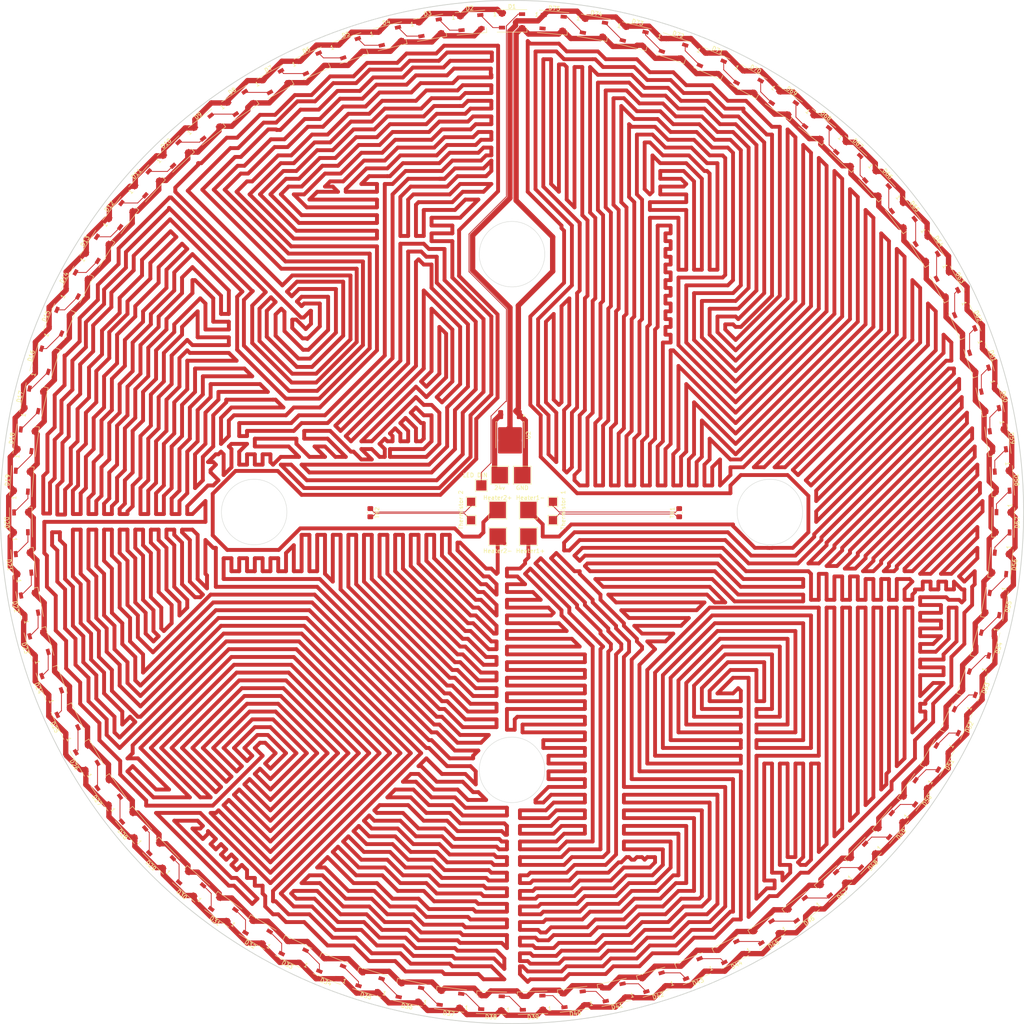
<source format=kicad_pcb>
(kicad_pcb (version 20240108) (generator "pcbnew") (generator_version "8.0")
  (layers (0 "F.Cu" signal) (31 "B.Cu" signal) (34 "B.Paste" user) (35 "F.Paste" user) (36 "B.SilkS" user "B.Silkscreen") (37 "F.SilkS" user "F.Silkscreen") (38 "B.Mask" user) (39 "F.Mask" user) (44 "Edge.Cuts" user))
  (net 0 "")
  (net 1 "Net-(D1-DOUT)")
  (net 2 "+5V")
  (net 3 "Net-(D1-DIN)")
  (net 4 "GND")
  (net 5 "Net-(D2-DOUT)")
  (net 6 "Net-(D3-DOUT)")
  (net 7 "Net-(D4-DOUT)")
  (net 8 "Net-(D5-DOUT)")
  (net 9 "Net-(D6-DOUT)")
  (net 10 "Net-(D7-DOUT)")
  (net 11 "Net-(D8-DOUT)")
  (net 12 "Net-(D10-DIN)")
  (net 13 "Net-(D10-DOUT)")
  (net 14 "Net-(D11-DOUT)")
  (net 15 "Net-(D12-DOUT)")
  (net 16 "Net-(D13-DOUT)")
  (net 17 "Net-(D14-DOUT)")
  (net 18 "Net-(D15-DOUT)")
  (net 19 "Net-(D16-DOUT)")
  (net 20 "Net-(D17-DOUT)")
  (net 21 "Net-(D18-DOUT)")
  (net 22 "Net-(D20-DOUT)")
  (net 23 "Net-(D21-DOUT)")
  (net 24 "Net-(D22-DOUT)")
  (net 25 "Net-(D23-DOUT)")
  (net 26 "Net-(D24-DOUT)")
  (net 27 "Net-(D25-DOUT)")
  (net 28 "Net-(D26-DOUT)")
  (net 29 "Net-(D27-DOUT)")
  (net 30 "Net-(D28-DOUT)")
  (net 31 "Net-(D29-DOUT)")
  (net 32 "Net-(D30-DOUT)")
  (net 33 "Net-(D31-DOUT)")
  (net 34 "Net-(D32-DOUT)")
  (net 35 "Net-(D33-DOUT)")
  (net 36 "Net-(D34-DOUT)")
  (net 37 "Net-(D35-DOUT)")
  (net 38 "Net-(D36-DOUT)")
  (net 39 "Net-(D37-DOUT)")
  (net 40 "Net-(D38-DOUT)")
  (net 41 "Net-(D39-DOUT)")
  (net 42 "Net-(D40-DOUT)")
  (net 43 "Net-(D41-DOUT)")
  (net 44 "Net-(D42-DOUT)")
  (net 45 "Net-(D43-DOUT)")
  (net 46 "Net-(D44-DOUT)")
  (net 47 "Net-(D45-DOUT)")
  (net 48 "Net-(D50-DOUT)")
  (net 49 "Net-(D51-DOUT)")
  (net 50 "Net-(D52-DOUT)")
  (net 51 "Net-(D53-DOUT)")
  (net 52 "Net-(D54-DOUT)")
  (net 53 "Net-(D55-DOUT)")
  (net 54 "Net-(D56-DOUT)")
  (net 55 "Net-(D57-DOUT)")
  (net 56 "Net-(D58-DOUT)")
  (net 57 "Net-(D59-DOUT)")
  (net 58 "Net-(D60-DOUT)")
  (net 59 "Net-(D61-DOUT)")
  (net 60 "Net-(D62-DOUT)")
  (net 61 "Net-(D63-DOUT)")
  (net 62 "Net-(D64-DOUT)")
  (net 63 "Net-(D65-DOUT)")
  (net 64 "Net-(D66-DOUT)")
  (net 65 "Net-(D67-DOUT)")
  (net 66 "Net-(D68-DOUT)")
  (net 67 "Net-(D69-DOUT)")
  (net 68 "Net-(D70-DOUT)")
  (net 70 "Net-(TH1-Pad1)")
  (net 71 "Net-(TH1-Pad2)")
  (net 72 "Net-(TH2-Pad1)")
  (net 73 "Net-(TH2-Pad2)")
  (net 74 "+24V")
  (net 75 "Net-(D19-DOUT)")
  (net 76 "Net-(D46-DOUT)")
  (net 77 "Net-(D47-DOUT)")
  (net 78 "Net-(D48-DOUT)")
  (net 79 "Net-(D49-DOUT)")
  (net 80 "Net-(D71-DOUT)")
  (net 81 "Net-(D72-DOUT)")
  (net 82 "Net-(D73-DOUT)")
  (net 83 "Net-(D74-DOUT)")
  (net 84 "/Heater 1")
  (net 85 "/Heater 2")
  (footprint "TestPoint:TestPoint_Pad_4.0x4.0mm" (layer "F.Cu") (at 196.5 156 -90)
    (property "Reference" "TP10")
    (property "Value" "Heater2-")
  )
  (footprint "LED_SMD:LED_WS2812B_PLCC4_5.0x5.0mm_P3.2mm" (layer "F.Cu") (at 160.536 36.6748 19)
    (property "Reference" "D5")
    (property "Value" "WS2812B" (hide yes))
  )
  (footprint "LED_SMD:LED_WS2812B_PLCC4_5.0x5.0mm_P3.2mm" (layer "F.Cu") (at 289.1774 69.7043 -48)
    (property "Reference" "D66")
    (property "Value" "WS2812B")
  )
  (footprint "LED_SMD:LED_WS2812B_PLCC4_5.0x5.0mm_P3.2mm" (layer "F.Cu") (at 314.1268 112.918 -72)
    (property "Reference" "D61")
    (property "Value" "WS2812B")
  )
  (footprint "LED_SMD:LED_WS2812B_PLCC4_5.0x5.0mm_P3.2mm" (layer "F.Cu") (at 125.4623 55.9568 38)
    (property "Reference" "D9")
    (property "Value" "WS2812B" (hide yes))
  )
  (footprint "LED_SMD:LED_WS2812B_PLCC4_5.0x5.0mm_P3.2mm" (layer "F.Cu") (at 121.5895 240.8394 139)
    (property "Reference" "D30")
    (property "Value" "WS2812B")
  )
  (footprint "LED_SMD:LED_WS2812B_PLCC4_5.0x5.0mm_P3.2mm" (layer "F.Cu") (at 133.593 50.0495 34)
    (property "Reference" "D8")
    (property "Value" "WS2812B" (hide yes))
  )
  (footprint "LED_SMD:LED_WS2812B_PLCC4_5.0x5.0mm_P3.2mm" (layer "F.Cu") (at 114.2633 233.9596 134)
    (property "Reference" "D29")
    (property "Value" "WS2812B" (hide yes))
  )
  (footprint "LED_SMD:LED_WS2812B_PLCC4_5.0x5.0mm_P3.2mm" (layer "F.Cu") (at 142.1896 44.8432 29)
    (property "Reference" "D7")
    (property "Value" "WS2812B" (hide yes))
  )
  (footprint "LED_SMD:LED_WS2812B_PLCC4_5.0x5.0mm_P3.2mm" (layer "F.Cu") (at 282.1457 62.5238 -43)
    (property "Reference" "D67")
    (property "Value" "WS2812B")
  )
  (footprint "LED_SMD:LED_WS2812B_PLCC4_5.0x5.0mm_P3.2mm" (layer "F.Cu") (at 82.1255 172.4858 101)
    (property "Reference" "D22")
    (property "Value" "WS2812B")
  )
  (footprint "LED_SMD:LED_WS2812B_PLCC4_5.0x5.0mm_P3.2mm" (layer "F.Cu") (at 189.9587 30.4209 5)
    (property "Reference" "D2")
    (property "Value" "WS2812B")
  )
  (footprint "Package_TO_SOT_SMD:TO-252-2" (layer "F.Cu") (at 199.5 131.24 -90)
    (property "Reference" "U2")
    (property "Value" "AZ1084CD-5.0TRG1")
  )
  (footprint "LED_SMD:LED_WS2812B_PLCC4_5.0x5.0mm_P3.2mm" (layer "F.Cu") (at 146.6438 257.4854 154)
    (property "Reference" "D33")
    (property "Value" "WS2812B")
  )
  (footprint "LED_SMD:LED_WS2812B_PLCC4_5.0x5.0mm_P3.2mm" (layer "F.Cu") (at 194.9749 269.8947 178)
    (property "Reference" "D38")
    (property "Value" "WS2812B")
  )
  (footprint "LED_SMD:LED_WS2812B_PLCC4_5.0x5.0mm_P3.2mm" (layer "F.Cu") (at 81.2873 132.47 82)
    (property "Reference" "D18")
    (property "Value" "WS2812B" (hide yes))
  )
  (footprint "LED_SMD:LED_WS2812B_PLCC4_5.0x5.0mm_P3.2mm" (layer "F.Cu") (at 87.5262 191.8286 110)
    (property "Reference" "D24")
    (property "Value" "WS2812B")
  )
  (footprint "LED_SMD:LED_WS2812B_PLCC4_5.0x5.0mm_P3.2mm" (layer "F.Cu") (at 101.4621 218.4856 125)
    (property "Reference" "D27")
    (property "Value" "WS2812B")
  )
  (footprint "LED_SMD:LED_WS2812B_PLCC4_5.0x5.0mm_P3.2mm" (layer "F.Cu") (at 266.407 50.0495 -34)
    (property "Reference" "D69")
    (property "Value" "WS2812B" (hide yes))
  )
  (footprint "Resistor_SMD:R_0805_2012Metric_Pad1.20x1.40mm_HandSolder" (layer "F.Cu") (at 165.3794 150.1648 -90)
    (property "Reference" "TH2")
    (property "Value" "NTC Thermistor 100kΩ 4200K")
  )
  (footprint "TestPoint:TestPoint_Pad_2.0x2.0mm" (layer "F.Cu") (at 190 152)
    (property "Reference" "TP7")
    (property "Value" "Thermistor 2")
  )
  (footprint "LED_SMD:LED_WS2812B_PLCC4_5.0x5.0mm_P3.2mm" (layer "F.Cu") (at 319.7632 142.4651 -86)
    (property "Reference" "D58")
    (property "Value" "WS2812B")
  )
  (footprint "LED_SMD:LED_WS2812B_PLCC4_5.0x5.0mm_P3.2mm" (layer "F.Cu") (at 262.1632 252.6437 -149)
    (property "Reference" "D45")
    (property "Value" "WS2812B")
  )
  (footprint "LED_SMD:LED_WS2812B_PLCC4_5.0x5.0mm_P3.2mm" (layer "F.Cu") (at 312.4738 191.8286 -110)
    (property "Reference" "D53")
    (property "Value" "WS2812B")
  )
  (footprint "LED_SMD:LED_WS2812B_PLCC4_5.0x5.0mm_P3.2mm" (layer "F.Cu") (at 248.8084 40.3745 -24)
    (property "Reference" "D71")
    (property "Value" "WS2812B")
  )
  (footprint "LED_SMD:LED_WS2812B_PLCC4_5.0x5.0mm_P3.2mm" (layer "F.Cu") (at 93.6556 94.4045 62)
    (property "Reference" "D14")
    (property "Value" "WS2812B" (hide yes))
  )
  (footprint "LED_SMD:LED_WS2812B_PLCC4_5.0x5.0mm_P3.2mm" (layer "F.Cu") (at 278.4105 240.8394 -139)
    (property "Reference" "D47")
    (property "Value" "WS2812B" (hide yes))
  )
  (footprint "LED_SMD:LED_WS2812B_PLCC4_5.0x5.0mm_P3.2mm" (layer "F.Cu") (at 239.464 36.6748 -19)
    (property "Reference" "D72")
    (property "Value" "WS2812B")
  )
  (footprint "LED_SMD:LED_WS2812B_PLCC4_5.0x5.0mm_P3.2mm" (layer "F.Cu") (at 151.1916 40.3745 24)
    (property "Reference" "D6")
    (property "Value" "WS2812B" (hide yes))
  )
  (footprint "LED_SMD:LED_WS2812B_PLCC4_5.0x5.0mm_P3.2mm" (layer "F.Cu") (at 84.4205 182.2704 106)
    (property "Reference" "D23")
    (property "Value" "WS2812B")
  )
  (footprint "LED_SMD:LED_WS2812B_PLCC4_5.0x5.0mm_P3.2mm" (layer "F.Cu") (at 129.4658 247.082 144)
    (property "Reference" "D31")
    (property "Value" "WS2812B")
  )
  (footprint "LED_SMD:LED_WS2812B_PLCC4_5.0x5.0mm_P3.2mm" (layer "F.Cu") (at 210.0413 30.4209 -5)
    (property "Reference" "D75")
    (property "Value" "WS2812B")
  )
  (footprint "TestPoint:TestPoint_Pad_2.0x2.0mm" (layer "F.Cu") (at 190 147.5)
    (property "Reference" "TP6")
    (property "Value" "Thermistor 2 Pad 1")
  )
  (footprint "LED_SMD:LED_WS2812B_PLCC4_5.0x5.0mm_P3.2mm" (layer "F.Cu") (at 110.8226 69.7043 48)
    (property "Reference" "D11")
    (property "Value" "WS2812B" (hide yes))
  )
  (footprint "TestPoint:TestPoint_Pad_2.0x2.0mm" (layer "F.Cu") (at 210 152 180)
    (property "Reference" "TP4")
    (property "Value" "Thermistor 1")
  )
  (footprint "TestPoint:TestPoint_Pad_4.0x4.0mm" (layer "F.Cu") (at 204 149.5 90)
    (property "Reference" "TP9")
    (property "Value" "Heater1-")
  )
  (footprint "LED_SMD:LED_WS2812B_PLCC4_5.0x5.0mm_P3.2mm" (layer "F.Cu") (at 96.077 210 120)
    (property "Reference" "D26")
    (property "Value" "WS2812B")
  )
  (footprint "TestPoint:TestPoint_Pad_4.0x4.0mm" (layer "F.Cu") (at 202.5 141)
    (property "Reference" "TP2")
    (property "Value" "GND")
  )
  (footprint "LED_SMD:LED_WS2812B_PLCC4_5.0x5.0mm_P3.2mm" (layer "F.Cu") (at 308.5792 201.0935 -115)
    (property "Reference" "D52")
    (property "Value" "WS2812B")
  )
  (footprint "LED_SMD:LED_WS2812B_PLCC4_5.0x5.0mm_P3.2mm" (layer "F.Cu") (at 319.3426 162.5434 -96)
    (property "Reference" "D56")
    (property "Value" "WS2812B")
  )
  (footprint "LED_SMD:LED_WS2812B_PLCC4_5.0x5.0mm_P3.2mm" (layer "F.Cu") (at 200 30)
    (property "Reference" "D1")
    (property "Value" "WS2812B")
  )
  (footprint "LED_SMD:LED_WS2812B_PLCC4_5.0x5.0mm_P3.2mm" (layer "F.Cu") (at 179.9878 31.6805 10)
    (property "Reference" "D3")
    (property "Value" "WS2812B" (hide yes))
  )
  (footprint "LED_SMD:LED_WS2812B_PLCC4_5.0x5.0mm_P3.2mm" (layer "F.Cu") (at 292.4616 226.4909 -130)
    (property "Reference" "D49")
    (property "Value" "WS2812B")
  )
  (footprint "LED_SMD:LED_WS2812B_PLCC4_5.0x5.0mm_P3.2mm" (layer "F.Cu") (at 80.2368 142.4651 86)
    (property "Reference" "D19")
    (property "Value" "WS2812B")
  )
  (footprint "LED_SMD:LED_WS2812B_PLCC4_5.0x5.0mm_P3.2mm" (layer "F.Cu") (at 317.8745 172.4858 -101)
    (property "Reference" "D55")
    (property "Value" "WS2812B")
  )
  (footprint "LED_SMD:LED_WS2812B_PLCC4_5.0x5.0mm_P3.2mm" (layer "F.Cu") (at 257.8104 44.8432 -29)
    (property "Reference" "D70")
    (property "Value" "WS2812B")
  )
  (footprint "LED_SMD:LED_WS2812B_PLCC4_5.0x5.0mm_P3.2mm" (layer "F.Cu") (at 253.3562 257.4854 -154)
    (property "Reference" "D44")
    (property "Value" "WS2812B")
  )
  (footprint "LED_SMD:LED_WS2812B_PLCC4_5.0x5.0mm_P3.2mm" (layer "F.Cu") (at 234.6838 264.8783 -163)
    (property "Reference" "D42")
    (property "Value" "WS2812B")
  )
  (footprint "LED_SMD:LED_WS2812B_PLCC4_5.0x5.0mm_P3.2mm" (layer "F.Cu") (at 80.6574 162.5434 96)
    (property "Reference" "D21")
    (property "Value" "WS2812B")
  )
  (footprint "TestPoint:TestPoint_Pad_2.5x2.5mm" (layer "F.Cu") (at 192.5 143.5)
    (property "Reference" "TP3")
    (property "Value" "LED DIN")
  )
  (footprint "LED_SMD:LED_WS2812B_PLCC4_5.0x5.0mm_P3.2mm" (layer "F.Cu") (at 107.5384 226.4909 130)
    (property "Reference" "D28")
    (property "Value" "WS2812B" (hide yes))
  )
  (footprint "LED_SMD:LED_WS2812B_PLCC4_5.0x5.0mm_P3.2mm" (layer "F.Cu") (at 270.5342 247.082 -144)
    (property "Reference" "D46")
    (property "Value" "WS2812B")
  )
  (footprint "LED_SMD:LED_WS2812B_PLCC4_5.0x5.0mm_P3.2mm" (layer "F.Cu") (at 104.4164 77.4481 53)
    (property "Reference" "D12")
    (property "Value" "WS2812B")
  )
  (footprint "LED_SMD:LED_WS2812B_PLCC4_5.0x5.0mm_P3.2mm" (layer "F.Cu") (at 117.8543 62.5238 43)
    (property "Reference" "D10")
    (property "Value" "WS2812B")
  )
  (footprint "LED_SMD:LED_WS2812B_PLCC4_5.0x5.0mm_P3.2mm" (layer "F.Cu") (at 318.7127 132.47 -82)
    (property "Reference" "D59")
    (property "Value" "WS2812B")
  )
  (footprint "TestPoint:TestPoint_Pad_4.0x4.0mm" (layer "F.Cu") (at 196.5 149.5 -90)
    (property "Reference" "TP11")
    (property "Value" "Heater2+")
  )
  (footprint "TestPoint:TestPoint_Pad_2.0x2.0mm" (layer "F.Cu") (at 210 147.5 180)
    (property "Reference" "TP5")
    (property "Value" "Thermistor 1 Pad 2")
  )
  (footprint "LED_SMD:LED_WS2812B_PLCC4_5.0x5.0mm_P3.2mm" (layer "F.Cu") (at 205.0251 269.8947 -178)
    (property "Reference" "D39")
    (property "Value" "WS2812B")
  )
  (footprint "LED_SMD:LED_WS2812B_PLCC4_5.0x5.0mm_P3.2mm" (layer "F.Cu") (at 165.3162 264.8783 163)
    (property "Reference" "D35")
    (property "Value" "WS2812B")
  )
  (footprint "LED_SMD:LED_WS2812B_PLCC4_5.0x5.0mm_P3.2mm" (layer "F.Cu") (at 155.8251 261.5732 158)
    (property "Reference" "D34")
    (property "Value" "WS2812B" (hide yes))
  )
  (footprint "LED_SMD:LED_WS2812B_PLCC4_5.0x5.0mm_P3.2mm" (layer "F.Cu") (at 89.3764 103.4981 67)
    (property "Reference" "D15")
    (property "Value" "WS2812B" (hide yes))
  )
  (footprint "LED_SMD:LED_WS2812B_PLCC4_5.0x5.0mm_P3.2mm" (layer "F.Cu") (at 184.96 269.0538 173)
    (property "Reference" "D37")
    (property "Value" "WS2812B")
  )
  (footprint "LED_SMD:LED_WS2812B_PLCC4_5.0x5.0mm_P3.2mm" (layer "F.Cu") (at 137.8368 252.6437 149)
    (property "Reference" "D32")
    (property "Value" "WS2812B")
  )
  (footprint "LED_SMD:LED_WS2812B_PLCC4_5.0x5.0mm_P3.2mm" (layer "F.Cu") (at 274.5377 55.9568 -38)
    (property "Reference" "D68")
    (property "Value" "WS2812B")
  )
  (footprint "LED_SMD:LED_WS2812B_PLCC4_5.0x5.0mm_P3.2mm" (layer "F.Cu") (at 295.5836 77.4481 -53)
    (property "Reference" "D65")
    (property "Value" "WS2812B")
  )
  (footprint "LED_SMD:LED_WS2812B_PLCC4_5.0x5.0mm_P3.2mm" (layer "F.Cu") (at 83.1705 122.5979 77)
    (property "Reference" "D17")
    (property "Value" "WS2812B")
  )
  (footprint "LED_SMD:LED_WS2812B_PLCC4_5.0x5.0mm_P3.2mm" (layer "F.Cu") (at 175.0506 267.3777 168)
    (property "Reference" "D36")
    (property "Value" "WS2812B")
  )
  (footprint "LED_SMD:LED_WS2812B_PLCC4_5.0x5.0mm_P3.2mm" (layer "F.Cu") (at 303.923 210 -120)
    (property "Reference" "D51")
    (property "Value" "WS2812B")
  )
  (footprint "LED_SMD:LED_WS2812B_PLCC4_5.0x5.0mm_P3.2mm" (layer "F.Cu") (at 310.6236 103.4981 -67)
    (property "Reference" "D62")
    (property "Value" "WS2812B")
  )
  (footprint "TestPoint:TestPoint_Pad_4.0x4.0mm" (layer "F.Cu") (at 197 141)
    (property "Reference" "TP1")
    (property "Value" "24v")
  )
  (footprint "LED_SMD:LED_WS2812B_PLCC4_5.0x5.0mm_P3.2mm" (layer "F.Cu") (at 98.6806 85.7008 58)
    (property "Reference" "D13")
    (property "Value" "WS2812B" (hide yes))
  )
  (footprint "LED_SMD:LED_WS2812B_PLCC4_5.0x5.0mm_P3.2mm" (layer "F.Cu") (at 285.7367 233.9596 -134)
    (property "Reference" "D48")
    (property "Value" "WS2812B")
  )
  (footprint "LED_SMD:LED_WS2812B_PLCC4_5.0x5.0mm_P3.2mm" (layer "F.Cu") (at 220.0122 31.6805 -10)
    (property "Reference" "D74")
    (property "Value" "WS2812B")
  )
  (footprint "LED_SMD:LED_WS2812B_PLCC4_5.0x5.0mm_P3.2mm" (layer "F.Cu") (at 244.1749 261.5732 -158)
    (property "Reference" "D43")
    (property "Value" "WS2812B" (hide yes))
  )
  (footprint "LED_SMD:LED_WS2812B_PLCC4_5.0x5.0mm_P3.2mm" (layer "F.Cu") (at 215.04 269.0538 -173)
    (property "Reference" "D40")
    (property "Value" "WS2812B")
  )
  (footprint "LED_SMD:LED_WS2812B_PLCC4_5.0x5.0mm_P3.2mm" (layer "F.Cu") (at 91.4208 201.0935 115)
    (property "Reference" "D25")
    (property "Value" "WS2812B" (hide yes))
  )
  (footprint "TestPoint:TestPoint_Pad_4.0x4.0mm" (layer "F.Cu") (at 204 156 90)
    (property "Reference" "TP8")
    (property "Value" "Heater1+")
  )
  (footprint "LED_SMD:LED_WS2812B_PLCC4_5.0x5.0mm_P3.2mm" (layer "F.Cu") (at 224.9494 267.3777 -168)
    (property "Reference" "D41")
    (property "Value" "WS2812B")
  )
  (footprint "LED_SMD:LED_WS2812B_PLCC4_5.0x5.0mm_P3.2mm" (layer "F.Cu") (at 301.3194 85.7008 -58)
    (property "Reference" "D64")
    (property "Value" "WS2812B")
  )
  (footprint "LED_SMD:LED_WS2812B_PLCC4_5.0x5.0mm_P3.2mm" (layer "F.Cu") (at 80.0263 152.5131 91)
    (property "Reference" "D20")
    (property "Value" "WS2812B")
  )
  (footprint "LED_SMD:LED_WS2812B_PLCC4_5.0x5.0mm_P3.2mm" (layer "F.Cu") (at 85.8732 112.918 72)
    (property "Reference" "D16")
    (property "Value" "WS2812B" (hide yes))
  )
  (footprint "LED_SMD:LED_WS2812B_PLCC4_5.0x5.0mm_P3.2mm" (layer "F.Cu") (at 315.5795 182.2704 -106)
    (property "Reference" "D54")
    (property "Value" "WS2812B")
  )
  (footprint "LED_SMD:LED_WS2812B_PLCC4_5.0x5.0mm_P3.2mm" (layer "F.Cu") (at 170.1572 33.77 14)
    (property "Reference" "D4")
    (property "Value" "WS2812B")
  )
  (footprint "LED_SMD:LED_WS2812B_PLCC4_5.0x5.0mm_P3.2mm" (layer "F.Cu") (at 316.8295 122.5979 -77)
    (property "Reference" "D60")
    (property "Value" "WS2812B")
  )
  (footprint "LED_SMD:LED_WS2812B_PLCC4_5.0x5.0mm_P3.2mm" (layer "F.Cu") (at 229.8428 33.77 -14)
    (property "Reference" "D73")
    (property "Value" "WS2812B")
  )
  (footprint "Resistor_SMD:R_0805_2012Metric_Pad1.20x1.40mm_HandSolder" (layer "F.Cu") (at 240.8428 150.1648 90)
    (property "Reference" "TH1")
    (property "Value" "NTC Thermistor 100kΩ 4200K")
  )
  (footprint "LED_SMD:LED_WS2812B_PLCC4_5.0x5.0mm_P3.2mm" (layer "F.Cu") (at 298.5379 218.4856 -125)
    (property "Reference" "D50")
    (property "Value" "WS2812B")
  )
  (footprint "LED_SMD:LED_WS2812B_PLCC4_5.0x5.0mm_P3.2mm" (layer "F.Cu") (at 319.9737 152.5131 -91)
    (property "Reference" "D57")
    (property "Value" "WS2812B")
  )
  (footprint "LED_SMD:LED_WS2812B_PLCC4_5.0x5.0mm_P3.2mm" (layer "F.Cu") (at 306.3444 94.4045 -62)
    (property "Reference" "D63")
    (property "Value" "WS2812B")
  )
  (gr_circle (center 263 150) (end 271 150) (stroke (width 0.1)) (fill none) (layer "Edge.Cuts"))
  (gr_circle (center 137 150) (end 145 150) (stroke (width 0.1)) (fill none) (layer "Edge.Cuts"))
  (gr_circle (center 200 150) (end 325 150) (stroke (width 0.2)) (fill none) (layer "Edge.Cuts"))
  (gr_circle (center 200 87) (end 208 87) (stroke (width 0.1)) (fill none) (layer "Edge.Cuts"))
  (gr_circle (center 200 213) (end 208 213) (stroke (width 0.1)) (fill none) (layer "Edge.Cuts"))
  (segment (start 197.55 31.65) (end 195.341923 31.65) (width 0.2) (layer "F.Cu") (net 1))
  (segment (start 195.341923 31.65) (end 192.25557 28.563647) (width 0.2) (layer "F.Cu") (net 1))
  (segment (start 288.764219 64.81426) (end 283.596129 59.64617) (width 1.3) (layer "F.Cu") (net 2))
  (segment (start 167.176733 267.172514) (end 169.932579 269.92836) (width 1.3) (layer "F.Cu") (net 2))
  (segment (start 261.199393 257.894402) (end 265.113073 253.980722) (width 1.3) (layer "F.Cu") (net 2))
  (segment (start 139.087047 255.844855) (end 143.284611 260.042419) (width 1.3) (layer "F.Cu") (net 2))
  (segment (start 186.399766 271.780969) (end 187.190654 270.990081) (width 1.3) (layer "F.Cu") (net 2))
  (segment (start 271.725401 250.5) (end 271.725401 248.73754) (width 1.3) (layer "F.Cu") (net 2))
  (segment (start 114.778302 236.868169) (end 114.778302 238.508579) (width 1.3) (layer "F.Cu") (net 2))
  (segment (start 288.764219 66.77953) (end 288.764219 64.81426) (width 1.3) (layer "F.Cu") (net 2))
  (segment (start 157.4786 264.020839) (end 158.509852 264.020839) (width 1.3) (layer "F.Cu") (net 2))
  (segment (start 320.461542 176.323123) (end 320.461542 170.895522) (width 1.3) (layer "F.Cu") (net 2))
  (segment (start 86.813657 194.69518) (end 86.813657 199.864125) (width 1.3) (layer "F.Cu") (net 2))
  (segment (start 199.5 32.5) (end 199.5 73.296) (width 1.3) (layer "F.Cu") (net 2))
  (segment (start 319.961668 170.395648) (end 322.5 167.857316) (width 1.3) (layer "F.Cu") (net 2))
  (segment (start 106.524715 229.428308) (end 107.849256 229.428308) (width 1.3) (layer "F.Cu") (net 2))
  (segment (start 265.298527 47.311566) (end 265.298527 46.768768) (width 1.3) (layer "F.Cu") (net 2))
  (segment (start 317.840895 180.370111) (end 317.840895 178.94377) (width 1.3) (layer "F.Cu") (net 2))
  (segment (start 77.020772 153.592986) (end 78.41931 154.991524) (width 1.3) (layer "F.Cu") (net 2))
  (segment (start 295.426902 71.911766) (end 290.294666 66.77953) (width 1.3) (layer "F.Cu") (net 2))
  (segment (start 197.365823 271.629199) (end 198.691723 272.955099) (width 1.3) (layer "F.Cu") (net 2))
  (segment (start 207.531191 271.458192) (end 208.451127 272.378128) (width 1.3) (layer "F.Cu") (net 2))
  (segment (start 322.5 161.539637) (end 321.239656 160.279293) (width 1.3) (layer "F.Cu") (net 2))
  (segment (start 169.932579 269.92836) (end 176.676674 269.92836) (width 1.3) (layer "F.Cu") (net 2))
  (segment (start 100.85581 78.411763) (end 95.983018 83.284555) (width 1.3) (layer "F.Cu") (net 2))
  (segment (start 91.210896 209.604567) (end 94.553091 212.946762) (width 1.3) (layer "F.Cu") (net 2))
  (segment (start 170.049967 30.092557) (end 167.380805 32.761719) (width 1.3) (layer "F.Cu") (net 2))
  (segment (start 227.688916 268.482259) (end 229.482259 268.482259) (width 1.3) (layer "F.Cu") (net 2))
  (segment (start 322.893711 151.319773) (end 321.666207 150.092269) (width 1.3) (layer "F.Cu") (net 2))
  (segment (start 322.931305 148.827171) (end 322.931305 141.598998) (width 1.3) (layer "F.Cu") (net 2))
  (segment (start 77.384413 156.026421) (end 77.384413 163.26433) (width 1.3) (layer "F.Cu") (net 2))
  (segment (start 317.840895 178.94377) (end 320.461542 176.323123) (width 1.3) (layer "F.Cu") (net 2))
  (segment (start 314.862242 195.818148) (end 314.862242 190.090686) (width 1.3) (layer "F.Cu") (net 2))
  (segment (start 78.594331 127.031265) (end 78.594331 133.94847) (width 1.3) (layer "F.Cu") (net 2))
  (segment (start 206.034284 272.955099) (end 207.531191 271.458192) (width 1.3) (layer "F.Cu") (net 2))
  (segment (start 322.893711 158.625238) (end 322.893711 151.319773) (width 1.3) (layer "F.Cu") (net 2))
  (segment (start 79.312383 134.666522) (end 77.410502 136.568403) (width 1.3) (layer "F.Cu") (net 2))
  (segment (start 77.410502 136.568403) (end 77.410502 143.78462) (width 1.3) (layer "F.Cu") (net 2))
  (segment (start 265.113073 252.796183) (end 269.429218 252.796183) (width 1.3) (layer "F.Cu") (net 2))
  (segment (start 206.308077 30) (end 201.2 30) (width 1.3) (layer "F.Cu") (net 2))
  (segment (start 217.672822 270.392921) (end 218.892921 270.392921) (width 1.3) (layer "F.Cu") (net 2))
  (segment (start 317.962873 113.101955) (end 314.938952 110.078034) (width 1.3) (layer "F.Cu") (net 2))
  (segment (start 199.5 100.059) (end 199.5 129.3) (width 1.3) (layer "F.Cu") (net 2))
  (segment (start 218.892921 270.392921) (end 219.447127 270.947127) (width 1.3) (layer "F.Cu") (net 2))
  (segment (start 281.479181 58.196971) (end 276.430422 53.148212) (width 1.3) (layer "F.Cu") (net 2))
  (segment (start 100.706089 221.438924) (end 101.515761 221.438924) (width 1.3) (layer "F.Cu") (net 2))
  (segment (start 127.397444 249.856952) (end 130.478046 249.856952) (width 1.3) (layer "F.Cu") (net 2))
  (segment (start 187.190654 270.990081) (end 188.984665 272.784092) (width 1.3) (layer "F.Cu") (net 2))
  (segment (start 113.042349 236.868169) (end 114.778302 236.868169) (width 1.3) (layer "F.Cu") (net 2))
  (segment (start 139.246845 44.587862) (end 135.396008 44.587862) (width 1.3) (layer "F.Cu") (net 2))
  (segment (start 86.813657 199.864125) (end 90.960806 204.011274) (width 1.3) (layer "F.Cu") (net 2))
  (segment (start 94.553091 212.946762) (end 95.873058 212.946762) (width 1.3) (layer "F.Cu") (net 2))
  (segment (start 320.461542 170.895522) (end 319.961668 170.395648) (width 1.3) (layer "F.Cu") (net 2))
  (segment (start 80.656739 124.259017) (end 81.011659 124.613937) (width 1.3) (layer "F.Cu") (net 2))
  (segment (start 314.938952 110.078034) (end 314.938952 104.351967) (width 1.3) (layer "F.Cu") (net 2))
  (segment (start 83.509729 185.080294) (end 83.509729 191.391252) (width 1.3) (layer "F.Cu") (net 2))
  (segment (start 95.873058 216.605893) (end 100.706089 221.438924) (width 1.3) (layer "F.Cu") (net 2))
  (segment (start 227.864746 31.576304) (end 225.346047 29.057605) (width 1.3) (layer "F.Cu") (net 2))
  (segment (start 139.087047 255.31987) (end 139.087047 255.844855) (width 1.3) (layer "F.Cu") (net 2))
  (segment (start 130.63919 49.34468) (end 130.63919 50.051611) (width 1.3) (layer "F.Cu") (net 2))
  (segment (start 167.380805 32.761719) (end 160.83291 32.761719) (width 1.3) (layer "F.Cu") (net 2))
  (segment (start 152.233616 35.912337) (end 148.282298 39.863655) (width 1.3) (layer "F.Cu") (net 2))
  (segment (start 301.420378 79.476445) (end 296.442382 74.498449) (width 1.3) (layer "F.Cu") (net 2))
  (segment (start 113.134233 62.987962) (end 107.957041 68.165154) (width 1.3) (layer "F.Cu") (net 2))
  (segment (start 197.9 28) (end 197.55 28.35) (width 1.3) (layer "F.Cu") (net 2))
  (segment (start 283.469433 240.477326) (end 288.625524 235.321235) (width 1.3) (layer "F.Cu") (net 2))
  (segment (start 91.048531 91.308008) (end 91.048531 95.793092) (width 1.3) (layer "F.Cu") (net 2))
  (segment (start 80.669809 176.776785) (end 80.669809 182.240374) (width 1.3) (layer "F.Cu") (net 2))
  (segment (start 122.356041 244.815549) (end 127.397444 249.856952) (width 1.3) (layer "F.Cu") (net 2))
  (segment (start 215.882867 27.627056) (end 208.681021 27.627056) (width 1.3) (layer "F.Cu") (net 2))
  (segment (start 288.625524 233.343404) (end 290.164147 233.343404) (width 1.3) (layer "F.Cu") (net 2))
  (segment (start 307.651504 91.466651) (end 306.651059 91.466651) (width 1.3) (layer "F.Cu") (net 2))
  (segment (start 320.005669 129.814207) (end 320.445521 129.374355) (width 1.3) (layer "F.Cu") (net 2))
  (segment (start 234.576922 268.67213) (end 237.50916 265.739892) (width 1.3) (layer "F.Cu") (net 2))
  (segment (start 281.342034 241.904859) (end 281.342034 240.477326) (width 1.3) (layer "F.Cu") (net 2))
  (segment (start 322.5 167.857316) (end 322.5 161.539637) (width 1.3) (layer "F.Cu") (net 2))
  (segment (start 95.983018 86.904151) (end 95.452388 86.904151) (width 1.3) (layer "F.Cu") (net 2))
  (segment (start 311.185141 95.000288) (end 307.651504 91.466651) (width 1.3) (layer "F.Cu") (net 2))
  (segment (start 301.92231 82.748715) (end 301.420378 82.748715) (width 1.3) (layer "F.Cu") (net 2))
  (segment (start 157.682292 35.912337) (end 152.233616 35.912337) (width 1.3) (layer "F.Cu") (net 2))
  (segment (start 306.651059 91.466651) (end 306.651059 87.477464) (width 1.3) (layer "F.Cu") (net 2))
  (segment (start 81.011659 124.613937) (end 78.594331 127.031265) (width 1.3) (layer "F.Cu") (net 2))
  (segment (start 86.900276 105.108631) (end 83.546865 108.462042) (width 1.3) (layer "F.Cu") (net 2))
  (segment (start 296.261463 225.674692) (end 301.294764 220.641391) (width 1.3) (layer "F.Cu") (net 2))
  (segment (start 130.478046 250.463475) (end 135.334441 255.31987) (width 1.3) (layer "F.Cu") (net 2))
  (segment (start 218.458464 29.057605) (end 217.88594 29.630129) (width 1.3) (layer "F.Cu") (net 2))
  (segment (start 122.515834 54.071603) (end 122.515834 56.164953) (width 1.3) (layer "F.Cu") (net 2))
  (segment (start 78.603493 172.835818) (end 80.973297 175.205622) (width 1.3) (layer "F.Cu") (net 2))
  (segment (start 188.984665 272.784092) (end 196.21093 272.784092) (width 1.3) (layer "F.Cu") (net 2))
  (segment (start 256.281558 257.894402) (end 261.199393 257.894402) (width 1.3) (layer "F.Cu") (net 2))
  (segment (start 107.849256 231.675076) (end 113.042349 236.868169) (width 1.3) (layer "F.Cu") (net 2))
  (segment (start 320.445521 129.374355) (end 320.445521 122.398964) (width 1.3) (layer "F.Cu") (net 2))
  (segment (start 83.509729 191.391252) (end 86.813657 194.69518) (width 1.3) (layer "F.Cu") (net 2))
  (segment (start 79.272534 165.152451) (end 78.603493 165.821492) (width 1.3) (layer "F.Cu") (net 2))
  (segment (start 176.900054 30.092557) (end 170.049967 30.092557) (width 1.3) (layer "F.Cu") (net 2))
  (segment (start 95.452388 86.904151) (end 91.048531 91.308008) (width 1.3) (layer "F.Cu") (net 2))
  (segment (start 268.649934 47.311566) (end 265.298527 47.311566) (width 1.3) (layer "F.Cu") (net 2))
  (segment (start 143.284611 260.042419) (end 148.122533 260.042419) (width 1.3) (layer "F.Cu") (net 2))
  (segment (start 322.087616 131.896154) (end 320.005669 129.814207) (width 1.3) (layer "F.Cu") (net 2))
  (segment (start 114.937186 61.354696) (end 114.937186 62.987962) (width 1.3) (layer "F.Cu") (net 2))
  (segment (start 215.687615 272.378128) (end 217.672822 270.392921) (width 1.3) (layer "F.Cu") (net 2))
  (segment (start 83.546865 116.102736) (end 80.656739 118.992862) (width 1.3) (layer "F.Cu") (net 2))
  (segment (start 77.410502 143.78462) (end 78.419916 144.794034) (width 1.3) (layer "F.Cu") (net 2))
  (segment (start 201.2 30) (end 200.85 30.35) (width 1.3) (layer "F.Cu") (net 2))
  (segment (start 107.957041 70.420939) (end 106.670708 70.420939) (width 1.3) (layer "F.Cu") (net 2))
  (segment (start 208.451127 272.378128) (end 215.687615 272.378128) (width 1.3) (layer "F.Cu") (net 2))
  (segment (start 139.246845 44.391748) (end 139.246845 44.587862) (width 1.3) (layer "F.Cu") (net 2))
  (segment (start 252.125869 37.870645) (end 247.241329 37.870645) (width 1.3) (layer "F.Cu") (net 2))
  (segment (start 295.300402 228.207149) (end 295.300402 225.674692) (width 1.3) (layer "F.Cu") (net 2))
  (segment (start 148.282298 39.863655) (end 143.774938 39.863655) (width 1.3) (layer "F.Cu") (net 2))
  (segment (start 311.110023 199.570367) (end 314.862242 195.818148) (width 1.3) (layer "F.Cu") (net 2))
  (segment (start 86.900276 99.941347) (end 86.900276 105.108631) (width 1.3) (layer "F.Cu") (net 2))
  (segment (start 91.048531 95.793092) (end 86.900276 99.941347) (width 1.3) (layer "F.Cu") (net 2))
  (segment (start 196.21093 272.784092) (end 197.365823 271.629199) (width 1.3) (layer "F.Cu") (net 2))
  (segment (start 295.300402 225.674692) (end 296.261463 225.674692) (width 1.3) (layer "F.Cu") (net 2))
  (segment (start 80.973297 176.473297) (end 80.669809 176.776785) (width 1.3) (layer "F.Cu") (net 2))
  (segment (start 247.241329 37.870645) (end 243.687736 34.317052) (width 1.3) (layer "F.Cu") (net 2))
  (segment (start 321.238277 139.90597) (end 322.087616 139.056631) (width 1.3) (layer "F.Cu") (net 2))
  (segment (start 320.445521 122.398964) (end 317.886081 119.839524) (width 1.3) (layer "F.Cu") (net 2))
  (segment (start 233.444982 31.293645) (end 228.147405 31.293645) (width 1.3) (layer "F.Cu") (net 2))
  (segment (start 78.41931 154.991524) (end 77.384413 156.026421) (width 1.3) (layer "F.Cu") (net 2))
  (segment (start 90.960806 209.138252) (end 91.210896 209.604567) (width 1.3) (layer "F.Cu") (net 2))
  (segment (start 288.625524 235.321235) (end 288.625524 233.343404) (width 1.3) (layer "F.Cu") (net 2))
  (segment (start 152.100953 264.020839) (end 157.4786 264.020839) (width 1.3) (layer "F.Cu") (net 2))
  (segment (start 148.122533 260.042419) (end 152.100953 264.020839) (width 1.3) (layer "F.Cu") (net 2))
  (segment (start 229.67213 268.67213) (end 234.576922 268.67213) (width 1.3) (layer "F.Cu") (net 2))
  (segment (start 273.486137 246.976804) (end 276.270089 246.976804) (width 1.3) (layer "F.Cu") (net 2))
  (segment (start 101.515761 221.438924) (end 101.515761 224.419354) (width 1.3) (layer "F.Cu") (net 2))
  (segment (start 321.239656 160.279293) (end 322.893711 158.625238) (width 1.3) (layer "F.Cu") (net 2))
  (segment (start 321.666207 150.092269) (end 322.931305 148.827171) (width 1.3) (layer "F.Cu") (net 2))
  (segment (start 126.535826 50.051611) (end 122.515834 54.071603) (width 1.3) (layer "F.Cu") (net 2))
  (segment (start 101.624205 78.411763) (end 100.85581 78.411763) (width 1.3) (layer "F.Cu") (net 2))
  (segment (start 189.164933 27.199993) (end 187.374216 28.99071) (width 1.3) (layer "F.Cu") (net 2))
  (segment (start 160.83291 32.761719) (end 157.682292 35.912337) (width 1.3) (layer "F.Cu") (net 2))
  (segment (start 317.886081 118.613919) (end 317.962873 118.537127) (width 1.3) (layer "F.Cu") (net 2))
  (segment (start 190.373 82.423) (end 190.373 90.932) (width 1.3) (layer "F.Cu") (net 2))
  (segment (start 306.576942 212.692249) (end 306.576942 208.703238) (width 1.3) (layer "F.Cu") (net 2))
  (segment (start 228.147405 31.293645) (end 227.864746 31.576304) (width 1.3) (layer "F.Cu") (net 2))
  (segment (start 107.957041 68.165154) (end 107.957041 70.420939) (width 1.3) (layer "F.Cu") (net 2))
  (segment (start 176.676674 269.92836) (end 177.104007 269.501027) (width 1.3) (layer "F.Cu") (net 2))
  (segment (start 198.691723 272.955099) (end 206.034284 272.955099) (width 1.3) (layer "F.Cu") (net 2))
  (segment (start 314.862242 190.090686) (end 317.979567 186.973361) (width 1.3) (layer "F.Cu") (net 2))
  (segment (start 273.622915 53.148212) (end 273.622915 52.284547) (width 1.3) (layer "F.Cu") (net 2))
  (segment (start 80.669809 182.240374) (end 83.509729 185.080294) (width 1.3) (layer "F.Cu") (net 2))
  (segment (start 225.346047 29.057605) (end 218.458464 29.057605) (width 1.3) (layer "F.Cu") (net 2))
  (segment (start 135.396008 44.587862) (end 130.63919 49.34468) (width 1.3) (layer "F.Cu") (net 2))
  (segment (start 90.960806 204.011274) (end 90.960806 209.138252) (width 1.3) (layer "F.Cu") (net 2))
  (segment (start 269.429218 252.796183) (end 271.725401 250.5) (width 1.3) (layer "F.Cu") (net 2))
  (segment (start 317.840895 180.370111) (end 317.979567 180.508783) (width 1.3) (layer "F.Cu") (net 2))
  (segment (start 208.681021 27.627056) (end 207.74443 28.563647) (width 1.3) (layer "F.Cu") (net 2))
  (segment (start 199.5 73.296) (end 190.373 82.423) (width 1.3) (layer "F.Cu") (net 2))
  (segment (start 80.656739 118.992862) (end 80.656739 124.259017) (width 1.3) (layer "F.Cu") (net 2))
  (segment (start 199.5 129.3) (end 197.975 130.825) (width 1.3) (layer "F.Cu") (net 2))
  (segment (start 120.126929 56.164953) (end 114.937186 61.354696) (width 1.3) (layer "F.Cu") (net 2))
  (segment (start 114.778302 238.508579) (end 119.961738 243.692015) (width 1.3) (layer "F.Cu") (net 2))
  (segment (start 225.224048 270.947127) (end 227.688916 268.482259) (width 1.3) (layer "F.Cu") (net 2))
  (segment (start 119.961738 243.692015) (end 122.356041 243.692015) (width 1.3) (layer "F.Cu") (net 2))
  (segment (start 177.104007 269.501027) (end 179.383949 271.780969) (width 1.3) (layer "F.Cu") (net 2))
  (segment (start 101.624205 75.467442) (end 101.624205 78.411763) (width 1.3) (layer "F.Cu") (net 2))
  (segment (start 306.651059 87.477464) (end 301.92231 82.748715) (width 1.3) (layer "F.Cu") (net 2))
  (segment (start 122.515834 56.164953) (end 120.126929 56.164953) (width 1.3) (layer "F.Cu") (net 2))
  (segment (start 290.164147 233.343404) (end 295.300402 228.207149) (width 1.3) (layer "F.Cu") (net 2))
  (segment (start 301.420378 82.748715) (end 301.420378 79.476445) (width 1.3) (layer "F.Cu") (net 2))
  (segment (start 219.447127 270.947127) (end 225.224048 270.947127) (width 1.3) (layer "F.Cu") (net 2))
  (segment (start 200.85 31.15) (end 199.5 32.5) (width 1.3) (layer "F.Cu") (net 2))
  (segment (start 295.426902 74.498449) (end 295.426902 71.911766) (width 1.3) (layer "F.Cu") (net 2))
  (segment (start 283.596129 59.64617) (end 281.479181 59.64617) (width 1.3) (layer "F.Cu") (net 2))
  (segment (start 322.931305 141.598998) (end 321.238277 139.90597) (width 1.3) (layer "F.Cu") (net 2))
  (segment (start 265.298527 46.768768) (end 260.742053 42.212294) (width 1.3) (layer "F.Cu") (net 2))
  (segment (start 217.88594 29.630129) (end 215.882867 27.627056) (width 1.3) (layer "F.Cu") (net 2))
  (segment (start 190.373 90.932) (end 199.5 100.059) (width 1.3) (layer "F.Cu") (net 2))
  (segment (start 237.50916 265.739892) (end 243.509975 265.739892) (width 1.3) (layer "F.Cu") (net 2))
  (segment (start 186.590235 28.206729) (end 179.562778 28.206729) (width 1.3) (layer "F.Cu") (net 2))
  (segment (start 197.55 28.35) (end 196.399993 27.199993) (width 1.3) (layer "F.Cu") (net 2))
  (segment (start 317.886081 119.839524) (end 317.886081 118.613919) (width 1.3) (layer "F.Cu") (net 2))
  (segment (start 322.087616 139.056631) (end 322.087616 131.896154) (width 1.3) (layer "F.Cu") (net 2))
  (segment (start 83.546865 108.462042) (end 83.546865 114.738211) (width 1.3) (layer "F.Cu") (net 2))
  (segment (start 306.576942 208.703238) (end 311.110023 204.170157) (width 1.3) (layer "F.Cu") (net 2))
  (segment (start 179.383949 271.780969) (end 186.399766 271.780969) (width 1.3) (layer "F.Cu") (net 2))
  (segment (start 276.430422 53.148212) (end 273.622915 53.148212) (width 1.3) (layer "F.Cu") (net 2))
  (segment (start 77.384413 163.26433) (end 79.272534 165.152451) (width 1.3) (layer "F.Cu") (net 2))
  (segment (start 314.938952 104.351967) (end 311.185141 100.598156) (width 1.3) (layer "F.Cu") (net 2))
  (segment (start 196.399993 27.199993) (end 189.164933 27.199993) (width 1.3) (layer "F.Cu") (net 2))
  (segment (start 301.844112 217.425079) (end 306.576942 212.692249) (width 1.3) (layer "F.Cu") (net 2))
  (segment (start 243.509975 265.739892) (end 247.064601 262.185266) (width 1.3) (layer "F.Cu") (net 2))
  (segment (start 207.74443 28.563647) (end 206.308077 30) (width 1.3) (layer "F.Cu") (net 2))
  (segment (start 251.990694 262.185266) (end 256.281558 257.894402) (width 1.3) (layer "F.Cu") (net 2))
  (segment (start 301.294764 220.641391) (end 301.294764 217.425079) (width 1.3) (layer "F.Cu") (net 2))
  (segment (start 301.294764 217.425079) (end 301.844112 217.425079) (width 1.3) (layer "F.Cu") (net 2))
  (segment (start 83.546865 114.738211) (end 83.546865 116.102736) (width 1.3) (layer "F.Cu") (net 2))
  (segment (start 78.594331 133.94847) (end 79.312383 134.666522) (width 1.3) (layer "F.Cu") (net 2))
  (segment (start 78.419916 144.794034) (end 77.020772 146.193178) (width 1.3) (layer "F.Cu") (net 2))
  (segment (start 311.185141 100.598156) (end 311.185141 95.000288) (width 1.3) (layer "F.Cu") (net 2))
  (segment (start 317.962873 118.537127) (end 317.962873 113.101955) (width 1.3) (layer "F.Cu") (net 2))
  (segment (start 260.742053 42.212294) (end 256.467518 42.212294) (width 1.3) (layer "F.Cu") (net 2))
  (segment (start 78.603493 165.821492) (end 78.603493 172.835818) (width 1.3) (layer "F.Cu") (net 2))
  (segment (start 273.622915 52.284547) (end 268.649934 47.311566) (width 1.3) (layer "F.Cu") (net 2))
  (segment (start 143.774938 39.863655) (end 139.246845 44.391748) (width 1.3) (layer "F.Cu") (net 2))
  (segment (start 290.294666 66.77953) (end 288.764219 66.77953) (width 1.3) (layer "F.Cu") (net 2))
  (segment (start 256.467518 42.212294) (end 252.125869 37.870645) (width 1.3) (layer "F.Cu") (net 2))
  (segment (start 162.021908 267.532895) (end 166.816352 267.532895) (width 1.3) (layer "F.Cu") (net 2))
  (segment (start 200.85 30.35) (end 200.85 31.15) (width 1.3) (layer "F.Cu") (net 2))
  (segment (start 229.482259 268.482259) (end 229.67213 268.67213) (width 1.3) (layer "F.Cu") (net 2))
  (segment (start 177.288502 30.481005) (end 176.900054 30.092557) (width 1.3) (layer "F.Cu") (net 2))
  (segment (start 296.442382 74.498449) (end 295.426902 74.498449) (width 1.3) (layer "F.Cu") (net 2))
  (segment (start 187.374216 28.99071) (end 186.590235 28.206729) (width 1.3) (layer "F.Cu") (net 2))
  (segment (start 166.816352 267.532895) (end 167.176733 267.172514) (width 1.3) (layer "F.Cu") (net 2))
  (segment (start 179.562778 28.206729) (end 177.288502 30.481005) (width 1.3) (layer "F.Cu") (net 2))
  (segment (start 80.973297 175.205622) (end 80.973297 176.473297) (width 1.3) (layer "F.Cu") (net 2))
  (segment (start 158.509852 264.020839) (end 162.021908 267.532895) (width 1.3) (layer "F.Cu") (net 2))
  (segment (start 237.684667 34.317052) (end 236.468389 34.317052) (width 1.3) (layer "F.Cu") (net 2))
  (segment (start 271.725401 248.73754) (end 273.486137 246.976804) (width 1.3) (layer "F.Cu") (net 2))
  (segment (start 114.937186 62.987962) (end 113.134233 62.987962) (width 1.3) (layer "F.Cu") (net 2))
  (segment (start 317.979567 186.973361) (end 317.979567 180.508783) (width 1.3) (layer "F.Cu") (net 2))
  (segment (start 77.020772 146.193178) (end 77.020772 153.592986) (width 1.3) (layer "F.Cu") (net 2))
  (segment (start 101.515761 224.419354) (end 106.524715 229.428308) (width 1.3) (layer "F.Cu") (net 2))
  (segment (start 135.334441 255.31987) (end 139.087047 255.31987) (width 1.3) (layer "F.Cu") (net 2))
  (segment (start 276.270089 246.976804) (end 281.342034 241.904859) (width 1.3) (layer "F.Cu") (net 2))
  (segment (start 243.687736 34.317052) (end 237.684667 34.317052) (width 1.3) (layer "F.Cu") (net 2))
  (segment (start 281.479181 59.64617) (end 281.479181 58.196971) (width 1.3) (layer "F.Cu") (net 2))
  (segment (start 236.468389 34.317052) (end 233.444982 31.293645) (width 1.3) (layer "F.Cu") (net 2))
  (segment (start 281.342034 240.477326) (end 283.469433 240.477326) (width 1.3) (layer "F.Cu") (net 2))
  (segment (start 95.983018 83.284555) (end 95.983018 86.904151) (width 1.3) (layer "F.Cu") (net 2))
  (segment (start 265.113073 253.980722) (end 265.113073 252.796183) (width 1.3) (layer "F.Cu") (net 2))
  (segment (start 107.849256 229.428308) (end 107.849256 231.675076) (width 1.3) (layer "F.Cu") (net 2))
  (segment (start 130.478046 249.856952) (end 130.478046 250.463475) (width 1.3) (layer "F.Cu") (net 2))
  (segment (start 247.064601 262.185266) (end 251.990694 262.185266) (width 1.3) (layer "F.Cu") (net 2))
  (segment (start 311.110023 204.170157) (end 311.110023 199.570367) (width 1.3) (layer "F.Cu") (net 2))
  (segment (start 106.670708 70.420939) (end 101.624205 75.467442) (width 1.3) (layer "F.Cu") (net 2))
  (segment (start 130.63919 50.051611) (end 126.535826 50.051611) (width 1.3) (layer "F.Cu") (net 2))
  (segment (start 95.873058 212.946762) (end 95.873058 216.605893) (width 1.3) (layer "F.Cu") (net 2))
  (segment (start 122.356041 243.692015) (end 122.356041 244.815549) (width 1.3) (layer "F.Cu") (net 2))
  (segment (start 189.496 82.059734) (end 198.623 72.932734) (width 0.2) (layer "F.Cu") (net 3))
  (segment (start 189.496 91.295266) (end 189.496 82.059734) (width 0.2) (layer "F.Cu") (net 3))
  (segment (start 201.5 28.35) (end 202.45 28.35) (width 0.2) (layer "F.Cu") (net 3))
  (segment (start 198.435256 123) (end 198.623 123) (width 0.2) (layer "F.Cu") (net 3))
  (segment (start 198.623 72.932734) (end 198.623 31.227) (width 0.2) (layer "F.Cu") (net 3))
  (segment (start 198.623 100.422266) (end 189.496 91.295266) (width 0.2) (layer "F.Cu") (net 3))
  (segment (start 194.873 138) (end 194.873 126.562256) (width 0.2) (layer "F.Cu") (net 3))
  (segment (start 198.623 31.227) (end 201.5 28.35) (width 0.2) (layer "F.Cu") (net 3))
  (segment (start 192.5 140.373) (end 194.873 138) (width 0.2) (layer "F.Cu") (net 3))
  (segment (start 194.873 126.562256) (end 198.435256 123) (width 0.2) (layer "F.Cu") (net 3))
  (segment (start 192.5 143.5) (end 192.5 140.373) (width 0.2) (layer "F.Cu") (net 3))
  (segment (start 198.623 123) (end 198.623 100.422266) (width 0.2) (layer "F.Cu") (net 3))
  (segment (start 301.218422 88.652885) (end 300.687792 88.652885) (width 1.3) (layer "F.Cu") (net 4))
  (segment (start 306.037741 97.342349) (end 305.528084 97.342349) (width 1.3) (layer "F.Cu") (net 4))
  (segment (start 145.165067 254.928381) (end 149.97442 254.928381) (width 1.3) (layer "F.Cu") (net 4))
  (segment (start 108.552085 223.553492) (end 113.748298 228.749705) (width 1.3) (layer "F.Cu") (net 4))
  (segment (start 96.280942 202.575874) (end 96.280942 207.053238) (width 1.3) (layer "F.Cu") (net 4))
  (segment (start 212.407178 267.714679) (end 212.785321 267.714679) (width 1.3) (layer "F.Cu") (net 4))
  (segment (start 250.375471 42.878355) (end 245.08914 42.878355) (width 1.3) (layer "F.Cu") (net 4))
  (segment (start 267.582263 247.187196) (end 267.582263 246.274664) (width 1.3) (layer "F.Cu") (net 4))
  (segment (start 316.595095 135.950429) (end 317.419731 135.125793) (width 1.3) (layer "F.Cu") (net 4))
  (segment (start 202.45 31.65) (end 201 33.1) (width 1.3) (layer "F.Cu") (net 4))
  (segment (start 128.408766 56.867134) (end 123.216262 62.059638) (width 1.3) (layer "F.Cu") (net 4))
  (segment (start 96.262669 93.015908) (end 96.262669 97.477424) (width 1.3) (layer "F.Cu") (net 4))
  (segment (start 180.438867 264.82704) (end 182.729346 267.117519) (width 1.3) (layer "F.Cu") (net 4))
  (segment (start 131.552483 55.748647) (end 128.408766 55.748647) (width 1.3) (layer "F.Cu") (net 4))
  (segment (start 267.515473 53.635883) (end 267.515473 52.787434) (width 1.3) (layer "F.Cu") (net 4))
  (segment (start 300.814083 211.296762) (end 301.269058 211.296762) (width 1.3) (layer "F.Cu") (net 4))
  (segment (start 203.25 127.67) (end 201.78 126.2) (width 1.3) (layer "F.Cu") (net 4))
  (segment (start 259.153282 47.77665) (end 259.153282 47.474106) (width 1.3) (layer "F.Cu") (net 4))
  (segment (start 88.238743 188.96202) (end 91.880794 192.604071) (width 1.3) (layer "F.Cu") (net 4))
  (segment (start 192.583977 268.160201) (end 193.660201 268.160201) (width 1.3) (layer "F.Cu") (net 4))
  (segment (start 317.419731 134.080269) (end 315.337784 131.998322) (width 1.3) (layer "F.Cu") (net 4))
  (segment (start 203.831208 268.331208) (end 205.328115 266.834301) (width 1.3) (layer "F.Cu") (net 4))
  (segment (start 101.408439 211.66112) (end 101.408439 215.532276) (width 1.3) (layer "F.Cu") (net 4))
  (segment (start 136.586553 249.96753) (end 140.339159 249.96753) (width 1.3) (layer "F.Cu") (net 4))
  (segment (start 263.992363 247.187196) (end 267.582263 247.187196) (width 1.3) (layer "F.Cu") (net 4))
  (segment (start 306.048377 197.603495) (end 310.085358 193.566514) (width 1.3) (layer "F.Cu") (net 4))
  (segment (start 135.449227 51.144972) (end 135.449227 51.851903) (width 1.3) (layer "F.Cu") (net 4))
  (segment (start 317.053689 146.258664) (end 318.288123 145.02423) (width 1.3) (layer "F.Cu") (net 4))
  (segment (start 221.666215 265.729472) (end 222.209884 266.273141) (width 1.3) (layer "F.Cu") (net 4))
  (segment (start 96.772326 93.015908) (end 96.262669 93.015908) (width 1.3) (layer "F.Cu") (net 4))
  (segment (start 316.595095 142.518849) (end 316.595095 135.950429) (width 1.3) (layer "F.Cu") (net 4))
  (segment (start 183.520234 266.326631) (end 190.750407 266.326631) (width 1.3) (layer "F.Cu") (net 4))
  (segment (start 317.445544 164.807507) (end 316.581803 163.943766) (width 1.3) (layer "F.Cu") (net 4))
  (segment (start 83.063098 148.604868) (end 81.63329 150.034676) (width 1.3) (layer "F.Cu") (net 4))
  (segment (start 173.424526 264.82704) (end 180.438867 264.82704) (width 1.3) (layer "F.Cu") (net 4))
  (segment (start 313.318105 182.818105) (end 313.179433 182.679433) (width 1.3) (layer "F.Cu") (net 4))
  (segment (start 289.622798 224.774651) (end 294.851328 219.546121) (width 1.3) (layer "F.Cu") (net 4))
  (segment (start 190.752467 33.641807) (end 183.44891 33.641807) (width 1.3) (layer "F.Cu") (net 4))
  (segment (start 182.687098 32.879995) (end 180.412822 35.154271) (width 1.3) (layer "F.Cu") (net 4))
  (segment (start 226.287366 263.656327) (end 231.498059 263.656327) (width 1.3) (layer "F.Cu") (net 4))
  (segment (start 183.44891 33.641807) (end 182.687098 32.879995) (width 1.3) (layer "F.Cu") (net 4))
  (segment (start 145.132355 45.613048) (end 140.698014 50.047389) (width 1.3) (layer "F.Cu") (net 4))
  (segment (start 282.847876 232.597965) (end 288.138733 227.307108) (width 1.3) (layer "F.Cu") (net 4))
  (segment (start 91.852524 107.4448) (end 88.199535 111.097789) (width 1.3) (layer "F.Cu") (net 4))
  (segment (start 140.698014 50.047389) (end 136.54681 50.047389) (width 1.3) (layer "F.Cu") (net 4))
  (segment (start 315.787332 174.575952) (end 315.287458 174.076078) (width 1.3) (layer "F.Cu") (net 4))
  (segment (start 241.355393 39.144607) (end 235.001765 39.144607) (width 1.3) (layer "F.Cu") (net 4))
  (segment (start 128.408766 55.748647) (end 128.408766 56.867134) (width 1.3) (layer "F.Cu") (net 4))
  (segment (start 201.549 124.725) (end 200.927 125.347) (width 1.3) (layer "F.Cu") (net 4))
  (segment (start 190.750407 266.326631) (end 192.583977 268.160201) (width 1.3) (layer "F.Cu") (net 4))
  (segment (start 202.5 141) (end 203.25 140.25) (width 1.3) (layer "F.Cu") (net 4))
  (segment (start 172.997193 265.254373) (end 173.424526 264.82704) (width 1.3) (layer "F.Cu") (net 4))
  (segment (start 169.966525 262.223705) (end 172.997193 265.254373) (width 1.3) (layer "F.Cu") (net 4))
  (segment (start 289.590581 72.62907) (end 288.060134 72.62907) (width 1.3) (layer "F.Cu") (net 4))
  (segment (start 230.253645 36.246355) (end 224.653944 36.246355) (width 1.3) (layer "F.Cu") (net 4))
  (segment (start 128.453554 244.307048) (end 131.534156 244.307048) (width 1.3) (layer "F.Cu") (net 4))
  (segment (start 313.179433 182.679433) (end 313.179433 177.183851) (width 1.3) (layer "F.Cu") (net 4))
  (segment (start 306.037741 102.373726) (end 306.037741 97.342349) (width 1.3) (layer "F.Cu") (net 4))
  (segment (start 294.851328 219.546121) (end 295.781036 219.546121) (width 1.3) (layer "F.Cu") (net 4))
  (segment (start 201 73.873) (end 209.931 82.804) (width 1.3) (layer "F.Cu") (net 4))
  (segment (start 301.218422 93.032687) (end 301.218422 88.652885) (width 1.3) (layer "F.Cu") (net 4))
  (segment (start 275.452485 58.765388) (end 272.644978 58.765388) (width 1.3) (layer "F.Cu") (net 4))
  (segment (start 301.269058 207.395952) (end 306.048377 202.616633) (width 1.3) (layer "F.Cu") (net 4))
  (segment (start 259.213327 251.966232) (end 263.992363 247.187196) (width 1.3) (layer "F.Cu") (net 4))
  (segment (start 310.085358 193.566514) (end 310.085358 187.403436) (width 1.3) (layer "F.Cu") (net 4))
  (segment (start 108.447168 76.484437) (end 107.208595 76.484437) (width 1.3) (layer "F.Cu") (net 4))
  (segment (start 313.314648 115.757966) (end 310.062059 112.505377) (width 1.3) (layer "F.Cu") (net 4))
  (segment (start 115.484251 231.051031) (end 120.822959 236.389739) (width 1.3) (layer "F.Cu") (net 4))
  (segment (start 231.85844 264.016708) (end 234.914014 260.961134) (width 1.3) (layer "F.Cu") (net 4))
  (segment (start 136.54681 50.047389) (end 135.449227 51.144972) (width 1.3) (layer "F.Cu") (net 4))
  (segment (start 154.1716 259.125561) (end 159.997142 259.125561) (width 1.3) (layer "F.Cu") (net 4))
  (segment (start 83.930387 161.82247) (end 83.930387 169.113294) (width 1.3) (layer "F.Cu") (net 4))
  (segment (start 241.285199 260.961134) (end 245.169935 257.076398) (width 1.3) (layer "F.Cu") (net 4))
  (segment (start 83.277703 169.765978) (end 85.695084 172.183359) (width 1.3) (layer "F.Cu") (net 4))
  (segment (start 231.820854 35.963696) (end 230.536304 35.963696) (width 1.3) (layer "F.Cu") (net 4))
  (segment (start 113.748298 228.749705) (end 113.748298 231.051031) (width 1.3) (layer "F.Cu") (net 4))
  (segment (start 310.062059 112.505377) (end 310.062059 106.398044) (width 1.3) (layer "F.Cu") (net 4))
  (segment (start 317.419731 135.125793) (end 317.419731 134.080269) (width 1.3) (layer "F.Cu") (net 4))
  (segment (start 91.880794 192.604071) (end 91.880794 198.175726) (width 1.3) (layer "F.Cu") (net 4))
  (segment (start 163.455667 262.584086) (end 163.816048 262.223705) (width 1.3) (layer "F.Cu") (net 4))
  (segment (start 83.980269 138.209581) (end 82.053684 140.136166) (width 1.3) (layer "F.Cu") (net 4))
  (segment (start 173.309585 35.154271) (end 172.933595 34.778281) (width 1.3) (layer "F.Cu") (net 4))
  (segment (start 294.724818 80.397751) (end 289.590581 75.263514) (width 1.3) (layer "F.Cu") (net 4))
  (segment (start 272.644978 58.765388) (end 267.515473 53.635883) (width 1.3) (layer "F.Cu") (net 4))
  (segment (start 200.927 125.347) (end 201.78 126.2) (width 1.3) (layer "F.Cu") (net 4))
  (segment (start 267.515473 52.787434) (end 264.164066 52.787434) (width 1.3) (layer "F.Cu") (net 4))
  (segment (start 123.216262 62.059638) (end 120.771414 62.059638) (width 1.3) (layer "F.Cu") (net 4))
  (segment (start 295.740298 83.705391) (end 295.740298 80.397751) (width 1.3) (layer "F.Cu") (net 4))
  (segment (start 163.389708 37.437263) (end 159.941626 40.885345) (width 1.3) (layer "F.Cu") (net 4))
  (segment (start 128.453554 243.223077) (end 128.453554 244.307048) (width 1.3) (layer "F.Cu") (net 4))
  (segment (start 85.695084 172.183359) (end 85.695084 179.096693) (width 1.3) (layer "F.Cu") (net 4))
  (segment (start 275.478966 239.773941) (end 280.677111 234.575796) (width 1.3) (layer "F.Cu") (net 4))
  (segment (start 214.770528 265.729472) (end 221.666215 265.729472) (width 1.3) (layer "F.Cu") (net 4))
  (segment (start 316.581803 163.943766) (end 316.581803 156.633321) (width 1.3) (layer "F.Cu") (net 4))
  (segment (start 267.582263 246.274664) (end 272.655453 241.201474) (width 1.3) (layer "F.Cu") (net 4))
  (segment (start 315.337784 125.791411) (end 315.772919 125.356276) (width 1.3) (layer "F.Cu") (net 4))
  (segment (start 83.031828 158.944787) (end 82.042266 159.934349) (width 1.3) (layer "F.Cu") (net 4))
  (segment (start 131.534156 244.307048) (end 136.586553 249.359445) (width 1.3) (layer "F.Cu") (net 4))
  (segment (start 259.153282 47.474106) (end 254.971222 47.474106) (width 1.3) (layer "F.Cu") (net 4))
  (segment (start 91.852524 101.887569) (end 91.852524 107.4448) (width 1.3) (layer "F.Cu") (net 4))
  (segment (start 180.412822 35.154271) (end 173.309585 35.154271) (width 1.3) (layer "F.Cu") (net 4))
  (segment (start 282.847876 234.575796) (end 282.847876 232.597965) (width 1.3) (layer "F.Cu") (net 4))
  (segment (start 272.655453 241.201474) (end 275.478966 241.201474) (width 1.3) (layer "F.Cu") (net 4))
  (segment (start 205.328115 266.834301) (end 211.5268 266.834301) (width 1.3) (layer "F.Cu") (net 4))
  (segment (start 288.060134 72.62907) (end 282.812219 67.381155) (width 1.3) (layer "F.Cu") (net 4))
  (segment (start 113.748298 231.051031) (end 115.484251 231.051031) (width 1.3) (layer "F.Cu") (net 4))
  (segment (start 192.543184 31.85109) (end 190.752467 33.641807) (width 1.3) (layer "F.Cu") (net 4))
  (segment (start 107.208595 76.484437) (end 107.208595 79.428758) (width 1.3) (layer "F.Cu") (net 4))
  (segment (start 120.822959 237.986785) (end 123.217262 237.986785) (width 1.3) (layer "F.Cu") (net 4))
  (segment (start 295.781036 219.546121) (end 295.781036 216.329809) (width 1.3) (layer "F.Cu") (net 4))
  (segment (start 315.287458 174.076078) (end 315.287458 166.965593) (width 1.3) (layer "F.Cu") (net 4))
  (segment (start 289.622798 227.307108) (end 289.622798 224.774651) (width 1.3) (layer "F.Cu") (net 4))
  (segment (start 96.280942 207.053238) (end 96.800557 207.053238) (width 1.3) (layer "F.Cu") (net 4))
  (segment (start 83.031828 151.433214) (end 83.031828 158.944787) (width 1.3) (layer "F.Cu") (net 4))
  (segment (start 107.227544 220.541709) (end 107.227544 223.553492) (width 1.3) (layer "F.Cu") (net 4))
  (segment (start 214.363412 34.303395) (end 212.33817 32.278153) (width 1.3) (layer "F.Cu") (net 4))
  (segment (start 85.704553 120.957075) (end 85.704553 127.831142) (width 1.3) (layer "F.Cu") (net 4))
  (segment (start 313.213479 122.796836) (end 313.213479 115.859135) (width 1.3) (layer "F.Cu") (net 4))
  (segment (start 159.941626 40.885345) (end 154.100902 40.885345) (width 1.3) (layer "F.Cu") (net 4))
  (segment (start 96.262669 97.477424) (end 91.852524 101.887569) (width 1.3) (layer "F.Cu") (net 4))
  (segment (start 201.193109 267.005308) (end 202.519009 268.331208) (width 1.3) (layer "F.Cu") (net 4))
  (segment (start 102.218111 215.532276) (end 107.227544 220.541709) (width 1.3) (layer "F.Cu") (net 4))
  (segment (start 222.13846 33.730871) (end 221.565936 34.303395) (width 1.3) (layer "F.Cu") (net 4))
  (segment (start 241.355393 39.144607) (end 241.243333 39.032548) (width 1.3) (layer "F.Cu") (net 4))
  (segment (start 88.199535 111.097789) (end 88.199535 117.711669) (width 1.3) (layer "F.Cu") (net 4))
  (segment (start 163.816048 262.223705) (end 169.966525 262.223705) (width 1.3) (layer "F.Cu") (net 4))
  (segment (start 194.815094 267.005308) (end 201.193109 267.005308) (width 1.3) (layer "F.Cu") (net 4))
  (segment (start 115.476657 68.987661) (end 113.688159 68.987661) (width 1.3) (layer "F.Cu") (net 4))
  (segment (start 101.408439 215.532276) (end 102.218111 215.532276) (width 1.3) (layer "F.Cu") (net 4))
  (segment (start 315.287458 166.965593) (end 317.445544 164.807507) (width 1.3) (layer "F.Cu") (net 4))
  (segment (start 295.740298 80.397751) (end 294.724818 80.397751) (width 1.3) (layer "F.Cu") (net 4))
  (segment (start 305.528084 97.342349) (end 301.218422 93.032687) (width 1.3) (layer "F.Cu") (net 4))
  (segment (start 209.931 91.186) (end 201.549 99.568) (width 1.3) (layer "F.Cu") (net 4))
  (segment (start 81.63329 150.034676) (end 83.031828 151.433214) (width 1.3) (layer "F.Cu") (net 4))
  (segment (start 221.565936 34.303395) (end 214.363412 34.303395) (width 1.3) (layer "F.Cu") (net 4))
  (segment (start 172.933595 34.778281) (end 170.274613 37.437263) (width 1.3) (layer "F.Cu") (net 4))
  (segment (start 145.165067 254.793438) (end 145.165067 254.928381) (width 1.3) (layer "F.Cu") (net 4))
  (segment (start 318.281193 154.933931) (end 317.053689 153.706427) (width 1.3) (layer "F.Cu") (net 4))
  (segment (start 235.001765 39.144607) (end 231.820854 35.963696) (width 1.3) (layer "F.Cu") (net 4))
  (segment (start 113.688159 68.987661) (end 113.688159 71.243446) (width 1.3) (layer "F.Cu") (net 4))
  (segment (start 282.812219 67.381155) (end 282.812219 65.40143) (width 1.3) (layer "F.Cu") (net 4))
  (segment (start 317.053689 153.706427) (end 317.053689 146.258664) (width 1.3) (layer "F.Cu") (net 4))
  (segment (start 135.449227 51.851903) (end 131.552483 55.748647) (width 1.3) (layer "F.Cu") (net 4))
  (segment (start 204.014744 33.214744) (end 202.45 31.65) (width 1.3) (layer "F.Cu") (net 4))
  (segment (start 300.687792 88.652885) (end 295.740298 83.705391) (width 1.3) (layer "F.Cu") (net 4))
  (segment (start 313.179433 177.183851) (end 315.787332 174.575952) (width 1.3) (layer "F.Cu") (net 4))
  (segment (start 123.217262 237.986785) (end 128.453554 243.223077) (width 1.3) (layer "F.Cu") (net 4))
  (segment (start 88.199535 117.711669) (end 85.329341 120.581863) (width 1.3) (layer "F.Cu") (net 4))
  (segment (start 193.660201 268.160201) (end 194.815094 267.005308) (width 1.3) (layer "F.Cu") (net 4))
  (segment (start 245.169935 257.076398) (end 250.430842 257.076398) (width 1.3) (layer "F.Cu") (net 4))
  (segment (start 101.378182 88.410052) (end 96.772326 93.015908) (width 1.3) (layer "F.Cu") (net 4))
  (segment (start 120.771414 62.059638) (end 120.771414 63.692904) (width 1.3) (layer "F.Cu") (net 4))
  (segment (start 315.772919 125.356276) (end 313.213479 122.796836) (width 1.3) (layer "F.Cu") (net 4))
  (segment (start 259.213327 252.491217) (end 259.213327 251.966232) (width 1.3) (layer "F.Cu") (net 4))
  (segment (start 107.208595 79.428758) (end 102.139904 84.497449) (width 1.3) (layer "F.Cu") (net 4))
  (segment (start 101.378182 84.497449) (end 101.378182 88.410052) (width 1.3) (layer "F.Cu") (net 4))
  (segment (start 113.688159 71.243446) (end 108.447168 76.484437) (width 1.3) (layer "F.Cu") (net 4))
  (segment (start 145.132355 45.098538) (end 145.132355 45.613048) (width 1.3) (layer "F.Cu") (net 4))
  (segment (start 254.971222 47.474106) (end 250.375471 42.878355) (width 1.3) (layer "F.Cu") (net 4))
  (segment (start 91.880794 198.175726) (end 96.280942 202.575874) (width 1.3) (layer "F.Cu") (net 4))
  (segment (start 231.498059 263.656327) (end 231.85844 264.016708) (width 1.3) (layer "F.Cu") (net 4))
  (segment (start 149.97442 254.928381) (end 154.1716 259.125561) (width 1.3) (layer "F.Cu") (net 4))
  (segment (start 85.331271 179.460506) (end 88.238743 182.367978) (width 1.3) (layer "F.Cu") (net 4))
  (segment (start 280.695271 65.40143) (end 275.452485 60.158644) (width 1.3) (layer "F.Cu") (net 4))
  (segment (start 154.100902 40.885345) (end 149.887709 45.098538) (width 1.3) (layer "F.Cu") (net 4))
  (segment (start 250.430842 257.076398) (end 255.016023 252.491217) (width 1.3) (layer "F.Cu") (net 4))
  (segment (start 282.812219 65.40143) (end 280.695271 65.40143) (width 1.3) (layer "F.Cu") (net 4))
  (segment (start 315.337784 131.998322) (end 315.337784 125.791411) (width 1.3) (layer "F.Cu") (net 4))
  (segment (start 310.062059 106.398044) (end 306.037741 102.373726) (width 1.3) (layer "F.Cu") (net 4))
  (segment (start 96.800557 207.053238) (end 101.408439 211.66112) (width 1.3) (layer "F.Cu") (net 4))
  (segment (start 82.053684 140.136166) (end 83.063098 141.14558) (width 1.3) (layer "F.Cu") (net 4))
  (segment (start 159.997142 259.125561) (end 163.455667 262.584086) (width 1.3) (layer "F.Cu") (net 4))
  (segment (start 209.931 82.804) (end 209.931 91.186) (width 1.3) (layer "F.Cu") (net 4))
  (segment (start 102.139904 84.497449) (end 101.378182 84.497449) (width 1.3) (layer "F.Cu") (net 4))
  (segment (start 318.288123 145.02423) (end 318.288123 144.211877) (width 1.3) (layer "F.Cu") (net 4))
  (segment (start 223.670552 266.273141) (end 226.287366 263.656327) (width 1.3) (layer "F.Cu") (net 4))
  (segment (start 245.08914 42.878355) (end 241.355393 39.144607) (width 1.3) (layer "F.Cu") (net 4))
  (segment (start 289.590581 75.263514) (end 289.590581 72.62907) (width 1.3) (layer "F.Cu") (net 4))
  (segment (start 222.209884 266.273141) (end 223.670552 266.273141) (width 1.3) (layer "F.Cu") (net 4))
  (segment (start 85.695084 179.096693) (end 85.331271 179.460506) (width 1.3) (layer "F.Cu") (net 4))
  (segment (start 313.318105 184.170689) (end 313.318105 182.818105) (width 1.3) (layer "F.Cu") (net 4))
  (segment (start 306.048377 202.616633) (end 306.048377 197.603495) (width 1.3) (layer "F.Cu") (net 4))
  (segment (start 120.771414 63.692904) (end 115.476657 68.987661) (width 1.3) (layer "F.Cu") (net 4))
  (segment (start 255.016023 252.491217) (end 259.213327 252.491217) (width 1.3) (layer "F.Cu") (net 4))
  (segment (start 85.329341 120.581863) (end 85.704553 120.957075) (width 1.3) (layer "F.Cu") (net 4))
  (segment (start 224.653944 36.246355) (end 222.13846 33.730871) (width 1.3) (layer "F.Cu") (net 4))
  (segment (start 211.401579 33.214744) (end 204.014744 33.214744) (width 1.3) (layer "F.Cu") (net 4))
  (segment (start 280.677111 234.575796) (end 282.847876 234.575796) (width 1.3) (layer "F.Cu") (net 4))
  (segment (start 82.042266 159.934349) (end 83.930387 161.82247) (width 1.3) (layer "F.Cu") (net 4))
  (segment (start 83.930387 169.113294) (end 83.277703 169.765978) (width 1.3) (layer "F.Cu") (net 4))
  (segment (start 275.452485 60.158644) (end 275.452485 58.765388) (width 1.3) (layer "F.Cu") (net 4))
  (segment (start 120.822959 236.389739) (end 120.822959 237.986785) (width 1.3) (layer "F.Cu") (net 4))
  (segment (start 318.288123 144.211877) (end 316.595095 142.518849) (width 1.3) (layer "F.Cu") (net 4))
  (segment (start 149.887709 45.098538) (end 145.132355 45.098538) (width 1.3) (layer "F.Cu") (net 4))
  (segment (start 310.085358 187.403436) (end 313.318105 184.170689) (width 1.3) (layer "F.Cu") (net 4))
  (segment (start 275.478966 241.201474) (end 275.478966 239.773941) (width 1.3) (layer "F.Cu") (net 4))
  (segment (start 295.781036 216.329809) (end 300.814083 211.296762) (width 1.3) (layer "F.Cu") (net 4))
  (segment (start 212.785321 267.714679) (end 214.770528 265.729472) (width 1.3) (layer "F.Cu") (net 4))
  (segment (start 230.536304 35.963696) (end 230.253645 36.246355) (width 1.3) (layer "F.Cu") (net 4))
  (segment (start 140.339159 249.96753) (end 145.165067 254.793438) (width 1.3) (layer "F.Cu") (net 4))
  (segment (start 288.138733 227.307108) (end 289.622798 227.307108) (width 1.3) (layer "F.Cu") (net 4))
  (segment (start 83.262217 130.273478) (end 83.980269 130.99153) (width 1.3) (layer "F.Cu") (net 4))
  (segment (start 301.269058 211.296762) (end 301.269058 207.395952) (width 1.3) (layer "F.Cu") (net 4))
  (segment (start 201 33.1) (end 201 73.873) (width 1.3) (layer "F.Cu") (net 4))
  (segment (start 136.586553 249.359445) (end 136.586553 249.96753) (width 1.3) (layer "F.Cu") (net 4))
  (segment (start 264.164066 52.787434) (end 259.153282 47.77665) (width 1.3) (layer "F.Cu") (net 4))
  (segment (start 83.980269 130.99153) (end 83.980269 138.209581) (width 1.3) (layer "F.Cu") (net 4))
  (segment (start 234.914014 260.961134) (end 241.285199 260.961134) (width 1.3) (layer "F.Cu") (net 4))
  (segment (start 107.227544 223.553492) (end 108.552085 223.553492) (width 1.3) (layer "F.Cu") (net 4))
  (segment (start 202.519009 268.331208) (end 203.831208 268.331208) (width 1.3) (layer "F.Cu") (net 4))
  (segment (start 85.704553 127.831142) (end 83.262217 130.273478) (width 1.3) (layer "F.Cu") (net 4))
  (segment (start 182.729346 267.117519) (end 183.520234 266.326631) (width 1.3) (layer "F.Cu") (net 4))
  (segment (start 170.274613 37.437263) (end 163.389708 37.437263) (width 1.3) (layer "F.Cu") (net 4))
  (segment (start 316.581803 156.633321) (end 318.281193 154.933931) (width 1.3) (layer "F.Cu") (net 4))
  (segment (start 211.5268 266.834301) (end 212.407178 267.714679) (width 1.3) (layer "F.Cu") (net 4))
  (segment (start 88.238743 182.367978) (end 88.238743 188.96202) (width 1.3) (layer "F.Cu") (net 4))
  (segment (start 212.33817 32.278153) (end 211.401579 33.214744) (width 1.3) (layer "F.Cu") (net 4))
  (segment (start 201.549 99.568) (end 201.549 124.725) (width 1.3) (layer "F.Cu") (net 4))
  (segment (start 313.213479 115.859135) (end 313.314648 115.757966) (width 1.3) (layer "F.Cu") (net 4))
  (segment (start 83.063098 141.14558) (end 83.063098 148.604868) (width 1.3) (layer "F.Cu") (net 4))
  (segment (start 203.25 140.25) (end 203.25 127.67) (width 1.3) (layer "F.Cu") (net 4))
  (segment (start 187.66183 32.278153) (end 184.762084 32.278153) (width 0.2) (layer "F.Cu") (net 5))
  (segment (start 184.762084 32.278153) (end 182.11406 29.630129) (width 0.2) (layer "F.Cu") (net 5))
  (segment (start 174.289821 33.730871) (end 172.135254 31.576304) (width 0.2) (layer "F.Cu") (net 6))
  (segment (start 177.86154 33.730871) (end 174.289821 33.730871) (width 0.2) (layer "F.Cu") (net 6))
  (segment (start 163.961977 35.963696) (end 162.315333 34.317052) (width 0.2) (layer "F.Cu") (net 7))
  (segment (start 168.179146 35.963696) (end 163.961977 35.963696) (width 0.2) (layer "F.Cu") (net 7))
  (segment (start 158.756667 39.032548) (end 153.920574 39.032548) (width 0.2) (layer "F.Cu") (net 8))
  (segment (start 153.920574 39.032548) (end 152.758671 37.870645) (width 0.2) (layer "F.Cu") (net 8))
  (segment (start 144.198543 42.878355) (end 143.532482 42.212294) (width 0.2) (layer "F.Cu") (net 9))
  (segment (start 149.624529 42.878355) (end 144.198543 42.878355) (width 0.2) (layer "F.Cu") (net 9))
  (segment (start 140.846718 47.474106) (end 134.864013 47.474106) (width 0.2) (layer "F.Cu") (net 10))
  (segment (start 134.864013 47.474106) (end 134.701473 47.311566) (width 0.2) (layer "F.Cu") (net 10))
  (segment (start 132.484527 52.787434) (end 126.737863 52.787434) (width 0.2) (layer "F.Cu") (net 11))
  (segment (start 126.737863 52.787434) (end 126.377085 53.148212) (width 0.2) (layer "F.Cu") (net 11))
  (segment (start 123.666733 59.64617) (end 118.520819 59.64617) (width 0.2) (layer "F.Cu") (net 12))
  (segment (start 124.547515 58.765388) (end 123.666733 59.64617) (width 0.2) (layer "F.Cu") (net 12))
  (segment (start 117.187781 65.40143) (end 115.809681 66.77953) (width 0.2) (layer "F.Cu") (net 13))
  (segment (start 115.809681 66.77953) (end 111.235781 66.77953) (width 0.2) (layer "F.Cu") (net 13))
  (segment (start 108.54004 74.498449) (end 104.573098 74.498449) (width 0.2) (layer "F.Cu") (net 14))
  (segment (start 110.409419 72.62907) (end 108.54004 74.498449) (width 0.2) (layer "F.Cu") (net 14))
  (segment (start 101.908738 82.748715) (end 98.579623 82.748715) (width 0.2) (layer "F.Cu") (net 15))
  (segment (start 104.259702 80.397751) (end 101.908738 82.748715) (width 0.2) (layer "F.Cu") (net 15))
  (segment (start 95.967811 91.466651) (end 93.348941 91.466651) (width 0.2) (layer "F.Cu") (net 16))
  (segment (start 98.781577 88.652885) (end 95.967811 91.466651) (width 0.2) (layer "F.Cu") (net 16))
  (segment (start 93.962259 97.342349) (end 90.706452 100.598156) (width 0.2) (layer "F.Cu") (net 17))
  (segment (start 90.706452 100.598156) (end 88.814859 100.598156) (width 0.2) (layer "F.Cu") (net 17))
  (segment (start 86.257952 110.078033) (end 85.061049 110.078033) (width 0.2) (layer "F.Cu") (net 18))
  (segment (start 89.937941 106.398044) (end 86.257952 110.078033) (width 0.2) (layer "F.Cu") (net 18))
  (segment (start 86.685351 115.757967) (end 82.603794 119.839524) (width 0.2) (layer "F.Cu") (net 19))
  (segment (start 82.603794 119.839524) (end 82.113919 119.839524) (width 0.2) (layer "F.Cu") (net 19))
  (segment (start 84.227081 125.356276) (end 84.227081 125.581457) (width 0.2) (layer "F.Cu") (net 20))
  (segment (start 84.227081 125.581457) (end 79.994331 129.814207) (width 0.2) (layer "F.Cu") (net 20))
  (segment (start 82.580269 135.125793) (end 82.580269 136.087424) (width 0.2) (layer "F.Cu") (net 21))
  (segment (start 82.580269 136.087424) (end 78.761723 139.90597) (width 0.2) (layer "F.Cu") (net 21))
  (segment (start 81.718807 157.32083) (end 78.760344 160.279293) (width 0.2) (layer "F.Cu") (net 22))
  (segment (start 81.718807 154.933931) (end 81.718807 157.32083) (width 0.2) (layer "F.Cu") (net 22))
  (segment (start 82.554456 167.879524) (end 80.038332 170.395648) (width 0.2) (layer "F.Cu") (net 23))
  (segment (start 82.554456 164.807507) (end 82.554456 167.879524) (width 0.2) (layer "F.Cu") (net 23))
  (segment (start 84.212668 174.575952) (end 84.212668 178.316548) (width 0.2) (layer "F.Cu") (net 24))
  (segment (start 84.212668 178.316548) (end 82.159105 180.370111) (width 0.2) (layer "F.Cu") (net 24))
  (segment (start 86.681895 184.170689) (end 86.681895 188.546549) (width 0.2) (layer "F.Cu") (net 25))
  (segment (start 86.681895 188.546549) (end 85.137758 190.090686) (width 0.2) (layer "F.Cu") (net 25))
  (segment (start 89.914642 198.545702) (end 88.889977 199.570367) (width 0.2) (layer "F.Cu") (net 26))
  (segment (start 89.914642 193.566514) (end 89.914642 198.545702) (width 0.2) (layer "F.Cu") (net 26))
  (segment (start 93.951623 202.616633) (end 93.951623 208.174673) (width 0.2) (layer "F.Cu") (net 27))
  (segment (start 93.951623 208.174673) (end 93.423058 208.703238) (width 0.2) (layer "F.Cu") (net 27))
  (segment (start 98.730942 217.399373) (end 98.705236 217.425079) (width 0.2) (layer "F.Cu") (net 28))
  (segment (start 98.730942 211.296762) (end 98.730942 217.399373) (width 0.2) (layer "F.Cu") (net 28))
  (segment (start 104.218964 219.546121) (end 104.218964 225.194058) (width 0.2) (layer "F.Cu") (net 29))
  (segment (start 104.218964 225.194058) (end 104.699598 225.674692) (width 0.2) (layer "F.Cu") (net 29))
  (segment (start 111.374476 228.304382) (end 111.374476 233.343404) (width 0.2) (layer "F.Cu") (net 30))
  (segment (start 110.377202 227.307108) (end 111.374476 228.304382) (width 0.2) (layer "F.Cu") (net 30))
  (segment (start 117.152124 234.575796) (end 118.657966 236.081638) (width 0.2) (layer "F.Cu") (net 31))
  (segment (start 118.657966 236.081638) (end 118.657966 240.477326) (width 0.2) (layer "F.Cu") (net 31))
  (segment (start 124.521034 241.201474) (end 126.513863 243.194303) (width 0.2) (layer "F.Cu") (net 32))
  (segment (start 126.513863 243.194303) (end 126.513863 246.976804) (width 0.2) (layer "F.Cu") (net 32))
  (segment (start 132.417737 247.187196) (end 134.886927 249.656386) (width 0.2) (layer "F.Cu") (net 33))
  (segment (start 134.886927 249.656386) (end 134.886927 252.796183) (width 0.2) (layer "F.Cu") (net 33))
  (segment (start 140.786673 252.491217) (end 143.718442 255.422986) (width 0.2) (layer "F.Cu") (net 34))
  (segment (start 143.718442 255.422986) (end 143.718442 257.894402) (width 0.2) (layer "F.Cu") (net 34))
  (segment (start 149.569158 257.076398) (end 152.935399 260.442639) (width 0.2) (layer "F.Cu") (net 35))
  (segment (start 152.935399 260.442639) (end 152.935399 262.185266) (width 0.2) (layer "F.Cu") (net 35))
  (segment (start 162.49084 264.737173) (end 162.49084 265.739891) (width 0.2) (layer "F.Cu") (net 36))
  (segment (start 158.714801 260.961134) (end 162.49084 264.737173) (width 0.2) (layer "F.Cu") (net 36))
  (segment (start 168.14156 264.016709) (end 168.14156 264.312736) (width 0.2) (layer "F.Cu") (net 37))
  (segment (start 168.14156 264.312736) (end 172.311084 268.48226) (width 0.2) (layer "F.Cu") (net 37))
  (segment (start 181.909897 270.392921) (end 182.327177 270.392921) (width 0.2) (layer "F.Cu") (net 38))
  (segment (start 177.790116 266.27314) (end 181.909897 270.392921) (width 0.2) (layer "F.Cu") (net 38))
  (segment (start 188.725296 267.714679) (end 192.468809 271.458192) (width 0.2) (layer "F.Cu") (net 39))
  (segment (start 187.592823 267.714679) (end 188.725296 267.714679) (width 0.2) (layer "F.Cu") (net 39))
  (segment (start 197.480991 268.331208) (end 199.336186 268.331208) (width 0.2) (layer "F.Cu") (net 40))
  (segment (start 199.336186 268.331208) (end 202.634177 271.629199) (width 0.2) (layer "F.Cu") (net 40))
  (segment (start 209.979467 268.160201) (end 212.809346 270.99008) (width 0.2) (layer "F.Cu") (net 41))
  (segment (start 207.416023 268.160201) (end 209.979467 268.160201) (width 0.2) (layer "F.Cu") (net 41))
  (segment (start 217.270654 267.11752) (end 220.512486 267.11752) (width 0.2) (layer "F.Cu") (net 42))
  (segment (start 220.512486 267.11752) (end 222.895993 269.501027) (width 0.2) (layer "F.Cu") (net 42))
  (segment (start 227.002807 265.254373) (end 230.905126 265.254373) (width 0.2) (layer "F.Cu") (net 43))
  (segment (start 230.905126 265.254373) (end 232.823267 267.172514) (width 0.2) (layer "F.Cu") (net 43))
  (segment (start 241.084647 262.584086) (end 242.5214 264.020839) (width 0.2) (layer "F.Cu") (net 44))
  (segment (start 236.544333 262.584086) (end 241.084647 262.584086) (width 0.2) (layer "F.Cu") (net 44))
  (segment (start 250.960609 259.125561) (end 251.877467 260.042419) (width 0.2) (layer "F.Cu") (net 45))
  (segment (start 245.8284 259.125561) (end 250.960609 259.125561) (width 0.2) (layer "F.Cu") (net 45))
  (segment (start 254.834933 254.928381) (end 260.521464 254.928381) (width 0.2) (layer "F.Cu") (net 46))
  (segment (start 260.521464 254.928381) (end 260.912953 255.31987) (width 0.2) (layer "F.Cu") (net 46))
  (segment (start 269.411376 249.96753) (end 269.521954 249.856952) (width 0.2) (layer "F.Cu") (net 47))
  (segment (start 263.413447 249.96753) (end 269.411376 249.96753) (width 0.2) (layer "F.Cu") (net 47))
  (segment (start 301.177075 212.946762) (end 304.126942 212.946762) (width 0.2) (layer "F.Cu") (net 48))
  (segment (start 298.591561 215.532276) (end 301.177075 212.946762) (width 0.2) (layer "F.Cu") (net 48))
  (segment (start 303.719058 207.053238) (end 306.761022 204.011274) (width 0.2) (layer "F.Cu") (net 49))
  (segment (start 306.761022 204.011274) (end 309.039194 204.011274) (width 0.2) (layer "F.Cu") (net 49))
  (segment (start 311.599752 194.69518) (end 313.186343 194.69518) (width 0.2) (layer "F.Cu") (net 50))
  (segment (start 308.119206 198.175726) (end 311.599752 194.69518) (width 0.2) (layer "F.Cu") (net 50))
  (segment (start 315.642983 185.080294) (end 316.490271 185.080294) (width 0.2) (layer "F.Cu") (net 51))
  (segment (start 311.761257 188.96202) (end 315.642983 185.080294) (width 0.2) (layer "F.Cu") (net 51))
  (segment (start 314.771819 179.460506) (end 319.026703 175.205622) (width 0.2) (layer "F.Cu") (net 52))
  (segment (start 314.668729 179.460506) (end 314.771819 179.460506) (width 0.2) (layer "F.Cu") (net 52))
  (segment (start 320.727466 165.760809) (end 320.727466 165.152451) (width 0.2) (layer "F.Cu") (net 53))
  (segment (start 316.722297 169.765978) (end 320.727466 165.760809) (width 0.2) (layer "F.Cu") (net 53))
  (segment (start 317.957734 158.61448) (end 321.58069 154.991524) (width 0.2) (layer "F.Cu") (net 54))
  (segment (start 317.957734 159.934349) (end 317.957734 158.61448) (width 0.2) (layer "F.Cu") (net 54))
  (segment (start 318.36671 148.007408) (end 321.580084 144.794034) (width 0.2) (layer "F.Cu") (net 55))
  (segment (start 318.36671 150.034676) (end 318.36671 148.007408) (width 0.2) (layer "F.Cu") (net 55))
  (segment (start 317.946316 137.407821) (end 320.687616 134.666521) (width 0.2) (layer "F.Cu") (net 56))
  (segment (start 317.946316 140.136166) (end 317.946316 137.407821) (width 0.2) (layer "F.Cu") (net 56))
  (segment (start 316.737784 130.273479) (end 316.737784 126.864494) (width 0.2) (layer "F.Cu") (net 57))
  (segment (start 316.737784 126.864494) (end 318.988341 124.613937) (width 0.2) (layer "F.Cu") (net 57))
  (segment (start 314.670659 120.581863) (end 314.670659 116.520687) (width 0.2) (layer "F.Cu") (net 58))
  (segment (start 314.670659 116.520687) (end 316.453135 114.738211) (width 0.2) (layer "F.Cu") (net 58))
  (segment (start 311.800465 106.40789) (end 313.099724 105.108631) (width 0.2) (layer "F.Cu") (net 59))
  (segment (start 311.800465 111.097789) (end 311.800465 106.40789) (width 0.2) (layer "F.Cu") (net 59))
  (segment (start 308.147476 101.887569) (end 308.147476 96.597085) (width 0.2) (layer "F.Cu") (net 60))
  (segment (start 308.147476 96.597085) (end 308.951469 95.793092) (width 0.2) (layer "F.Cu") (net 60))
  (segment (start 303.737331 93.015908) (end 303.737331 87.183803) (width 0.2) (layer "F.Cu") (net 61))
  (segment (start 303.737331 87.183803) (end 304.016982 86.904152) (width 0.2) (layer "F.Cu") (net 61))
  (segment (start 298.621818 84.497448) (end 298.621818 78.657785) (width 0.2) (layer "F.Cu") (net 62))
  (segment (start 298.621818 78.657785) (end 298.375795 78.411762) (width 0.2) (layer "F.Cu") (net 62))
  (segment (start 292.791405 76.484438) (end 292.042959 75.735992) (width 0.2) (layer "F.Cu") (net 63))
  (segment (start 292.042959 75.735992) (end 292.042959 70.420939) (width 0.2) (layer "F.Cu") (net 63))
  (segment (start 285.062814 67.738634) (end 285.062814 62.987962) (width 0.2) (layer "F.Cu") (net 64))
  (segment (start 286.311841 68.987661) (end 285.062814 67.738634) (width 0.2) (layer "F.Cu") (net 64))
  (segment (start 279.228586 62.059638) (end 277.484166 60.315218) (width 0.2) (layer "F.Cu") (net 65))
  (segment (start 277.484166 60.315218) (end 277.484166 56.164953) (width 0.2) (layer "F.Cu") (net 65))
  (segment (start 271.591234 55.748647) (end 269.36081 53.518223) (width 0.2) (layer "F.Cu") (net 66))
  (segment (start 269.36081 53.518223) (end 269.36081 50.051611) (width 0.2) (layer "F.Cu") (net 66))
  (segment (start 260.753155 47.347354) (end 260.753155 44.587862) (width 0.2) (layer "F.Cu") (net 67))
  (segment (start 263.45319 50.047389) (end 260.753155 47.347354) (width 0.2) (layer "F.Cu") (net 67))
  (segment (start 251.717702 41.948595) (end 251.717702 39.863655) (width 0.2) (layer "F.Cu") (net 68))
  (segment (start 254.867645 45.098538) (end 251.717702 41.948595) (width 0.2) (layer "F.Cu") (net 68))
  (segment (start 211.8378 150.4918) (end 239.6698 150.4918) (width 0.2) (layer "F.Cu") (net 70))
  (segment (start 211.673 150.327) (end 210 152) (width 0.2) (layer "F.Cu") (net 70))
  (segment (start 240.8428 151.1648) (end 240.3428 151.1648) (width 0.2) (layer "F.Cu") (net 70))
  (segment (start 211.673 150.327) (end 211.8378 150.4918) (width 0.2) (layer "F.Cu") (net 70))
  (segment (start 240.3428 151.1648) (end 239.6698 150.4918) (width 0.2) (layer "F.Cu") (net 70))
  (segment (start 239.678 150) (end 211.5 150) (width 0.2) (layer "F.Cu") (net 71))
  (segment (start 210 148.5) (end 210 147.5) (width 0.2) (layer "F.Cu") (net 71))
  (segment (start 211.5 150) (end 210 148.5) (width 0.2) (layer "F.Cu") (net 71))
  (segment (start 239.8428 150.1648) (end 239.678 150) (width 0.2) (layer "F.Cu") (net 71))
  (segment (start 240.8428 149.1648) (end 239.8428 150.1648) (width 0.2) (layer "F.Cu") (net 71))
  (segment (start 166.5442 150) (end 188.5 150) (width 0.2) (layer "F.Cu") (net 72))
  (segment (start 188.5 150) (end 190 148.5) (width 0.2) (layer "F.Cu") (net 72))
  (segment (start 166.3794 150.1648) (end 166.5442 150) (width 0.2) (layer "F.Cu") (net 72))
  (segment (start 190 148.5) (end 190 147.5) (width 0.2) (layer "F.Cu") (net 72))
  (segment (start 165.3794 149.1648) (end 166.3794 150.1648) (width 0.2) (layer "F.Cu") (net 72))
  (segment (start 190 152) (end 188.327 150.327) (width 0.2) (layer "F.Cu") (net 73))
  (segment (start 188.327 150.327) (end 166.7172 150.327) (width 0.2) (layer "F.Cu") (net 73))
  (segment (start 166.7172 150.327) (end 165.8794 151.1648) (width 0.2) (layer "F.Cu") (net 73))
  (segment (start 165.8794 151.1648) (end 165.3794 151.1648) (width 0.2) (layer "F.Cu") (net 73))
  (segment (start 197 141) (end 195.75 139.75) (width 1.3) (layer "F.Cu") (net 74))
  (segment (start 195.75 127.67) (end 197.22 126.2) (width 1.3) (layer "F.Cu") (net 74))
  (segment (start 195.75 139.75) (end 195.75 127.67) (width 1.3) (layer "F.Cu") (net 74))
  (segment (start 81.711877 146.714185) (end 78.333793 150.092269) (width 0.2) (layer "F.Cu") (net 75))
  (segment (start 81.711877 145.02423) (end 81.711877 146.714185) (width 0.2) (layer "F.Cu") (net 75))
  (segment (start 277.028928 244.307048) (end 277.64396 243.692016) (width 0.2) (layer "F.Cu") (net 76))
  (segment (start 271.546446 244.307048) (end 277.028928 244.307048) (width 0.2) (layer "F.Cu") (net 76))
  (segment (start 280.295654 236.86817) (end 285.221697 236.86817) (width 0.2) (layer "F.Cu") (net 77))
  (segment (start 279.17704 237.986784) (end 280.295654 236.86817) (width 0.2) (layer "F.Cu") (net 77))
  (segment (start 287.874425 229.428308) (end 292.150744 229.428308) (width 0.2) (layer "F.Cu") (net 78))
  (segment (start 286.251703 231.05103) (end 287.874425 229.428308) (width 0.2) (layer "F.Cu") (net 78))
  (segment (start 294.887024 221.438924) (end 298.484239 221.438924) (width 0.2) (layer "F.Cu") (net 79))
  (segment (start 292.772456 223.553492) (end 294.887024 221.438924) (width 0.2) (layer "F.Cu") (net 79))
  (segment (start 245.899098 40.885345) (end 242.317708 37.303955) (width 0.2) (layer "F.Cu") (net 80))
  (segment (start 242.317708 37.303955) (end 242.317708 35.912337) (width 0.2) (layer "F.Cu") (net 80))
  (segment (start 236.610292 37.437263) (end 232.619195 33.446166) (width 0.2) (layer "F.Cu") (net 81))
  (segment (start 232.619195 33.446166) (end 232.619195 32.761719) (width 0.2) (layer "F.Cu") (net 81))
  (segment (start 227.008774 34.778281) (end 222.711498 30.481005) (width 0.2) (layer "F.Cu") (net 82))
  (segment (start 227.066405 34.778281) (end 227.008774 34.778281) (width 0.2) (layer "F.Cu") (net 82))
  (segment (start 217.312902 32.879995) (end 213.423617 28.99071) (width 0.2) (layer "F.Cu") (net 83))
  (segment (start 213.423617 28.99071) (end 212.625784 28.99071) (width 0.2) (layer "F.Cu") (net 83))
  (segment (start 232.41 252.095) (end 229.235 255.27) (width 0.935635) (layer "F.Cu") (net 84))
  (segment (start 212.725 40.64) (end 211.455 40.64) (width 0.935635) (layer "F.Cu") (net 84))
  (segment (start 294.005 212.09) (end 294.005 173.355) (width 0.935635) (layer "F.Cu") (net 84))
  (segment (start 234.95 183.515) (end 233.045 181.61) (width 0.935635) (layer "F.Cu") (net 84))
  (segment (start 242.57 118.745) (end 242.57 135.255) (width 0.935635) (layer "F.Cu") (net 84))
  (segment (start 233.045 44.45) (end 229.87 41.275) (width 0.935635) (layer "F.Cu") (net 84))
  (segment (start 222.25 128.905) (end 222.25 143.51) (width 0.935635) (layer "F.Cu") (net 84))
  (segment (start 237.49 104.775) (end 238.76 104.775) (width 0.935635) (layer "F.Cu") (net 84))
  (segment (start 221.615 127) (end 221.615 99.06) (width 0.935635) (layer "F.Cu") (net 84))
  (segment (start 240.665 242.57) (end 236.855 246.38) (width 0.935635) (layer "F.Cu") (net 84))
  (segment (start 227.33 236.855) (end 233.68 236.855) (width 0.935635) (layer "F.Cu") (net 84))
  (segment (start 207.645 220.98) (end 205.74 220.98) (width 0.935635) (layer "F.Cu") (net 84))
  (segment (start 254.635 133.35) (end 284.48 103.505) (width 0.935635) (layer "F.Cu") (net 84))
  (segment (start 206.375 243.84) (end 205.74 244.475) (width 0.935635) (layer "F.Cu") (net 84))
  (segment (start 304.8 172.72) (end 304.8 174.625) (width 0.935635) (layer "F.Cu") (net 84))
  (segment (start 263.61696 158.75) (end 263.464445 158.763494) (width 0.935635) (layer "F.Cu") (net 84))
  (segment (start 286.385 221.615) (end 286.385 173.355) (width 0.935635) (layer "F.Cu") (net 84))
  (segment (start 223.52 100.33) (end 223.52 127.635) (width 0.935635) (layer "F.Cu") (net 84))
  (segment (start 240.665 228.6) (end 240.665 238.76) (width 0.935635) (layer "F.Cu") (net 84))
  (segment (start 250.19 220.98) (end 250.19 219.075) (width 0.935635) (layer "F.Cu") (net 84))
  (segment (start 238.76 81.915) (end 238.76 80.01) (width 0.935635) (layer "F.Cu") (net 84))
  (segment (start 266.065 238.125) (end 263.525 238.125) (width 0.935635) (layer "F.Cu") (net 84))
  (segment (start 203.2 161.925) (end 204 161.125) (width 0.935635) (layer "F.Cu") (net 84))
  (segment (start 216.535 182.88) (end 214.63 180.975) (width 0.935635) (layer "F.Cu") (net 84))
  (segment (start 294.005 85.725) (end 294.005 106.68) (width 0.935635) (layer "F.Cu") (net 84))
  (segment (start 247.65 64.77) (end 243.84 60.96) (width 0.935635) (layer "F.Cu") (net 84))
  (segment (start 250.19 220.98) (end 250.19 245.745) (width 0.935635) (layer "F.Cu") (net 84))
  (segment (start 212.09 99.695) (end 213.995 97.79) (width 0.935635) (layer "F.Cu") (net 84))
  (segment (start 246.38 53.34) (end 240.03 53.34) (width 0.935635) (layer "F.Cu") (net 84))
  (segment (start 288.29 161.29) (end 313.055 136.525) (width 0.935635) (layer "F.Cu") (net 84))
  (segment (start 268.605 158.75) (end 263.61696 158.75) (width 0.935635) (layer "F.Cu") (net 84))
  (segment (start 208.915 254.635) (end 210.185 253.365) (width 0.935635) (layer "F.Cu") (net 84))
  (segment (start 280.67 165.735) (end 280.67 171.45) (width 0.935635) (layer "F.Cu") (net 84))
  (segment (start 263.464445 158.763494) (end 262.845125 158.774426) (width 0.935635) (layer "F.Cu") (net 84))
  (segment (start 217.805 211.455) (end 208.915 211.455) (width 0.935635) (layer "F.Cu") (net 84))
  (segment (start 222.885 255.27) (end 220.98 257.175) (width 0.935635) (layer "F.Cu") (net 84))
  (segment (start 223.52 257.175) (end 229.87 257.175) (width 0.935635) (layer "F.Cu") (net 84))
  (segment (start 313.055 136.525) (end 313.055 133.985) (width 0.935635) (layer "F.Cu") (net 84))
  (segment (start 235.585 133.985) (end 236.855 132.715) (width 0.935635) (layer "F.Cu") (net 84))
  (segment (start 254 194.31) (end 250.19 194.31) (width 0.935635) (layer "F.Cu") (net 84))
  (segment (start 254 96.52) (end 244.475 96.52) (width 0.935635) (layer "F.Cu") (net 84))
  (segment (start 238.76 102.87) (end 237.49 102.87) (width 0.935635) (layer "F.Cu") (net 84))
  (segment (start 240.665 203.835) (end 255.905 203.835) (width 0.935635) (layer "F.Cu") (net 84))
  (segment (start 250.825 160.655) (end 217.805 160.655) (width 0.935635) (layer "F.Cu") (net 84))
  (segment (start 227.33 177.8) (end 230.505 180.975) (width 0.935635) (layer "F.Cu") (net 84))
  (segment (start 248.285 90.805) (end 250.19 90.805) (width 0.935635) (layer "F.Cu") (net 84))
  (segment (start 234.95 55.88) (end 238.125 59.055) (width 0.935635) (layer "F.Cu") (net 84))
  (segment (start 205.74 256.54) (end 206.375 256.54) (width 0.935635) (layer "F.Cu") (net 84))
  (segment (start 226.06 235.585) (end 223.52 238.125) (width 0.935635) (layer "F.Cu") (net 84))
  (segment (start 267.335 140.97) (end 272.415 146.05) (width 0.935635) (layer "F.Cu") (net 84))
  (segment (start 220.98 37.465) (end 213.36 37.465) (width 0.935635) (layer "F.Cu") (net 84))
  (segment (start 201.93 230.505) (end 210.82 230.505) (width 0.935635) (layer "F.Cu") (net 84))
  (segment (start 215.265 236.22) (end 222.885 236.22) (width 0.935635) (layer "F.Cu") (net 84))
  (segment (start 298.45 169.545) (end 298.45 168.91) (width 0.935635) (layer "F.Cu") (net 84))
  (segment (start 201.93 222.885) (end 208.28 222.885) (width 0.935635) (layer "F.Cu") (net 84))
  (segment (start 216.535 79.375) (end 216.535 80.01) (width 0.935635) (layer "F.Cu") (net 84))
  (segment (start 238.76 57.15) (end 235.585 53.975) (width 0.935635) (layer "F.Cu") (net 84))
  (segment (start 210.185 122.555) (end 211.455 123.825) (width 0.935635) (layer "F.Cu") (net 84))
  (segment (start 255.27 53.34) (end 251.46 53.34) (width 0.935635) (layer "F.Cu") (net 84))
  (segment (start 264.16 139.065) (end 295.91 107.315) (width 0.935635) (layer "F.Cu") (net 84))
  (segment (start 218.44 162.56) (end 250.19 162.56) (width 0.935635) (layer "F.Cu") (net 84))
  (segment (start 238.76 106.68) (end 237.49 106.68) (width 0.935635) (layer "F.Cu") (net 84))
  (segment (start 227.965 143.51) (end 227.965 131.445) (width 0.935635) (layer "F.Cu") (net 84))
  (segment (start 305.435 189.865) (end 299.72 189.865) (width 0.935635) (layer "F.Cu") (net 84))
  (segment (start 201.93 244.475) (end 201.93 242.57) (width 0.935635) (layer "F.Cu") (net 84))
  (segment (start 248.285 220.98) (end 248.285 244.475) (width 0.935635) (layer "F.Cu") (net 84))
  (segment (start 212.09 173.99) (end 212.09 175.26) (width 0.935635) (layer "F.Cu") (net 84))
  (segment (start 252.095 246.38) (end 252.095 217.17) (width 0.935635) (layer "F.Cu") (net 84))
  (segment (start 254 190.5) (end 257.81 190.5) (width 0.935635) (layer "F.Cu") (net 84))
  (segment (start 227.33 224.79) (end 244.475 224.79) (width 0.935635) (layer "F.Cu") (net 84))
  (segment (start 211.455 224.79) (end 217.805 224.79) (width 0.935635) (layer "F.Cu") (net 84))
  (segment (start 284.48 165.735) (end 284.48 171.45) (width 0.935635) (layer "F.Cu") (net 84))
  (segment (start 233.68 236.855) (end 234.95 235.585) (width 0.935635) (layer "F.Cu") (net 84))
  (segment (start 249.555 59.055) (end 253.365 59.055) (width 0.935635) (layer "F.Cu") (net 84))
  (segment (start 227.33 228.6) (end 240.665 228.6) (width 0.935635) (layer "F.Cu") (net 84))
  (segment (start 309.245 171.45) (end 306.705 171.45) (width 0.935635) (layer "F.Cu") (net 84))
  (segment (start 271.145 211.455) (end 269.24 211.455) (width 0.935635) (layer "F.Cu") (net 84))
  (segment (start 292.735 217.805) (end 292.735 215.9) (width 0.935635) (layer "F.Cu") (net 84))
  (segment (start 226.695 173.99) (end 245.11 173.99) (width 0.935635) (layer "F.Cu") (net 84))
  (segment (start 299.72 196.85) (end 299.72 198.755) (width 0.935635) (layer "F.Cu") (net 84))
  (segment (start 275.59 156.21) (end 275.59 156.845) (width 0.935635) (layer "F.Cu") (net 84))
  (segment (start 228.6 181.61) (end 225.425 178.435) (width 0.935635) (layer "F.Cu") (net 84))
  (segment (start 212.725 125.095) (end 212.725 139.7) (width 0.935635) (layer "F.Cu") (net 84))
  (segment (start 292.1 173.355) (end 292.1 213.36) (width 0.935635) (layer "F.Cu") (net 84))
  (segment (start 210.185 256.54) (end 205.74 256.54) (width 0.935635) (layer "F.Cu") (net 84))
  (segment (start 213.995 159.385) (end 212.725 159.385) (width 0.935635) (layer "F.Cu") (net 84))
  (segment (start 305.435 187.96) (end 305.435 189.865) (width 0.935635) (layer "F.Cu") (net 84))
  (segment (start 304.8 174.625) (end 299.72 174.625) (width 0.935635) (layer "F.Cu") (net 84))
  (segment (start 224.155 143.51) (end 224.155 129.54) (width 0.935635) (layer "F.Cu") (net 84))
  (segment (start 217.805 184.785) (end 198.755 184.785) (width 0.935635) (layer "F.Cu") (net 84))
  (segment (start 215.265 160.655) (end 217.17 158.75) (width 0.935635) (layer "F.Cu") (net 84))
  (segment (start 252.73 154.94) (end 258.445 160.655) (width 0.935635) (layer "F.Cu") (net 84))
  (segment (start 300.99 196.215) (end 300.99 196.85) (width 0.935635) (layer "F.Cu") (net 84))
  (segment (start 201.93 238.76) (end 203.835 238.76) (width 0.935635) (layer "F.Cu") (net 84))
  (segment (start 313.69 140.97) (end 313.69 138.43) (width 0.935635) (layer "F.Cu") (net 84))
  (segment (start 298.45 168.91) (end 300.355 168.91) (width 0.935635) (layer "F.Cu") (net 84))
  (segment (start 227.33 48.895) (end 230.505 52.07) (width 0.935635) (layer "F.Cu") (net 84))
  (segment (start 253.365 188.595) (end 248.285 193.675) (width 0.935635) (layer "F.Cu") (net 84))
  (segment (start 240.03 53.34) (end 236.855 50.165) (width 0.935635) (layer "F.Cu") (net 84))
  (segment (start 226.06 76.2) (end 224.79 74.93) (width 0.935635) (layer "F.Cu") (net 84))
  (segment (start 304.8 178.435) (end 299.72 178.435) (width 0.935635) (layer "F.Cu") (net 84))
  (segment (start 213.36 260.985) (end 212.09 262.255) (width 0.935635) (layer "F.Cu") (net 84))
  (segment (start 276.86 65.405) (end 274.955 63.5) (width 0.935635) (layer "F.Cu") (net 84))
  (segment (start 231.14 213.36) (end 231.14 187.325) (width 0.935635) (layer "F.Cu") (net 84))
  (segment (start 217.805 220.98) (end 217.805 219.075) (width 0.935635) (layer "F.Cu") (net 84))
  (segment (start 219.71 230.505) (end 213.36 230.505) (width 0.935635) (layer "F.Cu") (net 84))
  (segment (start 255.905 249.555) (end 255.905 213.36) (width 0.935635) (layer "F.Cu") (net 84))
  (segment (start 236.855 50.165) (end 231.14 50.165) (width 0.935635) (layer "F.Cu") (net 84))
  (segment (start 227.965 131.445) (end 229.235 130.175) (width 0.935635) (layer "F.Cu") (net 84))
  (segment (start 254.635 115.57) (end 246.38 107.315) (width 0.935635) (layer "F.Cu") (net 84))
  (segment (start 261.62 96.52) (end 261.62 59.69) (width 0.935635) (layer "F.Cu") (net 84))
  (segment (start 229.87 41.275) (end 222.25 41.275) (width 0.935635) (layer "F.Cu") (net 84))
  (segment (start 244.475 96.52) (end 244.475 107.95) (width 0.935635) (layer "F.Cu") (net 84))
  (segment (start 217.805 198.12) (end 217.805 196.215) (width 0.935635) (layer "F.Cu") (net 84))
  (segment (start 313.69 158.75) (end 307.34 165.1) (width 0.935635) (layer "F.Cu") (net 84))
  (segment (start 276.86 171.45) (end 278.765 171.45) (width 0.935635) (layer "F.Cu") (net 84))
  (segment (start 234.95 189.23) (end 248.92 175.26) (width 0.935635) (layer "F.Cu") (net 84))
  (segment (start 250.19 162.56) (end 255.905 168.275) (width 0.935635) (layer "F.Cu") (net 84))
  (segment (start 280.67 227.33) (end 278.765 229.235) (width 0.935635) (layer "F.Cu") (net 84))
  (segment (start 261.62 196.215) (end 259.715 196.215) (width 0.935635) (layer "F.Cu") (net 84))
  (segment (start 245.745 244.475) (end 246.38 243.84) (width 0.935635) (layer "F.Cu") (net 84))
  (segment (start 210.82 230.505) (end 212.725 228.6) (width 0.935635) (layer "F.Cu") (net 84))
  (segment (start 217.17 241.935) (end 215.265 243.84) (width 0.935635) (layer "F.Cu") (net 84))
  (segment (start 312.42 129.54) (end 282.575 159.385) (width 0.935635) (layer "F.Cu") (net 84))
  (segment (start 252.095 105.41) (end 254.635 107.95) (width 0.935635) (layer "F.Cu") (net 84))
  (segment (start 239.395 143.51) (end 239.395 135.89) (width 0.935635) (layer "F.Cu") (net 84))
  (segment (start 254.635 118.11) (end 273.05 99.695) (width 0.935635) (layer "F.Cu") (net 84))
  (segment (start 208.915 135.89) (end 210.82 137.795) (width 0.935635) (layer "F.Cu") (net 84))
  (segment (start 205.105 255.905) (end 201.93 255.905) (width 0.935635) (layer "F.Cu") (net 84))
  (segment (start 219.71 125.73) (end 218.44 127) (width 0.935635) (layer "F.Cu") (net 84))
  (segment (start 220.98 251.46) (end 227.965 251.46) (width 0.935635) (layer "F.Cu") (net 84))
  (segment (start 245.11 143.51) (end 243.205 143.51) (width 0.935635) (layer "F.Cu") (net 84))
  (segment (start 290.195 162.56) (end 288.29 164.465) (width 0.935635) (layer "F.Cu") (net 84))
  (segment (start 309.88 172.085) (end 309.245 171.45) (width 0.935635) (layer "F.Cu") (net 84))
  (segment (start 254 93.345) (end 254 62.23) (width 0.935635) (layer "F.Cu") (net 84))
  (segment (start 222.885 75.565) (end 224.155 76.835) (width 0.935635) (layer "F.Cu") (net 84))
  (segment (start 259.715 198.12) (end 263.525 198.12) (width 0.935635) (layer "F.Cu") (net 84))
  (segment (start 247.65 49.53) (end 241.3 49.53) (width 0.935635) (layer "F.Cu") (net 84))
  (segment (start 238.76 190.5) (end 250.19 179.07) (width 0.935635) (layer "F.Cu") (net 84))
  (segment (start 242.57 76.2) (end 233.68 76.2) (width 0.935635) (layer "F.Cu") (net 84))
  (segment (start 246.38 68.58) (end 242.57 64.77) (width 0.935635) (layer "F.Cu") (net 84))
  (segment (start 216.535 143.51) (end 215.265 142.24) (width 0.935635) (layer "F.Cu") (net 84))
  (segment (start 299.72 194.945) (end 302.895 191.77) (width 0.935635) (layer "F.Cu") (net 84))
  (segment (start 267.335 180.975) (end 250.825 180.975) (width 0.935635) (layer "F.Cu") (net 84))
  (segment (start 198.755 203.2) (end 198.755 198.12) (width 0.935635) (layer "F.Cu") (net 84))
  (segment (start 248.285 250.19) (end 252.095 246.38) (width 0.935635) (layer "F.Cu") (net 84))
  (segment (start 201.93 224.79) (end 201.93 222.885) (width 0.935635) (layer "F.Cu") (net 84))
  (segment (start 292.1 213.36) (end 291.465 213.995) (width 0.935635) (layer "F.Cu") (net 84))
  (segment (start 220.345 166.37) (end 248.92 166.37) (width 0.935635) (layer "F.Cu") (net 84))
  (segment (start 304.165 168.91) (end 304.165 167.005) (width 0.935635) (layer "F.Cu") (net 84))
  (segment (start 242.57 94.615) (end 252.73 94.615) (width 0.935635) (layer "F.Cu") (net 84))
  (segment (start 299.72 178.435) (end 299.72 180.34) (width 0.935635) (layer "F.Cu") (net 84))
  (segment (start 292.1 163.195) (end 292.1 162.56) (width 0.935635) (layer "F.Cu") (net 84))
  (segment (start 231.775 234.315) (end 230.505 234.315) (width 0.935635) (layer "F.Cu") (net 84))
  (segment (start 198.755 167.64) (end 203.2 167.64) (width 0.935635) (layer "F.Cu") (net 84))
  (segment (start 284.48 160.02) (end 312.42 132.08) (width 0.935635) (layer "F.Cu") (net 84))
  (segment (start 312.42 172.72) (end 312.42 168.275) (width 0.935635) (layer "F.Cu") (net 84))
  (segment (start 290.83 164.465) (end 292.1 163.195) (width 0.935635) (layer "F.Cu") (net 84))
  (segment (start 273.835548 155.424452) (end 309.245 120.015) (width 0.935635) (layer "F.Cu") (net 84))
  (segment (start 220.345 255.27) (end 211.455 255.27) (width 0.935635) (layer "F.Cu") (net 84))
  (segment (start 265.43 182.88) (end 265.43 200.025) (width 0.935635) (layer "F.Cu") (net 84))
  (segment (start 250.19 219.075) (end 227.33 219.075) (width 0.935635) (layer "F.Cu") (net 84))
  (segment (start 215.9 172.72) (end 215.9 173.355) (width 0.935635) (layer "F.Cu") (net 84))
  (segment (start 228.6 253.365) (end 222.25 253.365) (width 0.935635) (layer "F.Cu") (net 84))
  (segment (start 247.65 66.675) (end 248.285 67.31) (width 0.935635) (layer "F.Cu") (net 84))
  (segment (start 282.575 159.385) (end 282.575 160.02) (width 0.935635) (layer "F.Cu") (net 84))
  (segment (start 271.145 171.831) (end 271.145 170.18) (width 0.935635) (layer "F.Cu") (net 84))
  (segment (start 308.61 173.355) (end 308.61 181.61) (width 0.935635) (layer "F.Cu") (net 84))
  (segment (start 231.775 102.87) (end 231.14 103.505) (width 0.935635) (layer "F.Cu") (net 84))
  (segment (start 248.285 196.215) (end 255.905 196.215) (width 0.935635) (layer "F.Cu") (net 84))
  (segment (start 209.55 175.26) (end 210.185 174.625) (width 0.935635) (layer "F.Cu") (net 84))
  (segment (start 244.475 224.79) (end 244.475 242.57) (width 0.935635) (layer "F.Cu") (net 84))
  (segment (start 244.475 69.215) (end 244.475 90.805) (width 0.935635) (layer "F.Cu") (net 84))
  (segment (start 240.665 92.71) (end 240.665 109.22) (width 0.935635) (layer "F.Cu") (net 84))
  (segment (start 212.725 236.22) (end 201.93 236.22) (width 0.935635) (layer "F.Cu") (net 84))
  (segment (start 222.25 234.315) (end 214.63 234.315) (width 0.935635) (layer "F.Cu") (net 84))
  (segment (start 274.955 171.45) (end 274.955 165.1) (width 0.935635) (layer "F.Cu") (net 84))
  (segment (start 217.805 217.17) (end 217.805 215.265) (width 0.935635) (layer "F.Cu") (net 84))
  (segment (start 215.9 245.745) (end 217.805 243.84) (width 0.935635) (layer "F.Cu") (net 84))
  (segment (start 226.695 183.515) (end 226.695 182.245) (width 0.935635) (layer "F.Cu") (net 84))
  (segment (start 255.905 94.615) (end 254 96.52) (width 0.935635) (layer "F.Cu") (net 84))
  (segment (start 217.805 243.84) (end 225.425 243.84) (width 0.935635) (layer "F.Cu") (net 84))
  (segment (start 221.615 179.07) (end 221.615 179.705) (width 0.935635) (layer "F.Cu") (net 84))
  (segment (start 208.28 252.73) (end 207.01 252.73) (width 0.935635) (layer "F.Cu") (net 84))
  (segment (start 278.765 158.115) (end 278.765 158.75) (width 0.935635) (layer "F.Cu") (net 84))
  (segment (start 240.665 257.81) (end 244.475 254) (width 0.935635) (layer "F.Cu") (net 84))
  (segment (start 205.74 162.56) (end 215.9 172.72) (width 0.935635) (layer "F.Cu") (net 84))
  (segment (start 225.425 177.8) (end 219.71 172.085) (width 0.935635) (layer "F.Cu") (net 84))
  (segment (start 229.235 102.87) (end 229.87 102.235) (width 0.935635) (layer "F.Cu") (net 84))
  (segment (start 237.49 143.51) (end 235.585 143.51) (width 0.935635) (layer "F.Cu") (net 84))
  (segment (start 226.06 130.81) (end 226.06 143.51) (width 0.935635) (layer "F.Cu") (net 84))
  (segment (start 264.16 240.03) (end 264.16 241.935) (width 0.935635) (layer "F.Cu") (net 84))
  (segment (start 263.525 184.785) (end 252.095 184.785) (width 0.935635) (layer "F.Cu") (net 84))
  (segment (start 282.575 165.735) (end 284.48 165.735) (width 0.935635) (layer "F.Cu") (net 84))
  (segment (start 252.095 156.845) (end 216.535 156.845) (width 0.935635) (layer "F.Cu") (net 84))
  (segment (start 229.235 43.18) (end 220.98 43.18) (width 0.935635) (layer "F.Cu") (net 84))
  (segment (start 201.93 226.695) (end 209.55 226.695) (width 0.935635) (layer "F.Cu") (net 84))
  (segment (start 204.47 240.665) (end 201.93 240.665) (width 0.935635) (layer "F.Cu") (net 84))
  (segment (start 248.92 252.095) (end 243.84 252.095) (width 0.935635) (layer "F.Cu") (net 84))
  (segment (start 240.03 240.665) (end 242.57 240.665) (width 0.935635) (layer "F.Cu") (net 84))
  (segment (start 233.045 104.775) (end 233.68 104.14) (width 0.935635) (layer "F.Cu") (net 84))
  (segment (start 295.91 87.63) (end 294.005 85.725) (width 0.935635) (layer "F.Cu") (net 84))
  (segment (start 271.145 170.18) (end 255.27 170.18) (width 0.935635) (layer "F.Cu") (net 84))
  (segment (start 259.715 203.835) (end 259.715 201.93) (width 0.935635) (layer "F.Cu") (net 84))
  (segment (start 226.695 182.245) (end 223.52 179.07) (width 0.935635) (layer "F.Cu") (net 84))
  (segment (start 229.87 143.51) (end 227.965 143.51) (width 0.935635) (layer "F.Cu") (net 84))
  (segment (start 201.295 165.735) (end 198.755 165.735) (width 0.935635) (layer "F.Cu") (net 84))
  (segment (start 250.19 90.805) (end 250.19 64.77) (width 0.935635) (layer "F.Cu") (net 84))
  (segment (start 247.015 51.435) (end 250.825 55.245) (width 0.935635) (layer "F.Cu") (net 84))
  (segment (start 274.32 152.4) (end 274.32 149.86) (width 0.935635) (layer "F.Cu") (net 84))
  (segment (start 254.635 107.95) (end 265.43 97.155) (width 0.935635) (layer "F.Cu") (net 84))
  (segment (start 249.555 254) (end 254 249.555) (width 0.935635) (layer "F.Cu") (net 84))
  (segment (start 234.315 62.865) (end 234.315 71.755) (width 0.935635) (layer "F.Cu") (net 84))
  (segment (start 217.805 160.655) (end 216.535 161.925) (width 0.935635) (layer "F.Cu") (net 84))
  (segment (start 276.86 165.1) (end 276.86 171.45) (width 0.935635) (layer "F.Cu") (net 84))
  (segment (start 210.82 125.73) (end 208.28 123.19) (width 0.935635) (layer "F.Cu") (net 84))
  (segment (start 226.06 143.51) (end 224.155 143.51) (width 0.935635) (layer "F.Cu") (net 84))
  (segment (start 269.875 140.97) (end 268.605 139.7) (width 0.935635) (layer "F.Cu") (net 84))
  (segment (start 254.635 125.73) (end 239.395 110.49) (width 0.935635) (layer "F.Cu") (net 84))
  (segment (start 231.14 130.81) (end 229.87 132.08) (width 0.935635) (layer "F.Cu") (net 84))
  (segment (start 306.705 171.45) (end 306.07 170.815) (width 0.935635) (layer "F.Cu") (net 84))
  (segment (start 215.9 238.125) (end 213.995 240.03) (width 0.935635) (layer "F.Cu") (net 84))
  (segment (start 204.47 35.56) (end 203.835 34.925) (width 0.935635) (layer "F.Cu") (net 84))
  (segment (start 307.34 108.585) (end 305.435 106.68) (width 0.935635) (layer "F.Cu") (net 84))
  (segment (start 282.575 171.45) (end 282.575 165.735) (width 0.935635) (layer "F.Cu") (net 84))
  (segment (start 250.19 57.15) (end 246.38 53.34) (width 0.935635) (layer "F.Cu") (net 84))
  (segment (start 213.36 230.505) (end 211.455 232.41) (width 0.935635) (layer "F.Cu") (net 84))
  (segment (start 272.415 154.94) (end 268.605 158.75) (width 0.935635) (layer "F.Cu") (net 84))
  (segment (start 303.53 110.49) (end 303.53 100.965) (width 0.935635) (layer "F.Cu") (net 84))
  (segment (start 219.71 172.085) (end 219.71 171.45) (width 0.935635) (layer "F.Cu") (net 84))
  (segment (start 207.01 161.29) (end 205.74 162.56) (width 0.935635) (layer "F.Cu") (net 84))
  (segment (start 233.045 188.595) (end 233.045 211.455) (width 0.935635) (layer "F.Cu") (net 84))
  (segment (start 217.805 163.195) (end 218.44 162.56) (width 0.935635) (layer "F.Cu") (net 84))
  (segment (start 241.3 49.53) (end 238.125 46.355) (width 0.935635) (layer "F.Cu") (net 84))
  (segment (start 198.755 180.975) (end 198.755 179.07) (width 0.935635) (layer "F.Cu") (net 84))
  (segment (start 263.525 198.12) (end 263.525 184.785) (width 0.935635) (layer "F.Cu") (net 84))
  (segment (start 292.1 171.45) (end 294.005 171.45) (width 0.935635) (layer "F.Cu") (net 84))
  (segment (start 271.145 234.315) (end 271.145 211.455) (width 0.935635) (layer "F.Cu") (net 84))
  (segment (start 310.515 167.005) (end 309.245 165.735) (width 0.935635) (layer "F.Cu") (net 84))
  (segment (start 288.29 171.45) (end 290.195 171.45) (width 0.935635) (layer "F.Cu") (net 84))
  (segment (start 204.47 264.16) (end 212.725 264.16) (width 0.935635) (layer "F.Cu") (net 84))
  (segment (start 203.2 162.56) (end 203.2 161.925) (width 0.935635) (layer "F.Cu") (net 84))
  (segment (start 238.76 110.49) (end 238.76 133.35) (width 0.935635) (layer "F.Cu") (net 84))
  (segment (start 238.76 108.585) (end 238.76 106.68) (width 0.935635) (layer "F.Cu") (net 84))
  (segment (start 216.535 156.845) (end 213.995 159.385) (width 0.935635) (layer "F.Cu") (net 84))
  (segment (start 217.805 188.595) (end 198.755 188.595) (width 0.935635) (layer "F.Cu") (net 84))
  (segment (start 273.05 211.455) (end 273.05 234.95) (width 0.935635) (layer "F.Cu") (net 84))
  (segment (start 290.195 173.355) (end 288.29 173.355) (width 0.935635) (layer "F.Cu") (net 84))
  (segment (start 250.19 102.235) (end 254.635 102.235) (width 0.935635) (layer "F.Cu") (net 84))
  (segment (start 212.725 228.6) (end 217.805 228.6) (width 0.935635) (layer "F.Cu") (net 84))
  (segment (start 227.965 234.315) (end 226.695 235.585) (width 0.935635) (layer "F.Cu") (net 84))
  (segment (start 220.98 43.18) (end 219.075 41.275) (width 0.935635) (layer "F.Cu") (net 84))
  (segment (start 198.755 190.5) (end 217.805 190.5) (width 0.935635) (layer "F.Cu") (net 84))
  (segment (start 243.84 252.095) (end 240.03 255.905) (width 0.935635) (layer "F.Cu") (net 84))
  (segment (start 208.915 215.265) (end 208.915 213.36) (width 0.935635) (layer "F.Cu") (net 84))
  (segment (start 302.26 168.91) (end 304.165 168.91) (width 0.935635) (layer "F.Cu") (net 84))
  (segment (start 226.06 245.745) (end 218.44 245.745) (width 0.935635) (layer "F.Cu") (net 84))
  (segment (start 198.755 196.215) (end 198.755 194.31) (width 0.935635) (layer "F.Cu") (net 84))
  (segment (start 198.755 163.83) (end 201.93 163.83) (width 0.935635) (layer "F.Cu") (net 84))
  (segment (start 239.395 238.76) (end 235.585 242.57) (width 0.935635) (layer "F.Cu") (net 84))
  (segment (start 288.29 166.37) (end 288.29 171.45) (width 0.935635) (layer "F.Cu") (net 84))
  (segment (start 222.885 39.37) (end 220.98 37.465) (width 0.935635) (layer "F.Cu") (net 84))
  (segment (start 222.885 236.22) (end 225.425 233.68) (width 0.935635) (layer "F.Cu") (net 84))
  (segment (start 233.68 255.905) (end 230.505 259.08) (width 0.935635) (layer "F.Cu") (net 84))
  (segment (start 255.905 196.215) (end 255.905 193.675) (width 0.935635) (layer "F.Cu") (net 84))
  (segment (start 209.55 69.85) (end 209.55 39.37) (width 0.935635) (layer "F.Cu") (net 84))
  (segment (start 204.47 102.235) (end 204.47 123.825) (width 0.935635) (layer "F.Cu") (net 84))
  (segment (start 219.075 164.465) (end 217.805 163.195) (width 0.935635) (layer "F.Cu") (net 84))
  (segment (start 288.29 104.775) (end 288.29 78.105) (width 0.935635) (layer "F.Cu") (net 84))
  (segment (start 231.775 73.66) (end 231.775 102.87) (width 0.935635) (layer "F.Cu") (net 84))
  (segment (start 244.475 200.025) (end 255.905 200.025) (width 0.935635) (layer "F.Cu") (net 84))
  (segment (start 205.105 240.03) (end 204.47 240.665) (width 0.935635) (layer "F.Cu") (net 84))
  (segment (start 205.74 256.54) (end 205.105 255.905) (width 0.935635) (layer "F.Cu") (net 84))
  (segment (start 251.46 182.88) (end 265.43 182.88) (width 0.935635) (layer "F.Cu") (net 84))
  (segment (start 282.575 160.02) (end 279.4 163.195) (width 0.935635) (layer "F.Cu") (net 84))
  (segment (start 231.775 250.19) (end 228.6 253.365) (width 0.935635) (layer "F.Cu") (net 84))
  (segment (start 222.885 262.89) (end 224.79 260.985) (width 0.935635) (layer "F.Cu") (net 84))
  (segment (start 262.255 241.935) (end 259.715 244.475) (width 0.935635) (layer "F.Cu") (net 84))
  (segment (start 263.525 211.455) (end 261.62 211.455) (width 0.935635) (layer "F.Cu") (net 84))
  (segment (start 297.18 166.37) (end 297.815 167.005) (width 0.935635) (layer "F.Cu") (net 84))
  (segment (start 215.265 164.465) (end 216.535 164.465) (width 0.935635) (layer "F.Cu") (net 84))
  (segment (start 274.32 144.78) (end 306.07 113.03) (width 0.935635) (layer "F.Cu") (net 84))
  (segment (start 221.615 170.18) (end 221.615 171.45) (width 0.935635) (layer "F.Cu") (net 84))
  (segment (start 300.99 198.755) (end 300.99 200.66) (width 0.935635) (layer "F.Cu") (net 84))
  (segment (start 299.72 165.1) (end 314.96 149.86) (width 0.935635) (layer "F.Cu") (net 84))
  (segment (start 224.79 241.935) (end 217.17 241.935) (width 0.935635) (layer "F.Cu") (net 84))
  (segment (start 256.54 166.37) (end 250.825 160.655) (width 0.935635) (layer "F.Cu") (net 84))
  (segment (start 227.33 177.165) (end 227.33 177.8) (width 0.935635) (layer "F.Cu") (net 84))
  (segment (start 235.585 104.775) (end 234.95 105.41) (width 0.935635) (layer "F.Cu") (net 84))
  (segment (start 227.965 101.6) (end 227.33 102.235) (width 0.935635) (layer "F.Cu") (net 84))
  (segment (start 216.535 240.03) (end 224.155 240.03) (width 0.935635) (layer "F.Cu") (net 84))
  (segment (start 313.69 161.29) (end 313.69 158.75) (width 0.935635) (layer "F.Cu") (net 84))
  (segment (start 284.48 171.45) (end 286.385 171.45) (width 0.935635) (layer "F.Cu") (net 84))
  (segment (start 229.235 234.95) (end 228.6 234.315) (width 0.935635) (layer "F.Cu") (net 84))
  (segment (start 212.09 262.255) (end 203.835 262.255) (width 0.935635) (layer "F.Cu") (net 84))
  (segment (start 198.755 171.45) (end 207.01 171.45) (width 0.935635) (layer "F.Cu") (net 84))
  (segment (start 254 215.265) (end 254 247.65) (width 0.935635) (layer "F.Cu") (net 84))
  (segment (start 219.075 76.835) (end 220.345 78.105) (width 0.935635) (layer "F.Cu") (net 84))
  (segment (start 280.67 102.235) (end 280.67 68.58) (width 0.935635) (layer "F.Cu") (net 84))
  (segment (start 254 104.14) (end 252.095 104.14) (width 0.935635) (layer "F.Cu") (net 84))
  (segment (start 202.565 260.985) (end 201.93 260.985) (width 0.935635) (layer "F.Cu") (net 84))
  (segment (start 233.68 72.39) (end 232.41 71.12) (width 0.935635) (layer "F.Cu") (net 84))
  (segment (start 262.845125 158.774426) (end 262.384245 158.75) (width 0.935635) (layer "F.Cu") (net 84))
  (segment (start 205.74 244.475) (end 201.93 244.475) (width 0.935635) (layer "F.Cu") (net 84))
  (segment (start 213.995 232.41) (end 221.615 232.41) (width 0.935635) (layer "F.Cu") (net 84))
  (segment (start 271.145 99.06) (end 254.635 115.57) (width 0.935635) (layer "F.Cu") (net 84))
  (segment (start 230.505 259.08) (end 224.155 259.08) (width 0.935635) (layer "F.Cu") (net 84))
  (segment (start 229.87 53.975) (end 226.695 50.8) (width 0.935635) (layer "F.Cu") (net 84))
  (segment (start 212.09 175.26) (end 219.71 182.88) (width 0.935635) (layer "F.Cu") (net 84))
  (segment (start 220.98 257.175) (end 212.09 257.175) (width 0.935635) (layer "F.Cu") (net 84))
  (segment (start 278.765 165.735) (end 280.67 165.735) (width 0.935635) (layer "F.Cu") (net 84))
  (segment (start 255.905 198.12) (end 246.38 198.12) (width 0.935635) (layer "F.Cu") (net 84))
  (segment (start 273.835548 156.059452) (end 273.835548 155.424452) (width 0.935635) (layer "F.Cu") (net 84))
  (segment (start 271.145 205.74) (end 271.145 177.165) (width 0.935635) (layer "F.Cu") (net 84))
  (segment (start 207.01 248.285) (end 201.93 248.285) (width 0.935635) (layer "F.Cu") (net 84))
  (segment (start 234.315 257.81) (end 240.665 257.81) (width 0.935635) (layer "F.Cu") (net 84))
  (segment (start 270.51 236.22) (end 269.875 235.585) (width 0.935635) (layer "F.Cu") (net 84))
  (segment (start 217.805 213.36) (end 217.805 211.455) (width 0.935635) (layer "F.Cu") (net 84))
  (segment (start 238.76 236.855) (end 238.76 230.505) (width 0.935635) (layer "F.Cu") (net 84))
  (segment (start 242.57 74.295) (end 242.57 72.39) (width 0.935635) (layer "F.Cu") (net 84))
  (segment (start 215.9 124.46) (end 215.9 96.52) (width 0.935635) (layer "F.Cu") (net 84))
  (segment (start 223.52 179.07) (end 223.52 178.435) (width 0.935635) (layer "F.Cu") (net 84))
  (segment (start 227.965 75.565) (end 227.965 101.6) (width 0.935635) (layer "F.Cu") (net 84))
  (segment (start 210.82 37.465) (end 205.74 37.465) (width 0.935635) (layer "F.Cu") (net 84))
  (segment (start 255.905 200.025) (end 255.905 198.12) (width 0.935635) (layer "F.Cu") (net 84))
  (segment (start 220.98 76.2) (end 220.98 45.085) (width 0.935635) (layer "F.Cu") (net 84))
  (segment (start 274.955 63.5) (end 274.955 100.33) (width 0.935635) (layer "F.Cu") (net 84))
  (segment (start 232.41 59.69) (end 233.68 59.69) (width 0.935635) (layer "F.Cu") (net 84))
  (segment (start 198.755 192.405) (end 198.755 190.5) (width 0.935635) (layer "F.Cu") (net 84))
  (segment (start 237.49 85.725) (end 238.76 85.725) (width 0.935635) (layer "F.Cu") (net 84))
  (segment (start 302.26 167.005) (end 302.26 168.91) (width 0.935635) (layer "F.Cu") (net 84))
  (segment (start 269.24 98.425) (end 269.24 58.42) (width 0.935635) (layer "F.Cu") (net 84))
  (segment (start 263.525 57.785) (end 262.255 57.785) (width 0.935635) (layer "F.Cu") (net 84))
  (segment (start 243.205 62.865) (end 247.015 66.675) (width 0.935635) (layer "F.Cu") (net 84))
  (segment (start 244.475 90.805) (end 246.38 90.805) (width 0.935635) (layer "F.Cu") (net 84))
  (segment (start 238.76 93.345) (end 238.76 91.44) (width 0.935635) (layer "F.Cu") (net 84))
  (segment (start 201.93 260.985) (end 201.93 262.89) (width 0.935635) (layer "F.Cu") (net 84))
  (segment (start 217.805 219.075) (end 209.55 219.075) (width 0.935635) (layer "F.Cu") (net 84))
  (segment (start 240.03 255.905) (end 233.68 255.905) (width 0.935635) (layer "F.Cu") (net 84))
  (segment (start 251.46 92.71) (end 240.665 92.71) (width 0.935635) (layer "F.Cu") (net 84))
  (segment (start 299.72 182.245) (end 299.72 184.15) (width 0.935635) (layer "F.Cu") (net 84))
  (segment (start 253.365 143.51) (end 255.905 140.97) (width 0.935635) (layer "F.Cu") (net 84))
  (segment (start 253.365 145.415) (end 253.365 143.51) (width 0.935635) (layer "F.Cu") (net 84))
  (segment (start 222.25 182.88) (end 213.995 174.625) (width 0.935635) (layer "F.Cu") (net 84))
  (segment (start 251.46 62.865) (end 252.095 63.5) (width 0.935635) (layer "F.Cu") (net 84))
  (segment (start 271.78 236.22) (end 270.51 236.22) (width 0.935635) (layer "F.Cu") (net 84))
  (segment (start 223.52 238.125) (end 215.9 238.125) (width 0.935635) (layer "F.Cu") (net 84))
  (segment (start 229.87 74.295) (end 228.6 73.025) (width 0.935635) (layer "F.Cu") (net 84))
  (segment (start 258.445 160.655) (end 269.24 160.655) (width 0.935635) (layer "F.Cu") (net 84))
  (segment (start 297.815 167.005) (end 295.91 168.91) (width 0.935635) (layer "F.Cu") (net 84))
  (segment (start 297.815 173.355) (end 295.91 173.355) (width 0.935635) (layer "F.Cu") (net 84))
  (segment (start 227.33 219.075) (end 227.33 220.98) (width 0.935635) (layer "F.Cu") (net 84))
  (segment (start 271.78 142.24) (end 303.53 110.49) (width 0.935635) (layer "F.Cu") (net 84))
  (segment (start 267.97 236.22) (end 267.97 238.125) (width 0.935635) (layer "F.Cu") (net 84))
  (segment (start 229.235 55.88) (end 234.95 55.88) (width 0.935635) (layer "F.Cu") (net 84))
  (segment (start 220.98 45.085) (end 228.6 45.085) (width 0.935635) (layer "F.Cu") (net 84))
  (segment (start 271.145 177.165) (end 249.555 177.165) (width 0.935635) (layer "F.Cu") (net 84))
  (segment (start 211.455 232.41) (end 201.93 232.41) (width 0.935635) (layer "F.Cu") (net 84))
  (segment (start 245.11 57.15) (end 238.76 57.15) (width 0.935635) (layer "F.Cu") (net 84))
  (segment (start 217.805 207.645) (end 207.645 207.645) (width 0.935635) (layer "F.Cu") (net 84))
  (segment (start 213.36 179.07) (end 211.455 177.165) (width 0.935635) (layer "F.Cu") (net 84))
  (segment (start 229.87 102.235) (end 229.87 74.295) (width 0.935635) (layer "F.Cu") (net 84))
  (segment (start 212.09 257.175) (end 210.82 258.445) (width 0.935635) (layer "F.Cu") (net 84))
  (segment (start 273.05 143.51) (end 271.78 142.24) (width 0.935635) (layer "F.Cu") (net 84))
  (segment (start 269.875 235.585) (end 271.145 234.315) (width 0.935635) (layer "F.Cu") (net 84))
  (segment (start 231.775 179.705) (end 229.87 177.8) (width 0.935635) (layer "F.Cu") (net 84))
  (segment (start 265.43 211.455) (end 265.43 236.22) (width 0.935635) (layer "F.Cu") (net 84))
  (segment (start 209.55 219.075) (end 207.645 220.98) (width 0.935635) (layer "F.Cu") (net 84))
  (segment (start 198.755 177.165) (end 198.755 175.26) (width 0.935635) (layer "F.Cu") (net 84))
  (segment (start 295.91 107.315) (end 295.91 87.63) (width 0.935635) (layer "F.Cu") (net 84))
  (segment (start 215.9 145.415) (end 253.365 145.415) (width 0.935635) (layer "F.Cu") (net 84))
  (segment (start 248.285 168.275) (end 222.25 168.275) (width 0.935635) (layer "F.Cu") (net 84))
  (segment (start 307.34 185.42) (end 310.515 182.245) (width 0.935635) (layer "F.Cu") (net 84))
  (segment (start 250.19 179.07) (end 269.24 179.07) (width 0.935635) (layer "F.Cu") (net 84))
  (segment (start 255.905 140.97) (end 267.335 140.97) (width 0.935635) (layer "F.Cu") (net 84))
  (segment (start 297.815 164.465) (end 295.91 164.465) (width 0.935635) (layer "F.Cu") (net 84))
  (segment (start 227.33 222.885) (end 227.33 224.79) (width 0.935635) (layer "F.Cu") (net 84))
  (segment (start 272.415 162.56) (end 276.86 158.115) (width 0.935635) (layer "F.Cu") (net 84))
  (segment (start 243.205 137.16) (end 244.475 135.89) (width 0.935635) (layer "F.Cu") (net 84))
  (segment (start 198.755 188.595) (end 198.755 186.69) (width 0.935635) (layer "F.Cu") (net 84))
  (segment (start 284.48 173.355) (end 284.48 223.52) (width 0.935635) (layer "F.Cu") (net 84))
  (segment (start 201.93 163.83) (end 203.2 162.56) (width 0.935635) (layer "F.Cu") (net 84))
  (segment (start 237.49 93.345) (end 238.76 93.345) (width 0.935635) (layer "F.Cu") (net 84))
  (segment (start 251.46 53.34) (end 247.65 49.53) (width 0.935635) (layer "F.Cu") (net 84))
  (segment (start 256.54 51.435) (end 252.095 51.435) (width 0.935635) (layer "F.Cu") (net 84))
  (segment (start 252.095 104.14) (end 252.095 105.41) (width 0.935635) (layer "F.Cu") (net 84))
  (segment (start 198.755 184.785) (end 198.755 182.88) (width 0.935635) (layer "F.Cu") (net 84))
  (segment (start 272.415 164.465) (end 273.05 165.1) (width 0.935635) (layer "F.Cu") (net 84))
  (segment (start 259.715 205.74) (end 271.145 205.74) (width 0.935635) (layer "F.Cu") (net 84))
  (segment (start 236.855 108.585) (end 238.76 108.585) (width 0.935635) (layer "F.Cu") (net 84))
  (segment (start 226.695 247.65) (end 229.87 244.475) (width 0.935635) (layer "F.Cu") (net 84))
  (segment (start 245.745 55.245) (end 249.555 59.055) (width 0.935635) (layer "F.Cu") (net 84))
  (segment (start 300.99 196.85) (end 299.72 196.85) (width 0.935635) (layer "F.Cu") (net 84))
  (segment (start 303.53 184.15) (end 306.705 180.975) (width 0.935635) (layer "F.Cu") (net 84))
  (segment (start 229.235 130.175) (end 229.235 102.87) (width 0.935635) (layer "F.Cu") (net 84))
  (segment (start 269.24 58.42) (end 267.335 56.515) (width 0.935635) (layer "F.Cu") (net 84))
  (segment (start 297.815 203.835) (end 297.815 173.355) (width 0.935635) (layer "F.Cu") (net 84))
  (segment (start 223.52 233.045) (end 222.25 234.315) (width 0.935635) (layer "F.Cu") (net 84))
  (segment (start 274.955 162.56) (end 272.415 162.56) (width 0.935635) (layer "F.Cu") (net 84))
  (segment (start 227.33 185.42) (end 228.6 184.15) (width 0.935635) (layer "F.Cu") (net 84))
  (segment (start 249.555 172.085) (end 252.095 172.085) (width 0.935635) (layer "F.Cu") (net 84))
  (segment (start 203.835 259.715) (end 204.47 260.35) (width 0.935635) (layer "F.Cu") (net 84))
  (segment (start 204.47 257.81) (end 201.93 257.81) (width 0.935635) (layer "F.Cu") (net 84))
  (segment (start 305.435 186.055) (end 299.72 186.055) (width 0.935635) (layer "F.Cu") (net 84))
  (segment (start 233.68 133.35) (end 233.68 143.51) (width 0.935635) (layer "F.Cu") (net 84))
  (segment (start 273.05 175.26) (end 273.05 207.645) (width 0.935635) (layer "F.Cu") (net 84))
  (segment (start 214.63 125.73) (end 215.9 124.46) (width 0.935635) (layer "F.Cu") (net 84))
  (segment (start 224.79 48.895) (end 227.33 48.895) (width 0.935635) (layer "F.Cu") (net 84))
  (segment (start 286.385 161.29) (end 283.845 163.83) (width 0.935635) (layer "F.Cu") (net 84))
  (segment (start 201.93 246.38) (end 206.375 246.38) (width 0.935635) (layer "F.Cu") (net 84))
  (segment (start 236.22 68.58) (end 236.22 66.675) (width 0.935635) (layer "F.Cu") (net 84))
  (segment (start 216.535 247.65) (end 207.645 247.65) (width 0.935635) (layer "F.Cu") (net 84))
  (segment (start 259.715 95.885) (end 255.27 100.33) (width 0.935635) (layer "F.Cu") (net 84))
  (segment (start 309.88 124.46) (end 309.88 121.92) (width 0.935635) (layer "F.Cu") (net 84))
  (segment (start 207.5 153) (end 204 149.5) (width 0.935635) (layer "F.Cu") (net 84))
  (segment (start 228.6 234.315) (end 227.965 234.315) (width 0.935635) (layer "F.Cu") (net 84))
  (segment (start 259.715 244.475) (end 259.715 209.55) (width 0.935635) (layer "F.Cu") (net 84))
  (segment (start 233.68 76.2) (end 233.68 74.295) (width 0.935635) (layer "F.Cu") (net 84))
  (segment (start 208.915 209.55) (end 217.805 209.55) (width 0.935635) (layer "F.Cu") (net 84))
  (segment (start 226.695 50.8) (end 226.695 74.295) (width 0.935635) (layer "F.Cu") (net 84))
  (segment (start 238.76 83.82) (end 237.49 83.82) (width 0.935635) (layer "F.Cu") (net 84))
  (segment (start 227.33 232.41) (end 236.855 232.41) (width 0.935635) (layer "F.Cu") (net 84))
  (segment (start 307.34 192.405) (end 307.34 185.42) (width 0.935635) (layer "F.Cu") (net 84))
  (segment (start 239.395 135.89) (end 240.665 134.62) (width 0.935635) (layer "F.Cu") (net 84))
  (segment (start 233.68 42.545) (end 230.505 39.37) (width 0.935635) (layer "F.Cu") (net 84))
  (segment (start 239.395 179.705) (end 231.775 179.705) (width 0.935635) (layer "F.Cu") (net 84))
  (segment (start 238.76 87.63) (end 237.49 87.63) (width 0.935635) (layer "F.Cu") (net 84))
  (segment (start 236.855 232.41) (end 236.855 236.22) (width 0.935635) (layer "F.Cu") (net 84))
  (segment (start 238.76 97.155) (end 238.76 95.25) (width 0.935635) (layer "F.Cu") (net 84))
  (segment (start 252.095 172.085) (end 248.285 168.275) (width 0.935635) (layer "F.Cu") (net 84))
  (segment (start 231.14 260.985) (end 234.315 257.81) (width 0.935635) (layer "F.Cu") (net 84))
  (segment (start 286.385 166.37) (end 288.29 166.37) (width 0.935635) (layer "F.Cu") (net 84))
  (segment (start 237.49 248.285) (end 241.3 244.475) (width 0.935635) (layer "F.Cu") (net 84))
  (segment (start 304.8 165.1) (end 313.69 156.21) (width 0.935635) (layer "F.Cu") (net 84))
  (segment (start 288.29 164.465) (end 285.75 164.465) (width 0.935635) (layer "F.Cu") (net 84))
  (segment (start 269.24 211.455) (end 269.24 234.315) (width 0.935635) (layer "F.Cu") (net 84))
  (segment (start 224.155 183.515) (end 223.52 184.15) (width 0.935635) (layer "F.Cu") (net 84))
  (segment (start 259.715 60.325) (end 259.715 95.885) (width 0.935635) (layer "F.Cu") (net 84))
  (segment (start 257.81 162.56) (end 252.095 156.845) (width 0.935635) (layer "F.Cu") (net 84))
  (segment (start 217.805 201.93) (end 217.805 200.025) (width 0.935635) (layer "F.Cu") (net 84))
  (segment (start 259.08 139.065) (end 292.1 106.045) (width 0.935635) (layer "F.Cu") (net 84))
  (segment (start 269.24 234.315) (end 267.335 234.315) (width 0.935635) (layer "F.Cu") (net 84))
  (segment (start 248.92 166.37) (end 254.381 171.831) (width 0.935635) (layer "F.Cu") (net 84))
  (segment (start 244.475 254) (end 249.555 254) (width 0.935635) (layer "F.Cu") (net 84))
  (segment (start 250.825 137.16) (end 248.92 139.065) (width 0.935635) (layer "F.Cu") (net 84))
  (segment (start 207.645 250.19) (end 208.28 249.555) (width 0.935635) (layer "F.Cu") (net 84))
  (segment (start 255.27 193.04) (end 254 194.31) (width 0.935635) (layer "F.Cu") (net 84))
  (segment (start 239.395 110.49) (end 238.76 110.49) (width 0.935635) (layer "F.Cu") (net 84))
  (segment (start 207.645 247.65) (end 207.01 248.285) (width 0.935635) (layer "F.Cu") (net 84))
  (segment (start 219.075 253.365) (end 220.98 251.46) (width 0.935635) (layer "F.Cu") (net 84))
  (segment (start 233.045 234.315) (end 232.41 234.95) (width 0.935635) (layer "F.Cu") (net 84))
  (segment (start 198.755 182.88) (end 216.535 182.88) (width 0.935635) (layer "F.Cu") (net 84))
  (segment (start 294.005 163.83) (end 293.37 164.465) (width 0.935635) (layer "F.Cu") (net 84))
  (segment (start 286.385 76.2) (end 286.385 104.14) (width 0.935635) (layer "F.Cu") (net 84))
  (segment (start 276.86 157.48) (end 309.88 124.46) (width 0.935635) (layer "F.Cu") (net 84))
  (segment (start 269.24 203.835) (end 259.715 203.835) (width 0.935635) (layer "F.Cu") (net 84))
  (segment (start 300.355 168.91) (end 300.355 167.005) (width 0.935635) (layer "F.Cu") (net 84))
  (segment (start 231.14 248.285) (end 237.49 248.285) (width 0.935635) (layer "F.Cu") (net 84))
  (segment (start 244.475 59.055) (end 248.285 62.865) (width 0.935635) (layer "F.Cu") (net 84))
  (segment (start 292.1 162.56) (end 313.69 140.97) (width 0.935635) (layer "F.Cu") (net 84))
  (segment (start 298.45 205.74) (end 302.895 201.295) (width 0.935635) (layer "F.Cu") (net 84))
  (segment (start 215.265 75.565) (end 213.36 73.66) (width 0.935635) (layer "F.Cu") (net 84))
  (segment (start 314.325 145.415) (end 314.325 142.875) (width 0.935635) (layer "F.Cu") (net 84))
  (segment (start 262.89 243.84) (end 264.795 243.84) (width 0.935635) (layer "F.Cu") (net 84))
  (segment (start 261.62 211.455) (end 261.62 240.03) (width 0.935635) (layer "F.Cu") (net 84))
  (segment (start 294.005 171.45) (end 294.005 166.37) (width 0.935635) (layer "F.Cu") (net 84))
  (segment (start 314.96 149.86) (end 314.96 147.32) (width 0.935635) (layer "F.Cu") (net 84))
  (segment (start 257.81 248.92) (end 262.89 243.84) (width 0.935635) (layer "F.Cu") (net 84))
  (segment (start 221.615 183.515) (end 222.25 182.88) (width 0.935635) (layer "F.Cu") (net 84))
  (segment (start 250.19 194.31) (end 254 190.5) (width 0.935635) (layer "F.Cu") (net 84))
  (segment (start 252.73 49.53) (end 248.92 45.72) (width 0.935635) (layer "F.Cu") (net 84))
  (segment (start 231.14 50.165) (end 227.965 46.99) (width 0.935635) (layer "F.Cu") (net 84))
  (segment (start 299.72 172.72) (end 304.8 172.72) (width 0.935635) (layer "F.Cu") (net 84))
  (segment (start 201.93 257.81) (end 201.93 259.715) (width 0.935635) (layer "F.Cu") (net 84))
  (segment (start 307.975 114.935) (end 306.705 114.935) (width 0.935635) (layer "F.Cu") (net 84))
  (segment (start 257.81 95.25) (end 257.81 60.96) (width 0.935635) (layer "F.Cu") (net 84))
  (segment (start 254.635 123.19) (end 276.86 100.965) (width 0.935635) (layer "F.Cu") (net 84))
  (segment (start 286.385 104.14) (end 254.635 135.89) (width 0.935635) (layer "F.Cu") (net 84))
  (segment (start 238.125 59.055) (end 244.475 59.055) (width 0.935635) (layer "F.Cu") (net 84))
  (segment (start 248.285 100.33) (end 248.285 106.68) (width 0.935635) (layer "F.Cu") (net 84))
  (segment (start 274.32 147.32) (end 274.32 144.78) (width 0.935635) (layer "F.Cu") (net 84))
  (segment (start 229.235 242.57) (end 226.06 245.745) (width 0.935635) (layer "F.Cu") (net 84))
  (segment (start 266.7 139.065) (end 264.16 139.065) (width 0.935635) (layer "F.Cu") (net 84))
  (segment (start 305.435 191.77) (end 300.99 196.215) (width 0.935635) (layer "F.Cu") (net 84))
  (segment (start 231.775 182.88) (end 231.775 183.515) (width 0.935635) (layer "F.Cu") (net 84))
  (segment (start 237.49 95.25) (end 237.49 93.345) (width 0.935635) (layer "F.Cu") (net 84))
  (segment (start 242.57 191.77) (end 251.46 182.88) (width 0.935635) (layer "F.Cu") (net 84))
  (segment (start 244.475 242.57) (end 240.665 242.57) (width 0.935635) (layer "F.Cu") (net 84))
  (segment (start 239.395 254) (end 243.205 250.19) (width 0.935635) (layer "F.Cu") (net 84))
  (segment (start 273.05 165.1) (end 273.05 171.45) (width 0.935635) (layer "F.Cu") (net 84))
  (segment (start 198.755 186.69) (end 217.805 186.69) (width 0.935635) (layer "F.Cu") (net 84))
  (segment (start 248.285 132.08) (end 253.365 137.16) (width 0.935635) (layer "F.Cu") (net 84))
  (segment (start 221.615 259.08) (end 223.52 257.175) (width 0.935635) (layer "F.Cu") (net 84))
  (segment (start 255.905 168.275) (end 271.145 168.275) (width 0.935635) (layer "F.Cu") (net 84))
  (segment (start 314.96 147.32) (end 297.815 164.465) (width 0.935635) (layer "F.Cu") (net 84))
  (segment (start 238.76 85.725) (end 238.76 83.82) (width 0.935635) (layer "F.Cu") (net 84))
  (segment (start 282.575 225.425) (end 282.575 173.355) (width 0.935635) (layer "F.Cu") (net 84))
  (segment (start 236.22 66.675) (end 241.935 66.675) (width 0.935635) (layer "F.Cu") (net 84))
  (segment (start 248.92 175.26) (end 273.05 175.26) (width 0.935635) (layer "F.Cu") (net 84))
  (segment (start 237.49 83.82) (end 237.49 81.915) (width 0.935635) (layer "F.Cu") (net 84))
  (segment (start 263.525 238.125) (end 263.525 211.455) (width 0.935635) (layer "F.Cu") (net 84))
  (segment (start 198.755 173.355) (end 198.755 171.45) (width 0.935635) (layer "F.Cu") (net 84))
  (segment (start 206.375 254.635) (end 208.915 254.635) (width 0.935635) (layer "F.Cu") (net 84))
  (segment (start 307.34 113.03) (end 307.34 108.585) (width 0.935635) (layer "F.Cu") (net 84))
  (segment (start 305.435 106.68) (end 305.435 111.125) (width 0.935635) (layer "F.Cu") (net 84))
  (segment (start 254 249.555) (end 255.905 249.555) (width 0.935635) (layer "F.Cu") (net 84))
  (segment (start 203.835 264.795) (end 204.47 264.16) (width 0.935635) (layer "F.Cu") (net 84))
  (segment (start 215.9 96.52) (end 216.535 95.885) (width 0.935635) (layer "F.Cu") (net 84))
  (segment (start 217.805 209.55) (end 217.805 207.645) (width 0.935635) (layer "F.Cu") (net 84))
  (segment (start 233.045 131.445) (end 233.045 104.775) (width 0.935635) (layer "F.Cu") (net 84))
  (segment (start 244.475 107.95) (end 254.635 118.11) (width 0.935635) (layer "F.Cu") (net 84))
  (segment (start 297.815 93.345) (end 297.815 107.95) (width 0.935635) (layer "F.Cu") (net 84))
  (segment (start 248.285 244.475) (end 246.38 246.38) (width 0.935635) (layer "F.Cu") (net 84))
  (segment (start 266.065 240.03) (end 266.065 238.125) (width 0.935635) (layer "F.Cu") (net 84))
  (segment (start 224.155 240.03) (end 227.33 236.855) (width 0.935635) (layer "F.Cu") (net 84))
  (segment (start 217.805 222.885) (end 210.82 222.885) (width 0.935635) (layer "F.Cu") (net 84))
  (segment (start 313.69 156.21) (end 313.69 153.67) (width 0.935635) (layer "F.Cu") (net 84))
  (segment (start 216.535 126.365) (end 217.805 125.095) (width 0.935635) (layer "F.Cu") (net 84))
  (segment (start 215.265 142.24) (end 215.265 140.97) (width 0.935635) (layer "F.Cu") (net 84))
  (segment (start 227.965 251.46) (end 231.14 248.285) (width 0.935635) (layer "F.Cu") (net 84))
  (segment (start 255.905 211.455) (end 255.905 209.55) (width 0.935635) (layer "F.Cu") (net 84))
  (segment (start 242.57 240.665) (end 242.57 226.695) (width 0.935635) (layer "F.Cu") (net 84))
  (segment (start 254.635 135.89) (end 246.38 127.635) (width 0.935635) (layer "F.Cu") (net 84))
  (segment (start 207.01 245.745) (end 215.9 245.745) (width 0.935635) (layer "F.Cu") (net 84))
  (segment (start 203.835 34.925) (end 203.835 71.755) (width 0.935635) (layer "F.Cu") (net 84))
  (segment (start 306.705 173.355) (end 308.61 173.355) (width 0.935635) (layer "F.Cu") (net 84))
  (segment (start 229.87 244.475) (end 236.22 244.475) (width 0.935635) (layer "F.Cu") (net 84))
  (segment (start 213.36 73.66) (end 213.36 41.275) (width 0.935635) (layer "F.Cu") (net 84))
  (segment (start 234.315 57.785) (end 230.505 57.785) (width 0.935635) (layer "F.Cu") (net 84))
  (segment (start 200.66 200.66) (end 200.66 203.2) (width 0.935635) (layer "F.Cu") (net 84))
  (segment (start 297.815 171.45) (end 297.815 170.18) (width 0.935635) (layer "F.Cu") (net 84))
  (segment (start 295.91 163.83) (end 314.325 145.415) (width 0.935635) (layer "F.Cu") (net 84))
  (segment (start 201.93 250.19) (end 207.645 250.19) (width 0.935635) (layer "F.Cu") (net 84))
  (segment (start 306.705 180.975) (end 306.705 173.355) (width 0.935635) (layer "F.Cu") (net 84))
  (segment (start 224.79 74.93) (end 224.79 48.895) (width 0.935635) (layer "F.Cu") (net 84))
  (segment (start 272.415 238.125) (end 292.735 217.805) (width 0.935635) (layer "F.Cu") (net 84))
  (segment (start 292.735 215.9) (end 298.45 210.185) (width 0.935635) (layer "F.Cu") (net 84))
  (segment (start 242.57 64.77) (end 236.22 64.77) (width 0.935635) (layer "F.Cu") (net 84))
  (segment (start 274.955 209.55) (end 274.955 173.355) (width 0.935635) (layer "F.Cu") (net 84))
  (segment (start 244.475 123.19) (end 254.635 133.35) (width 0.935635) (layer "F.Cu") (net 84))
  (segment (start 230.505 52.07) (end 236.22 52.07) (width 0.935635) (layer "F.Cu") (net 84))
  (segment (start 248.285 137.16) (end 248.285 132.08) (width 0.935635) (layer "F.Cu") (net 84))
  (segment (start 302.895 191.77) (end 305.435 191.77) (width 0.935635) (layer "F.Cu") (net 84))
  (segment (start 252.095 184.785) (end 244.475 192.405) (width 0.935635) (layer "F.Cu") (net 84))
  (segment (start 233.68 59.69) (end 236.855 62.865) (width 0.935635) (layer "F.Cu") (net 84))
  (segment (start 201.93 248.285) (end 201.93 246.38) (width 0.935635) (layer "F.Cu") (net 84))
  (segment (start 246.38 90.805) (end 246.38 68.58) (width 0.935635) (layer "F.Cu") (net 84))
  (segment (start 215.265 243.84) (end 206.375 243.84) (width 0.935635) (layer "F.Cu") (net 84))
  (segment (start 230.505 57.785) (end 230.505 72.39) (width 0.935635) (layer "F.Cu") (net 84))
  (segment (start 308.61 181.61) (end 305.435 184.785) (width 0.935635) (layer "F.Cu") (net 84))
  (segment (start 216.535 161.925) (end 215.265 160.655) (width 0.935635) (layer "F.Cu") (net 84))
  (segment (start 280.67 68.58) (end 278.765 66.675) (width 0.935635) (layer "F.Cu") (net 84))
  (segment (start 229.87 234.95) (end 229.235 234.95) (width 0.935635) (layer "F.Cu") (net 84))
  (segment (start 209.55 161.29) (end 210.82 160.02) (width 0.935635) (layer "F.Cu") (net 84))
  (segment (start 257.175 49.53) (end 252.73 49.53) (width 0.935635) (layer "F.Cu") (net 84))
  (segment (start 205.74 220.345) (end 208.915 217.17) (width 0.935635) (layer "F.Cu") (net 84))
  (segment (start 203.2 167.64) (end 201.295 165.735) (width 0.935635) (layer "F.Cu") (net 84))
  (segment (start 198.755 175.26) (end 209.55 175.26) (width 0.935635) (layer "F.Cu") (net 84))
  (segment (start 212.09 80.01) (end 212.09 80.645) (width 0.935635) (layer "F.Cu") (net 84))
  (segment (start 204.47 260.35) (end 211.455 260.35) (width 0.935635) (layer "F.Cu") (net 84))
  (segment (start 217.17 249.555) (end 219.075 247.65) (width 0.935635) (layer "F.Cu") (net 84))
  (segment (start 213.995 174.625) (end 213.995 173.355) (width 0.935635) (layer "F.Cu") (net 84))
  (segment (start 237.49 99.06) (end 237.49 97.155) (width 0.935635) (layer "F.Cu") (net 84))
  (segment (start 230.505 72.39) (end 231.775 73.66) (width 0.935635) (layer "F.Cu") (net 84))
  (segment (start 237.49 106.68) (end 237.49 104.775) (width 0.935635) (layer "F.Cu") (net 84))
  (segment (start 262.255 57.785) (end 260.985 56.515) (width 0.935635) (layer "F.Cu") (net 84))
  (segment (start 198.755 169.545) (end 198.755 167.64) (width 0.935635) (layer "F.Cu") (net 84))
  (segment (start 242.57 135.255) (end 241.3 136.525) (width 0.935635) (layer "F.Cu") (net 84))
  (segment (start 276.86 163.195) (end 280.67 159.385) (width 0.935635) (layer "F.Cu") (net 84))
  (segment (start 237.49 100.965) (end 238.76 100.965) (width 0.935635) (layer "F.Cu") (net 84))
  (segment (start 309.88 168.91) (end 310.515 168.91) (width 0.935635) (layer "F.Cu") (net 84))
  (segment (start 213.995 262.89) (end 222.885 262.89) (width 0.935635) (layer "F.Cu") (net 84))
  (segment (start 297.815 170.18) (end 298.45 169.545) (width 0.935635) (layer "F.Cu") (net 84))
  (segment (start 218.44 245.745) (end 216.535 247.65) (width 0.935635) (layer "F.Cu") (net 84))
  (segment (start 261.62 59.69) (end 255.27 53.34) (width 0.935635) (layer "F.Cu") (net 84))
  (segment (start 265.43 200.025) (end 259.715 200.025) (width 0.935635) (layer "F.Cu") (net 84))
  (segment (start 245.11 137.795) (end 245.11 143.51) (width 0.935635) (layer "F.Cu") (net 84))
  (segment (start 306.07 170.815) (end 299.72 170.815) (width 0.935635) (layer "F.Cu") (net 84))
  (segment (start 201.93 252.095) (end 201.93 250.19) (width 0.935635) (layer "F.Cu") (net 84))
  (segment (start 214.465 153.035) (end 211.5 156) (width 0.935635) (layer "F.Cu") (net 84))
  (segment (start 235.585 53.975) (end 229.87 53.975) (width 0.935635) (layer "F.Cu") (net 84))
  (segment (start 284.48 73.025) (end 282.575 71.12) (width 0.935635) (layer "F.Cu") (net 84))
  (segment (start 225.425 178.435) (end 225.425 177.8) (width 0.935635) (layer "F.Cu") (net 84))
  (segment (start 260.985 56.515) (end 256.54 52.07) (width 0.935635) (layer "F.Cu") (net 84))
  (segment (start 235.585 143.51) (end 235.585 133.985) (width 0.935635) (layer "F.Cu") (net 84))
  (segment (start 237.49 48.26) (end 240.665 51.435) (width 0.935635) (layer "F.Cu") (net 84))
  (segment (start 240.665 114.3) (end 254.635 128.27) (width 0.935635) (layer "F.Cu") (net 84))
  (segment (start 207.01 171.45) (end 205.105 169.545) (width 0.935635) (layer "F.Cu") (net 84))
  (segment (start 254.635 104.775) (end 255.905 104.775) (width 0.935635) (layer "F.Cu") (net 84))
  (segment (start 238.76 80.01) (end 235.585 80.01) (width 0.935635) (layer "F.Cu") (net 84))
  (segment (start 198.755 179.07) (end 213.36 179.07) (width 0.935635) (layer "F.Cu") (net 84))
  (segment (start 212.09 226.695) (end 210.185 228.6) (width 0.935635) (layer "F.Cu") (net 84))
  (segment (start 242.57 226.695) (end 227.33 226.695) (width 0.935635) (layer "F.Cu") (net 84))
  (segment (start 299.72 170.815) (end 299.72 172.72) (width 0.935635) (layer "F.Cu") (net 84))
  (segment (start 226.695 235.585) (end 226.06 235.585) (width 0.935635) (layer "F.Cu") (net 84))
  (segment (start 295.91 173.355) (end 295.91 210.185) (width 0.935635) (layer "F.Cu") (net 84))
  (segment (start 237.49 134.62) (end 237.49 143.51) (width 0.935635) (layer "F.Cu") (net 84))
  (segment (start 212.09 123.19) (end 212.09 99.695) (width 0.935635) (layer "F.Cu") (net 84))
  (segment (start 201.93 254) (end 205.74 254) (width 0.935635) (layer "F.Cu") (net 84))
  (segment (start 213.36 41.275) (end 212.725 40.64) (width 0.935635) (layer "F.Cu") (net 84))
  (segment (start 203.835 71.755) (end 212.09 80.01) (width 0.935635) (layer "F.Cu") (net 84))
  (segment (start 286.385 160.655) (end 286.385 161.29) (width 0.935635) (layer "F.Cu") (net 84))
  (segment (start 215.265 140.97) (end 216.535 139.7) (width 0.935635) (layer "F.Cu") (net 84))
  (segment (start 282.575 71.12) (end 282.575 102.87) (width 0.935635) (layer "F.Cu") (net 84))
  (segment (start 275.59 156.845) (end 269.875 162.56) (width 0.935635) (layer "F.Cu") (net 84))
  (segment (start 307.975 168.91) (end 307.975 167.005) (width 0.935635) (layer "F.Cu") (net 84))
  (segment (start 240.665 238.76) (end 239.395 238.76) (width 0.935635) (layer "F.Cu") (net 84))
  (segment (start 236.855 207.645) (end 255.905 207.645) (width 0.935635) (layer "F.Cu") (net 84))
  (segment (start 307.34 165.1) (end 304.8 165.1) (width 0.935635) (layer "F.Cu") (net 84))
  (segment (start 238.76 99.06) (end 237.49 99.06) (width 0.935635) (layer "F.Cu") (net 84))
  (segment (start 212.725 259.08) (end 221.615 259.08) (width 0.935635) (layer "F.Cu") (net 84))
  (segment (start 209.55 39.37) (end 207.645 39.37) (width 0.935635) (layer "F.Cu") (net 84))
  (segment (start 217.805 186.69) (end 217.805 184.785) (width 0.935635) (layer "F.Cu") (net 84))
  (segment (start 268.605 139.7) (end 299.72 108.585) (width 0.935635) (layer "F.Cu") (net 84))
  (segment (start 229.87 132.08) (end 229.87 143.51) (width 0.935635) (layer "F.Cu") (net 84))
  (segment (start 219.71 98.425) (end 219.71 125.73) (width 0.935635) (layer "F.Cu") (net 84))
  (segment (start 242.57 108.585) (end 242.57 94.615) (width 0.935635) (layer "F.Cu") (net 84))
  (segment (start 221.615 99.06) (end 222.25 98.425) (width 0.935635) (layer "F.Cu") (net 84))
  (segment (start 310.515 182.245) (end 310.515 174.625) (width 0.935635) (layer "F.Cu") (net 84))
  (segment (start 212.09 80.645) (end 212.725 81.28) (width 0.935635) (layer "F.Cu") (net 84))
  (segment (start 301.625 109.22) (end 269.875 140.97) (width 0.935635) (layer "F.Cu") (net 84))
  (segment (start 203.835 238.76) (end 204.47 238.125) (width 0.935635) (layer "F.Cu") (net 84))
  (segment (start 211.5 156) (end 207.5 156) (width 0.935635) (layer "F.Cu") (net 84))
  (segment (start 198.755 198.12) (end 217.805 198.12) (width 0.935635) (layer "F.Cu") (net 84))
  (segment (start 238.125 250.19) (end 231.775 250.19) (width 0.935635) (layer "F.Cu") (net 84))
  (segment (start 257.81 190.5) (end 257.81 248.92) (width 0.935635) (layer "F.Cu") (net 84))
  (segment (start 238.76 91.44) (end 237.49 91.44) (width 0.935635) (layer "F.Cu") (net 84))
  (segment (start 263.525 97.155) (end 263.525 57.785) (width 0.935635) (layer "F.Cu") (net 84))
  (segment (start 307.975 116.205) (end 307.975 114.935) (width 0.935635) (layer "F.Cu") (net 84))
  (segment (start 221.615 232.41) (end 221.615 183.515) (width 0.935635) (layer "F.Cu") (net 84))
  (segment (start 245.11 173.99) (end 247.015 172.085) (width 0.935635) (layer "F.Cu") (net 84))
  (segment (start 297.815 107.95) (end 266.7 139.065) (width 0.935635) (layer "F.Cu") (net 84))
  (segment (start 202.565 203.835) (end 202.565 201.93) (width 0.935635) (layer "F.Cu") (net 84))
  (segment (start 294.005 173.355) (end 292.1 173.355) (width 0.935635) (layer "F.Cu") (net 84))
  (segment (start 272.415 146.05) (end 272.415 154.94) (width 0.935635) (layer "F.Cu") (net 84))
  (segment (start 217.805 196.215) (end 198.755 196.215) (width 0.935635) (layer "F.Cu") (net 84))
  (segment (start 200.66 203.2) (end 198.755 203.2) (width 0.935635) (layer "F.Cu") (net 84))
  (segment (start 212.725 93.98) (end 204.47 102.235) (width 0.935635) (layer "F.Cu") (net 84))
  (segment (start 300.99 200.66) (end 297.815 203.835) (width 0.935635) (layer "F.Cu") (net 84))
  (segment (start 234.315 238.76) (end 227.965 238.76) (width 0.935635) (layer "F.Cu") (net 84))
  (segment (start 227.33 217.17) (end 227.33 185.42) (width 0.935635) (layer "F.Cu") (net 84))
  (segment (start 238.76 205.74) (end 238.76 190.5) (width 0.935635) (layer "F.Cu") (net 84))
  (segment (start 238.76 89.535) (end 238.76 87.63) (width 0.935635) (layer "F.Cu") (net 84))
  (segment (start 228.6 45.085) (end 231.775 48.26) (width 0.935635) (layer "F.Cu") (net 84))
  (segment (start 259.339639 158.75) (end 254 153.410361) (width 0.935635) (layer "F.Cu") (net 84))
  (segment (start 280.67 173.355) (end 280.67 227.33) (width 0.935635) (layer "F.Cu") (net 84))
  (segment (start 237.49 81.915) (end 238.76 81.915) (width 0.935635) (layer "F.Cu") (net 84))
  (segment (start 216.535 95.885) (end 216.535 79.375) (width 0.935635) (layer "F.Cu") (net 84))
  (segment (start 306.07 113.03) (end 307.34 113.03) (width 0.935635) (layer "F.Cu") (net 84))
  (segment (start 312.42 132.08) (end 312.42 129.54) (width 0.935635) (layer "F.Cu") (net 84))
  (segment (start 204.47 163.83) (end 203.2 165.1) (width 0.935635) (layer "F.Cu") (net 84))
  (segment (start 222.885 46.99) (end 222.885 75.565) (width 0.935635) (layer "F.Cu") (net 84))
  (segment (start 237.49 89.535) (end 238.76 89.535) (width 0.935635) (layer "F.Cu") (net 84))
  (segment (start 205.74 37.465) (end 205.74 71.12) (width 0.935635) (layer "F.Cu") (net 84))
  (segment (start 227.33 220.98) (end 248.285 220.98) (width 0.935635) (layer "F.Cu") (net 84))
  (segment (start 235.585 242.57) (end 229.235 242.57) (width 0.935635) (layer "F.Cu") (net 84))
  (segment (start 309.88 121.92) (end 275.59 156.21) (width 0.935635) (layer "F.Cu") (net 84))
  (segment (start 299.72 187.96) (end 305.435 187.96) (width 0.935635) (layer "F.Cu") (net 84))
  (segment (start 234.95 234.315) (end 233.045 234.315) (width 0.935635) (layer "F.Cu") (net 84))
  (segment (start 274.32 149.86) (end 307.975 116.205) (width 0.935635) (layer "F.Cu") (net 84))
  (segment (start 217.17 77.47) (end 217.17 41.275) (width 0.935635) (layer "F.Cu") (net 84))
  (segment (start 240.665 51.435) (end 247.015 51.435) (width 0.935635) (layer "F.Cu") (net 84))
  (segment (start 290.195 161.925) (end 290.195 162.56) (width 0.935635) (layer "F.Cu") (net 84))
  (segment (start 241.3 177.8) (end 243.205 175.895) (width 0.935635) (layer "F.Cu") (net 84))
  (segment (start 213.36 140.335) (end 214.63 139.065) (width 0.935635) (layer "F.Cu") (net 84))
  (segment (start 224.155 182.245) (end 224.155 183.515) (width 0.935635) (layer "F.Cu") (net 84))
  (segment (start 229.235 186.055) (end 229.235 215.265) (width 0.935635) (layer "F.Cu") (net 84))
  (segment (start 254.635 55.245) (end 259.715 60.325) (width 0.935635) (layer "F.Cu") (net 84))
  (segment (start 207.01 136.525) (end 215.9 145.415) (width 0.935635) (layer "F.Cu") (net 84))
  (segment (start 304.165 167.005) (end 306.07 167.005) (width 0.935635) (layer "F.Cu") (net 84))
  (segment (start 233.045 254) (end 239.395 254) (width 0.935635) (layer "F.Cu") (net 84))
  (segment (start 310.515 168.91) (end 310.515 171.45) (width 0.935635) (layer "F.Cu") (net 84))
  (segment (start 201.93 242.57) (end 205.105 242.57) (width 0.935635) (layer "F.Cu") (net 84))
  (segment (start 255.905 203.835) (end 255.905 201.93) (width 0.935635) (layer "F.Cu") (net 84))
  (segment (start 281.305 163.83) (end 284.48 160.655) (width 0.935635) (layer "F.Cu") (net 84))
  (segment (start 295.91 164.465) (end 295.91 163.83) (width 0.935635) (layer "F.Cu") (net 84))
  (segment (start 254 62.23) (end 252.73 60.96) (width 0.935635) (layer "F.Cu") (net 84))
  (segment (start 213.36 37.465) (end 211.455 35.56) (width 0.935635) (layer "F.Cu") (net 84))
  (segment (start 228.6 55.245) (end 229.235 55.88) (width 0.935635) (layer "F.Cu") (net 84))
  (segment (start 212.725 39.37) (end 210.82 37.465) (width 0.935635) (layer "F.Cu") (net 84))
  (segment (start 215.265 41.275) (end 215.265 75.565) (width 0.935635) (layer "F.Cu") (net 84))
  (segment (start 201.93 259.715) (end 203.835 259.715) (width 0.935635) (layer "F.Cu") (net 84))
  (segment (start 225.425 243.84) (end 228.6 240.665) (width 0.935635) (layer "F.Cu") (net 84))
  (segment (start 229.235 255.27) (end 222.885 255.27) (width 0.935635) (layer "F.Cu") (net 84))
  (segment (start 227.965 46.99) (end 222.885 46.99) (width 0.935635) (layer "F.Cu") (net 84))
  (segment (start 255.905 104.775) (end 263.525 97.155) (width 0.935635) (layer "F.Cu") (net 84))
  (segment (start 233.68 78.105) (end 240.665 78.105) (width 0.935635) (layer "F.Cu") (net 84))
  (segment (start 255.905 61.595) (end 255.905 94.615) (width 0.935635) (layer "F.Cu") (net 84))
  (segment (start 236.22 52.07) (end 239.395 55.245) (width 0.935635) (layer "F.Cu") (net 84))
  (segment (start 206.375 246.38) (end 207.01 245.745) (width 0.935635) (layer "F.Cu") (net 84))
  (segment (start 217.805 226.695) (end 212.09 226.695) (width 0.935635) (layer "F.Cu") (net 84))
  (segment (start 208.915 126.365) (end 208.915 135.89) (width 0.935635) (layer "F.Cu") (net 84))
  (segment (start 219.71 171.45) (end 209.55 161.29) (width 0.935635) (layer "F.Cu") (net 84))
  (segment (start 220.345 249.555) (end 218.44 251.46) (width 0.935635) (layer "F.Cu") (net 84))
  (segment (start 267.335 56.515) (end 267.335 97.79) (width 0.935635) (layer "F.Cu") (net 84))
  (segment (start 217.805 125.095) (end 217.805 97.79) (width 0.935635) (layer "F.Cu") (net 84))
  (segment (start 204 161.125) (end 204 156) (width 0.935635) (layer "F.Cu") (net 84))
  (segment (start 248.285 67.31) (end 248.285 90.805) (width 0.935635) (layer "F.Cu") (net 84))
  (segment (start 293.37 164.465) (end 290.83 164.465) (width 0.935635) (layer "F.Cu") (net 84))
  (segment (start 212.725 157.48) (end 215.265 154.94) (width 0.935635) (layer "F.Cu") (net 84))
  (segment (start 240.665 78.105) (end 240.665 90.805) (width 0.935635) (layer "F.Cu") (net 84))
  (segment (start 244.475 135.89) (end 244.475 123.19) (width 0.935635) (layer "F.Cu") (net 84))
  (segment (start 237.49 91.44) (end 237.49 89.535) (width 0.935635) (layer "F.Cu") (net 84))
  (segment (start 253.365 59.055) (end 255.905 61.595) (width 0.935635) (layer "F.Cu") (net 84))
  (segment (start 246.38 246.38) (end 241.935 246.38) (width 0.935635) (layer "F.Cu") (net 84))
  (segment (start 222.25 143.51) (end 220.345 143.51) (width 0.935635) (layer "F.Cu") (net 84))
  (segment (start 225.425 184.785) (end 226.695 183.515) (width 0.935635) (layer "F.Cu") (net 84))
  (segment (start 233.68 74.295) (end 242.57 74.295) (width 0.935635) (layer "F.Cu") (net 84))
  (segment (start 238.76 230.505) (end 227.33 230.505) (width 0.935635) (layer "F.Cu") (net 84))
  (segment (start 201.93 236.22) (end 201.93 234.315) (width 0.935635) (layer "F.Cu") (net 84))
  (segment (start 208.28 249.555) (end 217.17 249.555) (width 0.935635) (layer "F.Cu") (net 84))
  (segment (start 236.22 70.485) (end 241.935 70.485) (width 0.935635) (layer "F.Cu") (net 84))
  (segment (start 223.52 178.435) (end 217.805 172.72) (width 0.935635) (layer "F.Cu") (net 84))
  (segment (start 254 153.035) (end 214.465 153.035) (width 0.935635) (layer "F.Cu") (net 84))
  (segment (start 214.63 241.935) (end 216.535 240.03) (width 0.935635) (layer "F.Cu") (net 84))
  (segment (start 201.93 234.315) (end 212.09 234.315) (width 0.935635) (layer "F.Cu") (net 84))
  (segment (start 242.57 69.85) (end 241.3 68.58) (width 0.935635) (layer "F.Cu") (net 84))
  (segment (start 243.205 143.51) (end 243.205 137.16) (width 0.935635) (layer "F.Cu") (net 84))
  (segment (start 246.38 243.84) (end 246.38 222.885) (width 0.935635) (layer "F.Cu") (net 84))
  (segment (start 306.705 114.935) (end 274.32 147.32) (width 0.935635) (layer "F.Cu") (net 84))
  (segment (start 211.455 123.825) (end 212.09 123.19) (width 0.935635) (layer "F.Cu") (net 84))
  (segment (start 255.905 201.93) (end 242.57 201.93) (width 0.935635) (layer "F.Cu") (net 84))
  (segment (start 256.54 139.065) (end 253.365 139.065) (width 0.935635) (layer "F.Cu") (net 84))
  (segment (start 278.765 158.75) (end 274.955 162.56) (width 0.935635) (layer "F.Cu") (net 84))
  (segment (start 231.775 143.51) (end 231.775 132.715) (width 0.935635) (layer "F.Cu") (net 84))
  (segment (start 242.57 90.805) (end 242.57 76.2) (width 0.935635) (layer "F.Cu") (net 84))
  (segment (start 305.435 184.785) (end 305.435 186.055) (width 0.935635) (layer "F.Cu") (net 84))
  (segment (start 280.67 158.75) (end 311.15 128.27) (width 0.935635) (layer "F.Cu") (net 84))
  (segment (start 241.935 70.485) (end 242.57 69.85) (width 0.935635) (layer "F.Cu") (net 84))
  (segment (start 210.185 220.98) (end 217.805 220.98) (width 0.935635) (layer "F.Cu") (net 84))
  (segment (start 222.25 41.275) (end 220.345 39.37) (width 0.935635) (layer "F.Cu") (net 84))
  (segment (start 225.425 172.085) (end 223.52 170.18) (width 0.935635) (layer "F.Cu") (net 84))
  (segment (start 228.6 73.025) (end 228.6 55.245) (width 0.935635) (layer "F.Cu") (net 84))
  (segment (start 210.82 160.02) (end 215.265 164.465) (width 0.935635) (layer "F.Cu") (net 84))
  (segment (start 282.575 102.87) (end 254.635 130.81) (width 0.935635) (layer "F.Cu") (net 84))
  (segment (start 290.195 217.805) (end 290.195 173.355) (width 0.935635) (layer "F.Cu") (net 84))
  (segment (start 216.535 165.1) (end 221.615 170.18) (width 0.935635) (layer "F.Cu") (net 84))
  (segment (start 210.185 174.625) (end 208.915 173.355) (width 0.935635) (layer "F.Cu") (net 84))
  (segment (start 241.935 47.625) (end 238.76 44.45) (width 0.935635) (layer "F.Cu") (net 84))
  (segment (start 229.235 215.265) (end 254 215.265) (width 0.935635) (layer "F.Cu") (net 84))
  (segment (start 237.49 181.61) (end 239.395 179.705) (width 0.935635) (layer "F.Cu") (net 84))
  (segment (start 248.92 60.96) (end 245.11 57.15) (width 0.935635) (layer "F.Cu") (net 84))
  (segment (start 295.91 168.91) (end 295.91 171.45) (width 0.935635) (layer "F.Cu") (net 84))
  (segment (start 306.07 168.91) (end 307.975 168.91) (width 0.935635) (layer "F.Cu") (net 84))
  (segment (start 216.535 164.465) (end 216.535 165.1) (width 0.935635) (layer "F.Cu") (net 84))
  (segment (start 299.72 184.15) (end 303.53 184.15) (width 0.935635) (layer "F.Cu") (net 84))
  (segment (start 269.875 162.56) (end 257.81 162.56) (width 0.935635) (layer "F.Cu") (net 84))
  (segment (start 208.915 211.455) (end 208.915 209.55) (width 0.935635) (layer "F.Cu") (net 84))
  (segment (start 208.915 213.36) (end 217.805 213.36) (width 0.935635) (layer "F.Cu") (net 84))
  (segment (start 298.45 210.185) (end 298.45 205.74) (width 0.935635) (layer "F.Cu") (net 84))
  (segment (start 217.805 215.265) (end 208.915 215.265) (width 0.935635) (layer "F.Cu") (net 84))
  (segment (start 250.19 64.77) (end 247.65 64.77) (width 0.935635) (layer "F.Cu") (net 84))
  (segment (start 210.82 137.795) (end 210.82 125.73) (width 0.935635) (layer "F.Cu") (net 84))
  (segment (start 230.505 181.61) (end 231.775 182.88) (width 0.935635) (layer "F.Cu") (net 84))
  (segment (start 210.82 222.885) (end 208.915 224.79) (width 0.935635) (layer "F.Cu") (net 84))
  (segment (start 286.385 173.355) (end 284.48 173.355) (width 0.935635) (layer "F.Cu") (net 84))
  (segment (start 222.25 253.365) (end 220.345 255.27) (width 0.935635) (layer "F.Cu") (net 84))
  (segment (start 204.47 238.125) (end 213.36 238.125) (width 0.935635) (layer "F.Cu") (net 84))
  (segment (start 208.28 103.505) (end 210.185 101.6) (width 0.935635) (layer "F.Cu") (net 84))
  (segment (start 214.63 234.315) (end 212.725 236.22) (width 0.935635) (layer "F.Cu") (net 84))
  (segment (start 248.92 139.065) (end 248.92 143.51) (width 0.935635) (layer "F.Cu") (net 84))
  (segment (start 217.805 203.835) (end 202.565 203.835) (width 0.935635) (layer "F.Cu") (net 84))
  (segment (start 292.1 106.045) (end 292.1 83.82) (width 0.935635) (layer "F.Cu") (net 84))
  (segment (start 252.095 51.435) (end 248.285 47.625) (width 0.935635) (layer "F.Cu") (net 84))
  (segment (start 217.805 200.025) (end 201.295 200.025) (width 0.935635) (layer "F.Cu") (net 84))
  (segment (start 211.455 177.165) (end 198.755 177.165) (width 0.935635) (layer "F.Cu") (net 84))
  (segment (start 217.805 205.74) (end 217.805 203.835) (width 0.935635) (layer "F.Cu") (net 84))
  (segment (start 201.93 262.89) (end 203.835 264.795) (width 0.935635) (layer "F.Cu") (net 84))
  (segment (start 225.425 233.68) (end 225.425 184.785) (width 0.935635) (layer "F.Cu") (net 84))
  (segment (start 207.645 70.485) (end 216.535 79.375) (width 0.935635) (layer "F.Cu") (net 84))
  (segment (start 284.48 103.505) (end 284.48 73.025) (width 0.935635) (layer "F.Cu") (net 84))
  (segment (start 313.055 167.64) (end 313.055 164.465) (width 0.935635) (layer "F.Cu") (net 84))
  (segment (start 283.845 163.83) (end 281.305 163.83) (width 0.935635) (layer "F.Cu") (net 84))
  (segment (start 201.295 200.025) (end 200.66 200.66) (width 0.935635) (layer "F.Cu") (net 84))
  (segment (start 231.14 103.505) (end 231.14 130.81) (width 0.935635) (layer "F.Cu") (net 84))
  (segment (start 290.195 105.41) (end 256.54 139.065) (width 0.935635) (layer "F.Cu") (net 84))
  (segment (start 273.05 171.45) (end 274.955 171.45) (width 0.935635) (layer "F.Cu") (net 84))
  (segment (start 214.63 180.975) (end 198.755 180.975) (width 0.935635) (layer "F.Cu") (net 84))
  (segment (start 247.015 66.675) (end 247.65 66.675) (width 0.935635) (layer "F.Cu") (net 84))
  (segment (start 252.095 63.5) (end 252.095 92.075) (width 0.935635) (layer "F.Cu") (net 84))
  (segment (start 274.955 233.045) (end 274.955 211.455) (width 0.935635) (layer "F.Cu") (net 84))
  (segment (start 302.895 182.245) (end 299.72 182.245) (width 0.935635) (layer "F.Cu") (net 84))
  (segment (start 261.62 139.065) (end 259.08 139.065) (width 0.935635) (layer "F.Cu") (net 84))
  (segment (start 250.19 245.745) (end 247.65 248.285) (width 0.935635) (layer "F.Cu") (net 84))
  (segment (start 217.805 192.405) (end 198.755 192.405) (width 0.935635) (layer "F.Cu") (net 84))
  (segment (start 206.375 123.825) (end 207.645 125.095) (width 0.935635) (layer "F.Cu") (net 84))
  (segment (start 273.05 99.695) (end 273.05 62.23) (width 0.935635) (layer "F.Cu") (net 84))
  (segment (start 223.52 170.18) (end 247.65 170.18) (width 0.935635) (layer "F.Cu") (net 84))
  (segment (start 257.175 164.465) (end 272.415 164.465) (width 0.935635) (layer "F.Cu") (net 84))
  (segment (start 220.345 128.27) (end 221.615 127) (width 0.935635) (layer "F.Cu") (net 84))
  (segment (start 224.155 99.695) (end 223.52 100.33) (width 0.935635) (layer "F.Cu") (net 84))
  (segment (start 205.105 242.57) (end 205.74 241.935) (width 0.935635) (layer "F.Cu") (net 84))
  (segment (start 254.381 171.831) (end 271.145 171.831) (width 0.935635) (layer "F.Cu") (net 84))
  (segment (start 237.49 102.87) (end 237.49 100.965) (width 0.935635) (layer "F.Cu") (net 84))
  (segment (start 242.57 248.285) (end 238.76 252.095) (width 0.935635) (layer "F.Cu") (net 84))
  (segment (start 233.045 211.455) (end 255.905 211.455) (width 0.935635) (layer "F.Cu") (net 84))
  (segment (start 267.335 211.455) (end 265.43 211.455) (width 0.935635) (layer "F.Cu") (net 84))
  (segment (start 232.41 71.12) (end 232.41 59.69) (width 0.935635) (layer "F.Cu") (net 84))
  (segment (start 212.725 81.28) (end 212.725 93.98) (width 0.935635) (layer "F.Cu") (net 84))
  (segment (start 291.465 216.535) (end 290.195 217.805) (width 0.935635) (layer "F.Cu") (net 84))
  (segment (start 221.615 179.705) (end 224.155 182.245) (width 0.935635) (layer "F.Cu") (net 84))
  (segment (start 250.825 143.51) (end 250.825 137.16) (width 0.935635) (layer "F.Cu") (net 84))
  (segment (start 213.995 97.79) (end 213.995 123.825) (width 0.935635) (layer "F.Cu") (net 84))
  (segment (start 254.635 102.235) (end 255.27 102.87) (width 0.935635) (layer "F.Cu") (net 84))
  (segment (start 255.27 100.33) (end 248.285 100.33) (width 0.935635) (layer "F.Cu") (net 84))
  (segment (start 254 247.65) (end 253.365 247.65) (width 0.935635) (layer "F.Cu") (net 84))
  (segment (start 246.38 136.525) (end 245.11 137.795) (width 0.935635) (layer "F.Cu") (net 84))
  (segment (start 241.935 246.38) (end 238.125 250.19) (width 0.935635) (layer "F.Cu") (net 84))
  (segment (start 206.375 102.87) (end 206.375 123.825) (width 0.935635) (layer "F.Cu") (net 84))
  (segment (start 207.645 125.095) (end 208.915 126.365) (width 0.935635) (layer "F.Cu") (net 84))
  (segment (start 227.33 249.555) (end 220.345 249.555) (width 0.935635) (layer "F.Cu") (net 84))
  (segment (start 203.5 156.5) (end 204 156) (width 0.935635) (layer "F.Cu") (net 84))
  (segment (start 227.33 129.54) (end 226.06 130.81) (width 0.935635) (layer "F.Cu") (net 84))
  (segment (start 234.95 235.585) (end 234.95 234.315) (width 0.935635) (layer "F.Cu") (net 84))
  (segment (start 294.005 106.68) (end 261.62 139.065) (width 0.935635) (layer "F.Cu") (net 84))
  (segment (start 285.75 164.465) (end 288.29 161.925) (width 0.935635) (layer "F.Cu") (net 84))
  (segment (start 223.52 127.635) (end 222.25 128.905) (width 0.935635) (layer "F.Cu") (net 84))
  (segment (start 248.285 47.625) (end 241.935 47.625) (width 0.935635) (layer "F.Cu") (net 84))
  (segment (start 236.22 244.475) (end 240.03 240.665) (width 0.935635) (layer "F.Cu") (net 84))
  (segment (start 252.73 60.96) (end 248.92 60.96) (width 0.935635) (layer "F.Cu") (net 84))
  (segment (start 311.15 128.27) (end 311.15 125.73) (width 0.935635) (layer "F.Cu") (net 84))
  (segment (start 213.995 240.03) (end 205.105 240.03) (width 0.935635) (layer "F.Cu") (net 84))
  (segment (start 306.07 167.005) (end 306.07 168.91) (width 0.935635) (layer "F.Cu") (net 84))
  (segment (start 253.365 139.065) (end 253.365 140.97) (width 0.935635) (layer "F.Cu") (net 84))
  (segment (start 223.52 184.15) (end 223.52 233.045) (width 0.935635) (layer "F.Cu") (net 84))
  (segment (start 211.455 255.27) (end 210.185 256.54) (width 0.935635) (layer "F.Cu") (net 84))
  (segment (start 202.565 201.93) (end 217.805 201.93) (width 0.935635) (layer "F.Cu") (net 84))
  (segment (start 236.22 64.77) (end 234.315 62.865) (width 0.935635) (layer "F.Cu") (net 84))
  (segment (start 292.1 83.82) (end 290.195 81.915) (width 0.935635) (layer "F.Cu") (net 84))
  (segment (start 305.435 111.125) (end 273.05 143.51) (width 0.935635) (layer "F.Cu") (net 84))
  (segment (start 222.25 168.275) (end 220.345 166.37) (width 0.935635) (layer "F.Cu") (net 84))
  (segment (start 224.79 260.985) (end 231.14 260.985) (width 0.935635) (layer "F.Cu") (net 84))
  (segment (start 313.055 164.465) (end 310.515 167.005) (width 0.935635) (layer "F.Cu") (net 84))
  (segment (start 218.44 143.51) (end 216.535 143.51) (width 0.935635) (layer "F.Cu") (net 84))
  (segment (start 257.81 60.96) (end 254 57.15) (width 0.935635) (layer "F.Cu") (net 84))
  (segment (start 271.145 168.275) (end 271.145 166.37) (width 0.935635) (layer "F.Cu") (net 84))
  (segment (start 236.855 132.715) (end 236.855 108.585) (width 0.935635) (layer "F.Cu") (net 84))
  (segment (start 263.525 55.88) (end 257.175 49.53) (width 0.935635) (layer "F.Cu") (net 84))
  (segment (start 214.63 80.01) (end 214.63 94.615) (width 0.935635) (layer "F.Cu") (net 84))
  (segment (start 255.905 205.74) (end 238.76 205.74) (width 0.935635) (layer "F.Cu") (net 84))
  (segment (start 227.33 230.505) (end 227.33 232.41) (width 0.935635) (layer "F.Cu") (net 84))
  (segment (start 254.635 98.425) (end 257.81 95.25) (width 0.935635) (layer "F.Cu") (net 84))
  (segment (start 269.24 160.655) (end 273.835548 156.059452) (width 0.935635) (layer "F.Cu") (net 84))
  (segment (start 230.505 39.37) (end 222.885 39.37) (width 0.935635) (layer "F.Cu") (net 84))
  (segment (start 304.8 180.34) (end 302.895 182.245) (width 0.935635) (layer "F.Cu") (net 84))
  (segment (start 220.345 78.105) (end 220.345 97.79) (width 0.935635) (layer "F.Cu") (net 84))
  (segment (start 299.72 198.755) (end 300.99 198.755) (width 0.935635) (layer "F.Cu") (net 84))
  (segment (start 217.805 172.72) (end 217.805 172.085) (width 0.935635) (layer "F.Cu") (net 84))
  (segment (start 251.46 158.75) (end 257.175 164.465) (width 0.935635) (layer "F.Cu") (net 84))
  (segment (start 248.285 62.865) (end 251.46 62.865) (width 0.935635) (layer "F.Cu") (net 84))
  (segment (start 274.955 173.355) (end 248.285 173.355) (width 0.935635) (layer "F.Cu") (net 84))
  (segment (start 247.65 170.18) (end 249.555 172.085) (width 0.935635) (layer "F.Cu") (net 84))
  (segment (start 221.615 171.45) (end 227.33 177.165) (width 0.935635) (layer "F.Cu") (net 84))
  (segment (start 273.05 234.95) (end 271.78 236.22) (width 0.935635) (layer "F.Cu") (net 84))
  (segment (start 238.125 46.355) (end 232.41 46.355) (width 0.935635) (layer "F.Cu") (net 84))
  (segment (start 247.65 248.285) (end 242.57 248.285) (width 0.935635) (layer "F.Cu") (net 84))
  (segment (start 265.43 55.88) (end 263.525 55.88) (width 0.935635) (layer "F.Cu") (net 84))
  (segment (start 240.665 90.805) (end 242.57 90.805) (width 0.935635) (layer "F.Cu") (net 84))
  (segment (start 230.505 180.975) (end 230.505 181.61) (width 0.935635) (layer "F.Cu") (net 84))
  (segment (start 224.155 259.08) (end 222.25 260.985) (width 0.935635) (layer "F.Cu") (net 84))
  (segment (start 270.51 238.125) (end 272.415 238.125) (width 0.935635) (layer "F.Cu") (net 84))
  (segment (start 274.955 165.1) (end 276.86 165.1) (width 0.935635) (layer "F.Cu") (net 84))
  (segment (start 254.635 113.03) (end 269.24 98.425) (width 0.935635) (layer "F.Cu") (net 84))
  (segment (start 238.76 133.35) (end 237.49 134.62) (width 0.935635) (layer "F.Cu") (net 84))
  (segment (start 247.015 143.51) (end 247.015 138.43) (width 0.935635) (layer "F.Cu") (net 84))
  (segment (start 240.665 134.62) (end 240.665 114.3) (width 0.935635) (layer "F.Cu") (net 84))
  (segment (start 241.935 66.675) (end 244.475 69.215) (width 0.935635) (layer "F.Cu") (net 84))
  (segment (start 254 57.15) (end 250.19 57.15) (width 0.935635) (layer "F.Cu") (net 84))
  (segment (start 226.695 74.295) (end 227.965 75.565) (width 0.935635) (layer "F.Cu") (net 84))
  (segment (start 252.73 94.615) (end 254 93.345) (width 0.935635) (layer "F.Cu") (net 84))
  (segment (start 255.905 137.16) (end 288.29 104.775) (width 0.935635) (layer "F.Cu") (net 84))
  (segment (start 212.09 234.315) (end 213.995 232.41) (width 0.935635) (layer "F.Cu") (net 84))
  (segment (start 231.775 48.26) (end 237.49 48.26) (width 0.935635) (layer "F.Cu") (net 84))
  (segment (start 213.995 123.825) (end 212.725 125.095) (width 0.935635) (layer "F.Cu") (net 84))
  (segment (start 225.425 128.27) (end 225.425 100.965) (width 0.935635) (layer "F.Cu") (net 84))
  (segment (start 212.725 159.385) (end 212.725 157.48) (width 0.935635) (layer "F.Cu") (net 84))
  (segment (start 259.715 188.595) (end 253.365 188.595) (width 0.935635) (layer "F.Cu") (net 84))
  (segment (start 246.38 107.315) (end 246.38 98.425) (width 0.935635) (layer "F.Cu") (net 84))
  (segment (start 264.795 243.84) (end 270.51 238.125) (width 0.935635) (layer "F.Cu") (net 84))
  (segment (start 218.44 78.74) (end 217.17 77.47) (width 0.935635) (layer "F.Cu") (net 84))
  (segment (start 238.76 44.45) (end 233.045 44.45) (width 0.935635) (layer "F.Cu") (net 84))
  (segment (start 227.33 226.695) (end 227.33 228.6) (width 0.935635) (layer "F.Cu") (net 84))
  (segment (start 313.055 133.985) (end 286.385 160.655) (width 0.935635) (layer "F.Cu") (net 84))
  (segment (start 210.185 253.365) (end 219.075 253.365) (width 0.935635) (layer "F.Cu") (net 84))
  (segment (start 253.365 137.16) (end 255.905 137.16) (width 0.935635) (layer "F.Cu") (net 84))
  (segment (start 248.92 45.72) (end 242.57 45.72) (width 0.935635) (layer "F.Cu") (net 84))
  (segment (start 255.27 170.18) (end 249.555 164.465) (width 0.935635) (layer "F.Cu") (net 84))
  (segment (start 261.62 186.69) (end 261.62 196.215) (width 0.935635) (layer "F.Cu") (net 84))
  (segment (start 267.335 201.93) (end 267.335 180.975) (width 0.935635) (layer "F.Cu") (net 84))
  (segment (start 219.71 39.37) (end 212.725 39.37) (width 0.935635) (layer "F.Cu") (net 84))
  (segment (start 249.555 177.165) (end 236.855 189.865) (width 0.935635) (layer "F.Cu") (net 84))
  (segment (start 254.635 130.81) (end 242.57 118.745) (width 0.935635) (layer "F.Cu") (net 84))
  (segment (start 201.93 232.41) (end 201.93 230.505) (width 0.935635) (layer "F.Cu") (net 84))
  (segment (start 226.06 100.33) (end 226.06 76.2) (width 0.935635) (layer "F.Cu") (net 84))
  (segment (start 309.245 165.735) (end 313.69 161.29) (width 0.935635) (layer "F.Cu") (net 84))
  (segment (start 252.095 217.17) (end 227.33 217.17) (width 0.935635) (layer "F.Cu") (net 84))
  (segment (start 288.29 161.925) (end 288.29 161.29) (width 0.935635) (layer "F.Cu") (net 84))
  (segment (start 254.635 110.49) (end 250.19 106.045) (width 0.935635) (layer "F.Cu") (net 84))
  (segment (start 217.17 158.75) (end 251.46 158.75) (width 0.935635) (layer "F.Cu") (net 84))
  (segment (start 276.86 158.115) (end 276.86 157.48) (width 0.935635) (layer "F.Cu") (net 84))
  (segment (start 311.15 125.73) (end 278.765 158.115) (width 0.935635) (layer "F.Cu") (net 84))
  (segment (start 265.43 97.155) (end 265.43 55.88) (width 0.935635) (layer "F.Cu") (net 84))
  (segment (start 198.755 165.735) (end 198.755 163.83) (width 0.935635) (layer "F.Cu") (net 84))
  (segment (start 246.38 222.885) (end 227.33 222.885) (width 0.935635) (layer "F.Cu") (net 84))
  (segment (start 205.105 169.545) (end 198.755 169.545) (width 0.935635) (layer "F.Cu") (net 84))
  (segment (start 208.915 173.355) (end 198.755 173.355) (width 0.935635) (layer "F.Cu") (net 84))
  (segment (start 219.075 41.275) (end 219.075 76.835) (width 0.935635) (layer "F.Cu") (net 84))
  (segment (start 302.26 165.1) (end 299.72 165.1) (width 0.935635) (layer "F.Cu") (net 84))
  (segment (start 214.63 139.065) (end 214.63 125.73) (width 0.935635) (layer "F.Cu") (net 84))
  (segment (start 246.38 98.425) (end 254.635 98.425) (width 0.935635) (layer "F.Cu") (net 84))
  (segment (start 259.715 201.93) (end 267.335 201.93) (width 0.935635) (layer "F.Cu") (net 84))
  (segment (start 222.25 77.47) (end 220.98 76.2) (width 0.935635) (layer "F.Cu") (net 84))
  (segment (start 301.625 99.06) (end 301.625 109.22) (width 0.935635) (layer "F.Cu") (net 84))
  (segment (start 205.105 258.445) (end 204.47 257.81) (width 0.935635) (layer "F.Cu") (net 84))
  (segment (start 201.93 240.665) (end 201.93 238.76) (width 0.935635) (layer "F.Cu") (net 84))
  (segment (start 256.54 52.07) (end 256.54 51.435) (width 0.935635) (layer "F.Cu") (net 84))
  (segment (start 209.55 251.46) (end 208.28 252.73) (width 0.935635) (layer "F.Cu") (net 84))
  (segment (start 208.915 217.17) (end 217.805 217.17) (width 0.935635) (layer "F.Cu") (net 84))
  (segment (start 259.715 207.645) (end 259.715 205.74) (width 0.935635) (layer "F.Cu") (net 84))
  (segment (start 290.195 171.45) (end 290.195 166.37) (width 0.935635) (layer "F.Cu") (net 84))
  (segment (start 238.76 100.965) (end 238.76 99.06) (width 0.935635) (layer "F.Cu") (net 84))
  (segment (start 307.975 167.005) (end 309.88 168.91) (width 0.935635) (layer "F.Cu") (net 84))
  (segment (start 273.05 207.645) (end 259.715 207.645) (width 0.935635) (layer "F.Cu") (net 84))
  (segment (start 236.855 236.22) (end 234.315 238.76) (width 0.935635) (layer "F.Cu") (net 84))
  (segment (start 243.84 60.96) (end 237.49 60.96) (width 0.935635) (layer "F.Cu") (net 84))
  (segment (start 238.76 252.095) (end 232.41 252.095) (width 0.935635) (layer "F.Cu") (net 84))
  (segment (start 206.375 252.095) (end 201.93 252.095) (width 0.935635) (layer "F.Cu") (net 84))
  (segment (start 288.29 78.105) (end 286.385 76.2) (width 0.935635) (layer "F.Cu") (net 84))
  (segment (start 314.325 142.875) (end 294.005 163.195) (width 0.935635) (layer "F.Cu") (net 84))
  (segment (start 278.765 171.45) (end 278.765 165.735) (width 0.935635) (layer "F.Cu") (net 84))
  (segment (start 299.72 176.53) (end 304.8 176.53) (width 0.935635) (layer "F.Cu") (net 84))
  (segment (start 236.855 189.865) (end 236.855 207.645) (width 0.935635) (layer "F.Cu") (net 84))
  (segment (start 302.895 201.295) (end 302.895 196.85) (width 0.935635) (layer "F.Cu") (net 84))
  (segment (start 198.755 194.31) (end 217.805 194.31) (width 0.935635) (layer "F.Cu") (net 84))
  (segment (start 254.635 104.775) (end 254 104.14) (width 0.935635) (layer "F.Cu") (net 84))
  (segment (start 299.72 186.055) (end 299.72 187.96) (width 0.935635) (layer "F.Cu") (net 84))
  (segment (start 312.42 168.275) (end 313.055 167.64) (width 0.935635) (layer "F.Cu") (net 84))
  (segment (start 237.49 97.155) (end 238.76 97.155) (width 0.935635) (layer "F.Cu") (net 84))
  (segment (start 217.805 172.085) (end 207.01 161.29) (width 0.935635) (layer "F.Cu") (net 84))
  (segment (start 227.33 102.235) (end 227.33 129.54) (width 0.935635) (layer "F.Cu") (net 84))
  (segment (start 250.825 180.975) (end 240.665 191.135) (width 0.935635) (layer "F.Cu") (net 84))
  (segment (start 241.3 244.475) (end 245.745 244.475) (width 0.935635) (layer "F.Cu") (net 84))
  (segment (start 300.355 167.005) (end 302.26 167.005) (width 0.935635) (layer "F.Cu") (net 84))
  (segment (start 248.285 193.675) (end 248.285 196.215) (width 0.935635) (layer "F.Cu") (net 84))
  (segment (start 248.285 173.355) (end 233.045 188.595) (width 0.935635) (layer "F.Cu") (net 84))
  (segment (start 207.645 205.74) (end 217.805 205.74) (width 0.935635) (layer "F.Cu") (net 84))
  (segment (start 274.955 100.33) (end 254.635 120.65) (width 0.935635) (layer "F.Cu") (net 84))
  (segment (start 217.805 194.31) (end 217.805 192.405) (width 0.935635) (layer "F.Cu") (net 84))
  (segment (start 295.91 210.185) (end 294.005 212.09) (width 0.935635) (layer "F.Cu") (net 84))
  (segment (start 227.965 238.76) (end 224.79 241.935) (width 0.935635) (layer "F.Cu") (net 84))
  (segment (start 238.76 95.25) (end 237.49 95.25) (width 0.935635) (layer "F.Cu") (net 84))
  (segment (start 278.765 173.355) (end 276.86 173.355) (width 0.935635) (layer "F.Cu") (net 84))
  (segment (start 220.345 39.37) (end 219.71 39.37) (width 0.935635) (layer "F.Cu") (net 84))
  (segment (start 205.74 220.98) (end 205.74 220.345) (width 0.935635) (layer "F.Cu") (net 84))
  (segment (start 313.69 138.43) (end 290.195 161.925) (width 0.935635) (layer "F.Cu") (net 84))
  (segment (start 280.67 159.385) (end 280.67 158.75) (width 0.935635) (layer "F.Cu") (net 84))
  (segment (start 233.68 104.14) (end 233.68 78.105) (width 0.935635) (layer "F.Cu") (net 84))
  (segment (start 294.005 166.37) (end 297.18 166.37) (width 0.935635) (layer "F.Cu") (net 84))
  (segment (start 234.315 71.755) (end 233.68 72.39) (width 0.935635) (layer "F.Cu") (net 84))
  (segment (start 310.515 171.45) (end 309.88 172.085) (width 0.935635) (layer "F.Cu") (net 84))
  (segment (start 204.47 123.825) (end 207.01 126.365) (width 0.935635) (layer "F.Cu") (net 84))
  (segment (start 290.195 81.915) (end 290.195 105.41) (width 0.935635) (layer "F.Cu") (net 84))
  (segment (start 207.645 39.37) (end 207.645 70.485) (width 0.935635) (layer "F.Cu") (net 84))
  (segment (start 243.205 250.19) (end 248.285 250.19) (width 0.935635) (layer "F.Cu") (net 84))
  (segment (start 248.92 143.51) (end 247.015 143.51) (width 0.935635) (layer "F.Cu") (net 84))
  (segment (start 209.55 226.695) (end 211.455 224.79) (width 0.935635) (layer "F.Cu") (net 84))
  (segment (start 231.14 187.325) (end 234.95 183.515) (width 0.935635) (layer "F.Cu") (net 84))
  (segment (start 218.44 97.155) (end 218.44 78.74) (width 0.935635) (layer "F.Cu") (net 84))
  (segment (start 303.53 100.965) (end 301.625 99.06) (width 0.935635) (layer "F.Cu") (net 84))
  (segment (start 299.72 180.34) (end 304.8 180.34) (width 0.935635) (layer "F.Cu") (net 84))
  (segment (start 280.67 171.45) (end 282.575 171.45) (width 0.935635) (layer "F.Cu") (net 84))
  (segment (start 255.905 193.675) (end 255.27 193.04) (width 0.935635) (layer "F.Cu") (net 84))
  (segment (start 224.155 129.54) (end 225.425 128.27) (width 0.935635) (layer "F.Cu") (net 84))
  (segment (start 236.855 246.38) (end 230.505 246.38) (width 0.935635) (layer "F.Cu") (net 84))
  (segment (start 259.715 196.215) (end 259.715 188.595) (width 0.935635) (layer "F.Cu") (net 84))
  (segment (start 229.87 177.8) (end 241.3 177.8) (width 0.935635) (layer "F.Cu") (net 84))
  (segment (start 231.775 132.715) (end 233.045 131.445) (width 0.935635) (layer "F.Cu") (net 84))
  (segment (start 237.49 60.96) (end 234.315 57.785) (width 0.935635) (layer "F.Cu") (net 84))
  (segment (start 304.8 176.53) (end 304.8 178.435) (width 0.935635) (layer "F.Cu") (net 84))
  (segment (start 201.93 255.905) (end 201.93 254) (width 0.935635) (layer "F.Cu") (net 84))
  (segment (start 246.38 193.04) (end 252.73 186.69) (width 0.935635) (layer "F.Cu") (net 84))
  (segment (start 250.825 55.245) (end 254.635 55.245) (width 0.935635) (layer "F.Cu") (net 84))
  (segment (start 211.455 35.56) (end 204.47 35.56) (width 0.935635) (layer "F.Cu") (net 84))
  (segment (start 233.68 143.51) (end 231.775 143.51) (width 0.935635) (layer "F.Cu") (net 84))
  (segment (start 273.05 62.23) (end 271.145 60.325) (width 0.935635) (layer "F.Cu") (net 84))
  (segment (start 313.69 153.67) (end 302.26 165.1) (width 0.935635) (layer "F.Cu") (net 84))
  (segment (start 291.465 213.995) (end 291.465 216.535) (width 0.935635) (layer "F.Cu") (net 84))
  (segment (start 228.6 240.665) (end 234.95 240.665) (width 0.935635) (layer "F.Cu") (net 84))
  (segment (start 218.44 127) (end 218.44 143.51) (width 0.935635) (layer "F.Cu") (net 84))
  (segment (start 309.245 120.015) (end 309.245 117.475) (width 0.935635) (layer "F.Cu") (net 84))
  (segment (start 207.01 126.365) (end 207.01 136.525) (width 0.935635) (layer "F.Cu") (net 84))
  (segment (start 284.48 160.655) (end 284.48 160.02) (width 0.935635) (layer "F.Cu") (net 84))
  (segment (start 269.24 179.07) (end 269.24 203.835) (width 0.935635) (layer "F.Cu") (net 84))
  (segment (start 236.855 62.865) (end 243.205 62.865) (width 0.935635) (layer "F.Cu") (net 84))
  (segment (start 250.19 106.045) (end 250.19 102.235) (width 0.935635) (layer "F.Cu") (net 84))
  (segment (start 254 153.410361) (end 254 153.035) (width 0.935635) (layer "F.Cu") (net 84))
  (segment (start 246.38 127.635) (end 246.38 136.525) (width 0.935635) (layer "F.Cu") (net 84))
  (segment (start 241.3 143.51) (end 239.395 143.51) (width 0.935635) (layer "F.Cu") (net 84))
  (segment (start 234.95 209.55) (end 234.95 189.23) (width 0.935635) (layer "F.Cu") (net 84))
  (segment (start 205.74 71.12) (end 214.63 80.01) (width 0.935635) (layer "F.Cu") (net 84))
  (segment (start 212.725 264.16) (end 213.995 262.89) (width 0.935635) (layer "F.Cu") (net 84))
  (segment (start 286.385 171.45) (end 286.385 166.37) (width 0.935635) (layer "F.Cu") (net 84))
  (segment (start 236.22 72.39) (end 236.22 70.485) (width 0.935635) (layer "F.Cu") (net 84))
  (segment (start 310.515 174.625) (end 312.42 172.72) (width 0.935635) (layer "F.Cu") (net 84))
  (segment (start 211.455 71.755) (end 209.55 69.85) (width 0.935635) (layer "F.Cu") (net 84))
  (segment (start 244.475 192.405) (end 244.475 200.025) (width 0.935635) (layer "F.Cu") (net 84))
  (segment (start 215.265 154.94) (end 252.73 154.94) (width 0.935635) (layer "F.Cu") (net 84))
  (segment (start 208.28 123.19) (end 208.28 103.505) (width 0.935635) (layer "F.Cu") (net 84))
  (segment (start 259.715 200.025) (end 259.715 198.12) (width 0.935635) (layer "F.Cu") (net 84))
  (segment (start 253.365 247.65) (end 248.92 252.095) (width 0.935635) (layer "F.Cu") (net 84))
  (segment (start 295.91 171.45) (end 297.815 171.45) (width 0.935635) (layer "F.Cu") (net 84))
  (segment (start 233.045 181.61) (end 237.49 181.61) (width 0.935635) (layer "F.Cu") (net 84))
  (segment (start 252.73 186.69) (end 261.62 186.69) (width 0.935635) (layer "F.Cu") (net 84))
  (segment (start 232.41 234.95) (end 231.775 234.315) (width 0.935635) (layer "F.Cu") (net 84))
  (segment (start 210.185 101.6) (end 210.185 122.555) (width 0.935635) (layer "F.Cu") (net 84))
  (segment (start 302.895 196.85) (end 307.34 192.405) (width 0.935635) (layer "F.Cu") (net 84))
  (segment (start 238.76 104.775) (end 238.76 102.87) (width 0.935635) (layer "F.Cu") (net 84))
  (segment (start 230.505 246.38) (end 227.33 249.555) (width 0.935635) (layer "F.Cu") (net 84))
  (segment (start 210.82 258.445) (end 205.105 258.445) (width 0.935635) (layer "F.Cu") (net 84))
  (segment (start 243.205 175.895) (end 228.6 175.895) (width 0.935635) (layer "F.Cu") (net 84))
  (segment (start 222.25 260.985) (end 213.36 260.985) (width 0.935635) (layer "F.Cu") (net 84))
  (segment (start 254.635 120.65) (end 242.57 108.585) (width 0.935635) (layer "F.Cu") (net 84))
  (segment (start 217.805 190.5) (end 217.805 188.595) (width 0.935635) (layer "F.Cu") (net 84))
  (segment (start 208.915 224.79) (end 201.93 224.79) (width 0.935635) (layer "F.Cu") (net 84))
  (segment (start 207.5 156) (end 207.5 153) (width 0.935635) (layer "F.Cu") (net 84))
  (segment (start 241.3 68.58) (end 236.22 68.58) (width 0.935635) (layer "F.Cu") (net 84))
  (segment (start 288.29 219.71) (end 286.385 221.615) (width 0.935635) (layer "F.Cu") (net 84))
  (segment (start 212.725 139.7) (end 213.36 140.335) (width 0.935635) (layer "F.Cu") (net 84))
  (segment (start 299.72 108.585) (end 299.72 95.25) (width 0.935635) (layer "F.Cu") (net 84))
  (segment (start 217.17 41.275) (end 215.265 41.275) (width 0.935635) (layer "F.Cu") (net 84))
  (segment (start 255.905 209.55) (end 234.95 209.55) (width 0.935635) (layer "F.Cu") (net 84))
  (segment (start 264.16 241.935) (end 262.255 241.935) (width 0.935635) (layer "F.Cu") (net 84))
  (segment (start 235.585 80.01) (end 235.585 104.775) (width 0.935635) (layer "F.Cu") (net 84))
  (segment (start 234.95 240.665) (end 238.76 236.855) (width 0.935635) (layer "F.Cu") (net 84))
  (segment (start 292.1 166.37) (end 292.1 171.45) (width 0.935635) (layer "F.Cu") (net 84))
  (segment (start 213.995 173.355) (end 204.47 163.83) (width 0.935635) (layer "F.Cu") (net 84))
  (segment (start 252.095 92.075) (end 251.46 92.71) (width 0.935635) (layer "F.Cu") (net 84))
  (segment (start 262.384245 158.75) (end 259.339639 158.75) (width 0.935635) (layer "F.Cu") (net 84))
  (segment (start 255.27 102.87) (end 261.62 96.52) (width 0.935635) (layer "F.Cu") (net 84))
  (segment (start 279.4 163.195) (end 276.86 163.195) (width 0.935635) (layer "F.Cu") (net 84))
  (segment (start 219.075 247.65) (end 226.695 247.65) (width 0.935635) (layer "F.Cu") (net 84))
  (segment (start 242.57 45.72) (end 239.395 42.545) (width 0.935635) (layer "F.Cu") (net 84))
  (segment (start 222.25 98.425) (end 222.25 77.47) (width 0.935635) (layer "F.Cu") (net 84))
  (segment (start 220.345 97.79) (end 219.71 98.425) (width 0.935635) (layer "F.Cu") (net 84))
  (segment (start 249.555 164.465) (end 219.075 164.465) (width 0.935635) (layer "F.Cu") (net 84))
  (segment (start 278.765 229.235) (end 278.765 173.355) (width 0.935635) (layer "F.Cu") (net 84))
  (segment (start 284.48 223.52) (end 282.575 225.425) (width 0.935635) (layer "F.Cu") (net 84))
  (segment (start 205.74 241.935) (end 214.63 241.935) (width 0.935635) (layer "F.Cu") (net 84))
  (segment (start 207.01 252.73) (end 206.375 252.095) (width 0.935635) (layer "F.Cu") (net 84))
  (segment (start 247.015 172.085) (end 225.425 172.085) (width 0.935635) (layer "F.Cu") (net 84))
  (segment (start 253.365 140.97) (end 250.825 143.51) (width 0.935635) (layer "F.Cu") (net 84))
  (segment (start 309.245 117.475) (end 274.32 152.4) (width 0.935635) (layer "F.Cu") (net 84))
  (segment (start 203.2 165.1) (end 212.09 173.99) (width 0.935635) (layer "F.Cu") (net 84))
  (segment (start 241.3 136.525) (end 241.3 143.51) (width 0.935635) (layer "F.Cu") (net 84))
  (segment (start 210.185 228.6) (end 201.93 228.6) (width 0.935635) (layer "F.Cu") (net 84))
  (segment (start 255.905 207.645) (end 255.905 205.74) (width 0.935635) (layer "F.Cu") (net 84))
  (segment (start 242.57 201.93) (end 242.57 191.77) (width 0.935635) (layer "F.Cu") (net 84))
  (segment (start 274.955 211.455) (end 273.05 211.455) (width 0.935635) (layer "F.Cu") (net 84))
  (segment (start 246.38 198.12) (end 246.38 193.04) (width 0.935635) (layer "F.Cu") (net 84))
  (segment (start 211.455 260.35) (end 212.725 259.08) (width 0.935635) (layer "F.Cu") (net 84))
  (segment (start 278.765 101.6) (end 254.635 125.73) (width 0.935635) (layer "F.Cu") (net 84))
  (segment (start 228.6 184.15) (end 228.6 181.61) (width 0.935635) (layer "F.Cu") (net 84))
  (segment (start 299.72 189.865) (end 299.72 194.945) (width 0.935635) (layer "F.Cu") (net 84))
  (segment (start 237.49 87.63) (end 237.49 85.725) (width 0.935635) (layer "F.Cu") (net 84))
  (segment (start 207.645 207.645) (end 207.645 205.74) (width 0.935635) (layer "F.Cu") (net 84))
  (segment (start 225.425 100.965) (end 226.06 100.33) (width 0.935635) (layer "F.Cu") (net 84))
  (segment (start 231.775 183.515) (end 229.235 186.055) (width 0.935635) (layer "F.Cu") (net 84))
  (segment (start 211.455 40.64) (end 211.455 71.755) (width 0.935635) (layer "F.Cu") (net 84))
  (segment (start 228.6 175.895) (end 226.695 173.99) (width 0.935635) (layer "F.Cu") (net 84))
  (segment (start 217.805 97.79) (end 218.44 97.155) (width 0.935635) (layer "F.Cu") (net 84))
  (segment (start 299.72 174.625) (end 299.72 176.53) (width 0.935635) (layer "F.Cu") (net 84))
  (segment (start 267.335 97.79) (end 254.635 110.49) (width 0.935635) (layer "F.Cu") (net 84))
  (segment (start 239.395 55.245) (end 245.745 55.245) (width 0.935635) (layer "F.Cu") (net 84))
  (segment (start 205.74 254) (end 206.375 254.635) (width 0.935635) (layer "F.Cu") (net 84))
  (segment (start 278.765 66.675) (end 278.765 101.6) (width 0.935635) (layer "F.Cu") (net 84))
  (segment (start 267.335 234.315) (end 267.335 211.455) (width 0.935635) (layer "F.Cu") (net 84))
  (segment (start 234.95 132.08) (end 233.68 133.35) (width 0.935635) (layer "F.Cu") (net 84))
  (segment (start 240.665 191.135) (end 240.665 203.835) (width 0.935635) (layer "F.Cu") (net 84))
  (segment (start 220.345 143.51) (end 220.345 128.27) (width 0.935635) (layer "F.Cu") (net 84))
  (segment (start 201.93 228.6) (end 201.93 226.695) (width 0.935635) (layer "F.Cu") (net 84))
  (segment (start 224.155 76.835) (end 224.155 99.695) (width 0.935635) (layer "F.Cu") (net 84))
  (segment (start 213.36 238.125) (end 215.265 236.22) (width 0.935635) (layer "F.Cu") (net 84))
  (segment (start 288.29 173.355) (end 288.29 219.71) (width 0.935635) (layer "F.Cu") (net 84))
  (segment (start 203.835 262.255) (end 202.565 260.985) (width 0.935635) (layer "F.Cu") (net 84))
  (segment (start 217.805 228.6) (end 217.805 226.695) (width 0.935635) (layer "F.Cu") (net 84))
  (segment (start 214.63 94.615) (end 206.375 102.87) (width 0.935635) (layer "F.Cu") (net 84))
  (segment (start 290.195 166.37) (end 292.1 166.37) (width 0.935635) (layer "F.Cu") (net 84))
  (segment (start 240.665 109.22) (end 254.635 123.19) (width 0.935635) (layer "F.Cu") (net 84))
  (segment (start 218.44 251.46) (end 209.55 251.46) (width 0.935635) (layer "F.Cu") (net 84))
  (segment (start 261.62 240.03) (end 264.16 240.03) (width 0.935635) (layer "F.Cu") (net 84))
  (segment (start 219.71 182.88) (end 219.71 230.505) (width 0.935635) (layer "F.Cu") (net 84))
  (segment (start 215.9 173.355) (end 221.615 179.07) (width 0.935635) (layer "F.Cu") (net 84))
  (segment (start 232.41 46.355) (end 229.235 43.18) (width 0.935635) (layer "F.Cu") (net 84))
  (segment (start 271.145 60.325) (end 271.145 99.06) (width 0.935635) (layer "F.Cu") (net 84))
  (segment (start 282.575 173.355) (end 280.67 173.355) (width 0.935635) (layer "F.Cu") (net 84))
  (segment (start 276.86 173.355) (end 276.86 231.14) (width 0.935635) (layer "F.Cu") (net 84))
  (segment (start 254.635 128.27) (end 280.67 102.235) (width 0.935635) (layer "F.Cu") (net 84))
  (segment (start 247.015 138.43) (end 248.285 137.16) (width 0.935635) (layer "F.Cu") (net 84))
  (segment (start 259.715 209.55) (end 274.955 209.55) (width 0.935635) (layer "F.Cu") (net 84))
  (segment (start 248.285 106.68) (end 254.635 113.03) (width 0.935635) (layer "F.Cu") (net 84))
  (segment (start 217.805 224.79) (end 217.805 222.885) (width 0.935635) (layer "F.Cu") (net 84))
  (segment (start 234.95 105.41) (end 234.95 132.08) (width 0.935635) (layer "F.Cu") (net 84))
  (segment (start 276.86 100.965) (end 276.86 65.405) (width 0.935635) (layer "F.Cu") (net 84))
  (segment (start 299.72 95.25) (end 297.815 93.345) (width 0.935635) (layer "F.Cu") (net 84))
  (segment (start 229.87 257.175) (end 233.045 254) (width 0.935635) (layer "F.Cu") (net 84))
  (segment (start 216.535 139.7) (end 216.535 126.365) (width 0.935635) (layer "F.Cu") (net 84))
  (segment (start 255.905 213.36) (end 231.14 213.36) (width 0.935635) (layer "F.Cu") (net 84))
  (segment (start 208.28 222.885) (end 210.185 220.98) (width 0.935635) (layer "F.Cu") (net 84))
  (segment (start 294.005 163.195) (end 294.005 163.83) (width 0.935635) (layer "F.Cu") (net 84))
  (segment (start 242.57 72.39) (end 236.22 72.39) (width 0.935635) (layer "F.Cu") (net 84))
  (segment (start 239.395 42.545) (end 233.68 42.545) (width 0.935635) (layer "F.Cu") (net 84))
  (segment (start 230.505 234.315) (end 229.87 234.95) (width 0.935635) (layer "F.Cu") (net 84))
  (segment (start 271.145 166.37) (end 256.54 166.37) (width 0.935635) (layer "F.Cu") (net 84))
  (segment (start 276.86 231.14) (end 274.955 233.045) (width 0.935635) (layer "F.Cu") (net 84))
  (segment (start 267.97 238.125) (end 266.065 240.03) (width 0.935635) (layer "F.Cu") (net 84))
  (segment (start 265.43 236.22) (end 267.97 236.22) (width 0.935635) (layer "F.Cu") (net 84))
  (segment (start 105.41 139.7) (end 105.41 129.54) (width 0.953754) (layer "F.Cu") (net 85))
  (segment (start 116.84 118.745) (end 113.665 121.92) (width 0.953754) (layer "F.Cu") (net 85))
  (segment (start 114.935 146.05) (end 116.84 144.145) (width 0.953754) (layer "F.Cu") (net 85))
  (segment (start 106.045 154.305) (end 106.045 159.385) (width 0.953754) (layer "F.Cu") (net 85))
  (segment (start 191.135 175.26) (end 195.58 179.705) (width 0.953754) (layer "F.Cu") (net 85))
  (segment (start 149.86 208.915) (end 141.605 200.66) (width 0.953754) (layer "F.Cu") (net 85))
  (segment (start 151.892 49.657) (end 156.337 45.212) (width 0.953754) (layer "F.Cu") (net 85))
  (segment (start 107.315 108.585) (end 111.76 104.14) (width 0.953754) (layer "F.Cu") (net 85))
  (segment (start 101.6 140.335) (end 101.6 146.685) (width 0.953754) (layer "F.Cu") (net 85))
  (segment (start 181.61 93.98) (end 191.135 103.505) (width 0.953754) (layer "F.Cu") (net 85))
  (segment (start 148.463 102.489) (end 149.098 102.489) (width 0.953754) (layer "F.Cu") (net 85))
  (segment (start 186.69 157.48) (end 187.325 157.48) (width 0.953754) (layer "F.Cu") (net 85))
  (segment (start 150.495 248.285) (end 145.415 248.285) (width 0.953754) (layer "F.Cu") (net 85))
  (segment (start 191.77 191.135) (end 196.215 191.135) (width 0.953754) (layer "F.Cu") (net 85))
  (segment (start 115.57 90.805) (end 115.57 95.25) (width 0.953754) (layer "F.Cu") (net 85))
  (segment (start 167.005 223.52) (end 166.37 222.885) (width 0.953754) (layer "F.Cu") (net 85))
  (segment (start 166.878 45.593) (end 174.244 45.593) (width 0.953754) (layer "F.Cu") (net 85))
  (segment (start 147.574 49.657) (end 151.892 49.657) (width 0.953754) (layer "F.Cu") (net 85))
  (segment (start 173.99 254) (end 167.64 254) (width 0.953754) (layer "F.Cu") (net 85))
  (segment (start 111.76 160.02) (end 111.76 170.815) (width 0.953754) (layer "F.Cu") (net 85))
  (segment (start 132.715 239.395) (end 131.445 239.395) (width 0.953754) (layer "F.Cu") (net 85))
  (segment (start 88.265 132.334) (end 89.916 130.683) (width 0.953754) (layer "F.Cu") (net 85))
  (segment (start 107.95 172.085) (end 110.49 174.625) (width 0.953754) (layer "F.Cu") (net 85))
  (segment (start 149.987 107.696) (end 153.035 104.648) (width 0.953754) (layer "F.Cu") (net 85))
  (segment (start 96.52 190.5) (end 93.345 187.325) (width 0.953754) (layer "F.Cu") (net 85))
  (segment (start 105.41 129.54) (end 107.95 127) (width 0.953754) (layer "F.Cu") (net 85))
  (segment (start 142.24 122.555) (end 144.145 124.46) (width 0.953754) (layer "F.Cu") (net 85))
  (segment (start 135.255 237.49) (end 135.255 239.395) (width 0.953754) (layer "F.Cu") (net 85))
  (segment (start 102.235 188.595) (end 102.235 193.675) (width 0.953754) (layer "F.Cu") (net 85))
  (segment (start 95.885 103.632) (end 100.33 99.187) (width 0.953754) (layer "F.Cu") (net 85))
  (segment (start 116.459 78.486) (end 107.569 87.376) (width 0.953754) (layer "F.Cu") (net 85))
  (segment (start 86.487 131.064) (end 86.487 140.208) (width 0.953754) (layer "F.Cu") (net 85))
  (segment (start 143.51 138.43) (end 146.05 138.43) (width 0.953754) (layer "F.Cu") (net 85))
  (segment (start 182.88 66.675) (end 173.99 66.675) (width 0.953754) (layer "F.Cu") (net 85))
  (segment (start 100.33 161.925) (end 100.33 154.305) (width 0.953754) (layer "F.Cu") (net 85))
  (segment (start 154.305 136.525) (end 150.495 136.525) (width 0.953754) (layer "F.Cu") (net 85))
  (segment (start 125.73 227.965) (end 127.635 229.87) (width 0.953754) (layer "F.Cu") (net 85))
  (segment (start 120.65 107.95) (end 116.84 111.76) (width 0.953754) (layer "F.Cu") (net 85))
  (segment (start 127 172.085) (end 151.13 172.085) (width 0.953754) (layer "F.Cu") (net 85))
  (segment (start 102.235 125.095) (end 99.695 127.635) (width 0.953754) (layer "F.Cu") (net 85))
  (segment (start 129.54 161.29) (end 131.445 161.29) (width 0.953754) (layer "F.Cu") (net 85))
  (segment (start 106.68 181.61) (end 109.855 184.785) (width 0.953754) (layer "F.Cu") (net 85))
  (segment (start 175.387 47.498) (end 167.64 47.498) (width 0.953754) (layer "F.Cu") (net 85))
  (segment (start 118.745 112.395) (end 120.65 110.49) (width 0.953754) (layer "F.Cu") (net 85))
  (segment (start 96.647 114.681) (end 99.822 111.506) (width 0.953754) (layer "F.Cu") (net 85))
  (segment (start 144.653 88.773) (end 127.127 71.247) (width 0.953754) (layer "F.Cu") (net 85))
  (segment (start 135.255 135.89) (end 135.255 138.43) (width 0.953754) (layer "F.Cu") (net 85))
  (segment (start 150.495 164.465) (end 152.4 164.465) (width 0.953754) (layer "F.Cu") (net 85))
  (segment (start 132.08 126.365) (end 144.78 126.365) (width 0.953754) (layer "F.Cu") (net 85))
  (segment (start 173.355 64.77) (end 182.245 64.77) (width 0.953754) (layer "F.Cu") (net 85))
  (segment (start 104.775 182.245) (end 104.775 177.165) (width 0.953754) (layer "F.Cu") (net 85))
  (segment (start 93.345 180.975) (end 90.805 178.435) (width 0.953754) (layer "F.Cu") (net 85))
  (segment (start 96.52 167.005) (end 96.52 176.53) (width 0.953754) (layer "F.Cu") (net 85))
  (segment (start 193.675 241.935) (end 193.04 241.3) (width 0.953754) (layer "F.Cu") (net 85))
  (segment (start 153.035 104.648) (end 153.035 99.06) (width 0.953754) (layer "F.Cu") (net 85))
  (segment (start 165.227 41.91) (end 172.847 41.91) (width 0.953754) (layer "F.Cu") (net 85))
  (segment (start 185.42 74.295) (end 177.165 74.295) (width 0.953754) (layer "F.Cu") (net 85))
  (segment (start 188.595 182.88) (end 193.04 187.325) (width 0.953754) (layer "F.Cu") (net 85))
  (segment (start 123.825 223.52) (end 113.03 223.52) (width 0.953754) (layer "F.Cu") (net 85))
  (segment (start 198.755 238.125) (end 194.945 238.125) (width 0.953754) (layer "F.Cu") (net 85))
  (segment (start 113.03 110.49) (end 113.03 117.475) (width 0.953754) (layer "F.Cu") (net 85))
  (segment (start 198.755 253.365) (end 187.96 253.365) (width 0.953754) (layer "F.Cu") (net 85))
  (segment (start 157.353 47.117) (end 152.781 51.689) (width 0.953754) (layer "F.Cu") (net 85))
  (segment (start 152.146 118.364) (end 146.177 118.364) (width 0.953754) (layer "F.Cu") (net 85))
  (segment (start 146.685 242.57) (end 152.4 242.57) (width 0.953754) (layer "F.Cu") (net 85))
  (segment (start 124.46 207.645) (end 131.445 214.63) (width 0.953754) (layer "F.Cu") (net 85))
  (segment (start 90.805 168.91) (end 88.9 167.005) (width 0.953754) (layer "F.Cu") (net 85))
  (segment (start 128.27 122.555) (end 125.095 125.73) (width 0.953754) (layer "F.Cu") (net 85))
  (segment (start 180.975 201.93) (end 182.245 201.93) (width 0.953754) (layer "F.Cu") (net 85))
  (segment (start 141.605 122.555) (end 142.24 122.555) (width 0.953754) (layer "F.Cu") (net 85))
  (segment (start 163.449 49.022) (end 166.878 45.593) (width 0.953754) (layer "F.Cu") (net 85))
  (segment (start 134.62 207.645) (end 136.525 209.55) (width 0.953754) (layer "F.Cu") (net 85))
  (segment (start 186.69 227.965) (end 197.485 227.965) (width 0.953754) (layer "F.Cu") (net 85))
  (segment (start 167.005 110.49) (end 167.005 85.09) (width 0.953754) (layer "F.Cu") (net 85))
  (segment (start 122.555 135.89) (end 122.555 144.145) (width 0.953754) (layer "F.Cu") (net 85))
  (segment (start 146.304 105.029) (end 148.844 107.569) (width 0.953754) (layer "F.Cu") (net 85))
  (segment (start 139.065 138.43) (end 137.16 138.43) (width 0.953754) (layer "F.Cu") (net 85))
  (segment (start 147.32 132.08) (end 137.16 132.08) (width 0.953754) (layer "F.Cu") (net 85))
  (segment (start 128.905 135.255) (end 128.27 135.89) (width 0.953754) (layer "F.Cu") (net 85))
  (segment (start 160.655 54.61) (end 155.575 59.69) (width 0.953754) (layer "F.Cu") (net 85))
  (segment (start 119.38 167.64) (end 122.555 170.815) (width 0.953754) (layer "F.Cu") (net 85))
  (segment (start 179.07 155.575) (end 180.975 155.575) (width 0.953754) (layer "F.Cu") (net 85))
  (segment (start 159.385 131.445) (end 160.655 132.715) (width 0.953754) (layer "F.Cu") (net 85))
  (segment (start 181.61 215.9) (end 177.8 212.09) (width 0.953754) (layer "F.Cu") (net 85))
  (segment (start 150.749 100.838) (end 150.876 100.838) (width 0.953754) (layer "F.Cu") (net 85))
  (segment (start 128.27 120.65) (end 128.27 122.555) (width 0.953754) (layer "F.Cu") (net 85))
  (segment (start 146.05 85.09) (end 132.715 71.755) (width 0.953754) (layer "F.Cu") (net 85))
  (segment (start 153.797 55.88) (end 150.114 55.88) (width 0.953754) (layer "F.Cu") (net 85))
  (segment (start 189.23 49.53) (end 194.945 49.53) (width 0.953754) (layer "F.Cu") (net 85))
  (segment (start 146.685 164.465) (end 148.59 164.465) (width 0.953754) (layer "F.Cu") (net 85))
  (segment (start 189.23 248.92) (end 179.07 248.92) (width 0.953754) (layer "F.Cu") (net 85))
  (segment (start 183.388 36.068) (end 181.483 37.973) (width 0.953754) (layer "F.Cu") (net 85))
  (segment (start 154.305 67.31) (end 149.225 72.39) (width 0.953754) (layer "F.Cu") (net 85))
  (segment (start 183.515 198.12) (end 187.96 202.565) (width 0.953754) (layer "F.Cu") (net 85))
  (segment (start 120.65 150.495) (end 121.92 150.495) (width 0.953754) (layer "F.Cu") (net 85))
  (segment (start 145.161 60.833) (end 141.986 60.833) (width 0.953754) (layer "F.Cu") (net 85))
  (segment (start 130.81 107.315) (end 130.81 109.22) (width 0.953754) (layer "F.Cu") (net 85))
  (segment (start 187.96 50.8) (end 189.23 49.53) (width 0.953754) (layer "F.Cu") (net 85))
  (segment (start 139.065 135.89) (end 139.065 138.43) (width 0.953754) (layer "F.Cu") (net 85))
  (segment (start 174.625 130.175) (end 174.625 132.715) (width 0.953754) (layer "F.Cu") (net 85))
  (segment (start 137.16 213.995) (end 140.97 217.805) (width 0.953754) (layer "F.Cu") (net 85))
  (segment (start 100.965 184.15) (end 100.965 178.435) (width 0.953754) (layer "F.Cu") (net 85))
  (segment (start 142.875 196.85) (end 135.255 196.85) (width 0.953754) (layer "F.Cu") (net 85))
  (segment (start 126.365 140.335) (end 128.27 142.24) (width 0.953754) (layer "F.Cu") (net 85))
  (segment (start 127 103.505) (end 130.81 103.505) (width 0.953754) (layer "F.Cu") (net 85))
  (segment (start 182.245 64.77) (end 184.785 62.23) (width 0.953754) (layer "F.Cu") (net 85))
  (segment (start 179.705 138.43) (end 184.15 133.985) (width 0.953754) (layer "F.Cu") (net 85))
  (segment (start 194.945 238.125) (end 194.31 237.49) (width 0.953754) (layer "F.Cu") (net 85))
  (segment (start 193.04 66.04) (end 194.945 64.135) (width 0.953754) (layer "F.Cu") (net 85))
  (segment (start 109.855 158.115) (end 111.76 160.02) (width 0.953754) (layer "F.Cu") (net 85))
  (segment (start 148.26 154) (end 143.002 159.258) (width 0.953754) (layer "F.Cu") (net 85))
  (segment (start 170.18 67.945) (end 173.355 64.77) (width 0.953754) (layer "F.Cu") (net 85))
  (segment (start 182.88 196.215) (end 153.035 166.37) (width 0.953754) (layer "F.Cu") (net 85))
  (segment (start 158.115 67.31) (end 154.305 67.31) (width 0.953754) (layer "F.Cu") (net 85))
  (segment (start 170.815 231.14) (end 164.465 231.14) (width 0.953754) (layer "F.Cu") (net 85))
  (segment (start 100.33 175.26) (end 102.87 177.8) (width 0.953754) (layer "F.Cu") (net 85))
  (segment (start 114.935 133.35) (end 114.935 143.51) (width 0.953754) (layer "F.Cu") (net 85))
  (segment (start 182.245 198.12) (end 183.515 198.12) (width 0.953754) (layer "F.Cu") (net 85))
  (segment (start 87.122 150.368) (end 87.122 142.875) (width 0.953754) (layer "F.Cu") (net 85))
  (segment (start 140.97 161.29) (end 142.875 161.29) (width 0.953754) (layer "F.Cu") (net 85))
  (segment (start 187.325 118.745) (end 182.88 123.19) (width 0.953754) (layer "F.Cu") (net 85))
  (segment (start 109.601 88.392) (end 116.586 81.407) (width 0.953754) (layer "F.Cu") (net 85))
  (segment (start 168.275 62.23) (end 163.195 62.23) (width 0.953754) (layer "F.Cu") (net 85))
  (segment (start 132.842 97.409) (end 134.112 96.139) (width 0.953754) (layer "F.Cu") (net 85))
  (segment (start 136.525 69.215) (end 142.875 62.865) (width 0.953754) (layer "F.Cu") (net 85))
  (segment (start 134.493 98.171) (end 134.493 109.347) (width 0.953754) (layer "F.Cu") (net 85))
  (segment (start 149.225 250.19) (end 154.94 255.905) (width 0.953754) (layer "F.Cu") (net 85))
  (segment (start 153.67 65.405) (end 157.48 65.405) (width 0.953754) (layer "F.Cu") (net 85))
  (segment (start 144.78 164.465) (end 144.78 160.02) (width 0.953754) (layer "F.Cu") (net 85))
  (segment (start 147.955 126.365) (end 146.05 128.27) (width 0.953754) (layer "F.Cu") (net 85))
  (segment (start 131.445 139.065) (end 129.54 140.97) (width 0.953754) (layer "F.Cu") (net 85))
  (segment (start 151.13 57.785) (end 154.94 57.785) (width 0.953754) (layer "F.Cu") (net 85))
  (segment (start 193.04 102.87) (end 183.515 93.345) (width 0.953754) (layer "F.Cu") (net 85))
  (segment (start 198.755 234.315) (end 196.215 234.315) (width 0.953754) (layer "F.Cu") (net 85))
  (segment (start 129.54 179.705) (end 148.59 179.705) (width 0.953754) (layer "F.Cu") (net 85))
  (segment (start 184.15 37.719) (end 195.072 37.719) (width 0.953754) (layer "F.Cu") (net 85))
  (segment (start 169.545 165.1) (end 187.325 182.88) (width 0.953754) (layer "F.Cu") (net 85))
  (segment (start 125.73 137.795) (end 127 137.795) (width 0.953754) (layer "F.Cu") (net 85))
  (segment (start 182.118 39.751) (end 184.15 37.719) (width 0.953754) (layer "F.Cu") (net 85))
  (segment (start 138.43 212.725) (end 137.16 213.995) (width 0.953754) (layer "F.Cu") (net 85))
  (segment (start 115.57 95.25) (end 109.855 100.965) (width 0.953754) (layer "F.Cu") (net 85))
  (segment (start 136.525 116.84) (end 124.46 116.84) (width 0.953754) (layer "F.Cu") (net 85))
  (segment (start 127.635 135.89) (end 125.73 137.795) (width 0.953754) (layer "F.Cu") (net 85))
  (segment (start 117.729 71.755) (end 148.463 102.489) (width 0.953754) (layer "F.Cu") (net 85))
  (segment (start 95.25 180.34) (end 95.25 186.69) (width 0.953754) (layer "F.Cu") (net 85))
  (segment (start 184.785 210.185) (end 190.5 210.185) (width 0.953754) (layer "F.Cu") (net 85))
  (segment (start 182.245 104.775) (end 183.896 106.426) (width 0.953754) (layer "F.Cu") (net 85))
  (segment (start 106.045 210.185) (end 107.315 208.915) (width 0.953754) (layer "F.Cu") (net 85))
  (segment (start 156.21 167.005) (end 156.21 155.575) (width 0.953754) (layer "F.Cu") (net 85))
  (segment (start 144.78 122.301) (end 132.842 110.363) (width 0.953754) (layer "F.Cu") (net 85))
  (segment (start 175.26 219.71) (end 169.545 219.71) (width 0.953754) (layer "F.Cu") (net 85))
  (segment (start 136.652 96.012) (end 134.493 98.171) (width 0.953754) (layer "F.Cu") (net 85))
  (segment (start 188.595 222.25) (end 186.055 219.71) (width 0.953754) (layer "F.Cu") (net 85))
  (segment (start 140.97 238.125) (end 170.18 208.915) (width 0.953754) (layer "F.Cu") (net 85))
  (segment (start 106.045 191.77) (end 109.22 194.945) (width 0.953754) (layer "F.Cu") (net 85))
  (segment (start 167.005 255.905) (end 173.355 255.905) (width 0.953754) (layer "F.Cu") (net 85))
  (segment (start 191.262 137.033) (end 191.262 127.254) (width 0.953754) (layer "F.Cu") (net 85))
  (segment (start 184.912 39.751) (end 183.261 41.402) (width 0.953754) (layer "F.Cu") (net 85))
  (segment (start 152.781 51.689) (end 148.336 51.689) (width 0.953754) (layer "F.Cu") (net 85))
  (segment (start 196.215 194.945) (end 196.215 193.04) (width 0.953754) (layer "F.Cu") (net 85))
  (segment (start 189.23 180.975) (end 187.96 180.975) (width 0.953754) (layer "F.Cu") (net 85))
  (segment (start 149.225 72.39) (end 146.685 72.39) (width 0.953754) (layer "F.Cu") (net 85))
  (segment (start 172.72 128.27) (end 174.625 130.175) (width 0.953754) (layer "F.Cu") (net 85))
  (segment (start 111.125 150.495) (end 111.125 144.78) (width 0.953754) (layer "F.Cu") (net 85))
  (segment (start 198.755 232.41) (end 198.755 230.505) (width 0.953754) (layer "F.Cu") (net 85))
  (segment (start 88.9 159.385) (end 87.63 158.115) (width 0.953754) (layer "F.Cu") (net 85))
  (segment (start 198.12 157.62) (end 196.5 156) (width 0.953754) (layer "F.Cu") (net 85))
  (segment (start 175.895 72.39) (end 184.785 72.39) (width 0.953754) (layer "F.Cu") (net 85))
  (segment (start 177.8 212.09) (end 177.165 212.09) (width 0.953754) (layer "F.Cu") (net 85))
  (segment (start 153.035 124.46) (end 167.005 110.49) (width 0.953754) (layer "F.Cu") (net 85))
  (segment (start 161.29 56.515) (end 166.37 56.515) (width 0.953754) (layer "F.Cu") (net 85))
  (segment (start 171.45 217.805) (end 175.895 217.805) (width 0.953754) (layer "F.Cu") (net 85))
  (segment (start 172.847 41.91) (end 175.006 39.751) (width 0.953754) (layer "F.Cu") (net 85))
  (segment (start 197.485 227.965) (end 198.374 228.854) (width 0.953754) (layer "F.Cu") (net 85))
  (segment (start 136.525 245.745) (end 137.795 244.475) (width 0.953754) (layer "F.Cu") (net 85))
  (segment (start 143.51 194.945) (end 157.48 208.915) (width 0.953754) (layer "F.Cu") (net 85))
  (segment (start 109.855 103.505) (end 105.41 107.95) (width 0.953754) (layer "F.Cu") (net 85))
  (segment (start 142.113 52.959) (end 138.43 52.959) (width 0.953754) (layer "F.Cu") (net 85))
  (segment (start 147.955 95.504) (end 146.177 97.282) (width 0.953754) (layer "F.Cu") (net 85))
  (segment (start 117.729 70.739) (end 117.729 71.755) (width 0.953754) (layer "F.Cu") (net 85))
  (segment (start 87.63 154.94) (end 89.535 154.94) (width 0.953754) (layer "F.Cu") (net 85))
  (segment (start 178.435 134.62) (end 180.34 132.715) (width 0.953754) (layer "F.Cu") (net 85))
  (segment (start 114.3 207.645) (end 126.365 219.71) (width 0.953754) (layer "F.Cu") (net 85))
  (segment (start 193.04 71.755) (end 187.96 71.755) (width 0.953754) (layer "F.Cu") (net 85))
  (segment (start 198.12 261.62) (end 198.12 259.08) (width 0.953754) (layer "F.Cu") (net 85))
  (segment (start 94.488 113.919) (end 94.488 121.158) (width 0.953754) (layer "F.Cu") (net 85))
  (segment (start 105.664 90.297) (end 105.664 86.487) (width 0.953754) (layer "F.Cu") (net 85))
  (segment (start 194.945 260.985) (end 185.42 260.985) (width 0.953754) (layer "F.Cu") (net 85))
  (segment (start 146.304 116.205) (end 152.146 116.205) (width 0.953754) (layer "F.Cu") (net 85))
  (segment (start 190.5 173.355) (end 179.07 161.925) (width 0.953754) (layer "F.Cu") (net 85))
  (segment (start 181.61 87.63) (end 181.61 93.98) (width 0.953754) (layer "F.Cu") (net 85))
  (segment (start 186.055 259.08) (end 195.58 259.08) (width 0.953754) (layer "F.Cu") (net 85))
  (segment (start 131.445 185.42) (end 109.22 207.645) (width 0.953754) (layer "F.Cu") (net 85))
  (segment (start 101.6 112.395) (end 98.425 115.57) (width 0.953754) (layer "F.Cu") (net 85))
  (segment (start 114.935 143.51) (end 113.03 145.415) (width 0.953754) (layer "F.Cu") (net 85))
  (segment (start 177.8 128.27) (end 178.435 128.27) (width 0.953754) (layer "F.Cu") (net 85))
  (segment (start 107.315 208.915) (end 107.315 207.01) (width 0.953754) (layer "F.Cu") (net 85))
  (segment (start 98.425 195.58) (end 102.87 200.025) (width 0.953754) (layer "F.Cu") (net 85))
  (segment (start 150.114 55.88) (end 145.161 60.833) (width 0.953754) (layer "F.Cu") (net 85))
  (segment (start 109.22 192.405) (end 107.95 191.135) (width 0.953754) (layer "F.Cu") (net 85))
  (segment (start 123.19 125.095) (end 126.365 121.92) (width 0.953754) (layer "F.Cu") (net 85))
  (segment (start 120.65 145.415) (end 120.65 135.255) (width 0.953754) (layer "F.Cu") (net 85))
  (segment (start 167.005 58.42) (end 161.925 58.42) (width 0.953754) (layer "F.Cu") (net 85))
  (segment (start 151.765 244.475) (end 147.32 244.475) (width 0.953754) (layer "F.Cu") (net 85))
  (segment (start 125.73 228.6) (end 125.73 227.965) (width 0.953754) (layer "F.Cu") (net 85))
  (segment (start 195.58 233.68) (end 184.785 233.68) (width 0.953754) (layer "F.Cu") (net 85))
  (segment (start 148.59 138.43) (end 179.705 138.43) (width 0.953754) (layer "F.Cu") (net 85))
  (segment (start 85.725 152.4) (end 85.725 160.02) (width 0.953754) (layer "F.Cu") (net 85))
  (segment (start 165.735 54.61) (end 160.655 54.61) (width 0.953754) (layer "F.Cu") (net 85))
  (segment (start 140.97 217.805) (end 149.86 208.915) (width 0.953754) (layer "F.Cu") (net 85))
  (segment (start 106.045 126.365) (end 103.505 128.905) (width 0.953754) (layer "F.Cu") (net 85))
  (segment (start 126.365 139.7) (end 126.365 140.335) (width 0.953754) (layer "F.Cu") (net 85))
  (segment (start 189.23 119.38) (end 189.23 104.14) (width 0.953754) (layer "F.Cu") (net 85))
  (segment (start 196.215 231.775) (end 196.85 232.41) (width 0.953754) (layer "F.Cu") (net 85))
  (segment (start 127 133.985) (end 127 126.365) (width 0.953754) (layer "F.Cu") (net 85))
  (segment (start 114.935 150.495) (end 114.935 146.05) (width 0.953754) (layer "F.Cu") (net 85))
  (segment (start 140.97 137.795) (end 140.97 135.89) (width 0.953754) (layer "F.Cu") (net 85))
  (segment (start 94.488 121.158) (end 91.694 123.952) (width 0.953754) (layer "F.Cu") (net 85))
  (segment (start 175.26 233.045) (end 181.61 233.045) (width 0.953754) (layer "F.Cu") (net 85))
  (segment (start 197.485 255.27) (end 198.755 256.54) (width 0.953754) (layer "F.Cu") (net 85))
  (segment (start 187.96 250.825) (end 188.595 251.46) (width 0.953754) (layer "F.Cu") (net 85))
  (segment (start 126.365 231.14) (end 127.635 232.41) (width 0.953754) (layer "F.Cu") (net 85))
  (segment (start 144.78 191.135) (end 162.56 208.915) (width 0.953754) (layer "F.Cu") (net 85))
  (segment (start 165.735 155.575) (end 165.735 166.37) (width 0.953754) (layer "F.Cu") (net 85))
  (segment (start 135.255 161.29) (end 135.255 164.465) (width 0.953754) (layer "F.Cu") (net 85))
  (segment (start 138.303 100.33) (end 138.303 108.204) (width 0.953754) (layer "F.Cu") (net 85))
  (segment (start 107.95 120.015) (end 111.125 116.84) (width 0.953754) (layer "F.Cu") (net 85))
  (segment (start 166.37 56.515) (end 169.545 53.34) (width 0.953754) (layer "F.Cu") (net 85))
  (segment (start 150.241 110.363) (end 148.971 110.363) (width 0.953754) (layer "F.Cu") (net 85))
  (segment (start 191.135 55.245) (end 189.865 56.515) (width 0.953754) (layer "F.Cu") (net 85))
  (segment (start 109.855 120.65) (end 109.855 127.635) (width 0.953754) (layer "F.Cu") (net 85))
  (segment (start 116.713 73.152) (end 116.332 73.152) (width 0.953754) (layer "F.Cu") (net 85))
  (segment (start 109.601 92.202) (end 109.601 88.392) (width 0.953754) (layer "F.Cu") (net 85))
  (segment (start 156.972 95.504) (end 147.955 95.504) (width 0.953754) (layer "F.Cu") (net 85))
  (segment (start 104.14 101.346) (end 104.14 97.663) (width 0.953754) (layer "F.Cu") (net 85))
  (segment (start 157.48 231.775) (end 162.56 236.855) (width 0.953754) (layer "F.Cu") (net 85))
  (segment (start 121.92 154.305) (end 123.19 155.575) (width 0.953754) (layer "F.Cu") (net 85))
  (segment (start 198.755 256.54) (end 198.755 253.365) (width 0.953754) (layer "F.Cu") (net 85))
  (segment (start 167.64 133.35) (end 168.91 134.62) (width 0.953754) (layer "F.Cu") (net 85))
  (segment (start 195.58 179.705) (end 196.215 179.705) (width 0.953754) (layer "F.Cu") (net 85))
  (segment (start 192.405 189.23) (end 187.96 184.785) (width 0.953754) (layer "F.Cu") (net 85))
  (segment (start 162.56 226.695) (end 165.1 229.235) (width 0.953754) (layer "F.Cu") (net 85))
  (segment (start 152.4 242.57) (end 158.115 248.285) (width 0.953754) (layer "F.Cu") (net 85))
  (segment (start 167.005 240.665) (end 170.815 244.475) (width 0.953754) (layer "F.Cu") (net 85))
  (segment (start 177.165 162.56) (end 189.865 175.26) (width 0.953754) (layer "F.Cu") (net 85))
  (segment (start 129.54 135.89) (end 128.905 135.255) (width 0.953754) (layer "F.Cu") (net 85))
  (segment (start 156.21 61.595) (end 161.29 56.515) (width 0.953754) (layer "F.Cu") (net 85))
  (segment (start 104.267 214.122) (end 110.617 220.472) (width 0.953754) (layer "F.Cu") (net 85))
  (segment (start 118.745 147.32) (end 120.65 145.415) (width 0.953754) (layer "F.Cu") (net 85))
  (segment (start 151.13 114.554) (end 147.447 114.554) (width 0.953754) (layer "F.Cu") (net 85))
  (segment (start 193 152.5) (end 193 155) (width 0.953754) (layer "F.Cu") (net 85))
  (segment (start 181.61 200.025) (end 151.765 170.18) (width 0.953754) (layer "F.Cu") (net 85))
  (segment (start 194.945 235.585) (end 195.58 236.22) (width 0.953754) (layer "F.Cu") (net 85))
  (segment (start 171.45 164.465) (end 171.45 155.575) (width 0.953754) (layer "F.Cu") (net 85))
  (segment (start 104.14 173.355) (end 106.68 175.895) (width 0.953754) (layer "F.Cu") (net 85))
  (segment (start 193.675 220.345) (end 191.77 218.44) (width 0.953754) (layer "F.Cu") (net 85))
  (segment (start 113.665 90.17) (end 119.38 84.455) (width 0.953754) (layer "F.Cu") (net 85))
  (segment (start 108.585 200.025) (end 109.22 200.025) (width 0.953754) (layer "F.Cu") (net 85))
  (segment (start 132.715 234.95) (end 131.445 236.22) (width 0.953754) (layer "F.Cu") (net 85))
  (segment (start 133.985 212.09) (end 132.715 213.36) (width 0.953754) (layer "F.Cu") (net 85))
  (segment (start 107.95 127) (end 107.95 120.015) (width 0.953754) (layer "F.Cu") (net 85))
  (segment (start 140.97 233.045) (end 165.1 208.915) (width 0.953754) (layer "F.Cu") (net 85))
  (segment (start 180.975 217.805) (end 186.69 217.805) (width 0.953754) (layer "F.Cu") (net 85))
  (segment (start 119.38 92.71) (end 119.38 96.52) (width 0.953754) (layer "F.Cu") (net 85))
  (segment (start 194.945 66.675) (end 193.675 67.945) (width 0.953754) (layer "F.Cu") (net 85))
  (segment (start 194.945 45.72) (end 194.945 47.625) (width 0.953754) (layer "F.Cu") (net 85))
  (segment (start 104.775 198.755) (end 100.33 194.31) (width 0.953754) (layer "F.Cu") (net 85))
  (segment (start 150.495 73.66) (end 152.4 71.755) (width 0.953754) (layer "F.Cu") (net 85))
  (segment (start 191.135 171.45) (end 192.405 171.45) (width 0.953754) (layer "F.Cu") (net 85))
  (segment (start 149.225 99.06) (end 148.59 99.695) (width 0.953754) (layer "F.Cu") (net 85))
  (segment (start 130.81 183.515) (end 147.32 183.515) (width 0.953754) (layer "F.Cu") (net 85))
  (segment (start 182.245 144.145) (end 149.225 144.145) (width 0.953754) (layer "F.Cu") (net 85))
  (segment (start 136.525 108.712) (end 136.525 99.568) (width 0.953754) (layer "F.Cu") (net 85))
  (segment (start 180.34 205.74) (end 184.785 210.185) (width 0.953754) (layer "F.Cu") (net 85))
  (segment (start 104.14 154.305) (end 106.045 154.305) (width 0.953754) (layer "F.Cu") (net 85))
  (segment (start 97.79 145.415) (end 96.52 146.685) (width 0.953754) (layer "F.Cu") (net 85))
  (segment (start 92.583 120.142) (end 92.583 113.03) (width 0.953754) (layer "F.Cu") (net 85))
  (segment (start 189.865 249.555) (end 189.23 248.92) (width 0.953754) (layer "F.Cu") (net 85))
  (segment (start 184.15 60.325) (end 181.61 62.865) (width 0.953754) (layer "F.Cu") (net 85))
  (segment (start 148.59 97.409) (end 155.067 97.409) (width 0.953754) (layer "F.Cu") (net 85))
  (segment (start 129.54 207.645) (end 133.985 212.09) (width 0.953754) (layer "F.Cu") (net 85))
  (segment (start 143.51 64.77) (end 135.89 72.39) (width 0.953754) (layer "F.Cu") (net 85))
  (segment (start 186.69 254.635) (end 187.325 255.27) (width 0.953754) (layer "F.Cu") (net 85))
  (segment (start 96.52 150.495) (end 98.425 150.495) (width 0.953754) (layer "F.Cu") (net 85))
  (segment (start 125.095 147.32) (end 125.095 152.4) (width 0.953754) (layer "F.Cu") (net 85))
  (segment (start 92.71 168.275) (end 92.71 177.8) (width 0.953754) (layer "F.Cu") (net 85))
  (segment (start 125.095 125.73) (end 125.095 133.35) (width 0.953754) (layer "F.Cu") (net 85))
  (segment (start 165.735 134.62) (end 163.195 134.62) (width 0.953754) (layer "F.Cu") (net 85))
  (segment (start 165.1 259.715) (end 171.45 259.715) (width 0.953754) (layer "F.Cu") (net 85))
  (segment (start 123.317 65.151) (end 117.729 70.739) (width 0.953754) (layer "F.Cu") (net 85))
  (segment (start 120.65 113.03) (end 120.65 120.015) (width 0.953754) (layer "F.Cu") (net 85))
  (segment (start 194.945 43.815) (end 186.944 43.815) (width 0.953754) (layer "F.Cu") (net 85))
  (segment (start 118.745 144.78) (end 116.84 146.685) (width 0.953754) (layer "F.Cu") (net 85))
  (segment (start 98.425 150.495) (end 98.425 147.32) (width 0.953754) (layer "F.Cu") (net 85))
  (segment (start 174.625 132.715) (end 172.72 132.715) (width 0.953754) (layer "F.Cu") (net 85))
  (segment (start 111.76 121.285) (end 114.935 118.11) (width 0.953754) (layer "F.Cu") (net 85))
  (segment (start 98.425 189.865) (end 98.425 195.58) (width 0.953754) (layer "F.Cu") (net 85))
  (segment (start 125.095 133.35) (end 122.555 135.89) (width 0.953754) (layer "F.Cu") (net 85))
  (segment (start 121.92 109.22) (end 120.65 107.95) (width 0.953754) (layer "F.Cu") (net 85))
  (segment (start 168.91 64.135) (end 172.085 60.96) (width 0.953754) (layer "F.Cu") (net 85))
  (segment (start 137.795 204.47) (end 134.62 207.645) (width 0.953754) (layer "F.Cu") (net 85))
  (segment (start 127 126.365) (end 130.175 123.19) (width 0.953754) (layer "F.Cu") (net 85))
  (segment (start 133.731 63.246) (end 132.334 63.246) (width 0.953754) (layer "F.Cu") (net 85))
  (segment (start 175.006 39.751) (end 182.118 39.751) (width 0.953754) (layer "F.Cu") (net 85))
  (segment (start 177.165 254.635) (end 186.69 254.635) (width 0.953754) (layer "F.Cu") (net 85))
  (segment (start 187.325 157.48) (end 193.675 163.83) (width 0.953754) (layer "F.Cu") (net 85))
  (segment (start 172.085 242.57) (end 168.275 238.76) (width 0.953754) (layer "F.Cu") (net 85))
  (segment (start 111.125 116.84) (end 111.125 109.855) (width 0.953754) (layer "F.Cu") (net 85))
  (segment (start 133.985 236.22) (end 135.255 237.49) (width 0.953754) (layer "F.Cu") (net 85))
  (segment (start 144.399 105.791) (end 144.399 101.092) (width 0.953754) (layer "F.Cu") (net 85))
  (segment (start 88.9 167.005) (end 88.9 159.385) (width 0.953754) (layer "F.Cu") (net 85))
  (segment (start 168.275 49.53) (end 176.53 49.53) (width 0.953754) (layer "F.Cu") (net 85))
  (segment (start 198.755 251.46) (end 198.755 249.555) (width 0.953754) (layer "F.Cu") (net 85))
  (segment (start 135.255 69.215) (end 136.525 69.215) (width 0.953754) (layer "F.Cu") (net 85))
  (segment (start 133.35 164.465) (end 133.35 161.29) (width 0.953754) (layer "F.Cu") (net 85))
  (segment (start 181.61 203.835) (end 180.34 203.835) (width 0.953754) (layer "F.Cu") (net 85))
  (segment (start 109.855 184.785) (end 109.855 189.23) (width 0.953754) (layer "F.Cu") (net 85))
  (segment (start 130.81 105.41) (end 125.095 105.41) (width 0.953754) (layer "F.Cu") (net 85))
  (segment (start 177.8 118.11) (end 179.07 119.38) (width 0.953754) (layer "F.Cu") (net 85))
  (segment (start 98.425 163.195) (end 100.33 165.1) (width 0.953754) (layer "F.Cu") (net 85))
  (segment (start 124.46 121.285) (end 121.285 124.46) (width 0.953754) (layer "F.Cu") (net 85))
  (segment (start 188 156) (end 186 154) (width 0.953754) (layer "F.Cu") (net 85))
  (segment (start 172.72 208.915) (end 140.97 240.665) (width 0.953754) (layer "F.Cu") (net 85))
  (segment (start 187.325 204.47) (end 182.88 200.025) (width 0.953754) (layer "F.Cu") (net 85))
  (segment (start 153.035 63.5) (end 147.955 68.58) (width 0.953754) (layer "F.Cu") (net 85))
  (segment (start 98.425 123.19) (end 95.885 125.73) (width 0.953754) (layer "F.Cu") (net 85))
  (segment (start 132.08 219.075) (end 140.97 227.965) (width 0.953754) (layer "F.Cu") (net 85))
  (segment (start 165.735 227.33) (end 163.83 225.425) (width 0.953754) (layer "F.Cu") (net 85))
  (segment (start 184.15 124.46) (end 189.23 119.38) (width 0.953754) (layer "F.Cu") (net 85))
  (segment (start 194.945 55.245) (end 191.135 55.245) (width 0.953754) (layer "F.Cu") (net 85))
  (segment (start 98.425 115.57) (end 98.425 123.19) (width 0.953754) (layer "F.Cu") (net 85))
  (segment (start 186.055 229.87) (end 183.515 227.33) (width 0.953754) (layer "F.Cu") (net 85))
  (segment (start 196.215 183.515) (end 196.215 181.61) (width 0.953754) (layer "F.Cu") (net 85))
  (segment (start 113.665 154.305) (end 113.665 156.845) (width 0.953754) (layer "F.Cu") (net 85))
  (segment (start 169.545 155.575) (end 169.545 165.1) (width 0.953754) (layer "F.Cu") (net 85))
  (segment (start 194.31 237.49) (end 183.515 237.49) (width 0.953754) (layer "F.Cu") (net 85))
  (segment (start 185.42 83.82) (end 185.42 92.71) (width 0.953754) (layer "F.Cu") (net 85))
  (segment (start 128.905 127) (end 128.905 133.35) (width 0.953754) (layer "F.Cu") (net 85))
  (segment (start 94.361 108.331) (end 90.932 111.76) (width 0.953754) (layer "F.Cu") (net 85))
  (segment (start 187.325 69.85) (end 194.945 69.85) (width 0.953754) (layer "F.Cu") (net 85))
  (segment (start 123.19 155.575) (end 123.19 166.37) (width 0.953754) (layer "F.Cu") (net 85))
  (segment (start 167.005 79.375) (end 167.005 77.47) (width 0.953754) (layer "F.Cu") (net 85))
  (segment (start 153.035 99.06) (end 149.225 99.06) (width 0.953754) (layer "F.Cu") (net 85))
  (segment (start 168.91 236.855) (end 172.72 240.665) (width 0.953754) (layer "F.Cu") (net 85))
  (segment (start 116.332 73.152) (end 103.886 85.598) (width 0.953754) (layer "F.Cu") (net 85))
  (segment (start 174.625 252.095) (end 177.165 254.635) (width 0.953754) (layer "F.Cu") (net 85))
  (segment (start 166.37 225.425) (end 172.72 225.425) (width 0.953754) (layer "F.Cu") (net 85))
  (segment (start 137.16 202.565) (end 140.97 202.565) (width 0.953754) (layer "F.Cu") (net 85))
  (segment (start 113.665 180.34) (end 112.395 179.07) (width 0.953754) (layer "F.Cu") (net 85))
  (segment (start 109.855 189.23) (end 127 172.085) (width 0.953754) (layer "F.Cu") (net 85))
  (segment (start 187.325 186.69) (end 191.77 191.135) (width 0.953754) (layer "F.Cu") (net 85))
  (segment (start 165.735 257.81) (end 161.925 254) (width 0.953754) (layer "F.Cu") (net 85))
  (segment (start 198.755 226.695) (end 198.12 226.06) (width 0.953754) (layer "F.Cu") (net 85))
  (segment (start 141.986 60.833) (end 135.509 67.31) (width 0.953754) (layer "F.Cu") (net 85))
  (segment (start 156.21 70.485) (end 154.305 70.485) (width 0.953754) (layer "F.Cu") (net 85))
  (segment (start 92.202 143.129) (end 92.202 134.366) (width 0.953754) (layer "F.Cu") (net 85))
  (segment (start 118.745 150.495) (end 118.745 147.32) (width 0.953754) (layer "F.Cu") (net 85))
  (segment (start 198.755 236.22) (end 198.755 234.315) (width 0.953754) (layer "F.Cu") (net 85))
  (segment (start 127.635 173.99) (end 109.22 192.405) (width 0.953754) (layer "F.Cu") (net 85))
  (segment (start 189.23 177.165) (end 175.26 163.195) (width 0.953754) (layer "F.Cu") (net 85))
  (segment (start 116.205 217.805) (end 108.585 210.185) (width 0.953754) (layer "F.Cu") (net 85))
  (segment (start 129.54 166.37) (end 129.54 161.29) (width 0.953754) (layer "F.Cu") (net 85))
  (segment (start 130.81 101.6) (end 128.905 101.6) (width 0.953754) (layer "F.Cu") (net 85))
  (segment (start 139.7 211.455) (end 140.97 212.725) (width 0.953754) (layer "F.Cu") (net 85))
  (segment (start 187.96 45.72) (end 194.945 45.72) (width 0.953754) (layer "F.Cu") (net 85))
  (segment (start 149.225 144.145) (end 143.51 138.43) (width 0.953754) (layer "F.Cu") (net 85))
  (segment (start 186.055 208.28) (end 181.61 203.835) (width 0.953754) (layer "F.Cu") (net 85))
  (segment (start 167.64 136.525) (end 165.735 134.62) (width 0.953754) (layer "F.Cu") (net 85))
  (segment (start 140.97 222.885) (end 154.94 208.915) (width 0.953754) (layer "F.Cu") (net 85))
  (segment (start 147.32 244.475) (end 146.05 243.205) (width 0.953754) (layer "F.Cu") (net 85))
  (segment (start 157.48 71.755) (end 156.21 70.485) (width 0.953754) (layer "F.Cu") (net 85))
  (segment (start 142.494 56.642) (end 142.367 56.515) (width 0.953754) (layer "F.Cu") (net 85))
  (segment (start 121.92 207.645) (end 134.62 194.945) (width 0.953754) (layer "F.Cu") (net 85))
  (segment (start 98.425 154.305) (end 98.425 163.195) (width 0.953754) (layer "F.Cu") (net 85))
  (segment (start 117.983 82.804) (end 111.633 89.154) (width 0.953754) (layer "F.Cu") (net 85))
  (segment (start 163.83 225.425) (end 165.1 224.155) (width 0.953754) (layer "F.Cu") (net 85))
  (segment (start 103.505 113.665) (end 103.505 106.68) (width 0.953754) (layer "F.Cu") (net 85))
  (segment (start 196.215 185.42) (end 193.675 185.42) (width 0.953754) (layer "F.Cu") (net 85))
  (segment (start 175.768 41.402) (end 173.355 43.815) (width 0.953754) (layer "F.Cu") (net 85))
  (segment (start 102.235 163.83) (end 100.33 161.925) (width 0.953754) (layer "F.Cu") (net 85))
  (segment (start 140.97 135.89) (end 139.065 135.89) (width 0.953754) (layer "F.Cu") (net 85))
  (segment (start 100.33 124.46) (end 100.33 116.84) (width 0.953754) (layer "F.Cu") (net 85))
  (segment (start 173.99 262.255) (end 182.88 262.255) (width 0.953754) (layer "F.Cu") (net 85))
  (segment (start 179.705 85.725) (end 178.435 84.455) (width 0.953754) (layer "F.Cu") (net 85))
  (segment (start 196.215 165.1) (end 196.5 164.815) (width 0.953754) (layer "F.Cu") (net 85))
  (segment (start 182.245 54.61) (end 189.23 54.61) (width 0.953754) (layer "F.Cu") (net 85))
  (segment (start 154.94 208.915) (end 142.875 196.85) (width 0.953754) (layer "F.Cu") (net 85))
  (segment (start 162.814 47.117) (end 157.353 47.117) (width 0.953754) (layer "F.Cu") (net 85))
  (segment (start 165.1 52.705) (end 168.275 49.53) (width 0.953754) (layer "F.Cu") (net 85))
  (segment (start 144.78 160.02) (end 146.685 158.115) (width 0.953754) (layer "F.Cu") (net 85))
  (segment (start 181.61 62.865) (end 172.72 62.865) (width 0.953754) (layer "F.Cu") (net 85))
  (segment (start 186 154) (end 148.26 154) (width 0.953754) (layer "F.Cu") (net 85))
  (segment (start 111.125 142.24) (end 109.22 144.145) (width 0.953754) (layer "F.Cu") (net 85))
  (segment (start 123.825 170.815) (end 124.46 170.18) (width 0.953754) (layer "F.Cu") (net 85))
  (segment (start 184.785 223.52) (end 179.07 223.52) (width 0.953754) (layer "F.Cu") (net 85))
  (segment (start 174.625 82.55) (end 174.625 73.66) (width 0.953754) (layer "F.Cu") (net 85))
  (segment (start 163.195 252.095) (end 167.005 255.905) (width 0.953754) (layer "F.Cu") (net 85))
  (segment (start 198.12 264.16) (end 194.945 260.985) (width 0.953754) (layer "F.Cu") (net 85))
  (segment (start 100.33 95.631) (end 105.664 90.297) (width 0.953754) (layer "F.Cu") (net 85))
  (segment (start 174.625 113.665) (end 174.625 86.36) (width 0.953754) (layer "F.Cu") (net 85))
  (segment (start 119.38 207.645) (end 128.905 217.17) (width 0.953754) (layer "F.Cu") (net 85))
  (segment (start 129.54 221.615) (end 140.97 233.045) (width 0.953754) (layer "F.Cu") (net 85))
  (segment (start 179.07 223.52) (end 175.26 219.71) (width 0.953754) (layer "F.Cu") (net 85))
  (segment (start 149.352 53.975) (end 153.035 53.975) (width 0.953754) (layer "F.Cu") (net 85))
  (segment (start 179.705 238.76) (end 173.355 238.76) (width 0.953754) (layer "F.Cu") (net 85))
  (segment (start 152.4 71.755) (end 157.48 71.755) (width 0.953754) (layer "F.Cu") (net 85))
  (segment (start 196.215 172.72) (end 193.04 169.545) (width 0.953754) (layer "F.Cu") (net 85))
  (segment (start 196.5 164.815) (end 196.5 156) (width 0.953754) (layer "F.Cu") (net 85))
  (segment (start 104.14 192.405) (end 104.14 187.325) (width 0.953754) (layer "F.Cu") (net 85))
  (segment (start 176.53 74.93) (end 176.53 82.55) (width 0.953754) (layer "F.Cu") (net 85))
  (segment (start 103.505 141.605) (end 105.41 139.7) (width 0.953754) (layer "F.Cu") (net 85))
  (segment (start 117.475 130.81) (end 114.935 133.35) (width 0.953754) (layer "F.Cu") (net 85))
  (segment (start 178.435 132.08) (end 177.8 132.715) (width 0.953754) (layer "F.Cu") (net 85))
  (segment (start 142.24 101.727) (end 142.24 106.934) (width 0.953754) (layer "F.Cu") (net 85))
  (segment (start 111.76 170.815) (end 114.3 173.355) (width 0.953754) (layer "F.Cu") (net 85))
  (segment (start 100.33 194.31) (end 100.33 189.23) (width 0.953754) (layer "F.Cu") (net 85))
  (segment (start 113.665 159.385) (end 111.76 157.48) (width 0.953754) (layer "F.Cu") (net 85))
  (segment (start 135.255 133.35) (end 131.445 133.35) (width 0.953754) (layer "F.Cu") (net 85))
  (segment (start 144.145 66.675) (end 147.32 66.675) (width 0.953754) (layer "F.Cu") (net 85))
  (segment (start 123.19 225.425) (end 124.46 226.695) (width 0.953754) (layer "F.Cu") (net 85))
  (segment (start 183.515 227.33) (end 177.165 227.33) (width 0.953754) (layer "F.Cu") (net 85))
  (segment (start 170.815 132.715) (end 169.545 132.715) (width 0.953754) (layer "F.Cu") (net 85))
  (segment (start 123.825 97.79) (end 117.475 104.14) (width 0.953754) (layer "F.Cu") (net 85))
  (segment (start 123.19 132.715) (end 123.19 125.095) (width 0.953754) (layer "F.Cu") (net 85))
  (segment (start 194.31 165.735) (end 193.04 165.735) (width 0.953754) (layer "F.Cu") (net 85))
  (segment (start 94.615 145.415) (end 95.885 144.145) (width 0.953754) (layer "F.Cu") (net 85))
  (segment (start 119.38 157.48) (end 119.38 167.64) (width 0.953754) (layer "F.Cu") (net 85))
  (segment (start 143.637 100.33) (end 142.24 101.727) (width 0.953754) (layer "F.Cu") (net 85))
  (segment (start 182.499 145.796) (end 191.262 137.033) (width 0.953754) (layer "F.Cu") (net 85))
  (segment (start 116.84 133.985) (end 119.38 131.445) (width 0.953754) (layer "F.Cu") (net 85))
  (segment (start 135.255 131.445) (end 135.255 130.175) (width 0.953754) (layer "F.Cu") (net 85))
  (segment (start 198.755 249.555) (end 189.865 249.555) (width 0.953754) (layer "F.Cu") (net 85))
  (segment (start 191.77 262.89) (end 193.04 264.16) (width 0.953754) (layer "F.Cu") (net 85))
  (segment (start 193.675 67.945) (end 186.69 67.945) (width 0.953754) (layer "F.Cu") (net 85))
  (segment (start 104.267 210.82) (end 104.267 214.122) (width 0.953754) (layer "F.Cu") (net 85))
  (segment (start 198.755 224.155) (end 198.755 222.25) (width 0.953754) (layer "F.Cu") (net 85))
  (segment (start 91.694 123.952) (end 91.694 131.572) (width 0.953754) (layer "F.Cu") (net 85))
  (segment (start 133.35 131.445) (end 135.255 131.445) (width 0.953754) (layer "F.Cu") (net 85))
  (segment (start 109.855 171.45) (end 109.855 160.655) (width 0.953754) (layer "F.Cu") (net 85))
  (segment (start 198.755 243.84) (end 198.755 241.935) (width 0.953754) (layer "F.Cu") (net 85))
  (segment (start 140.97 202.565) (end 147.32 208.915) (width 0.953754) (layer "F.Cu") (net 85))
  (segment (start 131.445 124.46) (end 128.905 127) (width 0.953754) (layer "F.Cu") (net 85))
  (segment (start 179.705 57.15) (end 182.245 54.61) (width 0.953754) (layer "F.Cu") (net 85))
  (segment (start 102.235 174.625) (end 102.235 163.83) (width 0.953754) (layer "F.Cu") (net 85))
  (segment (start 179.07 240.665) (end 181.61 243.205) (width 0.953754) (layer "F.Cu") (net 85))
  (segment (start 161.925 167.64) (end 184.785 190.5) (width 0.953754) (layer "F.Cu") (net 85))
  (segment (start 180.34 89.535) (end 178.435 89.535) (width 0.953754) (layer "F.Cu") (net 85))
  (segment (start 133.731 67.31) (end 129.794 71.247) (width 0.953754) (layer "F.Cu") (net 85))
  (segment (start 117.475 104.14) (end 117.475 106.045) (width 0.953754) (layer "F.Cu") (net 85))
  (segment (start 95.885 144.145) (end 95.885 136.525) (width 0.953754) (layer "F.Cu") (net 85))
  (segment (start 127 137.795) (end 127.635 138.43) (width 0.953754) (layer "F.Cu") (net 85))
  (segment (start 136.525 209.55) (end 135.255 210.82) (width 0.953754) (layer "F.Cu") (net 85))
  (segment (start 181.61 52.705) (end 179.07 55.245) (width 0.953754) (layer "F.Cu") (net 85))
  (segment (start 119.38 106.68) (end 119.38 104.775) (width 0.953754) (layer "F.Cu") (net 85))
  (segment (start 137.16 161.29) (end 139.065 161.29) (width 0.953754) (layer "F.Cu") (net 85))
  (segment (start 187.325 226.06) (end 184.785 223.52) (width 0.953754) (layer "F.Cu") (net 85))
  (segment (start 95.885 109.728) (end 95.885 103.632) (width 0.953754) (layer "F.Cu") (net 85))
  (segment (start 183.896 106.426) (end 183.896 117.094) (width 0.953754) (layer "F.Cu") (net 85))
  (segment (start 181.61 142.24) (end 187.96 135.89) (width 0.953754) (layer "F.Cu") (net 85))
  (segment (start 132.461 139.954) (end 142.748 139.954) (width 0.953754) (layer "F.Cu") (net 85))
  (segment (start 117.475 123.19) (end 117.475 130.81) (width 0.953754) (layer "F.Cu") (net 85))
  (segment (start 181.61 233.045) (end 184.15 235.585) (width 0.953754) (layer "F.Cu") (net 85))
  (segment (start 177.8 51.435) (end 168.91 51.435) (width 0.953754) (layer "F.Cu") (net 85))
  (segment (start 143.891 94.615) (end 120.777 71.501) (width 0.953754) (layer "F.Cu") (net 85))
  (segment (start 168.91 136.525) (end 167.64 136.525) (width 0.953754) (layer "F.Cu") (net 85))
  (segment (start 190.5 210.185) (end 190.5 209.55) (width 0.953754) (layer "F.Cu") (net 85))
  (segment (start 194.945 51.435) (end 189.865 51.435) (width 0.953754) (layer "F.Cu") (net 85))
  (segment (start 104.775 177.165) (end 102.235 174.625) (width 0.953754) (layer "F.Cu") (net 85))
  (segment (start 180.34 236.855) (end 182.88 239.395) (width 0.953754) (layer "F.Cu") (net 85))
  (segment (start 139.065 164.465) (end 140.97 164.465) (width 0.953754) (layer "F.Cu") (net 85))
  (segment (start 102.235 148.59) (end 103.505 147.32) (width 0.953754) (layer "F.Cu") (net 85))
  (segment (start 176.53 43.307) (end 184.15 43.307) (width 0.953754) (layer "F.Cu") (net 85))
  (segment (start 172.72 62.865) (end 169.545 66.04) (width 0.953754) (layer "F.Cu") (net 85))
  (segment (start 120.65 120.015) (end 117.475 123.19) (width 0.953754) (layer "F.Cu") (net 85))
  (segment (start 119.38 131.445) (end 119.38 123.825) (width 0.953754) (layer "F.Cu") (net 85))
  (segment (start 160.528 107.823) (end 160.528 92.202) (width 0.953754) (layer "F.Cu") (net 85))
  (segment (start 90.17 133.096) (end 90.17 142.367) (width 0.953754) (layer "F.Cu") (net 85))
  (segment (start 185.42 221.615) (end 187.96 224.155) (width 0.953754) (layer "F.Cu") (net 85))
  (segment (start 130.81 220.345) (end 129.54 221.615) (width 0.953754) (layer "F.Cu") (net 85))
  (segment (start 193.04 169.545) (end 191.77 169.545) (width 0.953754) (layer "F.Cu") (net 85))
  (segment (start 112.268 184.277) (end 108.585 180.594) (width 0.953754) (layer "F.Cu") (net 85))
  (segment (start 137.16 241.3) (end 139.065 241.3) (width 0.953754) (layer "F.Cu") (net 85))
  (segment (start 124.079 64.77) (end 123.317 64.77) (width 0.953754) (layer "F.Cu") (net 85))
  (segment (start 193.04 243.84) (end 198.755 243.84) (width 0.953754) (layer "F.Cu") (net 85))
  (segment (start 162.56 60.325) (end 167.64 60.325) (width 0.953754) (layer "F.Cu") (net 85))
  (segment (start 180.34 78.105) (end 180.34 80.01) (width 0.953754) (layer "F.Cu") (net 85))
  (segment (start 142.875 164.465) (end 144.78 164.465) (width 0.953754) (layer "F.Cu") (net 85))
  (segment (start 180.34 132.715) (end 180.34 126.365) (width 0.953754) (layer "F.Cu") (net 85))
  (segment (start 185.42 105.41) (end 180.34 100.33) (width 0.953754) (layer "F.Cu") (net 85))
  (segment (start 107.315 140.335) (end 105.41 142.24) (width 0.953754) (layer "F.Cu") (net 85))
  (segment (start 187.325 252.73) (end 177.8 252.73) (width 0.953754) (layer "F.Cu") (net 85))
  (segment (start 113.03 132.715) (end 115.57 130.175) (width 0.953754) (layer "F.Cu") (net 85))
  (segment (start 144.78 126.365) (end 146.685 124.46) (width 0.953754) (layer "F.Cu") (net 85))
  (segment (start 131.445 214.63) (end 130.175 215.9) (width 0.953754) (layer "F.Cu") (net 85))
  (segment (start 160.02 52.705) (end 165.1 52.705) (width 0.953754) (layer "F.Cu") (net 85))
  (segment (start 127 207.645) (end 135.89 198.755) (width 0.953754) (layer "F.Cu") (net 85))
  (segment (start 148.59 179.705) (end 177.8 208.915) (width 0.953754) (layer "F.Cu") (net 85))
  (segment (start 121.92 90.17) (end 119.38 92.71) (width 0.953754) (layer "F.Cu") (net 85))
  (segment (start 92.71 150.495) (end 94.615 150.495) (width 0.953754) (layer "F.Cu") (net 85))
  (segment (start 159.385 71.12) (end 159.385 71.755) (width 0.953754) (layer "F.Cu") (net 85))
  (segment (start 179.705 221.615) (end 185.42 221.615) (width 0.953754) (layer "F.Cu") (net 85))
  (segment (start 88.265 129.286) (end 86.487 131.064) (width 0.953754) (layer "F.Cu") (net 85))
  (segment (start 107.95 102.235) (end 107.95 99.695) (width 0.953754) (layer "F.Cu") (net 85))
  (segment (start 196.215 193.04) (end 191.135 193.04) (width 0.953754) (layer "F.Cu") (net 85))
  (segment (start 111.76 207.645) (end 132.08 187.325) (width 0.953754) (layer "F.Cu") (net 85))
  (segment (start 196.596 36.068) (end 183.388 36.068) (width 0.953754) (layer "F.Cu") (net 85))
  (segment (start 164.211 50.927) (end 158.75 50.927) (width 0.953754) (layer "F.Cu") (net 85))
  (segment (start 135.255 130.175) (end 146.685 130.175) (width 0.953754) (layer "F.Cu") (net 85))
  (segment (start 138.43 72.39) (end 144.145 66.675) (width 0.953754) (layer "F.Cu") (net 85))
  (segment (start 185.42 81.915) (end 180.34 81.915) (width 0.953754) (layer "F.Cu") (net 85))
  (segment (start 198.12 226.06) (end 187.325 226.06) (width 0.953754) (layer "F.Cu") (net 85))
  (segment (start 159.385 136.525) (end 156.845 136.525) (width 0.953754) (layer "F.Cu") (net 85))
  (segment (start 119.38 96.52) (end 113.665 102.235) (width 0.953754) (layer "F.Cu") (net 85))
  (segment (start 141.097 58.928) (end 144.399 58.928) (width 0.953754) (layer "F.Cu") (net 85))
  (segment (start 186.055 186.69) (end 187.325 186.69) (width 0.953754) (layer "F.Cu") (net 85))
  (segment (start 158.115 248.285) (end 164.465 248.285) (width 0.953754) (layer "F.Cu") (net 85))
  (segment (start 154.305 165.1) (end 156.21 167.005) (width 0.953754) (layer "F.Cu") (net 85))
  (segment (start 165.735 137.16) (end 163.195 137.16) (width 0.953754) (layer "F.Cu") (net 85))
  (segment (start 120.65 110.49) (end 121.285 111.125) (width 0.953754) (layer "F.Cu") (net 85))
  (segment (start 184.15 212.09) (end 179.705 207.645) (width 0.953754) (layer "F.Cu") (net 85))
  (segment (start 127 97.79) (end 127 103.505) (width 0.953754) (layer "F.Cu") (net 85))
  (segment (start 180.34 80.01) (end 185.42 80.01) (width 0.953754) (layer "F.Cu") (net 85))
  (segment (start 132.842 110.363) (end 132.842 97.409) (width 0.953754) (layer "F.Cu") (net 85))
  (segment (start 90.805 166.37) (end 92.71 168.275) (width 0.953754) (layer "F.Cu") (net 85))
  (segment (start 173.355 238.76) (end 169.545 234.95) (width 0.953754) (layer "F.Cu") (net 85))
  (segment (start 186.69 257.175) (end 186.055 256.54) (width 0.953754) (layer "F.Cu") (net 85))
  (segment (start 148.59 99.695) (end 147.447 98.552) (width 0.953754) (layer "F.Cu") (net 85))
  (segment (start 140.97 72.39) (end 147.955 79.375) (width 0.953754) (layer "F.Cu") (net 85))
  (segment (start 172.085 60.96) (end 180.975 60.96) (width 0.953754) (layer "F.Cu") (net 85))
  (segment (start 141.097 97.536) (end 138.303 100.33) (width 0.953754) (layer "F.Cu") (net 85))
  (segment (start 180.34 123.825) (end 182.245 125.73) (width 0.953754) (layer "F.Cu") (net 85))
  (segment (start 108.585 210.185) (end 106.045 210.185) (width 0.953754) (layer "F.Cu") (net 85))
  (segment (start 118.745 134.62) (end 118.745 135.89) (width 0.953754) (layer "F.Cu") (net 85))
  (segment (start 114.935 118.11) (end 114.935 111.125) (width 0.953754) (layer "F.Cu") (net 85))
  (segment (start 156.845 128.905) (end 158.115 130.175) (width 0.953754) (layer "F.Cu") (net 85))
  (segment (start 131.445 233.68) (end 132.715 234.95) (width 0.953754) (layer "F.Cu") (net 85))
  (segment (start 192.405 167.64) (end 193.675 167.64) (width 0.953754) (layer "F.Cu") (net 85))
  (segment (start 165.1 208.915) (end 145.415 189.23) (width 0.953754) (layer "F.Cu") (net 85))
  (segment (start 177.165 74.295) (end 176.53 74.93) (width 0.953754) (layer "F.Cu") (net 85))
  (segment (start 162.052 108.458) (end 152.146 118.364) (width 0.953754) (layer "F.Cu") (net 85))
  (segment (start 123.825 219.71) (end 111.76 207.645) (width 0.953754) (layer "F.Cu") (net 85))
  (segment (start 175.26 125.73) (end 177.8 128.27) (width 0.953754) (layer "F.Cu") (net 85))
  (segment (start 189.865 175.26) (end 191.135 175.26) (width 0.953754) (layer "F.Cu") (net 85))
  (segment (start 107.95 99.695) (end 113.665 93.98) (width 0.953754) (layer "F.Cu") (net 85))
  (segment (start 120.65 171.45) (end 117.475 168.275) (width 0.953754) (layer "F.Cu") (net 85))
  (segment (start 109.855 100.965) (end 109.855 103.505) (width 0.953754) (layer "F.Cu") (net 85))
  (segment (start 105.41 142.24) (end 105.41 147.955) (width 0.953754) (layer "F.Cu") (net 85))
  (segment (start 102.87 183.515) (end 106.045 186.69) (width 0.953754) (layer "F.Cu") (net 85))
  (segment (start 196.215 170.18) (end 196.215 167.64) (width 0.953754) (layer "F.Cu") (net 85))
  (segment (start 192.405 171.45) (end 196.215 175.26) (width 0.953754) (layer "F.Cu") (net 85))
  (segment (start 194.818 43.053) (end 194.945 43.18) (width 0.953754) (layer "F.Cu") (net 85))
  (segment (start 140.97 240.665) (end 123.825 223.52) (width 0.953754) (layer "F.Cu") (net 85))
  (segment (start 185.42 80.01) (end 185.42 81.915) (width 0.953754) (layer "F.Cu") (net 85))
  (segment (start 163.576 109.22) (end 163.576 88.773) (width 0.953754) (layer "F.Cu") (net 85))
  (segment (start 140.97 225.425) (end 133.35 217.805) (width 0.953754) (layer "F.Cu") (net 85))
  (segment (start 169.545 66.04) (end 164.465 66.04) (width 0.953754) (layer "F.Cu") (net 85))
  (segment (start 115.57 122.555) (end 118.745 119.38) (width 0.953754) (layer "F.Cu") (net 85))
  (segment (start 112.395 181.61) (end 113.665 180.34) (width 0.953754) (layer "F.Cu") (net 85))
  (segment (start 116.586 81.407) (end 117.983 82.804) (width 0.953754) (layer "F.Cu") (net 85))
  (segment (start 103.886 85.598) (end 103.886 89.408) (width 0.953754) (layer "F.Cu") (net 85))
  (segment (start 180.975 155.575) (end 180.975 161.29) (width 0.953754) (layer "F.Cu") (net 85))
  (segment (start 117.475 158.115) (end 115.57 156.21) (width 0.953754) (layer "F.Cu") (net 85))
  (segment (start 131.445 236.22) (end 132.715 237.49) (width 0.953754) (layer "F.Cu") (net 85))
  (segment (start 92.71 154.305) (end 94.615 154.305) (width 0.953754) (layer "F.Cu") (net 85))
  (segment (start 179.705 205.74) (end 180.34 205.74) (width 0.953754) (layer "F.Cu") (net 85))
  (segment (start 184.15 225.425) (end 186.69 227.965) (width 0.953754) (layer "F.Cu") (net 85))
  (segment (start 177.8 86.36) (end 179.07 87.63) (width 0.953754) (layer "F.Cu") (net 85))
  (segment (start 122.555 93.345) (end 127 97.79) (width 0.953754) (layer "F.Cu") (net 85))
  (segment (start 121.92 86.995) (end 130.81 95.885) (width 0.953754) (layer "F.Cu") (net 85))
  (segment (start 91.694 131.572) (end 90.17 133.096) (width 0.953754) (layer "F.Cu") (net 85))
  (segment (start 144.78 250.19) (end 149.225 250.19) (width 0.953754) (layer "F.Cu") (net 85))
  (segment (start 132.715 113.03) (end 120.65 113.03) (width 0.953754) (layer "F.Cu") (net 85))
  (segment (start 94.361 102.616) (end 94.361 108.331) (width 0.953754) (layer "F.Cu") (net 85))
  (segment (start 187.071 92.329) (end 187.071 81.153) (width 0.953754) (layer "F.Cu") (net 85))
  (segment (start 132.08 187.325) (end 146.05 187.325) (width 0.953754) (layer "F.Cu") (net 85))
  (segment (start 169.545 219.71) (end 171.45 217.805) (width 0.953754) (layer "F.Cu") (net 85))
  (segment (start 136.525 99.568) (end 139.827 96.266) (width 0.953754) (layer "F.Cu") (net 85))
  (segment (start 139.7 246.38) (end 141.605 248.285) (width 0.953754) (layer "F.Cu") (net 85))
  (segment (start 97.663 104.394) (end 97.663 110.744) (width 0.953754) (layer "F.Cu") (net 85))
  (segment (start 185.42 188.595) (end 163.83 167.005) (width 0.953754) (layer "F.Cu") (net 85))
  (segment (start 118.745 175.26) (end 120.65 173.355) (width 0.953754) (layer "F.Cu") (net 85))
  (segment (start 140.081 100.838) (end 142.24 98.679) (width 0.953754) (layer "F.Cu") (net 85))
  (segment (start 188.595 179.07) (end 189.865 179.07) (width 0.953754) (layer "F.Cu") (net 85))
  (segment (start 177.165 155.575) (end 177.165 162.56) (width 0.953754) (layer "F.Cu") (net 85))
  (segment (start 135.255 164.465) (end 137.16 164.465) (width 0.953754) (layer "F.Cu") (net 85))
  (segment (start 149.098 102.489) (end 150.749 100.838) (width 0.953754) (layer "F.Cu") (net 85))
  (segment (start 146.685 185.42) (end 131.445 185.42) (width 0.953754) (layer "F.Cu") (net 85))
  (segment (start 134.493 109.347) (end 145.542 120.396) (width 0.953754) (layer "F.Cu") (net 85))
  (segment (start 120.65 173.355) (end 120.65 171.45) (width 0.953754) (layer "F.Cu") (net 85))
  (segment (start 162.052 90.551) (end 162.052 108.458) (width 0.953754) (layer "F.Cu") (net 85))
  (segment (start 170.815 72.39) (end 174.625 68.58) (width 0.953754) (layer "F.Cu") (net 85))
  (segment (start 165.735 132.715) (end 176.53 121.92) (width 0.953754) (layer "F.Cu") (net 85))
  (segment (start 146.177 97.282) (end 145.034 96.139) (width 0.953754) (layer "F.Cu") (net 85))
  (segment (start 196.215 200.66) (end 188.595 200.66) (width 0.953754) (layer "F.Cu") (net 85))
  (segment (start 198.755 228.854) (end 198.755 226.695) (width 0.953754) (layer "F.Cu") (net 85))
  (segment (start 146.304 102.997) (end 146.304 105.029) (width 0.953754) (layer "F.Cu") (net 85))
  (segment (start 158.75 230.505) (end 160.02 229.235) (width 0.953754) (layer "F.Cu") (net 85))
  (segment (start 152.4 168.275) (end 182.245 198.12) (width 0.953754) (layer "F.Cu") (net 85))
  (segment (start 147.32 102.997) (end 146.304 102.997) (width 0.953754) (layer "F.Cu") (net 85))
  (segment (start 178.435 225.425) (end 184.15 225.425) (width 0.953754) (layer "F.Cu") (net 85))
  (segment (start 142.367 54.864) (end 147.574 49.657) (width 0.953754) (layer "F.Cu") (net 85))
  (segment (start 147.955 68.58) (end 144.78 68.58) (width 0.953754) (layer "F.Cu") (net 85))
  (segment (start 89.535 156.845) (end 90.805 158.115) (width 0.953754) (layer "F.Cu") (net 85))
  (segment (start 111.76 154.305) (end 113.665 154.305) (width 0.953754) (layer "F.Cu") (net 85))
  (segment (start 143.002 159.258) (end 130.429 159.258) (width 0.953754) (layer "F.Cu") (net 85))
  (segment (start 90.932 111.76) (end 90.678 111.76) (width 0.953754) (layer "F.Cu") (net 85))
  (segment (start 191.77 62.23) (end 193.04 60.96) (width 0.953754) (layer "F.Cu") (net 85))
  (segment (start 193.675 239.395) (end 194.31 240.03) (width 0.953754) (layer "F.Cu") (net 85))
  (segment (start 113.665 93.98) (end 113.665 90.17) (width 0.953754) (layer "F.Cu") (net 85))
  (segment (start 126.873 221.742) (end 139.065 209.55) (width 0.953754) (layer "F.Cu") (net 85))
  (segment (start 148.59 128.27) (end 154.94 128.27) (width 0.953754) (layer "F.Cu") (net 85))
  (segment (start 88.9 143.637) (end 88.9 150.622) (width 0.953754) (layer "F.Cu") (net 85))
  (segment (start 194.945 57.15) (end 194.945 59.055) (width 0.953754) (layer "F.Cu") (net 85))
  (segment (start 186.944 43.815) (end 185.547 45.212) (width 0.953754) (layer "F.Cu") (net 85))
  (segment (start 189.23 104.14) (end 180.34 95.25) (width 0.953754) (layer "F.Cu") (net 85))
  (segment (start 197.485 230.505) (end 196.85 229.87) (width 0.953754) (layer "F.Cu") (net 85))
  (segment (start 194.945 62.865) (end 193.675 62.865) (width 0.953754) (layer "F.Cu") (net 85))
  (segment (start 154.94 132.08) (end 159.385 136.525) (width 0.953754) (layer "F.Cu") (net 85))
  (segment (start 94.615 150.495) (end 94.615 145.415) (width 0.953754) (layer "F.Cu") (net 85))
  (segment (start 187.96 184.785) (end 186.69 184.785) (width 0.953754) (layer "F.Cu") (net 85))
  (segment (start 163.195 132.715) (end 165.735 132.715) (width 0.953754) (layer "F.Cu") (net 85))
  (segment (start 151.765 133.985) (end 154.305 136.525) (width 0.953754) (layer "F.Cu") (net 85))
  (segment (start 186.055 190.5) (end 190.5 194.945) (width 0.953754) (layer "F.Cu") (net 85))
  (segment (start 196.215 167.64) (end 194.31 165.735) (width 0.953754) (layer "F.Cu") (net 85))
  (segment (start 125.73 143.51) (end 120.65 148.59) (width 0.953754) (layer "F.Cu") (net 85))
  (segment (start 149.225 132.08) (end 154.94 132.08) (width 0.953754) (layer "F.Cu") (net 85))
  (segment (start 158.75 93.726) (end 158.75 106.934) (width 0.953754) (layer "F.Cu") (net 85))
  (segment (start 98.806 98.171) (end 94.361 102.616) (width 0.953754) (layer "F.Cu") (net 85))
  (segment (start 124.46 142.24) (end 124.46 136.525) (width 0.953754) (layer "F.Cu") (net 85))
  (segment (start 157.48 65.405) (end 162.56 60.325) (width 0.953754) (layer "F.Cu") (net 85))
  (segment (start 191.135 213.36) (end 189.865 212.09) (width 0.953754) (layer "F.Cu") (net 85))
  (segment (start 146.05 243.205) (end 146.685 242.57) (width 0.953754) (layer "F.Cu") (net 85))
  (segment (start 142.748 139.954) (end 148.59 145.796) (width 0.953754) (layer "F.Cu") (net 85))
  (segment (start 147.828 112.522) (end 150.622 112.522) (width 0.953754) (layer "F.Cu") (net 85))
  (segment (start 136.525 200.66) (end 129.54 207.645) (width 0.953754) (layer "F.Cu") (net 85))
  (segment (start 161.29 240.665) (end 167.005 240.665) (width 0.953754) (layer "F.Cu") (net 85))
  (segment (start 154.305 133.985) (end 151.765 133.985) (width 0.953754) (layer "F.Cu") (net 85))
  (segment (start 146.05 128.27) (end 133.35 128.27) (width 0.953754) (layer "F.Cu") (net 85))
  (segment (start 170.815 112.395) (end 170.815 72.39) (width 0.953754) (layer "F.Cu") (net 85))
  (segment (start 146.685 83.185) (end 167.005 83.185) (width 0.953754) (layer "F.Cu") (net 85))
  (segment (start 111.125 132.08) (end 111.125 142.24) (width 0.953754) (layer "F.Cu") (net 85))
  (segment (start 103.886 89.408) (end 98.806 94.488) (width 0.953754) (layer "F.Cu") (net 85))
  (segment (start 175.26 163.195) (end 175.26 155.575) (width 0.953754) (layer "F.Cu") (net 85))
  (segment (start 172.72 132.715) (end 172.72 130.81) (width 0.953754) (layer "F.Cu") (net 85))
  (segment (start 130.175 123.19) (end 130.175 122.555) (width 0.953754) (layer "F.Cu") (net 85))
  (segment (start 178.435 123.825) (end 180.34 123.825) (width 0.953754) (layer "F.Cu") (net 85))
  (segment (start 112.395 179.07) (end 112.395 173.99) (width 0.953754) (layer "F.Cu") (net 85))
  (segment (start 109.22 144.145) (end 109.22 150.495) (width 0.953754) (layer "F.Cu") (net 85))
  (segment (start 133.35 161.29) (end 135.255 161.29) (width 0.953754) (layer "F.Cu") (net 85))
  (segment (start 124.46 226.695) (end 123.825 227.33) (width 0.953754) (layer "F.Cu") (net 85))
  (segment (start 171.45 259.715) (end 173.99 262.255) (width 0.953754) (layer "F.Cu") (net 85))
  (segment (start 134.112 96.139) (end 116.459 78.486) (width 0.953754) (layer "F.Cu") (net 85))
  (segment (start 196.85 232.41) (end 198.755 232.41) (width 0.953754) (layer "F.Cu") (net 85))
  (segment (start 150.495 136.525) (end 147.32 133.35) (width 0.953754) (layer "F.Cu") (net 85))
  (segment (start 150.876 104.013) (end 149.606 105.283) (width 0.953754) (layer "F.Cu") (net 85))
  (segment (start 147.32 133.35) (end 147.32 132.08) (width 0.953754) (layer "F.Cu") (net 85))
  (segment (start 139.065 161.29) (end 139.065 164.465) (width 0.953754) (layer "F.Cu") (net 85))
  (segment (start 185.42 64.135) (end 182.88 66.675) (width 0.953754) (layer "F.Cu") (net 85))
  (segment (start 185.42 92.71) (end 194.945 102.235) (width 0.953754) (layer "F.Cu") (net 85))
  (segment (start 101.6 146.685) (end 100.33 147.955) (width 0.953754) (layer "F.Cu") (net 85))
  (segment (start 181.483 37.973) (end 174.244 37.973) (width 0.953754) (layer "F.Cu") (net 85))
  (segment (start 128.905 97.155) (end 121.92 90.17) (width 0.953754) (layer "F.Cu") (net 85))
  (segment (start 186.055 134.62) (end 180.34 140.335) (width 0.953754) (layer "F.Cu") (net 85))
  (segment (start 155.575 69.215) (end 158.75 69.215) (width 0.953754) (layer "F.Cu") (net 85))
  (segment (start 125.095 165.1) (end 125.095 156.845) (width 0.953754) (layer "F.Cu") (net 85))
  (segment (start 98.806 94.488) (end 98.806 98.171) (width 0.953754) (layer "F.Cu") (net 85))
  (segment (start 184.785 155.575) (end 184.785 160.02) (width 0.953754) (layer "F.Cu") (net 85))
  (segment (start 149.86 107.569) (end 149.987 107.696) (width 0.953754) (layer "F.Cu") (net 85))
  (segment (start 93.853 132.715) (end 93.853 124.841) (width 0.953754) (layer "F.Cu") (net 85))
  (segment (start 100.965 178.435) (end 98.425 175.895) (width 0.953754) (layer "F.Cu") (net 85))
  (segment (start 189.23 220.345) (end 193.675 220.345) (width 0.953754) (layer "F.Cu") (net 85))
  (segment (start 194.945 49.53) (end 194.945 51.435) (width 0.953754) (layer "F.Cu") (net 85))
  (segment (start 130.429 159.258) (end 126.873 155.702) (width 0.953754) (layer "F.Cu") (net 85))
  (segment (start 189.865 196.85) (end 185.42 192.405) (width 0.953754) (layer "F.Cu") (net 85))
  (segment (start 180.34 83.82) (end 185.42 83.82) (width 0.953754) (layer "F.Cu") (net 85))
  (segment (start 182.88 200.025) (end 181.61 200.025) (width 0.953754) (layer "F.Cu") (net 85))
  (segment (start 152.4 155.575) (end 154.305 155.575) (width 0.953754) (layer "F.Cu") (net 85))
  (segment (start 187.96 253.365) (end 187.325 252.73) (width 0.953754) (layer "F.Cu") (net 85))
  (segment (start 100.33 116.84) (end 103.505 113.665) (width 0.953754) (layer "F.Cu") (net 85))
  (segment (start 166.37 222.885) (end 167.64 221.615) (width 0.953754) (layer "F.Cu") (net 85))
  (segment (start 163.83 155.575) (end 165.735 155.575) (width 0.953754) (layer "F.Cu") (net 85))
  (segment (start 107.315 130.175) (end 107.315 140.335) (width 0.953754) (layer "F.Cu") (net 85))
  (segment (start 111.76 104.14) (end 111.76 101.6) (width 0.953754) (layer "F.Cu") (net 85))
  (segment (start 191.77 169.545) (end 182.88 160.655) (width 0.953754) (layer "F.Cu") (net 85))
  (segment (start 91.059 181.483) (end 91.059 188.214) (width 0.953754) (layer "F.Cu") (net 85))
  (segment (start 178.435 250.825) (end 187.96 250.825) (width 0.953754) (layer "F.Cu") (net 85))
  (segment (start 106.68 175.895) (end 106.68 181.61) (width 0.953754) (layer "F.Cu") (net 85))
  (segment (start 154.94 128.27) (end 170.815 112.395) (width 0.953754) (layer "F.Cu") (net 85))
  (segment (start 166.37 242.57) (end 160.02 242.57) (width 0.953754) (layer "F.Cu") (net 85))
  (segment (start 167.64 165.735) (end 167.64 155.575) (width 0.953754) (layer "F.Cu") (net 85))
  (segment (start 122.555 144.145) (end 124.46 142.24) (width 0.953754) (layer "F.Cu") (net 85))
  (segment (start 198.755 222.25) (end 188.595 222.25) (width 0.953754) (layer "F.Cu") (net 85))
  (segment (start 186.69 188.595) (end 185.42 188.595) (width 0.953754) (layer "F.Cu") (net 85))
  (segment (start 194.945 47.625) (end 188.595 47.625) (width 0.953754) (layer "F.Cu") (net 85))
  (segment (start 113.665 102.235) (end 113.665 104.775) (width 0.953754) (layer "F.Cu") (net 85))
  (segment (start 172.085 227.33) (end 165.735 227.33) (width 0.953754) (layer "F.Cu") (net 85))
  (segment (start 159.385 244.475) (end 165.735 244.475) (width 0.953754) (layer "F.Cu") (net 85))
  (segment (start 184.785 72.39) (end 187.325 69.85) (width 0.953754) (layer "F.Cu") (net 85))
  (segment (start 102.87 200.025) (end 102.87 203.835) (width 0.953754) (layer "F.Cu") (net 85))
  (segment (start 102.87 203.835) (end 104.14 205.105) (width 0.953754) (layer "F.Cu") (net 85))
  (segment (start 111.125 144.78) (end 113.03 142.875) (width 0.953754) (layer "F.Cu") (net 85))
  (segment (start 177.165 88.265) (end 176.53 88.9) (width 0.953754) (layer "F.Cu") (net 85))
  (segment (start 155.067 105.537) (end 150.241 110.363) (width 0.953754) (layer "F.Cu") (net 85))
  (segment (start 182.245 125.73) (end 182.245 133.35) (width 0.953754) (layer "F.Cu") (net 85))
  (segment (start 130.175 122.555) (end 141.605 122.555) (width 0.953754) (layer "F.Cu") (net 85))
  (segment (start 137.16 133.985) (end 145.415 133.985) (width 0.953754) (layer "F.Cu") (net 85))
  (segment (start 184.15 43.307) (end 185.801 41.656) (width 0.953754) (layer "F.Cu") (net 85))
  (segment (start 130.175 234.95) (end 131.445 233.68) (width 0.953754) (layer "F.Cu") (net 85))
  (segment (start 126.873 145.542) (end 132.461 139.954) (width 0.953754) (layer "F.Cu") (net 85))
  (segment (start 99.695 127.635) (end 99.695 135.89) (width 0.953754) (layer "F.Cu") (net 85))
  (segment (start 177.8 132.715) (end 176.53 132.715) (width 0.953754) (layer "F.Cu") (net 85))
  (segment (start 122.555 120.65) (end 122.555 114.935) (width 0.953754) (layer "F.Cu") (net 85))
  (segment (start 152.146 116.205) (end 160.528 107.823) (width 0.953754) (layer "F.Cu") (net 85))
  (segment (start 121.92 150.495) (end 125.095 147.32) (width 0.953754) (layer "F.Cu") (net 85))
  (segment (start 151.13 246.38) (end 156.845 252.095) (width 0.953754) (layer "F.Cu") (net 85))
  (segment (start 184.15 235.585) (end 194.945 235.585) (width 0.953754) (layer "F.Cu") (net 85))
  (segment (start 95.25 186.69) (end 98.425 189.865) (width 0.953754) (layer "F.Cu") (net 85))
  (segment (start 196.215 191.135) (end 196.215 189.23) (width 0.953754) (layer "F.Cu") (net 85))
  (segment (start 120.65 85.725) (end 115.57 90.805) (width 0.953754) (layer "F.Cu") (net 85))
  (segment (start 132.334 63.246) (end 124.333 71.247) (width 0.953754) (layer "F.Cu") (net 85))
  (segment (start 143.383 56.642) (end 142.494 56.642) (width 0.953754) (layer "F.Cu") (net 85))
  (segment (start 147.447 114.554) (end 140.081 107.188) (width 0.953754) (layer "F.Cu") (net 85))
  (segment (start 117.475 155.575) (end 119.38 157.48) (width 0.953754) (layer "F.Cu") (net 85))
  (segment (start 111.633 92.964) (end 106.045 98.552) (width 0.953754) (layer "F.Cu") (net 85))
  (segment (start 104.14 162.56) (end 104.14 173.355) (width 0.953754) (layer "F.Cu") (net 85))
  (segment (start 176.53 132.715) (end 176.53 129.54) (width 0.953754) (layer "F.Cu") (net 85))
  (segment (start 89.916 122.809) (end 92.583 120.142) (width 0.953754) (layer "F.Cu") (net 85))
  (segment (start 88.265 141.732) (end 88.265 132.334) (width 0.953754) (layer "F.Cu") (net 85))
  (segment (start 167.005 75.565) (end 167.005 73.66) (width 0.953754) (layer "F.Cu") (net 85))
  (segment (start 168.91 69.85) (end 168.91 111.76) (width 0.953754) (layer "F.Cu") (net 85))
  (segment (start 187.96 71.755) (end 185.42 74.295) (width 0.953754) (layer "F.Cu") (net 85))
  (segment (start 159.385 71.755) (end 167.005 71.755) (width 0.953754) (layer "F.Cu") (net 85))
  (segment (start 171.958 40.259) (end 164.592 40.259) (width 0.953754) (layer "F.Cu") (net 85))
  (segment (start 180.975 245.11) (end 178.435 242.57) (width 0.953754) (layer "F.Cu") (net 85))
  (segment (start 194.31 240.03) (end 198.755 240.03) (width 0.953754) (layer "F.Cu") (net 85))
  (segment (start 132.08 241.3) (end 136.525 245.745) (width 0.953754) (layer "F.Cu") (net 85))
  (segment (start 103.505 147.32) (end 103.505 141.605) (width 0.953754) (layer "F.Cu") (net 85))
  (segment (start 130.81 103.505) (end 130.81 105.41) (width 0.953754) (layer "F.Cu") (net 85))
  (segment (start 179.07 55.245) (end 170.18 55.245) (width 0.953754) (layer "F.Cu") (net 85))
  (segment (start 148.336 51.689) (end 143.383 56.642) (width 0.953754) (layer "F.Cu") (net 85))
  (segment (start 175.26 260.35) (end 172.72 257.81) (width 0.953754) (layer "F.Cu") (net 85))
  (segment (start 192.405 59.055) (end 191.135 60.325) (width 0.953754) (layer "F.Cu") (net 85))
  (segment (start 184.785 190.5) (end 186.055 190.5) (width 0.953754) (layer "F.Cu") (net 85))
  (segment (start 91.059 188.214) (end 94.488 191.643) (width 0.953754) (layer "F.Cu") (net 85))
  (segment (start 163.576 88.773) (end 144.653 88.773) (width 0.953754) (layer "F.Cu") (net 85))
  (segment (start 167.64 221.615) (end 174.625 221.615) (width 0.953754) (layer "F.Cu") (net 85))
  (segment (start 132.08 207.645) (end 137.16 202.565) (width 0.953754) (layer "F.Cu") (net 85))
  (segment (start 124.46 136.525) (end 127 133.985) (width 0.953754) (layer "F.Cu") (net 85))
  (segment (start 128.905 217.17) (end 127.635 218.44) (width 0.953754) (layer "F.Cu") (net 85))
  (segment (start 121.92 227.33) (end 124.46 229.87) (width 0.953754) (layer "F.Cu") (net 85))
  (segment (start 113.665 156.845) (end 115.57 158.75) (width 0.953754) (layer "F.Cu") (net 85))
  (segment (start 179.07 87.63) (end 181.61 87.63) (width 0.953754) (layer "F.Cu") (net 85))
  (segment (start 107.569 87.376) (end 107.569 90.932) (width 0.953754) (layer "F.Cu") (net 85))
  (segment (start 144.399 101.092) (end 143.637 100.33) (width 0.953754) (layer "F.Cu") (net 85))
  (segment (start 158.75 50.927) (end 153.797 55.88) (width 0.953754) (layer "F.Cu") (net 85))
  (segment (start 196.596 71.628) (end 196.596 36.068) (width 0.953754) (layer "F.Cu") (net 85))
  (segment (start 87.63 158.115) (end 87.63 154.94) (width 0.953754) (layer "F.Cu") (net 85))
  (segment (start 187.325 50.8) (end 187.96 50.8) (width 0.953754) (layer "F.Cu") (net 85))
  (segment (start 125.095 152.4) (end 85.725 152.4) (width 0.953754) (layer "F.Cu") (net 85))
  (segment (start 196.215 181.61) (end 194.945 181.61) (width 0.953754) (layer "F.Cu") (net 85))
  (segment (start 172.72 240.665) (end 179.07 240.665) (width 0.953754) (layer "F.Cu") (net 85))
  (segment (start 184.15 196.215) (end 182.88 196.215) (width 0.953754) (layer "F.Cu") (net 85))
  (segment (start 92.583 113.03) (end 95.885 109.728) (width 0.953754) (layer "F.Cu") (net 85))
  (segment (start 107.95 185.42) (end 104.775 182.245) (width 0.953754) (layer "F.Cu") (net 85))
  (segment (start 193.675 163.83) (end 194.945 163.83) (width 0.953754) (layer "F.Cu") (net 85))
  (segment (start 112.395 219.71) (end 106.045 213.36) (width 0.953754) (layer "F.Cu") (net 85))
  (segment (start 194.945 53.34) (end 194.945 55.245) (width 0.953754) (layer "F.Cu") (net 85))
  (segment (start 188.595 213.995) (end 191.135 216.535) (width 0.953754) (layer "F.Cu") (net 85))
  (segment (start 94.615 167.64) (end 92.71 165.735) (width 0.953754) (layer "F.Cu") (net 85))
  (segment (start 158.75 106.934) (end 151.13 114.554) (width 0.953754) (layer "F.Cu") (net 85))
  (segment (start 121.285 167.005) (end 121.285 156.845) (width 0.953754) (layer "F.Cu") (net 85))
  (segment (start 98.425 175.895) (end 98.425 165.735) (width 0.953754) (layer "F.Cu") (net 85))
  (segment (start 122.555 170.815) (end 123.825 170.815) (width 0.953754) (layer "F.Cu") (net 85))
  (segment (start 174.625 234.95) (end 170.815 231.14) (width 0.953754) (layer "F.Cu") (net 85))
  (segment (start 139.827 96.266) (end 116.713 73.152) (width 0.953754) (layer "F.Cu") (net 85))
  (segment (start 136.525 96.012) (end 136.652 96.012) (width 0.953754) (layer "F.Cu") (net 85))
  (segment (start 161.29 255.905) (end 165.1 259.715) (width 0.953754) (layer "F.Cu") (net 85))
  (segment (start 100.33 189.23) (end 97.155 186.055) (width 0.953754) (layer "F.Cu") (net 85))
  (segment (start 114.3 173.355) (end 114.3 178.435) (width 0.953754) (layer "F.Cu") (net 85))
  (segment (start 90.17 142.367) (end 88.9 143.637) (width 0.953754) (layer "F.Cu") (net 85))
  (segment (start 125.095 105.41) (end 125.095 99.06) (width 0.953754) (layer "F.Cu") (net 85))
  (segment (start 126.365 170.18) (end 112.268 184.277) (width 0.953754) (layer "F.Cu") (net 85))
  (segment (start 145.034 96.139) (end 147.447 93.726) (width 0.953754) (layer "F.Cu") (net 85))
  (segment (start 104.775 201.93) (end 104.775 198.755) (width 0.953754) (layer "F.Cu") (net 85))
  (segment (start 134.62 216.535) (end 140.97 222.885) (width 0.953754) (layer "F.Cu") (net 85))
  (segment (start 135.89 215.265) (end 134.62 216.535) (width 0.953754) (layer "F.Cu") (net 85))
  (segment (start 156.845 136.525) (end 154.305 133.985) (width 0.953754) (layer "F.Cu") (net 85))
  (segment (start 87.122 142.875) (end 88.265 141.732) (width 0.953754) (layer "F.Cu") (net 85))
  (segment (start 170.815 131.445) (end 170.815 132.715) (width 0.953754) (layer "F.Cu") (net 85))
  (segment (start 172.72 257.81) (end 165.735 257.81) (width 0.953754) (layer "F.Cu") (net 85))
  (segment (start 140.081 107.188) (end 140.081 100.838) (width 0.953754) (layer "F.Cu") (net 85))
  (segment (start 142.24 208.915) (end 139.7 211.455) (width 0.953754) (layer "F.Cu") (net 85))
  (segment (start 179.07 248.92) (end 176.53 246.38) (width 0.953754) (layer "F.Cu") (net 85))
  (segment (start 100.33 99.187) (end 100.33 95.631) (width 0.953754) (layer "F.Cu") (net 85))
  (segment (start 190.5 218.44) (end 187.96 215.9) (width 0.953754) (layer "F.Cu") (net 85))
  (segment (start 160.655 135.255) (end 155.575 130.175) (width 0.953754) (layer "F.Cu") (net 85))
  (segment (start 128.27 142.24) (end 127 143.51) (width 0.953754) (layer "F.Cu") (net 85))
  (segment (start 170.18 246.38) (end 166.37 242.57) (width 0.953754) (layer "F.Cu") (net 85))
  (segment (start 170.18 136.525) (end 170.18 134.62) (width 0.953754) (layer "F.Cu") (net 85))
  (segment (start 193.675 62.865) (end 192.405 64.135) (width 0.953754) (layer "F.Cu") (net 85))
  (segment (start 167.64 155.575) (end 169.545 155.575) (width 0.953754) (layer "F.Cu") (net 85))
  (segment (start 192 156) (end 188 156) (width 0.953754) (layer "F.Cu") (net 85))
  (segment (start 156.972 106.172) (end 156.972 95.504) (width 0.953754) (layer "F.Cu") (net 85))
  (segment (start 171.45 155.575) (end 173.355 155.575) (width 0.953754) (layer "F.Cu") (net 85))
  (segment (start 179.07 121.92) (end 176.53 119.38) (width 0.953754) (layer "F.Cu") (net 85))
  (segment (start 189.865 212.09) (end 184.15 212.09) (width 0.953754) (layer "F.Cu") (net 85))
  (segment (start 185.801 41.656) (end 194.818 41.656) (width 0.953754) (layer "F.Cu") (net 85))
  (segment (start 144.145 193.04) (end 133.985 193.04) (width 0.953754) (layer "F.Cu") (net 85))
  (segment (start 93.345 187.325) (end 93.345 180.975) (width 0.953754) (layer "F.Cu") (net 85))
  (segment (start 85.725 160.02) (end 86.36 160.655) (width 0.953754) (layer "F.Cu") (net 85))
  (segment (start 106.045 213.36) (end 107.315 212.09) (width 0.953754) (layer "F.Cu") (net 85))
  (segment (start 167.64 47.498) (end 164.211 50.927) (width 0.953754) (layer "F.Cu") (net 85))
  (segment (start 143.51 136.525) (end 141.605 138.43) (width 0.953754) (layer "F.Cu") (net 85))
  (segment (start 196.215 234.315) (end 195.58 233.68) (width 0.953754) (layer "F.Cu") (net 85))
  (segment (start 177.165 212.09) (end 179.07 210.185) (width 0.953754) (layer "F.Cu") (net 85))
  (segment (start 130.175 181.61) (end 104.14 207.645) (width 0.953754) (layer "F.Cu") (net 85))
  (segment (start 109.22 200.025) (end 129.54 179.705) (width 0.953754) (layer "F.Cu") (net 85))
  (segment (start 117.475 225.425) (end 123.19 225.425) (width 0.953754) (layer "F.Cu") (net 85))
  (segment (start 145.415 189.23) (end 132.715 189.23) (width 0.953754) (layer "F.Cu") (net 85))
  (segment (start 172.72 225.425) (end 176.53 229.235) (width 0.953754) (layer "F.Cu") (net 85))
  (segment (start 153.035 53.975) (end 157.988 49.022) (width 0.953754) (layer "F.Cu") (net 85))
  (segment (start 188.595 47.625) (end 187.325 48.895) (width 0.953754) (layer "F.Cu") (net 85))
  (segment (start 176.53 82.55) (end 178.435 82.55) (width 0.953754) (layer "F.Cu") (net 85))
  (segment (start 187.325 78.105) (end 180.34 78.105) (width 0.953754) (layer "F.Cu") (net 85))
  (segment (start 130.81 111.125) (end 132.715 113.03) (width 0.953754) (layer "F.Cu") (net 85))
  (segment (start 139.319 54.864) (end 142.367 54.864) (width 0.953754) (layer "F.Cu") (net 85))
  (segment (start 117.475 154.305) (end 117.475 155.575) (width 0.953754) (layer "F.Cu") (net 85))
  (segment (start 170.815 244.475) (end 177.165 244.475) (width 0.953754) (layer "F.Cu") (net 85))
  (segment (start 185.42 118.11) (end 185.42 105.41) (width 0.953754) (layer "F.Cu") (net 85))
  (segment (start 113.665 104.775) (end 109.22 109.22) (width 0.953754) (layer "F.Cu") (net 85))
  (segment (start 132.715 71.755) (end 135.255 69.215) (width 0.953754) (layer "F.Cu") (net 85))
  (segment (start 114.3 178.435) (end 114.935 179.07) (width 0.953754) (layer "F.Cu") (net 85))
  (segment (start 169.545 53.34) (end 178.435 53.34) (width 0.953754) (layer "F.Cu") (net 85))
  (segment (start 130.302 58.547) (end 124.079 64.77) (width 0.953754) (layer "F.Cu") (net 85))
  (segment (start 146.939 48.133) (end 142.113 52.959) (width 0.953754) (layer "F.Cu") (net 85))
  (segment (start 194.945 64.135) (end 194.945 66.675) (width 0.953754) (layer "F.Cu") (net 85))
  (segment (start 183.515 68.58) (end 186.055 66.04) (width 0.953754) (layer "F.Cu") (net 85))
  (segment (start 96.52 146.685) (end 96.52 150.495) (width 0.953754) (layer "F.Cu") (net 85))
  (segment (start 165.1 224.155) (end 166.37 225.425) (width 0.953754) (layer "F.Cu") (net 85))
  (segment (start 175.26 155.575) (end 177.165 155.575) (width 0.953754) (layer "F.Cu") (net 85))
  (segment (start 185.547 45.212) (end 177.673 45.212) (width 0.953754) (layer "F.Cu") (net 85))
  (segment (start 180.34 100.33) (end 180.34 115.57) (width 0.953754) (layer "F.Cu") (net 85))
  (segment (start 150.495 173.99) (end 127.635 173.99) (width 0.953754) (layer "F.Cu") (net 85))
  (segment (start 137.16 207.645) (end 138.43 206.375) (width 0.953754) (layer "F.Cu") (net 85))
  (segment (start 121.285 124.46) (end 121.285 132.08) (width 0.953754) (layer "F.Cu") (net 85))
  (segment (start 194.945 60.96) (end 194.945 62.865) (width 0.953754) (layer "F.Cu") (net 85))
  (segment (start 113.665 129.54) (end 111.125 132.08) (width 0.953754) (layer "F.Cu") (net 85))
  (segment (start 127 158.75) (end 127.635 158.75) (width 0.953754) (layer "F.Cu") (net 85))
  (segment (start 194.945 43.18) (end 194.945 43.815) (width 0.953754) (layer "F.Cu") (net 85))
  (segment (start 100.965 204.47) (end 100.965 200.66) (width 0.953754) (layer "F.Cu") (net 85))
  (segment (start 198.12 259.08) (end 196.215 257.175) (width 0.953754) (layer "F.Cu") (net 85))
  (segment (start 164.465 66.04) (end 159.385 71.12) (width 0.953754) (layer "F.Cu") (net 85))
  (segment (start 131.445 239.395) (end 117.475 225.425) (width 0.953754) (layer "F.Cu") (net 85))
  (segment (start 102.108 99.949) (end 97.663 104.394) (width 0.953754) (layer "F.Cu") (net 85))
  (segment (start 163.195 137.16) (end 161.29 135.255) (width 0.953754) (layer "F.Cu") (net 85))
  (segment (start 150.622 112.522) (end 156.972 106.172) (width 0.953754) (layer "F.Cu") (net 85))
  (segment (start 158.115 155.575) (end 158.115 168.91) (width 0.953754) (layer "F.Cu") (net 85))
  (segment (start 115.57 105.41) (end 115.57 102.87) (width 0.953754) (layer "F.Cu") (net 85))
  (segment (start 175.26 208.915) (end 147.955 181.61) (width 0.953754) (layer "F.Cu") (net 85))
  (segment (start 146.685 64.77) (end 143.51 64.77) (width 0.953754) (layer "F.Cu") (net 85))
  (segment (start 86.36 168.275) (end 88.519 170.434) (width 0.953754) (layer "F.Cu") (net 85))
  (segment (start 186.055 256.54) (end 176.53 256.54) (width 0.953754) (layer "F.Cu") (net 85))
  (segment (start 104.14 149.225) (end 104.14 150.495) (width 0.953754) (layer "F.Cu") (net 85))
  (segment (start 156.337 45.212) (end 161.925 45.212) (width 0.953754) (layer "F.Cu") (net 85))
  (segment (start 167.64 254) (end 163.83 250.19) (width 0.953754) (layer "F.Cu") (net 85))
  (segment (start 147.447 93.726) (end 158.75 93.726) (width 0.953754) (layer "F.Cu") (net 85))
  (segment (start 154.305 126.365) (end 147.955 126.365) (width 0.953754) (layer "F.Cu") (net 85))
  (segment (start 115.57 154.305) (end 117.475 154.305) (width 0.953754) (layer "F.Cu") (net 85))
  (segment (start 149.86 142.24) (end 181.61 142.24) (width 0.953754) (layer "F.Cu") (net 85))
  (segment (start 146.05 138.43) (end 149.86 142.24) (width 0.953754) (layer "F.Cu") (net 85))
  (segment (start 123.825 227.33) (end 121.92 227.33) (width 0.953754) (layer "F.Cu") (net 85))
  (segment (start 115.57 158.75) (end 115.57 168.91) (width 0.953754) (layer "F.Cu") (net 85))
  (segment (start 121.285 156.845) (end 119.38 154.94) (width 0.953754) (layer "F.Cu") (net 85))
  (segment (start 148.59 155.575) (end 150.495 155.575) (width 0.953754) (layer "F.Cu") (net 85))
  (segment (start 193.04 187.325) (end 196.215 187.325) (width 0.953754) (layer "F.Cu") (net 85))
  (segment (start 113.03 217.805) (end 116.205 217.805) (width 0.953754) (layer "F.Cu") (net 85))
  (segment (start 191.135 245.11) (end 180.975 245.11) (width 0.953754) (layer "F.Cu") (net 85))
  (segment (start 186.69 217.805) (end 189.23 220.345) (width 0.953754) (layer "F.Cu") (net 85))
  (segment (start 175.895 217.805) (end 179.705 221.615) (width 0.953754) (layer "F.Cu") (net 85))
  (segment (start 156.21 155.575) (end 158.115 155.575) (width 0.953754) (layer "F.Cu") (net 85))
  (segment (start 102.235 154.305) (end 102.235 160.655) (width 0.953754) (layer "F.Cu") (net 85))
  (segment (start 167.005 73.66) (end 150.495 73.66) (width 0.953754) (layer "F.Cu") (net 85))
  (segment (start 116.84 144.145) (end 116.84 133.985) (width 0.953754) (layer "F.Cu") (net 85))
  (segment (start 147.955 79.375) (end 167.005 79.375) (width 0.953754) (layer "F.Cu") (net 85))
  (segment (start 191.77 245.745) (end 191.135 245.11) (width 0.953754) (layer "F.Cu") (net 85))
  (segment (start 94.488 191.643) (end 94.488 196.85) (width 0.953754) (layer "F.Cu") (net 85))
  (segment (start 90.678 111.76) (end 90.678 118.999) (width 0.953754) (layer "F.Cu") (net 85))
  (segment (start 187.325 48.895) (end 180.34 48.895) (width 0.953754) (layer "F.Cu") (net 85))
  (segment (start 180.975 161.29) (end 191.135 171.45) (width 0.953754) (layer "F.Cu") (net 85))
  (segment (start 176.53 88.9) (end 176.53 114.3) (width 0.953754) (layer "F.Cu") (net 85))
  (segment (start 116.84 177.165) (end 116.84 172.72) (width 0.953754) (layer "F.Cu") (net 85))
  (segment (start 144.78 68.58) (end 140.97 72.39) (width 0.953754) (layer "F.Cu") (net 85))
  (segment (start 124.46 116.84) (end 124.46 121.285) (width 0.953754) (layer "F.Cu") (net 85))
  (segment (start 109.22 197.485) (end 104.14 192.405) (width 0.953754) (layer "F.Cu") (net 85))
  (segment (start 149.225 130.175) (end 149.225 132.08) (width 0.953754) (layer "F.Cu") (net 85))
  (segment (start 92.71 177.8) (end 95.25 180.34) (width 0.953754) (layer "F.Cu") (net 85))
  (segment (start 167.005 71.755) (end 167.005 69.85) (width 0.953754) (layer "F.Cu") (net 85))
  (segment (start 189.865 126.365) (end 189.865 136.525) (width 0.953754) (layer "F.Cu") (net 85))
  (segment (start 104.14 160.02) (end 104.14 154.305) (width 0.953754) (layer "F.Cu") (net 85))
  (segment (start 196.469 122.047) (end 196.469 101.727) (width 0.953754) (layer "F.Cu") (net 85))
  (segment (start 105.41 147.955) (end 104.14 149.225) (width 0.953754) (layer "F.Cu") (net 85))
  (segment (start 169.545 248.285) (end 175.895 248.285) (width 0.953754) (layer "F.Cu") (net 85))
  (segment (start 166.116 43.815) (end 162.814 47.117) (width 0.953754) (layer "F.Cu") (net 85))
  (segment (start 195.58 236.22) (end 198.755 236.22) (width 0.953754) (layer "F.Cu") (net 85))
  (segment (start 107.95 191.135) (end 107.95 185.42) (width 0.953754) (layer "F.Cu") (net 85))
  (segment (start 107.95 154.305) (end 109.855 154.305) (width 0.953754) (layer "F.Cu") (net 85))
  (segment (start 104.14 125.73) (end 104.14 118.745) (width 0.953754) (layer "F.Cu") (net 85))
  (segment (start 169.545 132.715) (end 168.91 132.08) (width 0.953754) (layer "F.Cu") (net 85))
  (segment (start 147.955 136.525) (end 143.51 136.525) (width 0.953754) (layer "F.Cu") (net 85))
  (segment (start 127.635 229.87) (end 126.365 231.14) (width 0.953754) (layer "F.Cu") (net 85))
  (segment (start 149.86 175.895) (end 179.705 205.74) (width 0.953754) (layer "F.Cu") (net 85))
  (segment (start 178.435 95.885) (end 187.325 104.775) (width 0.953754) (layer "F.Cu") (net 85))
  (segment (start 151.765 59.69) (end 146.685 64.77) (width 0.953754) (layer "F.Cu") (net 85))
  (segment (start 121.92 93.345) (end 122.555 93.345) (width 0.953754) (layer "F.Cu") (net 85))
  (segment (start 164.592 40.259) (end 161.29 43.561) (width 0.953754) (layer "F.Cu") (net 85))
  (segment (start 127.635 138.43) (end 126.365 139.7) (width 0.953754) (layer "F.Cu") (net 85))
  (segment (start 161.925 254) (end 156.21 254) (width 0.953754) (layer "F.Cu") (net 85))
  (segment (start 117.475 95.885) (end 117.475 91.44) (width 0.953754) (layer "F.Cu") (net 85))
  (segment (start 191.135 60.325) (end 184.15 60.325) (width 0.953754) (layer "F.Cu") (net 85))
  (segment (start 96.52 154.305) (end 98.425 154.305) (width 0.953754) (layer "F.Cu") (net 85))
  (segment (start 107.315 148.59) (end 107.315 143.51) (width 0.953754) (layer "F.Cu") (net 85))
  (segment (start 196.469 101.727) (end 187.071 92.329) (width 0.953754) (layer "F.Cu") (net 85))
  (segment (start 128.905 133.35) (end 130.81 131.445) (width 0.953754) (layer "F.Cu") (net 85))
  (segment (start 198.755 245.745) (end 191.77 245.745) (width 0.953754) (layer "F.Cu") (net 85))
  (segment (start 179.07 161.925) (end 179.07 155.575) (width 0.953754) (layer "F.Cu") (net 85))
  (segment (start 112.395 173.99) (end 109.855 171.45) (width 0.953754) (layer "F.Cu") (net 85))
  (segment (start 154.305 236.855) (end 152.4 236.855) (width 0.953754) (layer "F.Cu") (net 85))
  (segment (start 108.585 175.26) (end 106.045 172.72) (width 0.953754) (layer "F.Cu") (net 85))
  (segment (start 175.26 213.995) (end 177.165 213.995) (width 0.953754) (layer "F.Cu") (net 85))
  (segment (start 116.84 150.495) (end 118.745 150.495) (width 0.953754) (layer "F.Cu") (net 85))
  (segment (start 99.695 146.05) (end 99.695 139.065) (width 0.953754) (layer "F.Cu") (net 85))
  (segment (start 174.625 68.58) (end 183.515 68.58) (width 0.953754) (layer "F.Cu") (net 85))
  (segment (start 179.07 210.185) (end 182.88 213.995) (width 0.953754) (layer "F.Cu") (net 85))
  (segment (start 180.975 234.95) (end 174.625 234.95) (width 0.953754) (layer "F.Cu") (net 85))
  (segment (start 123.317 64.77) (end 123.317 65.151) (width 0.953754) (layer "F.Cu") (net 85))
  (segment (start 154.94 57.785) (end 160.02 52.705) (width 0.953754) (layer "F.Cu") (net 85))
  (segment (start 161.925 155.575) (end 161.925 167.64) (width 0.953754) (layer "F.Cu") (net 85))
  (segment (start 148.59 145.796) (end 182.499 145.796) (width 0.953754) (layer "F.Cu") (net 85))
  (segment (start 182.88 213.995) (end 188.595 213.995) (width 0.953754) (layer "F.Cu") (net 85))
  (segment (start 165.1 229.235) (end 171.45 229.235) (width 0.953754) (layer "F.Cu") (net 85))
  (segment (start 151.13 172.085) (end 180.975 201.93) (width 0.953754) (layer "F.Cu") (net 85))
  (segment (start 186.69 184.785) (end 167.64 165.735) (width 0.953754) (layer "F.Cu") (net 85))
  (segment (start 160.02 229.235) (end 163.83 233.045) (width 0.953754) (layer "F.Cu") (net 85))
  (segment (start 126.365 118.745) (end 138.43 118.745) (width 0.953754) (layer "F.Cu") (net 85))
  (segment (start 191.135 120.015) (end 186.055 125.095) (width 0.953754) (layer "F.Cu") (net 85))
  (segment (start 177.165 244.475) (end 179.705 247.015) (width 0.953754) (layer "F.Cu") (net 85))
  (segment (start 133.096 61.087) (end 139.319 54.864) (width 0.953754) (layer "F.Cu") (net 85))
  (segment (start 121.285 132.08) (end 118.745 134.62) (width 0.953754) (layer "F.Cu") (net 85))
  (segment (start 135.89 72.39) (end 146.685 83.185) (width 0.953754) (layer "F.Cu") (net 85))
  (segment (start 85.471 141.224) (end 85.471 150.368) (width 0.953754) (layer "F.Cu") (net 85))
  (segment (start 179.705 247.015) (end 190.5 247.015) (width 0.953754) (layer "F.Cu") (net 85))
  (segment (start 114.935 111.125) (end 119.38 106.68) (width 0.953754) (layer "F.Cu") (net 85))
  (segment (start 117.475 168.275) (end 117.475 158.115) (width 0.953754) (layer "F.Cu") (net 85))
  (segment (start 146.05 62.865) (end 151.13 57.785) (width 0.953754) (layer "F.Cu") (net 85))
  (segment (start 182.245 241.3) (end 179.705 238.76) (width 0.953754) (layer "F.Cu") (net 85))
  (segment (start 128.27 175.895) (end 149.86 175.895) (width 0.953754) (layer "F.Cu") (net 85))
  (segment (start 196.215 177.8) (end 191.77 173.355) (width 0.953754) (layer "F.Cu") (net 85))
  (segment (start 133.35 138.43) (end 133.35 135.255) (width 0.953754) (layer "F.Cu") (net 85))
  (segment (start 180.34 115.57) (end 177.8 118.11) (width 0.953754) (layer "F.Cu") (net 85))
  (segment (start 198.755 240.03) (end 198.755 238.125) (width 0.953754) (layer "F.Cu") (net 85))
  (segment (start 186.69 46.99) (end 187.96 45.72) (width 0.953754) (layer "F.Cu") (net 85))
  (segment (start 140.97 212.725) (end 144.78 208.915) (width 0.953754) (layer "F.Cu") (net 85))
  (segment (start 165.1 67.945) (end 169.545 67.945) (width 0.953754) (layer "F.Cu") (net 85))
  (segment (start 107.95 201.295) (end 106.68 200.025) (width 0.953754) (layer "F.Cu") (net 85))
  (segment (start 185.42 192.405) (end 184.15 192.405) (width 0.953754) (layer "F.Cu") (net 85))
  (segment (start 153.035 166.37) (end 129.54 166.37) (width 0.953754) (layer "F.Cu") (net 85))
  (segment (start 155.067 97.409) (end 155.067 105.537) (width 0.953754) (layer "F.Cu") (net 85))
  (segment (start 163.195 62.23) (end 158.115 67.31) (width 0.953754) (layer "F.Cu") (net 85))
  (segment (start 121.285 111.125) (end 130.81 111.125) (width 0.953754) (layer "F.Cu") (net 85))
  (segment (start 196.85 229.87) (end 186.055 229.87) (width 0.953754) (layer "F.Cu") (net 85))
  (segment (start 148.59 164.465) (end 148.59 155.575) (width 0.953754) (layer "F.Cu") (net 85))
  (segment (start 97.79 137.795) (end 97.79 145.415) (width 0.953754) (layer "F.Cu") (net 85))
  (segment (start 107.315 207.01) (end 130.81 183.515) (width 0.953754) (layer "F.Cu") (net 85))
  (segment (start 138.43 206.375) (end 139.7 206.375) (width 0.953754) (layer "F.Cu") (net 85))
  (segment (start 145.415 70.485) (end 148.59 70.485) (width 0.953754) (layer "F.Cu") (net 85))
  (segment (start 94.615 165.1) (end 96.52 167.005) (width 0.953754) (layer "F.Cu") (net 85))
  (segment (start 178.435 242.57) (end 172.085 242.57) (width 0.953754) (layer "F.Cu") (net 85))
  (segment (start 196.215 202.565) (end 196.215 200.66) (width 0.953754) (layer "F.Cu") (net 85))
  (segment (start 192.405 206.375) (end 194.31 204.47) (width 0.953754) (layer "F.Cu") (net 85))
  (segment (start 187.96 224.155) (end 198.755 224.155) (width 0.953754) (layer "F.Cu") (net 85))
  (segment (start 170.18 130.81) (end 170.815 131.445) (width 0.953754) (layer "F.Cu") (net 85))
  (segment (start 104.14 187.325) (end 100.965 184.15) (width 0.953754) (layer "F.Cu") (net 85))
  (segment (start 191.77 218.44) (end 190.5 218.44) (width 0.953754) (layer "F.Cu") (net 85))
  (segment (start 90.805 144.526) (end 92.202 143.129) (width 0.953754) (layer "F.Cu") (net 85))
  (segment (start 183.261 41.402) (end 175.768 41.402) (width 0.953754) (layer "F.Cu") (net 85))
  (segment (start 109.22 109.22) (end 109.22 116.205) (width 0.953754) (layer "F.Cu") (net 85))
  (segment (start 160.02 208.915) (end 144.145 193.04) (width 0.953754) (layer "F.Cu") (net 85))
  (segment (start 134.62 194.945) (end 143.51 194.945) (width 0.953754) (layer "F.Cu") (net 85))
  (segment (start 146.05 187.325) (end 167.64 208.915) (width 0.953754) (layer "F.Cu") (net 85))
  (segment (start 126.365 219.71) (end 123.825 219.71) (width 0.953754) (layer "F.Cu") (net 85))
  (segment (start 111.76 101.6) (end 117.475 95.885) (width 0.953754) (layer "F.Cu") (net 85))
  (segment (start 98.425 147.32) (end 99.695 146.05) (width 0.953754) (layer "F.Cu") (net 85))
  (segment (start 184.15 70.485) (end 175.26 70.485) (width 0.953754) (layer "F.Cu") (net 85))
  (segment (start 184.785 62.23) (end 191.77 62.23) (width 0.953754) (layer "F.Cu") (net 85))
  (segment (start 163.195 234.95) (end 158.75 230.505) (width 0.953754) (layer "F.Cu") (net 85))
  (segment (start 85.471 150.368) (end 87.122 150.368) (width 0.953754) (layer "F.Cu") (net 85))
  (segment (start 130.81 109.22) (end 121.92 109.22) (width 0.953754) (layer "F.Cu") (net 85))
  (segment (start 187.325 182.88) (end 188.595 182.88) (width 0.953754) (layer "F.Cu") (net 85))
  (segment (start 99.695 135.89) (end 97.79 137.795) (width 0.953754) (layer "F.Cu") (net 85))
  (segment (start 170.815 57.15) (end 179.705 57.15) (width 0.953754) (layer "F.Cu") (net 85))
  (segment (start 198.755 247.65) (end 198.755 245.745) (width 0.953754) (layer "F.Cu") (net 85))
  (segment (start 105.41 107.95) (end 105.41 114.3) (width 0.953754) (layer "F.Cu") (net 85))
  (segment (start 194.945 69.85) (end 193.04 71.755) (width 0.953754) (layer "F.Cu") (net 85))
  (segment (start 138.43 52.959) (end 132.842 58.547) (width 0.953754) (layer "F.Cu") (net 85))
  (segment (start 183.896 117.094) (end 179.07 121.92) (width 0.953754) (layer "F.Cu") (net 85))
  (segment (start 127.635 168.275) (end 152.4 168.275) (width 0.953754) (layer "F.Cu") (net 85))
  (segment (start 133.985 193.04) (end 119.38 207.645) (width 0.953754) (layer "F.Cu") (net 85))
  (segment (start 180.34 140.335) (end 150.495 140.335) (width 0.953754) (layer "F.Cu") (net 85))
  (segment (start 142.24 98.679) (end 141.097 97.536) (width 0.953754) (layer "F.Cu") (net 85))
  (segment (start 139.7 243.84) (end 139.7 246.38) (width 0.953754) (layer "F.Cu") (net 85))
  (segment (start 188.595 200.66) (end 184.15 196.215) (width 0.953754) (layer "F.Cu") (net 85))
  (segment (start 132.715 237.49) (end 133.985 236.22) (width 0.953754) (layer "F.Cu") (net 85))
  (segment (start 97.155 179.705) (end 94.615 177.165) (width 0.953754) (layer "F.Cu") (net 85))
  (segment (start 110.617 221.742) (end 126.873 221.742) (width 0.953754) (layer "F.Cu") (net 85))
  (segment (start 125.476 165.481) (end 125.095 165.1) (width 0.953754) (layer "F.Cu") (net 85))
  (segment (start 163.83 64.135) (end 168.91 64.135) (width 0.953754) (layer "F.Cu") (net 85))
  (segment (start 153.67 238.76) (end 159.385 244.475) (width 0.953754) (layer "F.Cu") (net 85))
  (segment (start 94.615 154.305) (end 94.615 165.1) (width 0.953754) (layer "F.Cu") (net 85))
  (segment (start 113.03 142.875) (end 113.03 132.715) (width 0.953754) (layer "F.Cu") (net 85))
  (segment (start 107.569 90.932) (end 102.108 96.393) (width 0.953754) (layer "F.Cu") (net 85))
  (segment (start 158.115 130.175) (end 174.625 113.665) (width 0.953754) (layer "F.Cu") (net 85))
  (segment (start 178.435 126.365) (end 176.53 124.46) (width 0.953754) (layer "F.Cu") (net 85))
  (segment (start 176.53 215.9) (end 173.355 215.9) (width 0.953754) (layer "F.Cu") (net 85))
  (segment (start 160.528 92.202) (end 146.304 92.202) (width 0.953754) (layer "F.Cu") (net 85))
  (segment (start 123.19 166.37) (end 125.476 168.656) (width 0.953754) (layer "F.Cu") (net 85))
  (segment (start 163.83 167.005) (end 163.83 155.575) (width 0.953754) (layer "F.Cu") (net 85))
  (segment (start 135.255 138.43) (end 133.35 138.43) (width 0.953754) (layer "F.Cu") (net 85))
  (segment (start 183.515 93.345) (end 183.515 85.725) (width 0.953754) (layer "F.Cu") (net 85))
  (segment (start 113.03 223.52) (end 130.81 241.3) (width 0.953754) (layer "F.Cu") (net 85))
  (segment (start 146.177 118.364) (end 136.525 108.712) (width 0.953754) (layer "F.Cu") (net 85))
  (segment (start 194.31 183.515) (end 196.215 183.515) (width 0.953754) (layer "F.Cu") (net 85))
  (segment (start 120.65 148.59) (end 120.65 150.495) (width 0.953754) (layer "F.Cu") (net 85))
  (segment (start 133.35 128.27) (end 133.35 131.445) (width 0.953754) (layer "F.Cu") (net 85))
  (segment (start 152.4 164.465) (end 152.4 155.575) (width 0.953754) (layer "F.Cu") (net 85))
  (segment (start 107.315 143.51) (end 109.22 141.605) (width 0.953754) (layer "F.Cu") (net 85))
  (segment (start 116.84 146.685) (end 116.84 150.495) (width 0.953754) (layer "F.Cu") (net 85))
  (segment (start 167.64 208.915) (end 140.97 235.585) (width 0.953754) (layer "F.Cu") (net 85))
  (segment (start 156.845 252.095) (end 163.195 252.095) (width 0.953754) (layer "F.Cu") (net 85))
  (segment (start 147.32 66.675) (end 152.4 61.595) (width 0.953754) (layer "F.Cu") (net 85))
  (segment (start 131.445 134.62) (end 131.445 139.065) (width 0.953754) (layer "F.Cu") (net 85))
  (segment (start 186.69 67.945) (end 184.15 70.485) (width 0.953754) (layer "F.Cu") (net 85))
  (segment (start 184.785 194.31) (end 189.23 198.755) (width 0.953754) (layer "F.Cu") (net 85))
  (segment (start 170.18 55.245) (end 167.005 58.42) (width 0.953754) (layer "F.Cu") (net 85))
  (segment (start 142.875 161.29) (end 142.875 164.465) (width 0.953754) (layer "F.Cu") (net 85))
  (segment (start 148.59 70.485) (end 153.67 65.405) (width 0.953754) (layer "F.Cu") (net 85))
  (segment (start 164.465 231.14) (end 161.29 227.965) (width 0.953754) (layer "F.Cu") (net 85))
  (segment (start 186.69 206.375) (end 192.405 206.375) (width 0.953754) (layer "F.Cu") (net 85))
  (segment (start 147.447 98.552) (end 148.59 97.409) (width 0.953754) (layer "F.Cu") (net 85))
  (segment (start 168.91 132.08) (end 167.64 133.35) (width 0.953754) (layer "F.Cu") (net 85))
  (segment (start 132.715 189.23) (end 114.3 207.645) (width 0.953754) (layer "F.Cu") (net 85))
  (segment (start 160.02 155.575) (end 161.925 155.575) (width 0.953754) (layer "F.Cu") (net 85))
  (segment (start 124.46 170.18) (end 121.285 167.005) (width 0.953754) (layer "F.Cu") (net 85))
  (segment (start 180.34 219.71) (end 176.53 215.9) (width 0.953754) (layer "F.Cu") (net 85))
  (segment (start 106.045 161.925) (end 104.14 160.02) (width 0.953754) (layer "F.Cu") (net 85))
  (segment (start 152.908 122.301) (end 144.78 122.301) (width 0.953754) (layer "F.Cu") (net 85))
  (segment (start 178.435 82.55) (end 178.435 76.2) (width 0.953754) (layer "F.Cu") (net 85))
  (segment (start 104.14 207.645) (end 100.965 204.47) (width 0.953754) (layer "F.Cu") (net 85))
  (segment (start 162.56 208.915) (end 140.97 230.505) (width 0.953754) (layer "F.Cu") (net 85))
  (segment (start 176.53 114.3) (end 159.385 131.445) (width 0.953754) (layer "F.Cu") (net 85))
  (segment (start 117.475 91.44) (end 121.92 86.995) (width 0.953754) (layer "F.Cu") (net 85))
  (segment (start 163.83 233.045) (end 170.18 233.045) (width 0.953754) (layer "F.Cu") (net 85))
  (segment (start 196 149.5) (end 193 152.5) (width 0.953754) (layer "F.Cu") (net 85))
  (segment (start 131.445 161.29) (end 131.445 164.465) (width 0.953754) (layer "F.Cu") (net 85))
  (segment (start 161.925 238.76) (end 156.21 233.045) (width 0.953754) (layer "F.Cu") (net 85))
  (segment (start 88.519 178.943) (end 91.059 181.483) (width 0.953754) (layer "F.Cu") (net 85))
  (segment (start 125.095 156.845) (end 127 158.75) (width 0.953754) (layer "F.Cu") (net 85))
  (segment (start 105.664 86.487) (end 116.205 75.946) (width 0.953754) (layer "F.Cu") (net 85))
  (segment (start 189.865 179.07) (end 194.31 183.515) (width 0.953754) (layer "F.Cu") (net 85))
  (segment (start 110.49 174.625) (end 110.49 179.705) (width 0.953754) (layer "F.Cu") (net 85))
  (segment (start 140.462 56.515) (end 133.731 63.246) (width 0.953754) (layer "F.Cu") (net 85))
  (segment (start 183.515 68.58) (end 182.245 68.58) (width 0.953754) (layer "F.Cu") (net 85))
  (segment (start 176.53 246.38) (end 170.18 246.38) (width 0.953754) (layer "F.Cu") (net 85))
  (segment (start 173.355 215.9) (end 175.26 213.995) (width 0.953754) (layer "F.Cu") (net 85))
  (segment (start 165.227 109.982) (end 152.908 122.301) (width 0.953754) (layer "F.Cu") (net 85))
  (segment (start 107.95 158.75) (end 107.95 154.305) (width 0.953754) (layer "F.Cu") (net 85))
  (segment (start 173.355 163.83) (end 188.595 179.07) (width 0.953754) (layer "F.Cu") (net 85))
  (segment (start 150.876 100.838) (end 150.876 104.013) (width 0.953754) (layer "F.Cu") (net 85))
  (segment (start 139.065 243.205) (end 139.7 243.84) (width 0.953754) (layer "F.Cu") (net 85))
  (segment (start 142.875 248.285) (end 144.78 250.19) (width 0.953754) (layer "F.Cu") (net 85))
  (segment (start 156.845 63.5) (end 153.035 63.5) (width 0.953754) (layer "F.Cu") (net 85))
  (segment (start 128.905 101.6) (end 128.905 97.155) (width 0.953754) (layer "F.Cu") (net 85))
  (segment (start 127 143.51) (end 125.73 143.51) (width 0.953754) (layer "F.Cu") (net 85))
  (segment (start 152.4 120.396) (end 163.576 109.22) (width 0.953754) (layer "F.Cu") (net 85))
  (segment (start 100.965 200.66) (end 96.52 196.215) (width 0.953754) (layer "F.Cu") (net 85))
  (segment (start 155.575 130.175) (end 149.225 130.175) (width 0.953754) (layer "F.Cu") (net 85))
  (segment (start 120.65 135.255) (end 123.19 132.715) (width 0.953754) (layer "F.Cu") (net 85))
  (segment (start 92.202 134.366) (end 93.853 132.715) (width 0.953754) (layer "F.Cu") (net 85))
  (segment (start 187.071 81.153) (end 196.596 71.628) (width 0.953754) (layer "F.Cu") (net 85))
  (segment (start 168.275 252.095) (end 174.625 252.095) (width 0.953754) (layer "F.Cu") (net 85))
  (segment (start 148.844 107.569) (end 149.86 107.569) (width 0.953754) (layer "F.Cu") (net 85))
  (segment (start 179.07 46.99) (end 186.69 46.99) (width 0.953754) (layer "F.Cu") (net 85))
  (segment (start 187.325 104.775) (end 187.325 118.745) (width 0.953754) (layer "F.Cu") (net 85))
  (segment (start 196.215 196.85) (end 189.865 196.85) (width 0.953754) (layer "F.Cu") (net 85))
  (segment (start 123.19 100.965) (end 123.19 107.315) (width 0.953754) (layer "F.Cu") (net 85))
  (segment (start 89.535 154.94) (end 89.535 156.845) (width 0.953754) (layer "F.Cu") (net 85))
  (segment (start 97.663 110.744) (end 94.488 113.919) (width 0.953754) (layer "F.Cu") (net 85))
  (segment (start 172.72 84.455) (end 172.72 113.03) (width 0.953754) (layer "F.Cu") (net 85))
  (segment (start 137.16 135.89) (end 135.255 135.89) (width 0.953754) (layer "F.Cu") (net 85))
  (segment (start 86.36 160.655) (end 86.36 168.275) (width 0.953754) (layer "F.Cu") (net 85))
  (segment (start 167.005 81.28) (end 147.32 81.28) (width 0.953754) (layer "F.Cu") (net 85))
  (segment (start 193.04 60.96) (end 194.945 60.96) (width 0.953754) (layer "F.Cu") (net 85))
  (segment (start 116.84 172.72) (end 113.665 169.545) (width 0.953754) (layer "F.Cu") (net 85))
  (segment (start 99.187 205.74) (end 104.267 210.82) (width 0.953754) (layer "F.Cu") (net 85))
  (segment (start 141.605 248.285) (end 142.875 248.285) (width 0.953754) (layer "F.Cu") (net 85))
  (segment (start 172.72 130.81) (end 171.45 129.54) (width 0.953754) (layer "F.Cu") (net 85))
  (segment (start 191.135 193.04) (end 186.69 188.595) (width 0.953754) (layer "F.Cu") (net 85))
  (segment (start 127.635 218.44) (end 116.84 207.645) (width 0.953754) (layer "F.Cu") (net 85))
  (segment (start 113.03 145.415) (end 113.03 150.495) (width 0.953754) (layer "F.Cu") (net 85))
  (segment (start 127.127 71.247) (end 132.969 65.405) (width 0.953754) (layer "F.Cu") (net 85))
  (segment (start 104.14 150.495) (end 106.045 150.495) (width 0.953754) (layer "F.Cu") (net 85))
  (segment (start 168.275 238.76) (end 161.925 238.76) (width 0.953754) (layer "F.Cu") (net 85))
  (segment (start 161.29 43.561) (end 155.575 43.561) (width 0.953754) (layer "F.Cu") (net 85))
  (segment (start 114.935 179.07) (end 116.84 177.165) (width 0.953754) (layer "F.Cu") (net 85))
  (segment (start 102.235 193.675) (end 108.585 200.025) (width 0.953754) (layer "F.Cu") (net 85))
  (segment (start 94.615 177.165) (end 94.615 167.64) (width 0.953754) (layer "F.Cu") (net 85))
  (segment (start 184.15 192.405) (end 160.02 168.275) (width 0.953754) (layer "F.Cu") (net 85))
  (segment (start 149.225 177.8) (end 128.905 177.8) (width 0.953754) (layer "F.Cu") (net 85))
  (segment (start 161.925 58.42) (end 156.845 63.5) (width 0.953754) (layer "F.Cu") (net 85))
  (segment (start 88.519 170.434) (end 88.519 178.943) (width 0.953754) (layer "F.Cu") (net 85))
  (segment (start 129.54 140.97) (end 129.54 135.89) (width 0.953754) (layer "F.Cu") (net 85))
  (segment (start 130.175 215.9) (end 121.92 207.645) (width 0.953754) (layer "F.Cu") (net 85))
  (segment (start 106.045 101.6) (end 101.6 106.045) (width 0.953754) (layer "F.Cu") (net 85))
  (segment (start 122.555 114.935) (end 134.62 114.935) (width 0.953754) (layer "F.Cu") (net 85))
  (segment (start 116.84 111.76) (end 116.84 118.745) (width 0.953754) (layer "F.Cu") (net 85))
  (segment (start 152.4 61.595) (end 156.21 61.595) (width 0.953754) (layer "F.Cu") (net 85))
  (segment (start 106.68 200.025) (end 104.775 201.93) (width 0.953754) (layer "F.Cu") (net 85))
  (segment (start 137.795 244.475) (end 132.715 239.395) (width 0.953754) (layer "F.Cu") (net 85))
  (segment (start 173.99 236.855) (end 180.34 236.855) (width 0.953754) (layer "F.Cu") (net 85))
  (segment (start 144.399 58.928) (end 149.352 53.975) (width 0.953754) (layer "F.Cu") (net 85))
  (segment (start 189.23 198.755) (end 196.215 198.755) (width 0.953754) (layer "F.Cu") (net 85))
  (segment (start 147.955 181.61) (end 130.175 181.61) (width 0.953754) (layer "F.Cu") (net 85))
  (segment (start 183.515 237.49) (end 180.975 234.95) (width 0.953754) (layer "F.Cu") (net 85))
  (segment (start 191.135 103.505) (end 191.135 120.015) (width 0.953754) (layer "F.Cu") (net 85))
  (segment (start 182.88 155.575) (end 184.785 155.575) (width 0.953754) (layer "F.Cu") (net 85))
  (segment (start 174.625 73.66) (end 175.895 72.39) (width 0.953754) (layer "F.Cu") (net 85))
  (segment (start 173.355 43.815) (end 166.116 43.815) (width 0.953754) (layer "F.Cu") (net 85))
  (segment (start 107.95 161.29) (end 107.95 172.085) (width 0.953754) (layer "F.Cu") (net 85))
  (segment (start 196.215 198.755) (end 196.215 196.85) (width 0.953754) (layer "F.Cu") (net 85))
  (segment (start 140.97 227.965) (end 160.02 208.915) (width 0.953754) (layer "F.Cu") (net 85))
  (segment (start 101.6 106.045) (end 101.6 112.395) (width 0.953754) (layer "F.Cu") (net 85))
  (segment (start 156.21 233.045) (end 157.48 231.775) (width 0.953754) (layer "F.Cu") (net 85))
  (segment (start 182.88 56.515) (end 180.34 59.055) (width 0.953754) (layer "F.Cu") (net 85))
  (segment (start 118.745 119.38) (end 118.745 112.395) (width 0.953754) (layer "F.Cu") (net 85))
  (segment (start 172.72 73.025) (end 172.72 82.55) (width 0.953754) (layer "F.Cu") (net 85))
  (segment (start 190.5 58.42) (end 191.77 57.15) (width 0.953754) (layer "F.Cu") (net 85))
  (segment (start 107.315 115.57) (end 107.315 108.585) (width 0.953754) (layer "F.Cu") (net 85))
  (segment (start 182.88 160.655) (end 182.88 155.575) (width 0.953754) (layer "F.Cu") (net 85))
  (segment (start 131.191 61.087) (end 133.096 61.087) (width 0.953754) (layer "F.Cu") (net 85))
  (segment (start 196.215 257.175) (end 186.69 257.175) (width 0.953754) (layer "F.Cu") (net 85))
  (segment (start 149.86 75.565) (end 167.005 75.565) (width 0.953754) (layer "F.Cu") (net 85))
  (segment (start 191.77 173.355) (end 190.5 173.355) (width 0.953754) (layer "F.Cu") (net 85))
  (segment (start 180.34 203.835) (end 150.495 173.99) (width 0.953754) (layer "F.Cu") (net 85))
  (segment (start 175.895 258.445) (end 185.42 258.445) (width 0.953754) (layer "F.Cu") (net 85))
  (segment (start 182.245 133.35) (end 179.07 136.525) (width 0.953754) (layer "F.Cu") (net 85))
  (segment (start 184.785 160.02) (end 192.405 167.64) (width 0.953754) (layer "F.Cu") (net 85))
  (segment (start 106.045 186.69) (end 106.045 191.77) (width 0.953754) (layer "F.Cu") (net 85))
  (segment (start 167.005 85.09) (end 146.05 85.09) (width 0.953754) (layer "F.Cu") (net 85))
  (segment (start 143.51 72.39) (end 145.415 70.485) (width 0.953754) (layer "F.Cu") (net 85))
  (segment (start 132.842 58.547) (end 130.302 58.547) (width 0.953754) (layer "F.Cu") (net 85))
  (segment (start 174.244 37.973) (end 171.958 40.259) (width 0.953754) (layer "F.Cu") (net 85))
  (segment (start 176.53 121.92) (end 178.435 123.825) (width 0.953754) (layer "F.Cu") (net 85))
  (segment (start 96.647 122.047) (end 96.647 114.681) (width 0.953754) (layer "F.Cu") (net 85))
  (segment (start 100.33 147.955) (end 100.33 150.495) (width 0.953754) (layer "F.Cu") (net 85))
  (segment (start 189.865 51.435) (end 188.595 52.705) (width 0.953754) (layer "F.Cu") (net 85))
  (segment (start 157.988 49.022) (end 163.449 49.022) (width 0.953754) (layer "F.Cu") (net 85))
  (segment (start 170.18 208.915) (end 146.685 185.42) (width 0.953754) (layer "F.Cu") (net 85))
  (segment (start 167.005 69.85) (end 163.195 69.85) (width 0.953754) (layer "F.Cu") (net 85))
  (segment (start 173.355 255.905) (end 175.895 258.445) (width 0.953754) (layer "F.Cu") (net 85))
  (segment (start 176.53 229.235) (end 182.88 229.235) (width 0.953754) (layer "F.Cu") (net 85))
  (segment (start 171.45 59.055) (end 168.275 62.23) (width 0.953754) (layer "F.Cu") (net 85))
  (segment (start 165.1 246.38) (end 158.75 246.38) (width 0.953754) (layer "F.Cu") (net 85))
  (segment (start 95.885 125.73) (end 95.885 133.35) (width 0.953754) (layer "F.Cu") (net 85))
  (segment (start 163.83 250.19) (end 157.48 250.19) (width 0.953754) (layer "F.Cu") (net 85))
  (segment (start 190.5 177.165) (end 189.23 177.165) (width 0.953754) (layer "F.Cu") (net 85))
  (segment (start 180.34 126.365) (end 178.435 126.365) (width 0.953754) (layer "F.Cu") (net 85))
  (segment (start 158.75 246.38) (end 153.035 240.665) (width 0.953754) (layer "F.Cu") (net 85))
  (segment (start 126.365 223.52) (end 140.97 238.125) (width 0.953754) (layer "F.Cu") (net 85))
  (segment (start 194.945 59.055) (end 192.405 59.055) (width 0.953754) (layer "F.Cu") (net 85))
  (segment (start 150.495 155.575) (end 150.495 164.465) (width 0.953754) (layer "F.Cu") (net 85))
  (segment (start 95.885 136.525) (end 97.79 134.62) (width 0.953754) (layer "F.Cu") (net 85))
  (segment (start 191.262 127.254) (end 196.469 122.047) (width 0.953754) (layer "F.Cu") (net 85))
  (segment (start 115.57 102.87) (end 121.92 96.52) (width 0.953754) (layer "F.Cu") (net 85))
  (segment (start 140.335 204.47) (end 137.795 204.47) (width 0.953754) (layer "F.Cu") (net 85))
  (segment (start 165.735 166.37) (end 186.055 186.69) (width 0.953754) (layer "F.Cu") (net 85))
  (segment (start 139.065 241.3) (end 139.065 243.205) (width 0.953754) (layer "F.Cu") (net 85))
  (segment (start 194.945 163.83) (end 196.215 165.1) (width 0.953754) (layer "F.Cu") (net 85))
  (segment (start 179.07 136.525) (end 170.18 136.525) (width 0.953754) (layer "F.Cu") (net 85))
  (segment (start 150.495 238.76) (end 153.67 238.76) (width 0.953754) (layer "F.Cu") (net 85))
  (segment (start 165.227 86.868) (end 165.227 109.982) (width 0.953754) (layer "F.Cu") (net 85))
  (segment (start 111.633 89.154) (end 111.633 92.964) (width 0.953754) (layer "F.Cu") (net 85))
  (segment (start 169.545 234.95) (end 163.195 234.95) (width 0.953754) (layer "F.Cu") (net 85))
  (segment (start 178.435 89.535) (end 177.165 88.265) (width 0.953754) (layer "F.Cu") (net 85))
  (segment (start 175.26 70.485) (end 172.72 73.025) (width 0.953754) (layer "F.Cu") (net 85))
  (segment (start 184.785 260.35) (end 175.26 260.35) (width 0.953754) (layer "F.Cu") (net 85))
  (segment (start 109.22 131.445) (end 111.76 128.905) (width 0.953754) (layer "F.Cu") (net 85))
  (segment (start 175.895 231.14) (end 172.085 227.33) (width 0.953754) (layer "F.Cu") (net 85))
  (segment (start 127.635 232.41) (end 128.905 231.14) (width 0.953754) (layer "F.Cu") (net 85))
  (segment (start 190.5 247.015) (end 191.135 247.65) (width 0.953754) (layer "F.Cu") (net 85))
  (segment (start 152.4 208.915) (end 140.97 220.345) (width 0.953754) (layer "F.Cu") (net 85))
  (segment (start 135.255 196.85) (end 124.46 207.645) (width 0.953754) (layer "F.Cu") (net 85))
  (segment (start 192.405 64.135) (end 185.42 64.135) (width 0.953754) (layer "F.Cu") (net 85))
  (segment (start 130.81 241.3) (end 132.08 241.3) (width 0.953754) (layer "F.Cu") (net 85))
  (segment (start 130.175 232.41) (end 128.905 233.68) (width 0.953754) (layer "F.Cu") (net 85))
  (segment (start 134.62 114.935) (end 136.525 116.84) (width 0.953754) (layer "F.Cu") (net 85))
  (segment (start 193.675 185.42) (end 189.23 180.975) (width 0.953754) (layer "F.Cu") (net 85))
  (segment (start 102.108 96.393) (end 102.108 99.949) (width 0.953754) (layer "F.Cu") (net 85))
  (segment (start 194.945 181.61) (end 190.5 177.165) (width 0.953754) (layer "F.Cu") (net 85))
  (segment (start 90.805 158.115) (end 90.805 166.37) (width 0.953754) (layer "F.Cu") (net 85))
  (segment (start 134.62 65.405) (end 141.097 58.928) (width 0.953754) (layer "F.Cu") (net 85))
  (segment (start 140.97 220.345) (end 135.89 215.265) (width 0.953754) (layer "F.Cu") (net 85))
  (segment (start 102.87 177.8) (end 102.87 183.515) (width 0.953754) (layer "F.Cu") (net 85))
  (segment (start 178.435 128.27) (end 178.435 132.08) (width 0.953754) (layer "F.Cu") (net 85))
  (segment (start 155.575 59.69) (end 151.765 59.69) (width 0.953754) (layer "F.Cu") (net 85))
  (segment (start 178.435 53.34) (end 180.975 50.8) (width 0.953754) (layer "F.Cu") (net 85))
  (segment (start 143.51 243.205) (end 146.685 246.38) (width 0.953754) (layer "F.Cu") (net 85))
  (segment (start 137.16 164.465) (end 137.16 161.29) (width 0.953754) (layer "F.Cu") (net 85))
  (segment (start 180.34 81.915) (end 180.34 83.82) (width 0.953754) (layer "F.Cu") (net 85))
  (segment (start 177.165 213.995) (end 180.975 217.805) (width 0.953754) (layer "F.Cu") (net 85))
  (segment (start 191.135 247.65) (end 198.755 247.65) (width 0.953754) (layer "F.Cu") (net 85))
  (segment (start 180.34 95.25) (end 180.34 89.535) (width 0.953754) (layer "F.Cu") (net 85))
  (segment (start 186.055 66.04) (end 193.04 66.04) (width 0.953754) (layer "F.Cu") (net 85))
  (segment (start 170.815 69.85) (end 168.91 69.85) (width 0.953754) (layer "F.Cu") (net 85))
  (segment (start 125.476 168.656) (end 125.476 165.481) (width 0.953754) (layer "F.Cu") (net 85))
  (segment (start 183.515 262.89) (end 191.77 262.89) (width 0.953754) (layer "F.Cu") (net 85))
  (segment (start 157.48 208.915) (end 140.97 225.425) (width 0.953754) (layer "F.Cu") (net 85))
  (segment (start 121.92 96.52) (end 121.92 93.345) (width 0.953754) (layer "F.Cu") (net 85))
  (segment (start 193.04 264.16) (end 198.12 264.16) (width 0.953754) (layer "F.Cu") (net 85))
  (segment (start 182.88 239.395) (end 193.675 239.395) (width 0.953754) (layer "F.Cu") (net 85))
  (segment (start 169.545 67.945) (end 170.18 67.945) (width 0.953754) (layer "F.Cu") (net 85))
  (segment (start 133.35 217.805) (end 132.08 219.075) (width 0.953754) (layer "F.Cu") (net 85))
  (segment (start 167.005 77.47) (end 148.59 77.47) (width 0.953754) (layer "F.Cu") (net 85))
  (segment (start 133.35 191.135) (end 144.78 191.135) (width 0.953754) (layer "F.Cu") (net 85))
  (segment (start 140.97 164.465) (end 140.97 161.29) (width 0.953754) (layer "F.Cu") (net 85))
  (segment (start 109.22 141.605) (end 109.22 131.445) (width 0.953754) (layer "F.Cu") (net 85))
  (segment (start 178.435 76.2) (end 186.055 76.2) (width 0.953754) (layer "F.Cu") (net 85))
  (segment (start 161.29 227.965) (end 162.56 226.695) (width 0.953754) (layer "F.Cu") (net 85))
  (segment (start 90.805 178.435) (end 90.805 168.91) (width 0.953754) (layer "F.Cu") (net 85))
  (segment (start 111.76 128.905) (end 111.76 121.285) (width 0.953754) (layer "F.Cu") (net 85))
  (segment (start 155.575 43.561) (end 151.003 48.133) (width 0.953754) (layer "F.Cu") (net 85))
  (segment (start 142.24 245.11) (end 141.605 245.11) (width 0.953754) (layer "F.Cu") (net 85))
  (segment (start 116.205 75.946) (end 116.205 75.692) (width 0.953754) (layer "F.Cu") (net 85))
  (segment (start 192.405 243.205) (end 193.04 243.84) (width 0.953754) (layer "F.Cu") (net 85))
  (segment (start 128.905 231.14) (end 130.175 232.41) (width 0.953754) (layer "F.Cu") (net 85))
  (segment (start 146.304 92.202) (end 143.891 94.615) (width 0.953754) (layer "F.Cu") (net 85))
  (segment (start 113.665 169.545) (end 113.665 159.385) (width 0.953754) (layer "F.Cu") (net 85))
  (segment (start 137.16 132.08) (end 137.16 133.985) (width 0.953754) (layer "F.Cu") (net 85))
  (segment (start 152.4 236.855) (end 154.94 234.315) (width 0.953754) (layer "F.Cu") (net 85))
  (segment (start 119.38 123.825) (end 122.555 120.65) (width 0.953754) (layer "F.Cu") (net 85))
  (segment (start 113.665 121.92) (end 113.665 129.54) (width 0.953754) (layer "F.Cu") (net 85))
  (segment (start 115.57 156.21) (end 115.57 154.305) (width 0.953754) (layer "F.Cu") (net 85))
  (segment (start 161.29 135.255) (end 160.655 135.255) (width 0.953754) (layer "F.Cu") (net 85))
  (segment (start 127.635 223.52) (end 126.365 223.52) (width 0.953754) (layer "F.Cu") (net 85))
  (segment (start 99.822 105.664) (end 104.14 101.346) (width 0.953754) (layer "F.Cu") (net 85))
  (segment (start 195.072 39.751) (end 184.912 39.751) (width 0.953754) (layer "F.Cu") (net 85))
  (segment (start 109.22 150.495) (end 111.125 150.495) (width 0.953754) (layer "F.Cu") (net 85))
  (segment (start 191.77 208.28) (end 186.055 208.28) (width 0.953754) (layer "F.Cu") (net 85))
  (segment (start 99.695 139.065) (end 101.6 137.16) (width 0.953754) (layer "F.Cu") (net 85))
  (segment (start 128.905 177.8) (end 109.22 197.485) (width 0.953754) (layer "F.Cu") (net 85))
  (segment (start 186.055 219.71) (end 180.34 219.71) (width 0.953754) (layer "F.Cu") (net 85))
  (segment (start 179.705 207.645) (end 179.07 207.645) (width 0.953754) (layer "F.Cu") (net 85))
  (segment (start 186.055 125.095) (end 186.055 134.62) (width 0.953754) (layer "F.Cu") (net 85))
  (segment (start 185.42 231.775) (end 196.215 231.775) (width 0.953754) (layer "F.Cu") (net 85))
  (segment (start 93.853 124.841) (end 96.647 122.047) (width 0.953754) (layer "F.Cu") (net 85))
  (segment (start 172.72 82.55) (end 174.625 82.55) (width 0.953754) (layer "F.Cu") (net 85))
  (segment (start 148.971 110.363) (end 144.399 105.791) (width 0.953754) (layer "F.Cu") (net 85))
  (segment (start 140.97 230.505) (end 130.81 220.345) (width 0.953754) (layer "F.Cu") (net 85))
  (segment (start 182.245 201.93) (end 186.69 206.375) (width 0.953754) (layer "F.Cu") (net 85))
  (segment (start 144.78 208.915) (end 140.335 204.47) (width 0.953754) (layer "F.Cu") (net 85))
  (segment (start 177.673 45.212) (end 175.387 47.498) (width 0.953754) (layer "F.Cu") (net 85))
  (segment (start 167.005 83.185) (end 167.005 81.28) (width 0.953754) (layer "F.Cu") (net 85))
  (segment (start 176.53 49.53) (end 179.07 46.99) (width 0.953754) (layer "F.Cu") (net 85))
  (segment (start 148.59 240.665) (end 150.495 238.76) (width 0.953754) (layer "F.Cu") (net 85))
  (segment (start 187.96 180.975) (end 171.45 164.465) (width 0.953754) (layer "F.Cu") (net 85))
  (segment (start 119.38 154.305) (end 121.92 154.305) (width 0.953754) (layer "F.Cu") (net 85))
  (segment (start 120.777 71.501) (end 131.191 61.087) (width 0.953754) (layer "F.Cu") (net 85))
  (segment (start 131.445 164.465) (end 133.35 164.465) (width 0.953754) (layer "F.Cu") (net 85))
  (segment (start 97.79 134.62) (end 97.79 127) (width 0.953754) (layer "F.Cu") (net 85))
  (segment (start 163.195 69.85) (end 165.1 67.945) (width 0.953754) (layer "F.Cu") (net 85))
  (segment (start 123.19 107.315) (end 130.81 107.315) (width 0.953754) (layer "F.Cu") (net 85))
  (segment (start 116.205 75.692) (end 136.525 96.012) (width 0.953754) (layer "F.Cu") (net 85))
  (segment (start 124.46 229.87) (end 125.73 228.6) (width 0.953754) (layer "F.Cu") (net 85))
  (segment (start 102.235 150.495) (end 102.235 148.59) (width 0.953754) (layer "F.Cu") (net 85))
  (segment (start 141.605 245.11) (end 141.605 242.57) (width 0.953754) (layer "F.Cu") (net 85))
  (segment (start 141.605 242.57) (end 175.26 208.915) (width 0.953754) (layer "F.Cu") (net 85))
  (segment (start 138.303 108.204) (end 146.304 116.205) (width 0.953754) (layer "F.Cu") (net 85))
  (segment (start 190.5 209.55) (end 191.77 208.28) (width 0.953754) (layer "F.Cu") (net 85))
  (segment (start 173.99 66.675) (end 170.815 69.85) (width 0.953754) (layer "F.Cu") (net 85))
  (segment (start 187.325 255.27) (end 197.485 255.27) (width 0.953754) (layer "F.Cu") (net 85))
  (segment (start 109.855 160.655) (end 107.95 158.75) (width 0.953754) (layer "F.Cu") (net 85))
  (segment (start 170.18 233.045) (end 173.99 236.855) (width 0.953754) (layer "F.Cu") (net 85))
  (segment (start 167.64 60.325) (end 170.815 57.15) (width 0.953754) (layer "F.Cu") (net 85))
  (segment (start 183.515 58.42) (end 190.5 58.42) (width 0.953754) (layer "F.Cu") (net 85))
  (segment (start 176.53 124.46) (end 175.26 125.73) (width 0.953754) (layer "F.Cu") (net 85))
  (segment (start 154.305 155.575) (end 154.305 165.1) (width 0.953754) (layer "F.Cu") (net 85))
  (segment (start 193.04 120.65) (end 193.04 102.87) (width 0.953754) (layer "F.Cu") (net 85))
  (segment (start 129.794 71.247) (end 145.415 86.868) (width 0.953754) (layer "F.Cu") (net 85))
  (segment (start 141.605 138.43) (end 140.97 137.795) (width 0.953754) (layer "F.Cu") (net 85))
  (segment (start 126.873 155.702) (end 126.873 145.542) (width 0.953754) (layer "F.Cu") (net 85))
  (segment (start 90.678 118.999) (end 88.265 121.412) (width 0.953754) (layer "F.Cu") (net 85))
  (segment (start 142.24 106.934) (end 147.828 112.522) (width 0.953754) (layer "F.Cu") (net 85))
  (segment (start 184.15 133.985) (end 184.15 124.46) (width 0.953754) (layer "F.Cu") (net 85))
  (segment (start 179.07 119.38) (end 182.245 116.205) (width 0.953754) (layer "F.Cu") (net 85))
  (segment (start 171.45 229.235) (end 175.26 233.045) (width 0.953754) (layer "F.Cu") (net 85))
  (segment (start 140.335 120.65) (end 128.27 120.65) (width 0.953754) (layer "F.Cu") (net 85))
  (segment (start 144.145 124.46) (end 131.445 124.46) (width 0.953754) (layer "F.Cu") (net 85))
  (segment (start 193.04 241.3) (end 182.245 241.3) (width 0.953754) (layer "F.Cu") (net 85))
  (segment (start 176.53 119.38) (end 163.195 132.715) (width 0.953754) (layer "F.Cu") (net 85))
  (segment (start 193 155) (end 192 156) (width 0.953754) (layer "F.Cu") (net 85))
  (segment (start 150.495 140.335) (end 148.59 138.43) (width 0.953754) (layer "F.Cu") (net 85))
  (segment (start 118.745 135.89) (end 118.745 144.78) (width 0.953754) (layer "F.Cu") (net 85))
  (segment (start 94.488 196.85) (end 99.187 201.549) (width 0.953754) (layer "F.Cu") (net 85))
  (segment (start 194.945 121.285) (end 189.865 126.365) (width 0.953754) (layer "F.Cu") (net 85))
  (segment (start 116.84 207.645) (end 133.35 191.135) (width 0.953754) (layer "F.Cu") (net 85))
  (segment (start 130.81 133.985) (end 131.445 134.62) (width 0.953754) (layer "F.Cu") (net 85))
  (segment (start 99.187 201.549) (end 99.187 205.74) (width 0.953754) (layer "F.Cu") (net 85))
  (segment (start 160.02 168.275) (end 160.02 155.575) (width 0.953754) (layer "F.Cu") (net 85))
  (segment (start 90.805 150.622) (end 90.805 144.526) (width 0.953754) (layer "F.Cu") (net 85))
  (segment (start 109.22 116.205) (end 106.045 119.38) (width 0.953754) (layer "F.Cu") (net 85))
  (segment (start 140.97 235.585) (end 128.27 222.885) (width 0.953754) (layer "F.Cu") (net 85))
  (segment (start 99.06 185.42) (end 102.235 188.595) (width 0.953754) (layer "F.Cu") (net 85))
  (segment (start 168.91 51.435) (end 165.735 54.61) (width 0.953754) (layer "F.Cu") (net 85))
  (segment (start 93.98 135.255) (end 93.98 143.51) (width 0.953754) (layer "F.Cu") (net 85))
  (segment (start 188.595 251.46) (end 198.755 251.46) (width 0.953754) (layer "F.Cu") (net 85))
  (segment (start 135.509 67.31) (end 133.731 67.31) (width 0.953754) (layer "F.Cu") (net 85))
  (segment (start 174.625 86.36) (end 177.8 86.36) (width 0.953754) (layer "F.Cu") (net 85))
  (segment (start 196.215 189.23) (end 192.405 189.23) (width 0.953754) (layer "F.Cu") (net 85))
  (segment (start 119.38 104.775) (end 123.19 100.965) (width 0.953754) (layer "F.Cu") (net 85))
  (segment (start 115.57 130.175) (end 115.57 122.555) (width 0.953754) (layer "F.Cu") (net 85))
  (segment (start 185.42 258.445) (end 186.055 259.08) (width 0.953754) (layer "F.Cu") (net 85))
  (segment (start 109.22 194.945) (end 128.27 175.895) (width 0.953754) (layer "F.Cu") (net 85))
  (segment (start 174.625 221.615) (end 178.435 225.425) (width 0.953754) (layer "F.Cu") (net 85))
  (segment (start 145.415 133.985) (end 147.955 136.525) (width 0.953754) (layer "F.Cu") (net 85))
  (segment (start 103.505 106.68) (end 107.95 102.235) (width 0.953754) (layer "F.Cu") (net 85))
  (segment (start 104.14 205.105) (end 107.95 201.295) (width 0.953754) (layer "F.Cu") (net 85))
  (segment (start 99.06 179.07) (end 99.06 185.42) (width 0.953754) (layer "F.Cu") (net 85))
  (segment (start 186.69 159.385) (end 186.69 157.48) (width 0.953754) (layer "F.Cu") (net 85))
  (segment (start 145.542 120.396) (end 152.4 120.396) (width 0.953754) (layer "F.Cu") (net 85))
  (segment (start 128.27 222.885) (end 127.635 223.52) (width 0.953754) (layer "F.Cu") (net 85))
  (segment (start 103.505 128.905) (end 103.505 138.43) (width 0.953754) (layer "F.Cu") (net 85))
  (segment (start 117.475 106.045) (end 113.03 110.49) (width 0.953754) (layer "F.Cu") (net 85))
  (segment (start 173.355 223.52) (end 167.005 223.52) (width 0.953754) (layer "F.Cu") (net 85))
  (segment (start 182.245 231.14) (end 175.895 231.14) (width 0.953754) (layer "F.Cu") (net 85))
  (segment (start 196.215 187.325) (end 196.215 185.42) (width 0.953754) (layer "F.Cu") (net 85))
  (segment (start 100.33 150.495) (end 102.235 150.495) (width 0.953754) (layer "F.Cu") (net 85))
  (segment (start 173.99 127) (end 172.72 128.27) (width 0.953754) (layer "F.Cu") (net 85))
  (segment (start 174.244 45.593) (end 176.53 43.307) (width 0.953754) (layer "F.Cu") (net 85))
  (segment (start 151.765 170.18) (end 126.365 170.18) (width 0.953754) (layer "F.Cu") (net 85))
  (segment (start 188.595 73.66) (end 191.77 73.66) (width 0.953754) (layer "F.Cu") (net 85))
  (segment (start 156.21 254) (end 150.495 248.285) (width 0.953754) (layer "F.Cu") (net 85))
  (segment (start 180.34 48.895) (end 177.8 51.435) (width 0.953754) (layer "F.Cu") (net 85))
  (segment (start 185.42 260.985) (end 184.785 260.35) (width 0.953754) (layer "F.Cu") (net 85))
  (segment (start 181.61 243.205) (end 192.405 243.205) (width 0.953754) (layer "F.Cu") (net 85))
  (segment (start 118.745 172.085) (end 118.745 175.26) (width 0.953754) (layer "F.Cu") (net 85))
  (segment (start 131.445 133.35) (end 130.81 133.985) (width 0.953754) (layer "F.Cu") (net 85))
  (segment (start 140.97 215.265) (end 138.43 212.725) (width 0.953754) (layer "F.Cu") (net 85))
  (segment (start 196.5 149.5) (end 196 149.5) (width 0.953754) (layer "F.Cu") (net 85))
  (segment (start 102.235 160.655) (end 104.14 162.56) (width 0.953754) (layer "F.Cu") (net 85))
  (segment (start 128.27 135.89) (end 127.635 135.89) (width 0.953754) (layer "F.Cu") (net 85))
  (segment (start 121.285 219.71) (end 112.395 219.71) (width 0.953754) (layer "F.Cu") (net 85))
  (segment (start 86.487 140.208) (end 85.471 141.224) (width 0.953754) (layer "F.Cu") (net 85))
  (segment (start 143.637 90.551) (end 162.052 90.551) (width 0.953754) (layer "F.Cu") (net 85))
  (segment (start 142.367 56.515) (end 140.462 56.515) (width 0.953754) (layer "F.Cu") (net 85))
  (segment (start 147.32 183.515) (end 172.72 208.915) (width 0.953754) (layer "F.Cu") (net 85))
  (segment (start 127.635 158.75) (end 127.635 168.275) (width 0.953754) (layer "F.Cu") (net 85))
  (segment (start 187.96 135.89) (end 187.96 125.73) (width 0.953754) (layer "F.Cu") (net 85))
  (segment (start 125.095 99.06) (end 123.825 97.79) (width 0.953754) (layer "F.Cu") (net 85))
  (segment (start 89.916 130.683) (end 89.916 122.809) (width 0.953754) (layer "F.Cu") (net 85))
  (segment (start 142.875 62.865) (end 146.05 62.865) (width 0.953754) (layer "F.Cu") (net 85))
  (segment (start 107.315 212.09) (end 113.03 217.805) (width 0.953754) (layer "F.Cu") (net 85))
  (segment (start 115.57 168.91) (end 118.745 172.085) (width 0.953754) (layer "F.Cu") (net 85))
  (segment (start 157.48 250.19) (end 151.765 244.475) (width 0.953754) (layer "F.Cu") (net 85))
  (segment (start 139.065 209.55) (end 137.16 207.645) (width 0.953754) (layer "F.Cu") (net 85))
  (segment (start 198.755 230.505) (end 197.485 230.505) (width 0.953754) (layer "F.Cu") (net 85))
  (segment (start 109.22 207.645) (end 121.285 219.71) (width 0.953754) (layer "F.Cu") (net 85))
  (segment (start 128.905 233.68) (end 130.175 234.95) (width 0.953754) (layer "F.Cu") (net 85))
  (segment (start 172.72 113.03) (end 156.845 128.905) (width 0.953754) (layer "F.Cu") (net 85))
  (segment (start 106.045 172.72) (end 106.045 161.925) (width 0.953754) (layer "F.Cu") (net 85))
  (segment (start 179.07 207.645) (end 149.225 177.8) (width 0.953754) (layer "F.Cu") (net 85))
  (segment (start 147.32 81.28) (end 138.43 72.39) (width 0.953754) (layer "F.Cu") (net 85))
  (segment (start 96.52 196.215) (end 96.52 190.5) (width 0.953754) (layer "F.Cu") (net 85))
  (segment (start 135.255 210.82) (end 132.08 207.645) (width 0.953754) (layer "F.Cu") (net 85))
  (segment (start 104.14 118.745) (end 107.315 115.57) (width 0.953754) (layer "F.Cu") (net 85))
  (segment (start 133.35 135.255) (end 135.255 133.35) (width 0.953754) (layer "F.Cu") (net 85))
  (segment (start 163.195 134.62) (end 165.735 137.16) (width 0.953754) (layer "F.Cu") (net 85))
  (segment (start 173.355 155.575) (end 173.355 163.83) (width 0.953754) (layer "F.Cu") (net 85))
  (segment (start 142.24 198.755) (end 152.4 208.915) (width 0.953754) (layer "F.Cu") (net 85))
  (segment (start 108.585 180.594) (end 108.585 175.26) (width 0.953754) (layer "F.Cu") (net 85))
  (segment (start 130.81 127.635) (end 132.08 126.365) (width 0.953754) (layer "F.Cu") (net 85))
  (segment (start 99.822 111.506) (end 99.822 105.664) (width 0.953754) (layer "F.Cu") (net 85))
  (segment (start 196.215 175.26) (end 196.215 172.72) (width 0.953754) (layer "F.Cu") (net 85))
  (segment (start 101.6 137.16) (end 101.6 128.27) (width 0.953754) (layer "F.Cu") (net 85))
  (segment (start 158.115 168.91) (end 183.515 194.31) (width 0.953754) (layer "F.Cu") (net 85))
  (segment (start 176.53 256.54) (end 173.99 254) (width 0.953754) (layer "F.Cu") (net 85))
  (segment (start 109.855 154.305) (end 109.855 158.115) (width 0.953754) (layer "F.Cu") (net 85))
  (segment (start 88.9 150.622) (end 90.805 150.622) (width 0.953754) (layer "F.Cu") (net 85))
  (segment (start 162.56 236.855) (end 168.91 236.855) (width 0.953754) (layer "F.Cu") (net 85))
  (segment (start 193.675 167.64) (end 196.215 170.18) (width 0.953754) (layer "F.Cu") (net 85))
  (segment (start 177.8 208.915) (end 143.51 243.205) (width 0.953754) (layer "F.Cu") (net 85))
  (segment (start 180.34 59.055) (end 171.45 59.055) (width 0.953754) (layer "F.Cu") (net 85))
  (segment (start 187.96 125.73) (end 193.04 120.65) (width 0.953754) (layer "F.Cu") (net 85))
  (segment (start 191.77 57.15) (end 194.945 57.15) (width 0.953754) (layer "F.Cu") (net 85))
  (segment (start 184.785 233.68) (end 182.245 231.14) (width 0.953754) (layer "F.Cu") (net 85))
  (segment (start 148.59 77.47) (end 143.51 72.39) (width 0.953754) (layer "F.Cu") (net 85))
  (segment (start 193.04 165.735) (end 186.69 159.385) (width 0.953754) (layer "F.Cu") (net 85))
  (segment (start 153.67 65.405) (end 153.035 66.04) (width 0.953754) (layer "F.Cu") (net 85))
  (segment (start 135.255 239.395) (end 137.16 239.395) (width 0.953754) (layer "F.Cu") (net 85))
  (segment (start 106.045 119.38) (end 106.045 126.365) (width 0.953754) (layer "F.Cu") (net 85))
  (segment (start 95.885 133.35) (end 93.98 135.255) (width 0.953754) (layer "F.Cu") (net 85))
  (segment (start 126.365 121.92) (end 126.365 118.745) (width 0.953754) (layer "F.Cu") (net 85))
  (segment (start 119.38 154.94) (end 119.38 154.305) (width 0.953754) (layer "F.Cu") (net 85))
  (segment (start 168.91 250.19) (end 165.1 246.38) (width 0.953754) (layer "F.Cu") (net 85))
  (segment (start 124.333 71.247) (end 143.637 90.551) (width 0.953754) (layer "F.Cu") (net 85))
  (segment (start 96.52 176.53) (end 99.06 179.07) (width 0.953754) (layer "F.Cu") (net 85))
  (segment (start 182.88 229.235) (end 185.42 231.775) (width 0.953754) (layer "F.Cu") (net 85))
  (segment (start 182.245 116.205) (end 182.245 104.775) (width 0.953754) (layer "F.Cu") (net 85))
  (segment (start 100.33 154.305) (end 102.235 154.305) (width 0.953754) (layer "F.Cu") (net 85))
  (segment (start 190.5 53.34) (end 194.945 53.34) (width 0.953754) (layer "F.Cu") (net 85))
  (segment (start 146.685 72.39) (end 149.86 75.565) (width 0.953754) (layer "F.Cu") (net 85))
  (segment (start 146.685 130.175) (end 148.59 128.27) (width 0.953754) (layer "F.Cu") (net 85))
  (segment (start 177.8 252.73) (end 175.26 250.19) (width 0.953754) (layer "F.Cu") (net 85))
  (segment (start 188.595 52.705) (end 181.61 52.705) (width 0.953754) (layer "F.Cu") (net 85))
  (segment (start 113.03 150.495) (end 114.935 150.495) (width 0.953754) (layer "F.Cu") (net 85))
  (segment (start 198.755 241.935) (end 193.675 241.935) (width 0.953754) (layer "F.Cu") (net 85))
  (segment (start 151.003 48.133) (end 146.939 48.133) (width 0.953754) (layer "F.Cu") (net 85))
  (segment (start 165.735 244.475) (end 169.545 248.285) (width 0.953754) (layer "F.Cu") (net 85))
  (segment (start 97.79 127) (end 100.33 124.46) (width 0.953754) (layer "F.Cu") (net 85))
  (segment (start 194.31 204.47) (end 187.325 204.47) (width 0.953754) (layer "F.Cu") (net 85))
  (segment (start 189.23 54.61) (end 190.5 53.34) (width 0.953754) (layer "F.Cu") (net 85))
  (segment (start 177.165 227.33) (end 173.355 223.52) (width 0.953754) (layer "F.Cu") (net 85))
  (segment (start 97.155 186.055) (end 97.155 179.705) (width 0.953754) (layer "F.Cu") (net 85))
  (segment (start 195.072 37.719) (end 195.072 39.751) (width 0.953754) (layer "F.Cu") (net 85))
  (segment (start 182.88 123.19) (end 181.61 121.92) (width 0.953754) (layer "F.Cu") (net 85))
  (segment (start 110.49 179.705) (end 112.395 181.61) (width 0.953754) (layer "F.Cu") (net 85))
  (segment (start 111.125 109.855) (end 115.57 105.41) (width 0.953754) (layer "F.Cu") (net 85))
  (segment (start 100.33 165.1) (end 100.33 175.26) (width 0.953754) (layer "F.Cu") (net 85))
  (segment (start 176.53 129.54) (end 173.99 127) (width 0.953754) (layer "F.Cu") (net 85))
  (segment (start 182.88 262.255) (end 183.515 262.89) (width 0.953754) (layer "F.Cu") (net 85))
  (segment (start 178.435 114.935) (end 178.435 95.885) (width 0.953754) (layer "F.Cu") (net 85))
  (segment (start 178.435 84.455) (end 172.72 84.455) (width 0.953754) (layer "F.Cu") (net 85))
  (segment (start 96.52 163.83) (end 96.52 154.305) (width 0.953754) (layer "F.Cu") (net 85))
  (segment (start 191.135 216.535) (end 191.135 213.36) (width 0.953754) (layer "F.Cu") (net 85))
  (segment (start 92.71 144.78) (end 92.71 150.495) (width 0.953754) (layer "F.Cu") (net 85))
  (segment (start 171.45 129.54) (end 170.18 130.81) (width 0.953754) (layer "F.Cu") (net 85))
  (segment (start 149.606 105.283) (end 147.32 102.997) (width 0.953754) (layer "F.Cu") (net 85))
  (segment (start 101.6 128.27) (end 104.14 125.73) (width 0.953754) (layer "F.Cu") (net 85))
  (segment (start 119.38 84.455) (end 120.65 85.725) (width 0.953754) (layer "F.Cu") (net 85))
  (segment (start 103.505 138.43) (end 101.6 140.335) (width 0.953754) (layer "F.Cu") (net 85))
  (segment (start 106.045 159.385) (end 107.95 161.29) (width 0.953754) (layer "F.Cu") (net 85))
  (segment (start 106.045 150.495) (end 106.045 149.86) (width 0.953754) (layer "F.Cu") (net 85))
  (segment (start 110.617 220.472) (end 110.617 221.742) (width 0.953754) (layer "F.Cu") (net 85))
  (segment (start 139.7 206.375) (end 142.24 208.915) (width 0.953754) (layer "F.Cu") (net 85))
  (segment (start 104.14 97.663) (end 109.601 92.202) (width 0.953754) (layer "F.Cu") (net 85))
  (segment (start 158.75 69.215) (end 163.83 64.135) (width 0.953754) (layer "F.Cu") (net 85))
  (segment (start 92.71 165.735) (end 92.71 154.305) (width 0.953754) (layer "F.Cu") (net 85))
  (segment (start 186.055 76.2) (end 188.595 73.66) (width 0.953754) (layer "F.Cu") (net 85))
  (segment (start 168.91 111.76) (end 154.305 126.365) (width 0.953754) (layer "F.Cu") (net 85))
  (segment (start 98.425 165.735) (end 96.52 163.83) (width 0.953754) (layer "F.Cu") (net 85))
  (segment (start 195.58 259.08) (end 198.12 261.62) (width 0.953754) (layer "F.Cu") (net 85))
  (segment (start 198.374 228.854) (end 198.755 228.854) (width 0.953754) (layer "F.Cu") (net 85))
  (segment (start 181.61 121.92) (end 185.42 118.11) (width 0.953754) (layer "F.Cu") (net 85))
  (segment (start 113.03 117.475) (end 109.855 120.65) (width 0.953754) (layer "F.Cu") (net 85))
  (segment (start 88.265 121.412) (end 88.265 129.286) (width 0.953754) (layer "F.Cu") (net 85))
  (segment (start 153.035 240.665) (end 148.59 240.665) (width 0.953754) (layer "F.Cu") (net 85))
  (segment (start 132.969 65.405) (end 134.62 65.405) (width 0.953754) (layer "F.Cu") (net 85))
  (segment (start 111.76 157.48) (end 111.76 154.305) (width 0.953754) (layer "F.Cu") (net 85))
  (segment (start 137.16 239.395) (end 137.16 241.3) (width 0.953754) (layer "F.Cu") (net 85))
  (segment (start 93.98 143.51) (end 92.71 144.78) (width 0.953754) (layer "F.Cu") (net 85))
  (segment (start 145.415 86.868) (end 165.227 86.868) (width 0.953754) (layer "F.Cu") (net 85))
  (segment (start 189.865 56.515) (end 182.88 56.515) (width 0.953754) (layer "F.Cu") (net 85))
  (segment (start 175.26 250.19) (end 168.91 250.19) (width 0.953754) (layer "F.Cu") (net 85))
  (segment (start 135.89 198.755) (end 142.24 198.755) (width 0.953754) (layer "F.Cu") (net 85))
  (segment (start 145.415 248.285) (end 142.24 245.11) (width 0.953754) (layer "F.Cu") (net 85))
  (segment (start 146.685 124.46) (end 153.035 124.46) (width 0.953754) (layer "F.Cu") (net 85))
  (segment (start 106.045 149.86) (end 107.315 148.59) (width 0.953754) (layer "F.Cu") (net 85))
  (segment (start 154.94 234.315) (end 161.29 240.665) (width 0.953754) (layer "F.Cu") (net 85))
  (segment (start 180.975 60.96) (end 183.515 58.42) (width 0.953754) (layer "F.Cu") (net 85))
  (segment (start 130.81 131.445) (end 130.81 127.635) (width 0.953754) (layer "F.Cu") (net 85))
  (segment (start 130.81 95.885) (end 130.81 101.6) (width 0.953754) (layer "F.Cu") (net 85))
  (segment (start 109.855 127.635) (end 107.315 130.175) (width 0.953754) (layer "F.Cu") (net 85))
  (segment (start 190.5 194.945) (end 196.215 194.945) (width 0.953754) (layer "F.Cu") (net 85))
  (segment (start 160.02 242.57) (end 154.305 236.855) (width 0.953754) (layer "F.Cu") (net 85))
  (segment (start 170.18 134.62) (end 178.435 134.62) (width 0.953754) (layer "F.Cu") (net 85))
  (segment (start 189.865 136.525) (end 182.245 144.145) (width 0.953754) (layer "F.Cu") (net 85))
  (segment (start 168.91 134.62) (end 168.91 136.525) (width 0.953754) (layer "F.Cu") (net 85))
  (segment (start 187.96 215.9) (end 181.61 215.9) (width 0.953754) (layer "F.Cu") (net 85))
  (segment (start 102.235 117.475) (end 102.235 125.095) (width 0.953754) (layer "F.Cu") (net 85))
  (segment (start 191.77 73.66) (end 187.325 78.105) (width 0.953754) (layer "F.Cu") (net 85))
  (segment (start 138.43 118.745) (end 140.335 120.65) (width 0.953754) (layer "F.Cu") (net 85))
  (segment (start 147.32 208.915) (end 140.97 215.265) (width 0.953754) (layer "F.Cu") (net 85))
  (segment (start 146.685 158.115) (end 146.685 164.465) (width 0.953754) (layer "F.Cu") (net 85))
  (segment (start 194.818 41.656) (end 194.818 43.053) (width 0.953754) (layer "F.Cu") (net 85))
  (segment (start 196.215 179.705) (end 196.215 177.8) (width 0.953754) (layer "F.Cu") (net 85))
  (segment (start 187.96 202.565) (end 196.215 202.565) (width 0.953754) (layer "F.Cu") (net 85))
  (segment (start 146.685 246.38) (end 151.13 246.38) (width 0.953754) (layer "F.Cu") (net 85))
  (segment (start 106.045 98.552) (end 106.045 101.6) (width 0.953754) (layer "F.Cu") (net 85))
  (segment (start 180.975 50.8) (end 187.325 50.8) (width 0.953754) (layer "F.Cu") (net 85))
  (segment (start 137.16 138.43) (end 137.16 135.89) (width 0.953754) (layer "F.Cu") (net 85))
  (segment (start 194.945 102.235) (end 194.945 121.285) (width 0.953754) (layer "F.Cu") (net 85))
  (segment (start 160.655 132.715) (end 178.435 114.935) (width 0.953754) (layer "F.Cu") (net 85))
  (segment (start 164.465 248.285) (end 168.275 252.095) (width 0.953754) (layer "F.Cu") (net 85))
  (segment (start 154.94 255.905) (end 161.29 255.905) (width 0.953754) (layer "F.Cu") (net 85))
  (segment (start 154.305 70.485) (end 155.575 69.215) (width 0.953754) (layer "F.Cu") (net 85))
  (segment (start 105.41 114.3) (end 102.235 117.475) (width 0.953754) (layer "F.Cu") (net 85))
  (segment (start 141.605 200.66) (end 136.525 200.66) (width 0.953754) (layer "F.Cu") (net 85))
  (segment (start 175.895 248.285) (end 178.435 250.825) (width 0.953754) (layer "F.Cu") (net 85))
  (segment (start 132.715 213.36) (end 127 207.645) (width 0.953754) (layer "F.Cu") (net 85))
  (segment (start 183.515 85.725) (end 179.705 85.725) (width 0.953754) (layer "F.Cu") (net 85))
  (segment (start 161.925 45.212) (end 165.227 41.91) (width 0.953754) (layer "F.Cu") (net 85))
  (segment (start 183.515 194.31) (end 184.785 194.31) (width 0.953754) (layer "F.Cu") (net 85))
)
</source>
